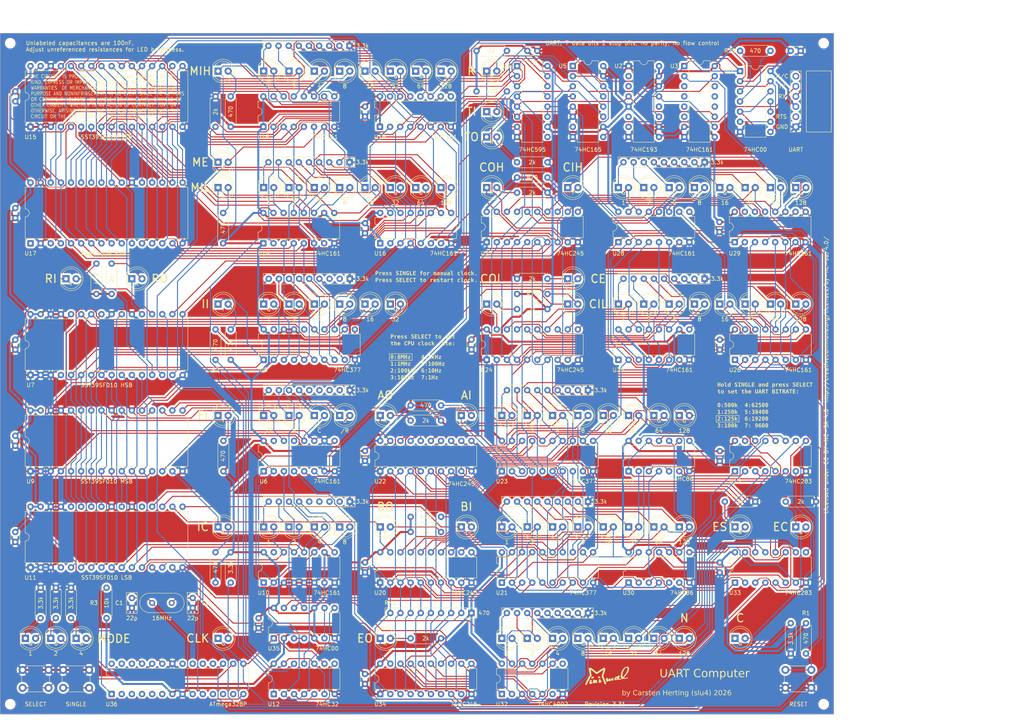
<source format=kicad_pcb>
(kicad_pcb (version 20241229) (generator "pcbnew") (generator_version "9.0")
  (layers (0 "F.Cu" signal) (2 "B.Cu" signal) (13 "F.Paste" user) (15 "B.Paste" user) (5 "F.SilkS" user "F.Silkscreen") (7 "B.SilkS" user "B.Silkscreen") (1 "F.Mask" user) (3 "B.Mask" user) (25 "Edge.Cuts" user))
  (net 0 "")
  (net 1 "+5V")
  (net 2 "GND")
  (net 3 "/Control Logic/CPU_OSC")
  (net 4 "/UART/RX")
  (net 5 "/UART/TX")
  (net 6 "/Control Logic/~{II}")
  (net 7 "/ALU/BUS7")
  (net 8 "/ALU/BUS6")
  (net 9 "/ALU/BUS5")
  (net 10 "/ALU/BUS4")
  (net 11 "/ALU/BUS3")
  (net 12 "/ALU/BUS2")
  (net 13 "/ALU/BUS1")
  (net 14 "/ALU/BUS0")
  (net 15 "/Control Logic/~{TI}")
  (net 16 "/Control Logic/~{AO}")
  (net 17 "CLK")
  (net 18 "Net-(R29-Pad1)")
  (net 19 "/Control Logic/~{RO}")
  (net 21 "/Control Logic/~{FI}")
  (net 22 "Net-(U8-CP)")
  (net 23 "/ALU/~{EO}")
  (net 24 "/ALU/ES")
  (net 25 "/Control Logic/~{RI}")
  (net 27 "/Control Logic/~{AI}")
  (net 28 "/Control Logic/~{BI}")
  (net 33 "Net-(U2-CPD)")
  (net 35 "/Memory/A3")
  (net 37 "/Control Logic/~{BO}")
  (net 38 "/Memory/A2")
  (net 39 "/Memory/A1")
  (net 40 "/Control Logic/CE")
  (net 42 "~{RESET}")
  (net 43 "/Memory/A0")
  (net 44 "/Memory/A15")
  (net 45 "/Control Logic/Flag2")
  (net 46 "/Control Logic/Flag1")
  (net 47 "/Control Logic/Flag0")
  (net 48 "/Control Logic/~{TO}")
  (net 49 "/Control Logic/Step0")
  (net 50 "/Control Logic/Inst4")
  (net 51 "/Control Logic/Step1")
  (net 52 "/Control Logic/Inst5")
  (net 53 "/Control Logic/Step2")
  (net 54 "/Control Logic/Step3")
  (net 55 "/Control Logic/Inst0")
  (net 56 "/Control Logic/Inst1")
  (net 57 "/Control Logic/Inst2")
  (net 58 "/Control Logic/Inst3")
  (net 59 "Net-(U3-TC)")
  (net 60 "/Control Logic/~{IC}")
  (net 64 "/Memory/A10")
  (net 66 "/Memory/A6")
  (net 67 "/Memory/A4")
  (net 68 "/Memory/A8")
  (net 70 "/Memory/A12")
  (net 71 "/Memory/A11")
  (net 72 "/Memory/A9")
  (net 74 "/Memory/A5")
  (net 75 "/Control Logic/~{TI_PLS}")
  (net 76 "/Memory/A7")
  (net 77 "/Memory/A14")
  (net 80 "Net-(U36-XTAL1{slash}PB6)")
  (net 85 "/Control Logic/~{R_FLAG}")
  (net 86 "Net-(U13-B4)")
  (net 87 "Net-(U13-B2)")
  (net 88 "Net-(U13-C0)")
  (net 89 "Net-(U13-B1)")
  (net 90 "/ALU/EC")
  (net 91 "Net-(U36-XTAL2{slash}PB7)")
  (net 92 "Net-(U13-B3)")
  (net 93 "Net-(U1-Pad6)")
  (net 94 "/Control Logic/Flag3")
  (net 95 "Net-(U14-TC)")
  (net 96 "/ALU/RB7")
  (net 97 "/ALU/RB6")
  (net 98 "/ALU/RB5")
  (net 99 "/ALU/RB4")
  (net 100 "/ALU/RB3")
  (net 101 "/ALU/RB2")
  (net 102 "Net-(U16-TC)")
  (net 103 "/ALU/RB1")
  (net 105 "/ALU/RB0")
  (net 106 "/ALU/RA7")
  (net 107 "/ALU/RA6")
  (net 108 "/ALU/RA5")
  (net 109 "/ALU/RA4")
  (net 110 "/Control Logic/~{CIH}")
  (net 111 "/ALU/RA3")
  (net 112 "/Control Logic/~{COH}")
  (net 113 "/ALU/RA2")
  (net 114 "/ALU/RA1")
  (net 115 "/ALU/RA0")
  (net 116 "Net-(U18-TC)")
  (net 118 "/Control Logic/~{CIL}")
  (net 119 "/Control Logic/~{COL}")
  (net 120 "/Control Logic/ME")
  (net 121 "/Control Logic/~{MIH}")
  (net 122 "/Control Logic/~{MIL}")
  (net 123 "Net-(U1-Pad10)")
  (net 124 "Net-(U25-TC)")
  (net 125 "Net-(U26-TC)")
  (net 128 "Net-(U28-TC)")
  (net 130 "Net-(U33-B2)")
  (net 131 "Net-(U33-B4)")
  (net 132 "Net-(U33-B1)")
  (net 133 "Net-(U33-B3)")
  (net 134 "Net-(D1-A)")
  (net 135 "/Memory/A13")
  (net 136 "~{PLS}")
  (net 137 "Net-(D2-A)")
  (net 138 "Net-(D2-K)")
  (net 139 "Net-(D1-K)")
  (net 140 "Net-(D3-A)")
  (net 141 "Net-(D3-K)")
  (net 142 "Net-(U36-~{RESET}{slash}PC6)")
  (net 143 "Net-(U36-PB0)")
  (net 144 "Net-(U36-PB2)")
  (net 145 "/Control Logic/~{TR_PLS}")
  (net 146 "UART_OSC")
  (net 147 "/Control Logic/~{TR}")
  (net 148 "/ALU/C_FLAG")
  (net 149 "Net-(U35-Pad3)")
  (net 150 "/Control Logic/~{RI_PLS}")
  (net 151 "/ALU/ZH_FLAG")
  (net 152 "/ALU/ZL_FLAG")
  (net 153 "Net-(U35-Pad6)")
  (net 169 "Net-(D4-K)")
  (net 170 "Net-(D5-K)")
  (net 171 "Net-(D6-K)")
  (net 172 "Net-(D7-K)")
  (net 173 "Net-(D8-K)")
  (net 174 "Net-(D9-K)")
  (net 175 "Net-(D10-K)")
  (net 176 "Net-(D11-K)")
  (net 177 "Net-(D12-K)")
  (net 178 "Net-(D13-K)")
  (net 179 "Net-(D14-K)")
  (net 180 "Net-(D15-K)")
  (net 181 "Net-(D16-K)")
  (net 182 "Net-(D17-K)")
  (net 183 "Net-(D18-K)")
  (net 184 "Net-(D19-K)")
  (net 185 "/Program Counter/PC0")
  (net 186 "Net-(D20-K)")
  (net 187 "/Program Counter/PC1")
  (net 188 "Net-(D21-K)")
  (net 189 "/Program Counter/PC2")
  (net 190 "Net-(D22-K)")
  (net 191 "Net-(D23-K)")
  (net 192 "/Program Counter/PC3")
  (net 193 "Net-(D24-K)")
  (net 194 "/Program Counter/PC4")
  (net 195 "/Program Counter/PC5")
  (net 196 "Net-(D25-K)")
  (net 197 "/Program Counter/PC6")
  (net 198 "Net-(D26-K)")
  (net 199 "Net-(D27-K)")
  (net 200 "/Program Counter/PC7")
  (net 201 "Net-(D28-K)")
  (net 202 "/Program Counter/PC8")
  (net 203 "/Program Counter/PC9")
  (net 204 "Net-(D29-K)")
  (net 205 "/Program Counter/PC10")
  (net 206 "Net-(D30-K)")
  (net 207 "/Program Counter/PC11")
  (net 208 "Net-(D31-K)")
  (net 209 "Net-(D32-K)")
  (net 210 "/Program Counter/PC12")
  (net 211 "/Program Counter/PC13")
  (net 212 "Net-(D33-K)")
  (net 213 "/Program Counter/PC14")
  (net 214 "Net-(D34-K)")
  (net 215 "/Program Counter/PC15")
  (net 216 "Net-(D35-K)")
  (net 217 "Net-(D36-K)")
  (net 218 "Net-(D37-K)")
  (net 219 "Net-(D38-K)")
  (net 220 "Net-(D39-K)")
  (net 221 "Net-(D40-K)")
  (net 222 "Net-(D41-K)")
  (net 223 "Net-(D42-K)")
  (net 224 "Net-(D43-K)")
  (net 225 "Net-(D44-K)")
  (net 226 "Net-(D45-K)")
  (net 227 "Net-(D46-K)")
  (net 228 "Net-(D47-K)")
  (net 229 "Net-(D48-K)")
  (net 230 "Net-(D49-K)")
  (net 231 "Net-(D50-K)")
  (net 232 "Net-(D51-K)")
  (net 233 "Net-(D52-K)")
  (net 234 "/ALU/S0")
  (net 235 "Net-(D53-K)")
  (net 236 "/ALU/S1")
  (net 237 "Net-(D54-K)")
  (net 238 "/ALU/S2")
  (net 239 "/ALU/S3")
  (net 240 "Net-(D55-K)")
  (net 241 "Net-(D56-K)")
  (net 242 "/ALU/S4")
  (net 243 "Net-(D57-K)")
  (net 244 "/ALU/S5")
  (net 245 "/ALU/S6")
  (net 246 "Net-(D58-K)")
  (net 247 "Net-(D59-K)")
  (net 248 "/ALU/N_FLAG")
  (net 249 "Net-(D60-K)")
  (net 250 "Net-(D61-K)")
  (net 251 "Net-(D62-K)")
  (net 252 "Net-(D63-K)")
  (net 253 "Net-(D64-K)")
  (net 254 "Net-(D67-K)")
  (net 255 "Net-(D68-K)")
  (net 256 "Net-(D69-K)")
  (net 257 "Net-(D70-K)")
  (net 258 "Net-(D71-K)")
  (net 259 "Net-(D72-K)")
  (net 260 "Net-(D73-K)")
  (net 261 "Net-(D74-K)")
  (net 262 "Net-(D75-K)")
  (net 273 "Net-(D65-A)")
  (net 274 "Net-(D66-A)")
  (net 275 "Net-(D76-A)")
  (net 276 "Net-(D77-A)")
  (net 277 "Net-(D78-A)")
  (net 278 "Net-(D79-A)")
  (net 279 "Net-(D80-A)")
  (net 280 "Net-(D81-A)")
  (net 281 "Net-(D82-A)")
  (net 282 "Net-(D83-A)")
  (net 283 "Net-(D84-A)")
  (net 284 "Net-(D85-A)")
  (net 285 "Net-(D86-A)")
  (net 286 "Net-(D87-A)")
  (net 287 "Net-(D88-K)")
  (net 288 "Net-(D89-A)")
  (net 289 "Net-(D90-A)")
  (net 290 "Net-(D91-A)")
  (net 291 "Net-(D92-K)")
  (net 292 "Net-(D93-K)")
  (net 293 "Net-(D94-K)")
  (net 294 "Net-(D95-K)")
  (net 295 "Net-(D100-A)")
  (net 296 "Net-(D97-A)")
  (net 297 "/Control Logic/~{Z_FLAG}")
  (net 298 "Net-(D99-A)")
  (net 299 "Net-(R29-Pad2)")
  (net 300 "Net-(U2-~{PL})")
  (footprint "Package_DIP:DIP-16_W7.62mm" (layer "F.Cu") (at 227.965 147.32 90)
    (property "Reference" "U26")
    (property "Value" "74HC161")
  )
  (footprint "Package_DIP:DIP-16_W7.62mm" (layer "F.Cu") (at 227.965 203.2 90)
    (property "Reference" "U33")
    (property "Value" "74HC283")
  )
  (footprint "Package_DIP:DIP-16_W7.62mm" (layer "F.Cu") (at 227.965 175.26 90)
    (property "Reference" "U13")
    (property "Value" "74HC283")
  )
  (footprint "Package_DIP:DIP-16_W7.62mm" (layer "F.Cu") (at 198.755 147.32 90)
    (property "Reference" "U25")
    (property "Value" "74HC161")
  )
  (footprint "Package_DIP:DIP-16_W7.62mm" (layer "F.Cu") (at 109.855 203.2 90)
    (property "Reference" "U10")
    (property "Value" "74HC161")
  )
  (footprint "Package_DIP:DIP-14_W7.62mm" (layer "F.Cu") (at 201.295 203.195 90)
    (property "Reference" "U30")
    (property "Value" "74HC86")
  )
  (footprint "Package_DIP:DIP-14_W7.62mm" (layer "F.Cu") (at 201.295 175.26 90)
    (property "Reference" "U31")
    (property "Value" "74HC86")
  )
  (footprint "Capacitor_THT:C_Disc_D3.0mm_W2.0mm_P2.50mm" (layer "F.Cu") (at 108.585 212.11 -90)
    (property "Reference" "C9" (hide yes))
    (property "Value" "100n" (hide yes))
  )
  (footprint "LED_THT:LED_D5.0mm" (layer "F.Cu") (at 217.805 104.14)
    (property "Reference" "D31" (hide yes))
    (property "Value" "LED_Small" (hide yes))
  )
  (footprint "LED_THT:LED_D5.0mm" (layer "F.Cu") (at 139.065 189.23)
    (property "Reference" "D77" (hide yes))
    (property "Value" "BO")
  )
  (footprint "Resistor_THT:R_Axial_DIN0207_L6.3mm_D2.5mm_P7.62mm_Horizontal" (layer "F.Cu") (at 180.975 101.6 180)
    (property "Reference" "R12" (hide yes))
    (property "Value" "470")
  )
  (footprint "Resistor_THT:R_Array_SIP9" (layer "F.Cu") (at 220.345 127 180)
    (property "Reference" "RN4" (hide yes))
    (property "Value" "3.3k")
  )
  (footprint "Button_Switch_THT:SW_PUSH_6mm" (layer "F.Cu") (at 59.615 225.08)
    (property "Reference" "SW2" (hide yes))
    (property "Value" "SINGLE")
  )
  (footprint "Package_DIP:DIP-32_W15.24mm" (layer "F.Cu") (at 51.435 88.905 90)
    (property "Reference" "U15")
    (property "Value" "SST39SF010 SSD")
  )
  (footprint "Package_DIP:DIP-32_W15.24mm" (layer "F.Cu") (at 51.435 118.115 90)
    (property "Reference" "U17")
    (property "Value" "AS6C1008 RAM")
  )
  (footprint "Resistor_THT:R_Axial_DIN0207_L6.3mm_D2.5mm_P7.62mm_Horizontal" (layer "F.Cu") (at 97.79 139.7 -90)
    (property "Reference" "R2")
    (property "Value" "470")
  )
  (footprint "Resistor_THT:R_Axial_DIN0207_L6.3mm_D2.5mm_P7.62mm_Horizontal" (layer "F.Cu") (at 180.975 130.81 180)
    (property "Reference" "R17" (hide yes))
    (property "Value" "470")
  )
  (footprint "LED_THT:LED_D5.0mm" (layer "F.Cu") (at 211.455 133.35)
    (property "Reference" "D22" (hide yes))
    (property "Value" "LED_Small" (hide yes))
  )
  (footprint "Resistor_THT:R_Axial_DIN0207_L6.3mm_D2.5mm_P7.62mm_Horizontal" (layer "F.Cu") (at 70.485 212.09 90)
    (property "Reference" "R3")
    (property "Value" "10k")
  )
  (footprint "LED_THT:LED_D5.0mm" (layer "F.Cu") (at 186.055 133.35)
    (property "Reference" "D84" (hide yes))
    (property "Value" "CIL")
  )
  (footprint "LED_THT:LED_D5.0mm" (layer "F.Cu") (at 139.065 161.29)
    (property "Reference" "D66" (hide yes))
    (property "Value" "AO")
  )
  (footprint "Capacitor_THT:C_Disc_D3.0mm_W2.0mm_P2.50mm" (layer "F.Cu") (at 224.155 142.28 -90)
    (property "Reference" "C11" (hide yes))
    (property "Value" "100n" (hide yes))
  )
  (footprint "Package_DIP:DIP-14_W7.62mm" (layer "F.Cu") (at 229.235 74.93)
    (property "Reference" "U1")
    (property "Value" "74HC00")
  )
  (footprint "LED_THT:LED_D5.0mm" (layer "F.Cu") (at 109.855 161.29)
    (property "Reference" "D71" (hide yes))
    (property "Value" "LED_Small" (hide yes))
  )
  (footprint "LED_THT:LED_D5.0mm" (layer "F.Cu") (at 243.205 104.14)
    (property "Reference" "D35" (hide yes))
    (property "Value" "LED_Small" (hide yes))
  )
  (footprint "Resistor_THT:R_Axial_DIN0207_L6.3mm_D2.5mm_P7.62mm_Horizontal" (layer "F.Cu") (at 97.79 88.9 90)
    (property "Reference" "R21" (hide yes))
    (property "Value" "2k")
  )
  (footprint "Capacitor_THT:C_Disc_D3.0mm_W2.0mm_P2.50mm" (layer "F.Cu") (at 47.625 80.01 -90)
    (property "Reference" "C6" (hide yes))
    (property "Value" "100n" (hide yes))
  )
  (footprint "LED_THT:LED_D5.0mm" (layer "F.Cu") (at 98.425 104.14)
    (property "Reference" "D85" (hide yes))
    (property "Value" "MIL")
  )
  (footprint "LED_THT:LED_D5.0mm" (layer "F.Cu") (at 122.555 161.29)
    (property "Reference" "D69" (hide yes))
    (property "Value" "LED_Small" (hide yes))
  )
  (footprint "Resistor_THT:R_Axial_DIN0207_L6.3mm_D2.5mm_P7.62mm_Horizontal" (layer "F.Cu") (at 57.785 212.09 90)
    (property "Reference" "R5" (hide yes))
    (property "Value" "3.3k")
  )
  (footprint "Resistor_THT:R_Axial_DIN0207_L6.3mm_D2.5mm_P7.62mm_Horizontal" (layer "F.Cu") (at 241.935 213.36 -90)
    (property "Reference" "R28" (hide yes))
    (property "Value" "3.3k")
  )
  (footprint "LED_THT:LED_D5.0mm" (layer "F.Cu") (at 76.835 127)
    (property "Reference" "D99" (hide yes))
    (property "Value" "RO")
  )
  (footprint "LED_THT:LED_D5.0mm" (layer "F.Cu") (at 116.205 161.29)
    (property "Reference" "D70" (hide yes))
    (property "Value" "LED_Small" (hide yes))
  )
  (footprint "LED_THT:LED_D5.0mm" (layer "F.Cu") (at 188.595 217.17)
    (property "Reference" "D55" (hide yes))
    (property "Value" "LED_Small" (hide yes))
  )
  (footprint "Package_DIP:DIP-14_W7.62mm" (layer "F.Cu") (at 169.545 231.135 90)
    (property "Reference" "U32")
    (property "Value" "74HC4002")
  )
  (footprint "Package_DIP:DIP-16_W7.62mm" (layer "F.Cu") (at 139.065 118.11 90)
    (property "Reference" "U16")
    (property "Value" "74HC161")
  )
  (footprint "LED_THT:LED_D5.0mm" (layer "F.Cu") (at 60.325 127)
    (property "Reference" "D82" (hide yes))
    (property "Value" "RI")
  )
  (footprint "LED_THT:LED_D5.0mm" (layer "F.Cu") (at 217.805 133.35)
    (property "Reference" "D23" (hide yes))
    (property "Value" "LED_Small" (hide yes))
  )
  (footprint "Resistor_THT:R_Axial_DIN0207_L6.3mm_D2.5mm_P7.62mm_Horizontal" (layer "F.Cu") (at 101.6 139.7 -90)
    (property "Reference" "R23" (hide yes))
    (property "Value" "470")
  )
  (footprint "LED_THT:LED_D5.0mm" (layer "F.Cu") (at 175.895 189.23)
    (property "Reference" "D45" (hide yes))
    (property "Value" "LED_Small" (hide yes))
  )
  (footprint "Package_DIP:DIP-16_W7.62mm" (layer "F.Cu") (at 198.755 117.825 90)
    (property "Reference" "U28")
    (property "Value" "74HC161")
  )
  (footprint "Package_DIP:DIP-16_W7.62mm" (layer "F.Cu") (at 187.33 73.66)
    (property "Reference" "U5")
    (property "Value" "74HC165")
  )
  (footprint "Package_DIP:DIP-20_W7.62mm" (layer "F.Cu") (at 139.065 175.26 90)
    (property "Reference" "U22")
    (property "Value" "74HC245")
  )
  (footprint "LED_THT:LED_D5.0mm" (layer "F.Cu") (at 98.425 97.79)
    (property "Reference" "D88" (hide yes))
    (property "Value" "ME")
  )
  (footprint "Capacitor_THT:C_Disc_D3.0mm_W2.0mm_P2.50mm" (layer "F.Cu") (at 135.255 113.07 -90)
    (property "Reference" "C17" (hide yes))
    (property "Value" "100n" (hide yes))
  )
  (footprint "LED_THT:LED_D5.0mm" (layer "F.Cu") (at 213.995 189.23)
    (property "Reference" "D51" (hide yes))
    (property "Value" "LED_Small" (hide yes))
  )
  (footprint "LED_THT:LED_D5.0mm" (layer "F.Cu") (at 236.855 133.35)
    (property "Reference" "D26" (hide yes))
    (property "Value" "LED_Small" (hide yes))
  )
  (footprint "LED_THT:LED_D5.0mm" (layer "F.Cu") (at 128.905 104.14)
    (property "Reference" "D4" (hide yes))
    (property "Value" "LED_Small" (hide yes))
  )
  (footprint "LED_THT:LED_D5.0mm" (layer "F.Cu") (at 98.425 161.29)
    (property "Reference" "D89" (hide yes))
    (property "Value" "FI")
  )
  (footprint "LED_THT:LED_D5.0mm" (layer "F.Cu") (at 139.065 217.17)
    (property "Reference" "D78" (hide yes))
    (property "Value" "EO")
  )
  (footprint "Resistor_THT:R_Array_SIP9" (layer "F.Cu") (at 191.135 154.94 180)
    (property "Reference" "RN6" (hide yes))
    (property "Value" "3.3k")
  )
  (footprint "Resistor_THT:R_Axial_DIN0207_L6.3mm_D2.5mm_P7.62mm_Horizontal" (layer "F.Cu") (at 101.6 81.28 -90)
    (property "Reference" "R19" (hide yes))
    (property "Value" "470")
  )
  (footprint "Resistor_THT:R_Axial_DIN0207_L6.3mm_D2.5mm_P7.62mm_Horizontal" (layer "F.Cu") (at 154.305 158.75 180)
    (property "Reference" "R7" (hide yes))
    (property "Value" "470")
  )
  (footprint "Package_DIP:DIP-20_W7.62mm" (layer "F.Cu") (at 139.065 231.14 90)
    (property "Reference" "U34")
    (property "Value" "74HC245")
  )
  (footprint "Resistor_THT:R_Axial_DIN0207_L6.3mm_D2.5mm_P7.62mm_Horizontal" (layer "F.Cu") (at 67.945 123.19 -90)
    (property "Reference" "R15" (hide yes))
    (property "Value" "470")
  )
  (footprint "Resistor_THT:R_Axial_DIN0207_L6.3mm_D2.5mm_P7.62mm_Horizontal" (layer "F.Cu") (at 101.6 203.2 90)
    (property "Reference" "R33" (hide yes))
    (property "Value" "3.3k")
  )
  (footprint "Resistor_THT:R_Axial_DIN0207_L6.3mm_D2.5mm_P7.62mm_Horizontal" (layer "F.Cu") (at 170.815 69.85 180)
    (property "Reference" "R30" (hide yes))
    (property "Value" "1k")
  )
  (footprint "Resistor_THT:R_Axial_DIN0207_L6.3mm_D2.5mm_P7.62mm_Horizontal" (layer "F.Cu") (at 173.355 134.62)
    (property "Reference" "R16" (hide yes))
    (property "Value" "2k")
  )
  (footprint "LED_THT:LED_D5.0mm" (layer "F.Cu") (at 175.895 161.29)
    (property "Reference" "D37" (hide yes))
    (property "Value" "LED_Small" (hide yes))
  )
  (footprint "Resistor_THT:R_Axial_DIN0207_L6.3mm_D2.5mm_P7.62mm_Horizontal" (layer "F.Cu") (at 240.665 182.88)
    (property "Reference" "R26" (hide yes))
    (property "Value" "2k")
  )
  (footprint "LED_THT:LED_D5.0mm" (layer "F.Cu") (at 128.905 133.35)
    (property "Reference" "D60" (hide yes))
    (property "Value" "LED_Small" (hide yes))
  )
  (footprint "LED_THT:LED_D5.0mm" (layer "F.Cu") (at 109.855 74.93)
    (property "Reference" "D12" (hide yes))
    (property "Value" "LED_Small" (hide yes))
  )
  (footprint "Package_DIP:DIP-32_W15.24mm" (layer "F.Cu") (at 51.435 175.26 90)
    (property "Reference" "U9")
    (property "Value" "SST39SF010 MSB")
  )
  (footprint "Capacitor_THT:C_Disc_D3.0mm_W2.0mm_P2.50mm" (layer "F.Cu") (at 47.625 190.5 -90)
    (property "Reference" "C14" (hide yes))
    (property "Value" "100n" (hide yes))
  )
  (footprint "MountingHole:MountingHole_2.2mm_M2" (layer "F.Cu") (at 46.355 67.945)
    (property "Reference" "H1" (hide yes))
    (property "Value" "M2" (hide yes))
  )
  (footprint "Resistor_THT:R_Array_SIP9" (layer "F.Cu") (at 131.37 68.585 180)
    (property "Reference" "RN3" (hide yes))
    (property "Value" "3.3k")
  )
  (footprint "LED_THT:LED_D5.0mm" (layer "F.Cu") (at 165.735 91.44)
    (property "Reference" "D80" (hide yes))
    (property "Value" "TO")
  )
  (footprint "MountingHole:MountingHole_2.2mm_M2" (layer "F.Cu") (at 250.19 233.68)
    (property "Reference" "H3" (hide yes))
    (property "Value" "M2" (hide yes))
  )
  (footprint "LED_THT:LED_D5.0mm" (layer "F.Cu") (at 194.945 217.17)
    (property "Reference" "D56" (hide yes))
    (property "Value" "LED_Small" (hide yes))
  )
  (footprint "Package_DIP:DIP-14_W7.62mm" (layer "F.Cu") (at 112.395 217.165 90)
    (property "Reference" "U35")
    (property "Value" "74HC00")
  )
  (footprint "LED_THT:LED_D5.0mm" (layer "F.Cu") (at 182.245 161.29)
    (property "Reference" "D38" (hide yes))
    (property "Value" "LED_Small" (hide yes))
  )
  (footprint "Capacitor_THT:C_Disc_D3.0mm_W2.0mm_P2.50mm" (layer "F.Cu") (at 241.935 69.85)
    (property "Reference" "C3" (hide yes))
    (property "Value" "100n" (hide yes))
  )
  (footprint "LED_THT:LED_D5.0mm" (layer "F.Cu") (at 230.505 133.35)
    (property "Reference" "D25" (hide yes))
    (property "Value" "LED_Small" (hide yes))
  )
  (footprint "LED_THT:LED_D5.0mm" (layer "F.Cu") (at 141.605 133.35)
    (property "Reference" "D67" (hide yes))
    (property "Value" "LED_Small" (hide yes))
  )
  (footprint "MountingHole:MountingHole_2.2mm_M2" (layer "F.Cu") (at 250.19 67.945)
    (property "Reference" "H2" (hide yes))
    (property "Value" "M2" (hide yes))
  )
  (footprint "Package_DIP:DIP-16_W7.62mm" (layer "F.Cu") (at 109.78 88.9 90)
    (property "Reference" "U18")
    (property "Value" "74HC161")
  )
  (footprint "LED_THT:LED_D5.0mm" (layer "F.Cu") (at 141.605 104.14)
    (property "Reference" "D10" (hide yes))
    (property "Value" "LED_Small" (hide yes))
  )
  (footprint "LED_THT:LED_D5.0mm" (layer "F.Cu") (at 159.385 161.29)
    (property "Reference" "D65" (hide yes))
    (property "Value" "AI")
  )
  (footprint "LED_THT:LED_D5.0mm" (layer "F.Cu") (at 135.255 74.93)
    (property "Reference" "D16" (hide yes))
    (property "Value" "LED_Small" (hide yes))
  )
  (footprint "LED_THT:LED_D5.0mm" (layer "F.Cu") (at 205.105 133.35)
    (property "Reference" "D21" (hide yes))
    (property "Value" "LED_Small" (hide yes))
  )
  (footprint "Resistor_THT:R_Axial_DIN0207_L6.3mm_D2.5mm_P7.62mm_Horizontal" (layer "F.Cu") (at 146.685 162.56)
    (property "Reference" "R8" (hide yes))
    (property "Value" "2k")
  )
  (footprint "Resistor_THT:R_Axial_DIN0207_L6.3mm_D2.5mm_P7.62mm_Horizontal" (layer "F.Cu") (at 229.235 69.85)
    (property "Reference" "R29")
    (property "Value" "470")
  )
  (footprint "Resistor_THT:R_Axial_DIN0207_L6.3mm_D2.5mm_P7.62mm_Horizontal" (layer "F.Cu") (at 99.695 110.49 -90)
    (property "Reference" "R18" (hide yes))
    (property "Value" "470")
  )
  (footprint "LED_THT:LED_D5.0mm" (layer "F.Cu") (at 201.295 217.17)
    (property "Reference" "D57" (hide yes))
    (property "Value" "LED_Small" (hide yes))
  )
  (footprint "LED_THT:LED_D5.0mm" (layer "F.Cu") (at 56.515 217.17)
    (property "Reference" "D2" (hide yes))
    (property "Value" "LED_small" (hide yes))
  )
  (footprint "LED_THT:LED_D5.0mm" (layer "F.Cu") (at 98.425 189.23)
    (property "Reference" "D91" (hide yes))
    (property "Value" "IC")
  )
  (footprint "Package_DIP:DIP-16_W7.62mm" (layer "F.Cu") (at 173.355 73.66)
    (property "Reference" "U4")
    (property "Value" "74HC595")
  )
  (footprint "Package_DIP:DIP-20_W7.62mm" (layer "F.Cu") (at 139.065 203.2 90)
    (property "Reference" "U20")
    (property "Value" "74HC245")
  )
  (footprint "Resistor_THT:R_Axial_DIN0207_L6.3mm_D2.5mm_P7.62mm_Horizontal" (layer "F.Cu") (at 97.79 195.58 -90)
    (property "Reference" "R24" (hide yes))
    (property "Value" "470")
  )
  (footprint "Resistor_THT:R_Axial_DIN0207_L6.3mm_D2.5mm_P7.62mm_Horizontal" (layer "F.Cu") (at 170.815 80.01 180)
    (property "Reference" "R20" (hide yes))
    (property "Value" "470")
  )
  (footprint "LED_THT:LED_D5.0mm" (layer "F.Cu") (at 165.735 133.35)
    (property "Reference" "D83" (hide yes))
    (property "Value" "COL")
  )
  (footprint "LED_THT:LED_D5.0mm" (layer "F.Cu") (at 122.555 189.23)
    (property "Reference" "D73" (hide yes))
    (property "Value" "LED_Small" (hide yes))
  )
  (footprint "LED_THT:LED_D5.0mm" (layer "F.Cu") (at 159.385 189.23)
    (property "Reference" "D76" (hide yes))
    (property "Value" "BI")
  )
  (footprint "Capacitor_THT:C_Disc_D3.0mm_W2.0mm_P2.50mm" (layer "F.Cu") (at 47.625 142.28 -90)
    (property "Reference" "C10" (hide yes))
    (property "Value" "100n" (hide yes))
  )
  (footprint "Resistor_THT:R_Axial_DIN0207_L6.3mm_D2.5mm_P7.62mm_Horizontal" (layer "F.Cu") (at 99.77 167.645 -90)
    (property "Reference" "R22" (hide yes))
    (property "Value" "470")
  )
  (footprint "Crystal:Crystal_HC18-U_Vertical" (layer "F.Cu") (at 81.915 208.28)
    (property "Reference" "Y1" (hide yes))
    (property "Value" "16MHz")
  )
  (footprint "LED_THT:LED_D5.0mm" (layer "F.Cu") (at 122.555 104.14)
    (property "Reference" "D5" (hide yes))
    (property "Value" "LED_Small" (hide yes))
  )
  (footprint "LED_THT:LED_D5.0mm" (layer "F.Cu") (at 213.995 217.17)
    (property "Reference" "D59" (hide yes))
    (property "Value" "N")
  )
  (footprint "LED_THT:LED_D5.0mm" (layer "F.Cu") (at 227.965 189.23)
    (property "Reference" "D94" (hide yes))
    (property "Value" "ES")
  )
  (footprint "Resistor_THT:R_Axial_DIN0207_L6.3mm_D2.5mm_P7.62mm_Horizontal" (layer "F.Cu") (at 180.975 127 180)
    (property "Reference" "R25" (hide yes))
    (property "Value" "2k")
  )
  (footprint "Capacitor_THT:C_Disc_D3.0mm_W2.0mm_P2.50mm" (layer "F.Cu") (at 47.625 166.37 -90)
    (property "Reference" "C15" (hide yes))
    (property "Value" "100n" (hide yes))
  )
  (footprint "LED_THT:LED_D5.0mm" (layer "F.Cu") (at 122.555 74.93)
    (property "Reference" "D14" (hide yes))
    (property "Value" "LED_Small" (hide yes))
  )
  (footprint "Resistor_THT:R_Array_SIP9" (layer "F.Cu") (at 131.445 127 180)
    (property "Reference" "RN9" (hide yes))
    (property "Value" "3.3k")
  )
  (footprint "Resistor_THT:R_Array_SIP9" (layer "F.Cu") (at 131.445 154.945 180)
    (property "Reference" "RN11" (hide yes))
    (property "Value" "3.3k")
  )
  (footprint "LED_THT:LED_D5.0mm" (layer "F.Cu") (at 213.995 161.29)
    (property "Reference" "D43" (hide yes))
    (property "Value" "LED_Small" (hide yes))
  )
  (footprint "LED_THT:LED_D5.0mm" (layer "F.Cu") (at 98.425 133.35)
    (property "Reference" "D90" (hide yes))
    (property "Value" "II")
  )
  (footprint "Package_DIP:DIP-16_W7.62mm" (layer "F.Cu") (at 227.89 117.82 90)
    (property "Reference" "U29")
    (property "Value" "74HC161")
  )
  (footprint "LED_THT:LED_D5.0mm" (layer "F.Cu") (at 128.905 74.93)
    (property "Reference" "D15" (hide yes))
    (property "Value" "LED_Small" (hide yes))
  )
  (footprint "LED_THT:LED_D5.0mm" (layer "F.Cu") (at 207.645 217.17)
    (property "Reference" "D58" (hide yes))
    (property "Value" "LED_Small" (hide yes))
  )
  (footprint "LED_THT:LED_D5.0mm" (layer "F.Cu") (at 98.425 74.93)
    (property "Reference" "D86" (hide yes))
    (property "Value" "MIH")
  )
  (footprint "Package_DIP:DIP-20_W7.62mm" (layer "F.Cu") (at 169.545 203.195 90)
    (property "Reference" "U21")
    (property "Value" "74HC377")
  )
  (footprint "LED_THT:LED_D5.0mm" (layer "F.Cu") (at 165.735 104.14)
    (property "Reference" "D81" (hide yes))
    (property "Value" "COH")
  )
  (footprint "LED_THT:LED_D5.0mm" (layer "F.Cu") (at 147.955 104.14)
    (property "Reference" "D9" (hide yes))
    (property "Value" "LED_Small" (hide yes))
  )
  (footprint "LED_THT:LED_D5.0mm" (layer "F.Cu") (at 224.155 104.14)
    (property "Reference" "D32" (hide yes))
    (property "Value" "LED_Small" (hide yes))
  )
  (footprint "LED_THT:LED_D5.0mm" (layer "F.Cu") (at 50.165 217.17)
    (property "Reference" "D3" (hide yes))
    (property "Value" "LED_small" (hide yes))
  )
  (footprint "Package_DIP:DIP-16_W7.62mm" (layer "F.Cu") (at 215.265 73.66)
    (property "Reference" "U3")
    (property "Value" "74HC161")
  )
  (footprint "LED_THT:LED_D5.0mm" (layer "F.Cu") (at 135.255 104.14)
    (property "Reference" "D11" (hide yes))
    (property "Value" "LED_Small" (hide yes))
  )
  (footprint "LED_THT:LED_D5.0mm" (layer "F.Cu") (at 198.755 104.14)
    (property "Reference" "D28" (hide yes))
    (property "Value" "LED_Small" (hide yes))
  )
  (footprint "LED_THT:LED_D5.0mm" (layer "F.Cu") (at 169.545 189.23)
    (property "Reference" "D44" (hide yes))
    (property "Value" "LED_Small" (hide yes))
  )
  (footprint "LED_THT:LED_D5.0mm" (layer "F.Cu") (at 236.855 104.14)
    (property "Reference" "D34" (hide yes))
    (property "Value" "LED_Small" (hide yes))
  )
  (footprint "LED_THT:LED_D5.0mm" (layer "F.Cu") (at 194.945 189.23)
    (property "Reference" "D48" (hide yes))
    (property "Value" "LED_Small" (hide yes))
  )
  (footprint "LED_THT:LED_D5.0mm" (layer "F.Cu") (at 109.855 189.23)
    (property "Reference" "D75" (hide yes))
    (property "Value" "LED_Small" (hide yes))
  )
  (footprint "Capacitor_THT:C_Disc_D3.0mm_W2.0mm_P2.50mm" (layer "F.Cu") (at 175.935 69.85)
    (property "Reference" "C7" (hide yes))
    (property "Value" "100n" (hide yes))
  )
  (footprint "LED_THT:LED_D5.0mm" (layer "F.Cu") (at 128.905 161.29)
    (property "Reference" "D68" (hide yes))
    (property "Value" "LED_Small" (hide yes))
  )
  (footprint "Resistor_THT:R_Axial_DIN0207_L6.3mm_D2.5mm_P7.62mm_Horizontal" (layer "F.Cu") (at 154.305 186.69 180)
    (property "Reference" "R9" (hide yes))
    (property "Value" "470")
  )
  (footprint "Package_DIP:DIP-14_W7.62mm" (layer "F.Cu") (at 112.395 231.14 90)
    (property "Reference" "U12")
    (property "Value" "74HC32")
  )
  (footprint "LED_THT:LED_D5.0mm" (layer "F.Cu") (at 109.855 133.35)
    (property "Reference" "D63" (hide yes))
    (property "Value" "LED_Small" (hide yes))
  )
  (footprint "Resistor_THT:R_Axial_DIN0207_L6.3mm_D2.5mm_P7.62mm_Horizontal" (layer "F.Cu") (at 61.595 212.09 90)
    (property "Reference" "R4" (hide yes))
    (property "Value" "3.3k")
  )
  (footprint "Capacitor_THT:C_Disc_D5.0mm_W2.5mm_P2.50mm" (layer "F.Cu") (at 92.075 209.55 90)
    (property "Reference" "C2")
    (property "Value" "22p")
  )
  (footprint "LED_THT:LED_D5.0mm" (layer "F.Cu") (at 147.955 74.93)
    (property "Reference" "D18" (hide yes))
    (property "Value" "LED_Small" (hide yes))
  )
  (footprint "LED_THT:LED_D5.0mm" (layer "F.Cu") (at 128.905 189.23)
    (property "Reference" "D72" (hide yes))
    (property "Value" "LED_Small" (hide yes))
  )
  (footprint "LED_THT:LED_D5.0mm" (layer "F.Cu") (at 175.895 217.17)
    (property "Reference" "D53" (hide yes))
    (property "Value" "LED_Small" (hide yes))
  )
  (footprint "Capacitor_THT:C_Disc_D3.0mm_W2.0mm_P2.50mm" (layer "F.Cu") (at 161.925 142.24 -90)
    (property "Reference" "C20" (hide yes))
    (property "Value" "100n" (hide yes))
  )
  (footprint "LED_THT:LED_D5.0mm" (layer "F.Cu") (at 116.205 133.35)
    (property "Reference" "D62" (hide yes))
    (property "Value" "LED_Small" (hide yes))
  )
  (footprint "logo:logo" (layer "F.Cu") (at 195.915 226.525)
    (property "Reference" "G***" (hide yes))
    (property "Value" "LOGO" (hide yes))
  )
  (footprint "Resistor_THT:R_Array_SIP9" (layer "F.Cu") (at 220.345 97.79 180)
    (property "Reference" "RN5" (hide yes))
    (property "Value" "3.3k")
  )
  (footprint "Package_DIP:DIP-16_W7.62mm" (layer "F.Cu") (at 109.78 118.11 90)
    (property "Reference" "U14")
    (property "Value" "74HC161")
  )
  (footprint "Resistor_THT:R_Axial_DIN0207_L6.3mm_D2.5mm_P7.62mm_Horizontal" (layer "F.Cu") (at 53.975 212.09 90)
    (property "Reference" "R6" (hide yes))
    (property "Value" "3.3k")
  )
  (footprint "LED_THT:LED_D5.0mm" (layer "F.Cu") (at 227.965 217.17)
    (property "Reference" "D95" (hide yes))
    (property "Value" "C")
  )
  (footprint "Resistor_THT:R_Array_SIP9" (layer "F.Cu") (at 131.445 182.88 180)
    (property "Reference" "RN10" (hide yes))
    (property "Value" "3.3k")
  )
  (footprint "Package_DIP:DIP-28_W7.62mm" (layer "F.Cu") (at 71.755 231.14 90)
    (property "Reference" "U36")
    (property "Value" "ATmega328P")
  )
  (footprint "LED_THT:LED_D5.0mm" (layer "F.Cu") (at 169.545 217.17)
    (property "Reference" "D52" (hide yes))
    (property "Value" "LED_Small" (hide yes))
  )
  (footprint "Resistor_THT:R_Array_SIP9" (layer "F.Cu") (at 131.37 97.795 180)
    (property "Reference" "RN2" (hide yes))
    (property "Value" "3.3k")
  )
  (footprint "LED_THT:LED_D5.0mm" (layer "F.Cu") (at 182.245 217.17)
    (property "Reference" "D54" (hide yes))
    (property "Value" "LED_Small" (hide yes))
  )
  (footprint "LED_THT:LED_D5.0mm" (layer "F.Cu") (at 243.205 133.35)
    (property "Reference" "D27" (hide yes))
    (property "Value" "LED_Small" (hide yes))
  )
  (footprint "Package_DIP:DIP-20_W7.62mm" (layer "F.Cu") (at 109.855 147.32 90)
    (property "Reference" "U8")
    (property "Value" "74HC377")
  )
  (footprint "LED_THT:LED_D5.0mm" (layer "F.Cu") (at 165.735 74.93)
    (property "Reference" "D97" (hide yes))
    (property "Value" "R")
  )
  (footprint "Package_DIP:DIP-20_W7.62mm" (layer "F.Cu") (at 165.735 117.825 90)
    (property "Reference" "U27")
    (property "Value" "74HC245")
  )
  (footprint "Resistor_THT:R_Axial_DIN0207_L6.3mm_D2.5mm_P7.62mm_Horizontal" (layer "F.Cu") (at 146.685 217.17)
    (property "Reference" "R11" (hide yes))
    (property "Value" "2k")
  )
  (footprint "Resistor_THT:R_Array_SIP9" (layer "F.Cu") (at 191.135 182.88 180)
    (property "Reference" "RN7" (hide yes))
    (property "Value" "3.3k")
  )
  (footprint "LED_THT:LED_D5.0mm" (layer "F.Cu") (at 135.255 133.35)
    (property "Reference" "D64" (hide yes))
    (property "Value" "LED_Small" (hide yes))
  )
  (footprint "LED_THT:LED_D5.0mm" (layer "F.Cu") (at 188.595 161.29)
    (property "Reference" "D39" (hide yes))
    (property "Value" "LED_Small" (hide yes))
  )
  (footprint "Package_DIP:DIP-16_W7.62mm" (layer "F.Cu") (at 201.295 73.66)
    (property "Reference" "U2")
    (property "Value" "74HC193")
  )
  (footprint "Resistor_THT:R_Axial_DIN0207_L6.3mm_D2.5mm_P7.62mm_Horizontal" (layer "F.Cu") (at 173.355 105.41)
    (property "Reference" "R14" (hide yes))
    (property "Value" "2k")
  )
  (footprint "LED_THT:LED_D5.0mm" (layer "F.Cu") (at 62.865 217.17)
    (property "Reference" "D1" (hide yes))
    (property "Value" "LED_small" (hide yes))
  )
  (footprint "LED_THT:LED_D5.0mm" (layer "F.Cu") (at 116.205 74.93)
    (property "Reference" "D13" (hide yes))
    (property "Value" "LED_Small" (hide yes))
  )
  (footprint "LED_THT:LED_D5.0mm" (layer "F.Cu") (at 230.505 104.14)
    (property "Reference" "D33" (hide yes))
    (property "Value" "LED_Small" (hide yes))
  )
  (footprint "Capacitor_THT:C_Disc_D3.0mm_W2.0mm_P2.50mm" (layer "F.Cu") (at 224.155 198.16 -90)
    (property "Reference" "C13" (hide yes))
    (property "Value" "100n" (hide yes))
  )
  (footprint "LED_THT:LED_D5.0mm" (layer "F.Cu") (at 186.055 127)
    (property "Reference" "D92" (hide yes))
    (property "Value" "CE")
  )
  (footprint "LED_THT:LED_D5.0mm" (layer "F.Cu") (at 154.305 74.93)
    (property "Reference" "D19" (hide yes))
    (property "Value" "LED_Small" (hide yes))
  )
  (footprint "Resistor_THT:R_Array_SIP9" (layer "F.Cu") (at 191.135 210.82 180)
    (property "Reference" "RN8" (hide yes))
    (property "Value" "3.3k")
  )
  (footprint "Connector_PinSocket_2.54mm:PinSocket_1x06_P2.54mm_Vertical" (layer "F.Cu") (at 243.205 88.9 180)
    (property "Reference" "J1" (hide yes))
    (property "Value" "UART")
  )
  (footprint "LED_THT:LED_D5.0mm" (layer "F.Cu") (at 194.945 161.29)
    (property "Reference" "D40" (hide yes))
    (property "Value" "LED_Small" (hide yes))
  )
  (footprint "Package_DIP:DIP-20_W7.62mm" (layer "F.Cu") (at 169.545 175.26 90)
    (property "Reference" "U23")
    (property "Value" "74HC377")
  )
  (footprint "LED_THT:LED_D5.0mm" (layer "F.Cu") (at 186.055 104.14)
    (property "Reference" "D79" (hide yes))
    (property "Value" "CIH")
  )
  (footprint "LED_THT:LED_D5.0mm" (layer "F.Cu") (at 224.155 133.35)
    (property "Reference" "D24" (hide yes))
    (property "Value" "LED_Small" (hide yes))
  )
  (footprint "Resistor_THT:R_Axial_DIN0207_L6.3mm_D2.5mm_P7.62mm_Horizontal" (layer "F.Cu") (at 245.745 213.36 -90)
    (property "Reference" "R1")
    (property "Value" "470")
  )
  (footprint "Capacitor_THT:C_Disc_D3.0mm_W2.0mm_P2.50mm" (layer "F.Cu") (at 135.255 83.82 -90)
    (property "Reference" "C16" (hide yes))
    (property "Value" "100n" (hide yes))
  )
  (footprint "Resistor_THT:R_Array_SIP9" (layer "F.Cu") (at 161.925 210.82 180)
    (property "Reference" "RN1")
    (property "Value" "470")
  )
  (footprint "Capacitor_THT:C_Disc_D5.0mm_W2.5mm_P2.50mm" (layer "F.Cu") (at 76.835 209.55 90)
    (property "Reference" "C1")
    (property "Value" "22p")
  )
  (footprint "LED_THT:LED_D5.0mm" (layer "F.Cu") (at 243.205 189.23)
    (property "Reference" "D93" (hide yes))
    (property "Value" "EC")
  )
  (footprint "LED_THT:LED_D5.0mm" (layer "F.Cu") (at 141.605 74.93)
    (property "Reference" "D17" (hide yes))
    (property "Value" "LED_Small" (hide yes))
  )
  (footprint "LED_THT:LED_D5.0mm" (layer "F.Cu") (at 182.245 189.23)
    (property "Reference" "D46" (hide yes))
    (property "Value" "LED_Small" (hide yes))
  )
  (footprint "Package_DIP:DIP-16_W7.62mm" (layer "F.Cu") (at 109.855 175.26 90)
    (property "Reference" "U6")
    (property "Value" "74HC161")
  )
  (footprint "LED_THT:LED_D5.0mm" (layer "F.Cu") (at 211.455 104.14)
    (property "Reference" "D30" (hide yes))
    (property "Value" "LED_Small" (hide yes))
  )
  (footprint "Resistor_THT:R_Axial_DIN0207_L6.3mm_D2.5mm_P7.62mm_Horizontal" (layer "F.Cu") (at 71.755 123.19 -90)
    (property "Reference" "R32" (hide yes))
    (property "Value" "2k")
  )
  (footprint "Capacitor_THT:C_Disc_D3.0mm_W2.0mm_P2.50mm" (layer "F.Cu") (at 135.255 170.18 -90)
    (property "Reference" "C18" (hide yes))
    (property "Value" "100n" (hide yes))
  )
  (footprint "LED_THT:LED_D5.0mm" (layer "F.Cu") (at 165.735 85.09)
    (property "Reference" "D87" (hide yes))
    (property "Value" "TI")
  )
  (footprint "LED_THT:LED_D5.0mm" (layer "F.Cu") (at 109.855 104.14)
    (property "Reference" "D7" (hide yes))
    (property "Value" "LED_Small" (hide yes))
  )
  (footprint "LED_THT:LED_D5.0mm" (layer "F.Cu") (at 122.555 133.35)
    (property "Reference" "D61" (hide yes))
    (property "Value" "LED_Small" (hide yes))
  )
  (footprint "LED_THT:LED_D5.0mm" (layer "F.Cu") (at 205.105 104.14)
    (property "Reference" "D29" (hide yes))
    (property "Value" "LED_Small" (hide yes))
  )
  (footprint "LED_THT:LED_D5.0mm" (layer "F.Cu") (at 188.595 189.23)
    (property "Reference" "D47" (hide yes))
    (property "Value" "LED_Small" (hide yes))
  )
  (footprint "LED_THT:LED_D5.0mm" (layer "F.Cu") (at 198.755 133.35)
    (property "Reference" "D20" (hide yes))
    (property "Value" "LED_Small" (hide yes))
  )
  (footprint "LED_THT:LED_D5.0mm" (layer "F.Cu") (at 201.295 161.29)
    (property "Reference" "D41" (hide yes))
    (property "Value" "LED_Small" (hide yes))
  )
  (footprint "Package_DIP:DIP-16_W7.62mm" (layer "F.Cu") (at 138.99 88.9 90)
    (property "Reference" "U19")
    (property "Value" "74HC161")
  )
  (footprint "Package_DIP:DIP-20_W7.62mm" (layer "F.Cu") (at 165.735 147.32 90)
    (property "Reference" "U24")
    (property "Value" "74HC245")
  )
  (footprint "Package_DIP:DIP-32_W15.24mm" (layer "F.Cu") (at 51.435 199.39 90)
    (property "Reference" "U11")
    (property "Value" "SST39SF010 LSB")
  )
  (footprint "LED_THT:LED_D5.0mm" (layer "F.Cu") (at 116.205 189.23)
    (property "Reference" "D74" (hide yes))
    (property "Value" "LED_Small" (hide yes))
  )
  (footprint "Button_Switch_THT:SW_PUSH_6mm" (layer "F.Cu") (at 240.59 225.08)
    (property "Reference" "SW1" (hide yes))
    (property "Value" "RESET")
  )
  (footprint "Package_DIP:DIP-32_W15.24mm" (layer "F.Cu") (at 51.435 151.13 90)
    (property "Reference" "U7")
    (property "Value" "SST39SF010 HSB")
  )
  (footprint "Capacitor_THT:C_Disc_D3.0mm_W2.0mm_P2.50mm" (layer "F.Cu") (at 135.255 198.12 -90)
    (property "Reference" "C19" (hide yes))
    (property "Value" "100n" (hide yes))
  )
  (footprint "LED_THT:LED_D5.0mm" (layer "F.Cu") (at 169.545 161.29)
    (property "Reference" "D36" (hide yes))
    (property "Value" "LED_Small" (hide yes))
  )
  (footprint "LED_THT:LED_D5.0mm" (layer "F.Cu") (at 116.205 104.14)
    (property "Reference" "D6" (hide yes))
    (property "Value" "LED_Small" (hide yes))
  )
  (footprint "Capacitor_THT:C_Disc_D3.0mm_W2.0mm_P2.50mm" (layer "F.Cu") (at 224.08 112.785 -90)
    (property "Reference" "C8" (hide yes))
    (property "Value" "100n")
  )
  (footprint "Resistor_THT:R_Axial_DIN0207_L6.3mm_D2.5mm_P7.62mm_Horizontal" (layer "F.Cu") (at 154.305 190.5 180)
    (property "Reference" "R10" (hide yes))
    (property "Value" "2k")
  )
  (footprint "Resistor_THT:R_Axial_DIN0207_L6.3mm_D2.5mm_P7.62mm_Horizontal" (layer "F.Cu") (at 173.355 97.79)
    (property "Reference" "R13" (hide yes))
    (property "Value" "2k")
  )
  (footprint "Button_Switch_THT:SW_PUSH_6mm" (layer "F.Cu") (at 49.455 225.08)
    (property "Reference" "SW3" (hide yes))
    (property "Value" "SELECT")
  )
  (footprint "MountingHole:MountingHole_2.2mm_M2" (layer "F.Cu") (at 46.355 233.68)
    (property "Reference" "H4")
    (property "Value" "M2")
  )
  (footprint "LED_THT:LED_D5.0mm" (layer "F.Cu") (at 207.645 161.29)
    (property "Reference" "D42" (hide yes))
    (property "Value" "LED_Small" (hide yes))
  )
  (footprint "LED_THT:LED_D5.0mm" (layer "F.Cu") (at 154.305 104.14)
    (property "Reference" "D8" (hide yes))
    (property "Value" "LED_Small" (hide yes))
  )
  (footprint "LED_THT:LED_D5.0mm" (layer "F.Cu") (at 207.645 189.23)
    (property "Reference" "D50" (hide yes))
    (property "Value" "LED_Small" (hide yes))
  )
  (footprint "LED_THT:LED_D5.0mm" (layer "F.Cu") (at 201.295 189.23)
    (property "Reference" "D49" (hide yes))
    (property "Value" "LED_Small" (hide yes))
  )
  (footprint "LED_THT:LED_D5.0mm" (layer "F.Cu") (at 98.425 217.17)
    (property "Reference" "D100" (hide yes))
    (property "Value" "CLK")
  )
  (footprint "Capacitor_THT:C_Disc_D3.0mm_W2.0mm_P2.50mm" (layer "F.Cu") (at 135.255 226.1 -90)
    (property "Reference" "C4" (hide yes))
    (property "Value" "100n" (hide yes))
  )
  (footprint "Resistor_THT:R_Axial_DIN0207_L6.3mm_D2.5mm_P7.62mm_Horizontal" (layer "F.Cu") (at 225.425 182.88)
    (property "Reference" "R27" (hide yes))
    (property "Value" "2k")
  )
  (footprint "Capacitor_THT:C_Disc_D3.0mm_W2.0mm_P2.50mm" (layer "F.Cu") (at 47.625 109.265 -90)
    (property "Reference" "C12" (hide yes))
    (property "Value" "100n")
  )
  (footprint "Capacitor_THT:C_Disc_D3.0mm_W2.0mm_P2.50mm" (layer "F.Cu") (at 224.155 170.22 -90)
    (property "Reference" "C5" (hide yes))
    (property "Value" "100n" (hide yes))
  )
  (gr_rect (start 245.8304 74.8873) (end 252.095 90.2127) (stroke (width 0.127)) (fill no) (layer "F.SilkS"))
  (gr_rect (start 141.351 145.796) (end 147.066 147.447) (stroke (width 0.12)) (fill no) (layer "F.SilkS"))
  (gr_rect (start 223.266 161.29) (end 228.981 162.941) (stroke (width 0.12)) (fill no) (layer "F.SilkS"))
  (gr_rect (start 43.815 65.405) (end 252.73 236.22) (stroke (width 0.05)) (fill no) (layer "Edge.Cuts"))
  (gr_text "16" (at 225.425 137.16 0) (layer "F.SilkS") (effects (font (size 1 1))))
  (gr_text "8" (at 130.175 78.74 0) (layer "F.SilkS") (effects (font (size 1 1))))
  (gr_text "1" (at 51.435 220.98 0) (layer "F.SilkS") (effects (font (size 1 1))))
  (gr_text "G" (at 170.815 190.5 0) (layer "F.SilkS") (effects (font (size 1 1))))
  (gr_text "2" (at 57.785 220.98 0) (layer "F.SilkS") (effects (font (size 1 1))))
  (gr_text "1" (at 170.815 193.04 0) (layer "F.SilkS") (effects (font (size 1 1))))
  (gr_text "4" (at 123.825 193.04 0) (layer "F.SilkS") (effects (font (size 1 1))))
  (gr_text "G" (at 155.575 76.2 0) (layer "F.SilkS") (effects (font (size 1 1))))
  (gr_text "G" (at 99.695 218.44 0) (layer "F.SilkS") (effects (font (size 1 1))))
  (gr_text "G" (at 130.175 105.41 0) (layer "F.SilkS") (effects (font (size 1 1))))
  (gr_text "8" (at 130.175 193.04 0) (layer "F.SilkS") (effects (font (size 1 1))))
  (gr_text "G" (at 177.165 162.56 0) (layer "F.SilkS") (effects (font (size 1 1))))
  (gr_text "16" (at 136.525 107.95 0) (layer "F.SilkS") (effects (font (size 1 1))))
  (gr_text "128" (at 155.575 107.95 0) (layer "F.SilkS") (effects (font (size 1 1))))
  (gr_text "G" (at 136.525 105.41 0) (layer "F.SilkS") (effects (font (size 1 1))))
  (gr_text "16" (at 136.525 78.74 0) (layer "F.SilkS") (effects (font (size 1 1))))
  (gr_text "N/C" (at 238.125 76.2 0) (layer "F.SilkS") (effects (font (size 1 1)) (justify left)))
  (gr_text "G" (at 183.515 218.44 0) (layer "F.SilkS") (effects (font (size 1 1))))
  (gr_text "W" (at 99.695 99.06 0) (layer "F.SilkS") (effects (font (size 1 1))))
  (gr_text "G" (at 142.875 105.41 0) (layer "F.SilkS") (effects (font (size 1 1))))
  (gr_text "Y" (at 99.695 105.41 0) (layer "F.SilkS") (effects (font (size 1 1))))
  (gr_text "R" (at 167.005 105.41 0) (layer "F.SilkS") (effects (font (size 1 1))))
  (gr_text "2" (at 177.165 165.1 0) (layer "F.SilkS") (effects (font (size 1 1))))
  (gr_text "32" (at 202.565 165.1 0) (layer "F.SilkS") (effects (font (size 1 1))))
  (gr_text "G" (at 149.225 105.41 0) (layer "F.SilkS") (effects (font (size 1 1))))
  (gr_text "G" (at 238.125 105.41 0) (layer "F.SilkS") (effects (font (size 1 1))))
  (gr_text "R" (at 167.005 134.62 0) (layer "F.SilkS") (effects (font (size 1 1))))
  (gr_text "Y" (at 187.325 134.62 0) (layer "F.SilkS") (effects (font (size 1 1))))
  (gr_text "64" (at 149.225 78.74 0) (layer "F.SilkS") (effects (font (size 1 1))))
  (gr_text "G" (at 111.125 105.41 0) (layer "F.SilkS") (effects (font (size 1 1))))
  (gr_text "G" (at 123.825 162.56 0) (layer "F.SilkS") (effects (font (size 1 1))))
  (gr_text "G" (at 244.475 105.41 0) (layer "F.SilkS") (effects (font (size 1 1))))
  (gr_text "64" (at 208.915 220.98 0) (layer "F.SilkS") (effects (font (size 1 1))))
  (gr_text "16" (at 196.215 220.98 0) (layer "F.SilkS") (effects (font (size 1 1))))
  (gr_text "G" (at 189.865 162.56 0) (layer "F.SilkS") (effects (font (size 1 1))))
  (gr_text "2" (at 177.165 220.98 0) (layer "F.SilkS") (effects (font (size 1 1))))
  (gr_text "Revision 3.31" (at 190.17 233.68 0) (layer "F.SilkS") (effects (font (size 1 1)) (justify left)))
  (gr_text "G" (at 219.075 134.62 0) (layer "F.SilkS") (effects (font (size 1 1))))
  (gr_text "G" (at 142.875 134.62 0) (layer "F.SilkS") (effects (font (size 1 1))))
  (gr_text "G" (at 208.915 162.56 0) (layer "F.SilkS") (effects (font (size 1 1))))
  (gr_text "G" (at 130.175 76.2 0) (layer "F.SilkS") (effects (font (size 1 1))))
  (gr_text "G" (at 206.375 134.62 0) (layer "F.SilkS") (effects (font (size 1 1))))
  (gr_text "128" (at 215.265 193.04 0) (layer "F.SilkS") (effects (font (size 1 1))))
  (gr_text "Press SELECT to set\nthe CPU clock rate:\n\n0:8MHz   4:1kHz\n1:1MHz   5:100Hz\n2:100kHz 6:10Hz\n3:10kHz  7:1Hz" (at 141.605 140.97 0) (layer "F.SilkS") (effects (font (size 1.016 1.016) (thickness 0.2032) (bold yes)) (justify left top)))
  (gr_text "G" (at 208.915 218.44 0) (layer "F.SilkS") (effects (font (size 1 1))))
  (gr_text "G" (at 229.235 218.44 0) (layer "F.SilkS") (effects (font (size 1 1))))
  (gr_text "W" (at 187.325 128.27 0) (layer "F.SilkS") (effects (font (size 1 1))))
  (gr_text "4" (at 183.515 165.1 0) (layer "F.SilkS") (effects (font (size 1 1))))
  (gr_text "8" (at 219.075 137.16 0) (layer "F.SilkS") (effects (font (size 1 1))))
  (gr_text "G" (at 51.435 218.44 0) (layer "F.SilkS") (effects (font (size 1 1))))
  (gr_text "1" (at 111.125 107.95 0) (layer "F.SilkS") (effects (font (size 1 1))))
  (gr_text "C" (at 123.825 165.1 0) (layer "F.SilkS") (effects (font (size 1 1))))
  (gr_text "G" (at 202.565 218.44 0) (layer "F.SilkS") (effects (font (size 1 1))))
  (gr_text "Press SINGLE for manual clock.\nPress SELECT to restart clock." (at 137.795 125.095 0) (layer "F.SilkS") (effects (font (size 1.016 1.016) (thickness 0.2032) (bold yes)) (justify left top)))
  (gr_text "4" (at 212.725 107.95 0) (layer "F.SilkS") (effects (font (size 1 1))))
  (gr_text "G" (at 170.815 162.56 0) (layer "F.SilkS") (effects (font (size 1 1))))
  (gr_text "Y" (at 167.005 86.36 0) (layer "F.SilkS") (effects (font (size 1 1))))
  (gr_text "4" (at 123.825 78.74 0) (layer "F.SilkS") (effects (font (size 1 1))))
  (gr_text "Y" (at 61.595 128.27 0) (layer "F.SilkS") (effects (font (size 1 1))))
  (gr_text "4" (at 123.825 107.95 0) (layer "F.SilkS") (effects (font (size 1 1))))
  (gr_text "64" (at 149.225 107.95 0) (layer "F.SilkS") (effects (font (size 1 1))))
  (gr_text "G" (at 136.525 134.62 0) (layer "F.SilkS") (effects (font (size 1 1))))
  (gr_text "32" (at 231.775 107.95 0) (layer "F.SilkS") (effects (font (size 1 1))))
  (gr_text "Y" (at 99.695 134.62 0) (layer "F.SilkS") (effects (font (size 1 1))))
  (gr_text "B" (at 167.005 76.2 0) (layer "F.SilkS") (effects (font (size 1 1))))
  (gr_text "8" (at 189.865 193.04 0) (layer "F.SilkS") (effects (font (size 1 1))))
  (gr_text "16" (at 196.215 193.04 0) (layer "F.SilkS") (effects (font (size 1 1))))
  (gr_text "G" (at 130.175 134.62 0) (layer "F.SilkS") (effects (font (size 1 1))))
  (gr_text "R" (at 140.335 162.56 0) (layer "F.SilkS") (effects (font (size 1 1))))
  (gr_text "THE CIRCUIT  IS PROVIDED {dblquote}AS IS{dblquote},  WITHOUT WARRANTY OF ANY\nKIND, EXPRESS OR IMPLIED, INCLUDING BUT NOT LIMITED TO THE\nWARRANTIES  OF MERCHANTABILITY,  FITNESS FOR  A PARTICULAR\nPURPOSE AND NONINFRINGEMENT. IN NO EVENT SHALL THE AUTHORS\nOR COPYRIGHT HOLDERS  BE LIABLE FOR ANY CLAIM,  DAMAGES OR\nOTHER LIABILITY, WHETHER IN AN ACTION OF CONTRACT, TORT OR\nOTHERWISE, ARISING FROM,  OUT OF OR IN CONNECTION WITH THE\nCIRCUIT OR THE USE OR OTHER DEALINGS IN THE CIRCUIT." (at 51.435 81.285 0) (layer "F.SilkS") (effects (font (size 0.889 0.7366) (thickness 0.1016)) (justify left)))
  (gr_text "G" (at 117.475 105.41 0) (layer "F.SilkS") (effects (font (size 1 1))))
  (gr_text "64" (at 238.125 137.16 0) (layer "F.SilkS") (effects (font (size 1 1))))
  (gr_text "G" (at 206.375 105.41 0) (layer "F.SilkS") (effects (font (size 1 1))))
  (gr_text "8" (at 189.865 165.1 0) (layer "F.SilkS") (effects (font (size 1 1))))
  (gr_text "MODE" (at 67.945 218.44 0) (layer "F.SilkS") (effects (font (size 2.032 2.032) (thickness 0.3048)) (justify left bottom)))
  (gr_text "128" (at 244.475 137.16 0) (layer "F.SilkS") (effects (font (size 1 1))))
  (gr_text "4" (at 123.825 137.16 0) (layer "F.SilkS") (effects (font (size 1 1))))
  (gr_text "G" (at 155.575 105.41 0) (layer "F.SilkS") (effects (font (size 1 1))))
  (gr_text "8" (at 219.075 107.95 0) (layer "F.SilkS") (effects (font (size 1 1))))
  (gr_text "Y" (at 99.695 190.5 0) (layer "F.SilkS") (effects (font (size 1 1))))
  (gr_text "G" (at 225.425 105.41 0) (layer "F.SilkS") (effects (font (size 1 1))))
  (gr_text "2" (at 177.165 193.04 0) (layer "F.SilkS") (effects (font (size 1 1))))
  (gr_text "G" (at 117.475 162.56 0) (layer "F.SilkS") (effects (font (size 1 1))))
  (gr_text "Y" (at 187.325 105.41 0) (layer "F.SilkS") (effects (font (size 1 1))))
  (gr_text "8" (at 130.175 107.95 0) (layer "F.SilkS") (effects (font (size 1 1))))
  (gr_text "1" (at 170.815 165.1 0) (layer "F.SilkS") (effects (font (size 1 1))))
  (gr_text "128" (at 155.575 78.74 0) (layer "F.SilkS") (effects (font (size 1 1))))
  (gr_text "G" (at 189.865 190.5 0) (layer "F.SilkS") (effects (font (size 1 1))))
  (gr_text "R" (at 140.335 190.5 0) (layer "F.SilkS") (effects (font (size 1 1))))
  (gr_text "G" (at 215.265 190.5 0) (layer "F.SilkS") (effects (font (size 1 1))))
  (gr_text "G" (at 202.565 190.5 0) (layer "F.SilkS") (effects (font (size 1 1))))
  (gr_text "Licensed under CC BY-NC-SA 4.0  http://creativecommons.org/licenses/by-nc-sa/4.0/" (at 250.825 151.13 90) (layer "F.SilkS") (effects (font (size 1 1))))
  (gr_text "G" (at 244.475 134.62 0) (layer "F.SilkS") (effects (font (size 1 1))))
  (gr_text "2" (at 117.475 107.95 0) (layer "F.SilkS") (effects (font (size 1 1))))
  (gr_text "G" (at 215.265 218.44 0) (layer "F.SilkS") (effects (font (size 1 1))))
  (gr_text "GND" (at 238.125 88.9 0) (layer "F.SilkS") (effects (font (size 1 1)) (justify left)))
  (gr_text "G" (at 111.125 162.56 0) (layer "F.SilkS") (effects (font (size 1 1))))
  (gr_text "G" (at 64.135 218.44 0) (layer "F.SilkS") (effects (font (size 1 1))))
  (gr_text "32" (at 142.875 107.95 0) (layer "F.SilkS") (effects (font (size 1 1))))
  (gr_text "G" (at 238.125 134.62 0) (layer "F.SilkS") (effects (font (size 1 1))))
  (gr_text "1" (at 200.025 137.16 0) (layer "F.SilkS") (effects (font (size 1 1))))
  (gr_text "32" (at 142.875 78.74 0) (layer "F.SilkS") (effects (font (size 1 1))))
  (gr_text "G" (at 219.075 105.41 0) (layer "F.SilkS") (effects (font (size 1 1))))
  (gr_text "G" (at 177.165 218.44 0) (layer "F.SilkS") (effects (font (size 1 1))))
  (gr_text "Y" (at 99.695 162.56 0) (layer "F.SilkS") (effects (font (size 1 1))))
  (gr_text "1" (at 200.025 107.95 0) (layer "F.SilkS") (effects (font (size 1 1))))
  (gr_text "W" (at 229.235 190.5 0) (layer "F.SilkS") (effects (font (size 1 1))))
  (gr_text "G" (at 170.815 218.44 0) (layer "F.SilkS") (effects (font (size 1 1))))
  (gr_text "G" (at 196.215 162.56 0) (layer "F.SilkS") (effects (font (size 1 1))))
  (gr_text "2" (at 117.475 193.04 0) (layer "F.SilkS") (effects (font (size 1 1))))
  (gr_text "2" (at 206.375 107.95 0) (layer "F.SilkS") (effects (font (size 1 1))))
  (gr_text "16" (at 196.215 165.1 0) (layer "F.SilkS") (effects (font (size 1 1))))
  (gr_text "/R" (at 130.175 165.1 0) (layer "F.SilkS") (effects (font (size 1 1))))
  (gr_text "G" (at 202.565 162.56 0) (layer "F.SilkS") (effects (font (size 1 1))))
  (gr_text "4" (at 183.515 193.04 0) (layer "F.SilkS") (effects (font (size 1 1))))
  (gr_text "G" (at 123.825 190.5 0) (layer "F.SilkS") (effects (font (size 1 1))))
  (gr_text "RTS" (at 238.125 86.36 0) (layer "F.SilkS") (effects (font (size 1 1)) (justify left)))
  (gr_text "G" (at 111.125 134.62 0) (layer "F.SilkS") (effects (font (size 1 1))))
  (gr_text "G" (at 123.825 105.41 0) (layer "F.SilkS") (effects (font (size 1 1))))
  (gr_text "G" (at 57.785 218.44 0) (layer "F.SilkS") (effects (font (size 1 1))))
  (gr_text "Unlabeled capacitances are 100nF.\nAdjust unreferenced resistances for LED brightness." (at 50.165 67.31 0) (layer "F.SilkS") (effects (font (size 1 1)) (justify left top)))
  (gr_text "1" (at 111.125 78.74 0) (layer "F.SilkS") (effects (font (size 1 1))))
  (gr_text "16" (at 225.425 107.95 0) (layer "F.SilkS") (effects (font (size 1 1))))
  (gr_text "G" (at 189.865 218.44 0) (layer "F.SilkS") (effects (font (size 1 1))))
  (gr_text "/Z" (at 111.125 165.1 0) (layer "F.SilkS") (effects (font (size 1 1))))
  (gr_text "G" (at 225.425 134.62 0) (layer "F.SilkS") (effects (font (size 1 1))))
  (gr_text "8" (at 189.865 220.98 0) (layer "F.SilkS") (effects (font (size 1 1))))
  (gr_text "4" (at 212.725 137.16 0) (layer "F.SilkS") (effects (font (size 1 1))))
  (gr_text "16" (at 136.525 137.16 0) (layer "F.SilkS") (effects (font (size 1 1))))
  (gr_text "R" (at 140.335 218.44 0) (layer "F.SilkS") (effects (font (size 1 1))))
  (gr_text "G" (at 117.475 76.2 0) (layer "F.SilkS") (effects (font (size 1 1))))
  (gr_text "RX" (at 238.7184 81.28 0) (layer "F.SilkS") (effects (font (size 1 1)) (justify left)))
  (gr_text "8" (at 130.175 137.16 0) (layer "F.SilkS") (effects (font (size 1 1))))
  (gr_text "G" (at 200.025 105.41 0) (layer "F.SilkS") (effects (font (size 1 1))))
  (gr_text "G" (at 212.725 134.62 0) (layer "F.SilkS") (effects (font (size 1 1))))
  (gr_text "G" (at 136.525 76.2 0) (layer "F.SilkS") (effects (font (size 1 1))))
  (gr_text "32" (at 202.565 193.04 0) (layer "F.SilkS") (effects (font (size 1 1))))
  (gr_text "Y" (at 99.695 76.2 0) (layer "F.SilkS") (effects (font (size 1 1))))
  (gr_text "G" (at 123.825 76.2 0) (layer "F.SilkS") (effects (font (size 1 1))))
  (gr_text "1" (at 111.125 193.04 0) (layer "F.SilkS") (effects (font (size 1 1))))
  (gr_text "G" (at 212.725 105.41 0) (layer "F.SilkS") (effects (font (size 1 1))))
  (gr_text "UART: 7 data bits 2 stop bits, no parity, no flow control\n " (at 180.34 67.31 0) (layer "F.SilkS") (effects (font (size 1 1)) (justify left top)))
  (gr_text "1" (at 170.815 220.98 0) (layer "F.SilkS") (effects (font (size 1 1))))
  (gr_text "G" (at 130.175 162.56 0) (layer "F.SilkS") (effects (font (size 1 1))))
  (gr_text "G" (at 177.165 190.5 0) (layer "F.SilkS") (effects (font (size 1 1))))
  (gr_text "G" (at 117.475 134.62 0) (layer "F.SilkS") (effects (font (size 1 1))))
  (gr_text "R" (at 78.105 128.27 0) (layer "F.SilkS") (effects (font (size 1 1))))
  (gr_text "Y" (at 160.655 162.56 0) (layer "F.SilkS") (effects (font (size 1 1))))
  (gr_text "Hold SINGLE and press SELECT\nto set the UART BITRATE:\n\n0:500k  4:62500\n1:250k  5:38400\n2:125k  6:19200\n3:100k  7: 9600" (at 223.52 153.035 0) (layer "F.SilkS") (effects (font (size 1.016 1.016) (thickness 0.2032) (bold yes)) (justify left top)))
  (gr_text "UART Computer" (at 220.345 226.06 0) (layer "F.SilkS") (effects (font (size 2.032 2.032) (thickness 0.35) (italic yes))))
  (gr_text "G" (at 117.475 190.5 0) (layer "F.SilkS") (effects (font (size 1 1))))
  (gr_text "R" (at 167.005 92.71 0) (layer "F.SilkS") (effects (font (size 1 1))))
  (gr_text "32" (at 142.875 137.16 0) (layer "F.SilkS") (effects (font (size 1 1))))
  (gr_text "G" (at 183.515 162.56 0) (layer "F.SilkS") (effects (font (size 1 1))))
  (gr_text "G" (at 231.775 134.62 0) (layer "F.SilkS") (effects (font (size 1 1))))
  (gr_text "128" (at 215.265 220.98 0) (layer "F.SilkS") (effects (font (size 1 1))))
  (gr_text "32" (at 202.565 220.98 0) (layer "F.SilkS") (effects (font (size 1 1))))
  (gr_text "N" (at 117.475 165.1 0) (layer "F.SilkS") (effects (font (size 1 1))))
  (gr_text "by Carsten Herting (slu4) 2026" (at 213.36 230.91 0) (layer "F.SilkS") (effects (font (size 1.27 1.27))))
  (gr_text "G" (at 196.215 190.5 0) (layer "F.SilkS") (effects (font (size 1 1))))
  (gr_text "W" (at 244.475 190.5 0) (layer "F.SilkS") (effects (font (size 1 1))))
  (gr_text "G" (at 208.915 190.5 0) (layer "F.SilkS") (effects (font (size 1 1))))
  (gr_text "64" (at 208.915 193.04 0) (layer "F.SilkS") (effects (font (size 1 1))))
  (gr_text "G" (at 142.875 76.2 0) (layer "F.SilkS") (effects (font (size 1 1))))
  (gr_text "G" (at 111.125 76.2 0) (layer "F.SilkS") (effects (font (size 1 1))))
  (gr_text "64" (at 208.915 165.1 0) (layer "F.SilkS") (effects (font (size 1 1))))
  (gr_text "G" (at 200.025 134.62 0) (layer "F.SilkS") (effects (font (size 1 1))))
  (gr_text "128" (at 215.265 165.1 0) (layer "F.SilkS") (effects (font (size 1 1))))
  (gr_text "TX" (at 238.8454 78.74 0) (layer "F.SilkS") (effects (font (size 1 1)) (justify left)))
  (gr_text "G" (at 149.225 76.2 0) (layer "F.SilkS") (effects (font (size 1 1))))
  (gr_text "32" (at 231.775 137.16 0) (layer "F.SilkS") (effects (font (size 1 1))))
  (gr_text "G" (at 215.265 162.56 0) (layer "F.SilkS") (effects (font (size 1 1))))
  (gr_text "Y" (at 160.655 190.5 0) (layer "F.SilkS") (effects (font (size 1 1))))
  (gr_text "2" (at 117.475 137.16 0) (layer "F.SilkS") (effects (font (size 1 1))))
  (gr_text "64" (at 238.125 107.95 0) (layer "F.SilkS") (effects (font (size 1 1))))
  (gr_text "G" (at 196.215 218.44 0) (layer "F.SilkS") (effects (font (size 1 1))))
  (gr_text "G" (at 130.175 190.5 0) (layer "F.SilkS") (effects (font (size 1 1))))
  (gr_text "4" (at 64.135 220.98 0) (layer "F.SilkS") (effects (font (size 1 1))))
  (gr_text "G" (at 123.825 134.62 0) (layer "F.SilkS") (effects (font (size 1 1))))
  (gr_text "G" (at 183.515 190.5 0) (layer "F.SilkS") (effects (font (size 1 1))))
  (gr_text "4" (at 183.515 220.98 0) (layer "F.SilkS") (effects (font (size 1 1))))
  (gr_text "G" (at 111.125 190.5 0) (layer "F.SilkS") (effects (font (size 1 1))))
  (gr_text "2" (at 206.375 137.16 0) (layer "F.SilkS") (effects (font (size 1 1))))
  (gr_text "2" (at 117.475 78.74 0) (layer "F.SilkS") (effects (font (size 1 1))))
  (gr_text "1" (at 111.125 137.16 0) (layer "F.SilkS") (effects (font (size 1 1))))
  (gr_text "G" (at 231.775 105.41 0) (layer "F.SilkS") (effects (font (size 1 1))))
  (gr_text "128" (at 244.475 107.95 0) (layer "F.SilkS") (effects (font (size 1 1))))
  (segment (start 99.695 118.11) (end 109.78 118.11) (width 0.5) (layer "F.Cu") (net 1))
  (segment (start 135.255 226.1) (end 136.485 226.1) (width 0.5) (layer "F.Cu") (net 1))
  (segment (start 123.83 218.44) (end 122.555 217.165) (width 0.5) (layer "F.Cu") (net 1))
  (segment (start 212.744 196.093182) (end 214.810818 198.16) (width 0.5) (layer "F.Cu") (net 1))
  (segment (start 112.395 209.545) (end 113.669 210.819) (width 0.5) (layer "F.Cu") (net 1))
  (segment (start 203.875 170.22) (end 224.155 170.22) (width 0.5) (layer "F.Cu") (net 1))
  (segment (start 167.0416 141.0066) (end 169.545 141.0066) (width 0.5) (layer "F.Cu") (net 1))
  (segment (start 112.395 170.18) (end 109.855 167.64) (width 0.5) (layer "F.Cu") (net 1))
  (segment (start 220.345 88.9) (end 215.265 88.9) (width 0.5) (layer "F.Cu") (net 1))
  (segment (start 179.745 73.66) (end 180.975 73.66) (width 0.5) (layer "F.Cu") (net 1))
  (segment (start 169.545 141.0066) (end 171.3065 142.7681) (width 0.5) (layer "F.Cu") (net 1))
  (segment (start 214.810818 198.16) (end 224.155 198.16) (width 0.5) (layer "F.Cu") (net 1))
  (segment (start 135.1516 83.9234) (end 135.255 83.82) (width 0.5) (layer "F.Cu") (net 1))
  (segment (start 175.935 69.85) (end 174.665 68.58) (width 0.5) (layer "F.Cu") (net 1))
  (segment (start 111.13 209.545) (end 112.395 209.545) (width 0.5) (layer "F.Cu") (net 1))
  (segment (start 47.625 80.01) (end 50.165 82.55) (width 0.5) (layer "F.Cu") (net 1))
  (segment (start 167.005 165.1) (end 169.545 167.64) (width 0.5) (layer "F.Cu") (net 1))
  (segment (start 135.255 170.18) (end 112.395 170.18) (width 0.5) (layer "F.Cu") (net 1))
  (segment (start 180.975 88.9) (end 182.245 90.17) (width 0.5) (layer "F.Cu") (net 1))
  (segment (start 225.305 112.785) (end 227.89 110.2) (width 0.5) (layer "F.Cu") (net 1))
  (segment (start 137.795 81.28) (end 135.255 83.82) (width 0.5) (layer "F.Cu") (net 1))
  (segment (start 173.99 136.525) (end 172.19 136.525) (width 0.5) (layer "F.Cu") (net 1))
  (segment (start 99.77 175.265) (end 107.395 167.64) (width 0.5) (layer "F.Cu") (net 1))
  (segment (start 125.095 195.58) (end 127.635 198.12) (width 0.5) (layer "F.Cu") (net 1))
  (segment (start 89.535 228.6) (end 107.315 228.6) (width 0.5) (layer "F.Cu") (net 1))
  (segment (start 121.281 210.819) (end 122.555 209.545) (width 0.5) (layer "F.Cu") (net 1))
  (segment (start 201.295 167.64) (end 203.875 170.22) (width 0.5) (layer "F.Cu") (net 1))
  (segment (start 222.885 91.44) (end 220.345 88.9) (width 0.5) (layer "F.Cu") (net 1))
  (segment (start 59.055 130.81) (end 67.945 130.81) (width 0.5) (layer "F.Cu") (net 1))
  (segment (start 154.305 162.56) (end 156.845 165.1) (width 0.5) (layer "F.Cu") (net 1))
  (segment (start 210.9269 142.7681) (end 213.995 139.7) (width 0.5) (layer "F.Cu") (net 1))
  (segment (start 175.935 69.85) (end 179.745 73.66) (width 0.5) (layer "F.Cu") (net 1))
  (segment (start 180.975 105.41) (end 177.165 101.6) (width 0.5) (layer "F.Cu") (net 1))
  (segment (start 169.545 139.17) (end 169.545 141.0066) (width 0.5) (layer "F.Cu") (net 1))
  (segment (start 138.99 81.28) (end 137.795 81.28) (width 0.5) (layer "F.Cu") (net 1))
  (segment (start 146.685 158.75) (end 146.685 157.48) (width 0.5) (layer "F.Cu") (net 1))
  (segment (start 107.395 167.64) (end 109.855 167.64) (width 0.5) (layer "F.Cu") (net 1))
  (segment (start 139.065 223.52) (end 142.24 220.345) (width 0.5) (layer "F.Cu") (net 1))
  (segment (start 224.155 142.28) (end 225.385 142.28) (width 0.5) (layer "F.Cu") (net 1))
  (segment (start 177.165 130.81) (end 173.355 130.81) (width 0.5) (layer "F.Cu") (net 1))
  (segment (start 112.4234 83.9234) (end 135.1516 83.9234) (width 0.5) (layer "F.Cu") (net 1))
  (segment (start 101.6 88.9) (end 109.78 88.9) (width 0.5) (layer "F.Cu") (net 1))
  (segment (start 221.5952 74.9498) (end 222.885 73.66) (width 0.5) (layer "F.Cu") (net 1))
  (segment (start 216.575 142.28) (end 213.995 139.7) (width 0.5) (layer "F.Cu") (net 1))
  (segment (start 225.385 142.28) (end 227.965 139.7) (width 0.5) (layer "F.Cu") (net 1))
  (segment (start 142.24 220.345) (end 151.13 220.345) (width 0.5) (layer "F.Cu") (net 1))
  (segment (start 108.585 212.09) (end 111.13 209.545) (width 0.5) (layer "F.Cu") (net 1))
  (segment (start 109.78 110.49) (end 111.0709 111.7809) (width 0.5) (layer "F.Cu") (net 1))
  (segment (start 71.755 130.81) (end 67.945 130.81) (width 0.5) (layer "F.Cu") (net 1))
  (segment (start 144.145 190.5) (end 139.065 195.58) (width 0.5) (layer "F.Cu") (net 1))
  (segment (start 108.585 212.11) (end 108.585 212.09) (width 0.5) (layer "F.Cu") (net 1))
  (segment (start 172.19 136.525) (end 169.545 139.17) (width 0.5) (layer "F.Cu") (net 1))
  (segment (start 113.669 210.819) (end 121.281 210.819) (width 0.5) (layer "F.Cu") (net 1))
  (segment (start 135.255 226.1) (end 127.595 218.44) (width 0.5) (layer "F.Cu") (net 1))
  (segment (start 95.25 82.55) (end 101.6 88.9) (width 0.5) (layer "F.Cu") (net 1))
  (segment (start 225.385 170.22) (end 227.965 167.64) (width 0.5) (layer "F.Cu") (net 1))
  (segment (start 180.975 134.62) (end 175.895 134.62) (width 0.5) (layer "F.Cu") (net 1))
  (segment (start 224.155 170.22) (end 225.385 170.22) (width 0.5) (layer "F.Cu") (net 1))
  (segment (start 137.795 195.58) (end 135.255 198.12) (width 0.5) (layer "F.Cu") (net 1))
  (segment (start 114.935 217.165) (end 116.1898 215.9102) (width 0.5) (layer "F.Cu") (net 1))
  (segment (start 174.665 68.58) (end 164.465 68.58) (width 0.5) (layer "F.Cu") (net 1))
  (segment (start 211.5228 193.7428) (end 212.744 194.964) (width 0.5) (layer "F.Cu") (net 1))
  (segment (start 50.165 82.55) (end 95.25 82.55) (width 0.5) (layer "F.Cu") (net 1))
  (segment (start 180.975 134.62) (end 177.165 130.81) (width 0.5) (layer "F.Cu") (net 1))
  (segment (start 53.975 135.89) (end 59.055 130.81) (width 0.5) (layer "F.Cu") (net 1))
  (segment (start 165.735 139.7) (end 167.0416 141.0066) (width 0.5) (layer "F.Cu") (net 1))
  (segment (start 203.1272 193.7428) (end 211.5228 193.7428) (width 0.5) (layer "F.Cu") (net 1))
  (segment (start 212.744 194.964) (end 212.744 196.093182) (width 0.5) (layer "F.Cu") (net 1))
  (segment (start 146.685 157.48) (end 161.925 142.24) (width 0.5) (layer "F.Cu") (net 1))
  (segment (start 201.295 195.575) (end 203.1272 193.7428) (width 0.5) (layer "F.Cu") (net 1))
  (segment (start 224.08 112.785) (end 225.305 112.785) (width 0.5) (layer "F.Cu") (net 1))
  (segment (start 182.245 90.17) (end 193.68 90.17) (width 0.5) (layer "F.Cu") (net 1))
  (segment (start 224.155 142.28) (end 216.575 142.28) (width 0.5) (layer "F.Cu") (net 1))
  (segment (start 139.065 195.58) (end 137.795 195.58) (width 0.5) (layer "F.Cu") (net 1))
  (segment (start 111.0709 111.7809) (end 123.7291 111.7809) (width 0.5) (layer "F.Cu") (net 1))
  (segment (start 121.3002 215.9102) (end 122.555 217.165) (width 0.5) (layer "F.Cu") (net 1))
  (segment (start 193.68 90.17) (end 194.95 88.9) (width 0.5) (layer "F.Cu") (net 1))
  (segment (start 177.165 101.6) (end 173.355 101.6) (width 0.5) (layer "F.Cu") (net 1))
  (segment (start 146.685 190.5) (end 144.145 190.5) (width 0.5) (layer "F.Cu") (net 1))
  (segment (start 116.1898 215.9102) (end 121.3002 215.9102) (width 0.5) (layer "F.Cu") (net 1))
  (segment (start 210.1652 74.9498) (end 221.5952 74.9498) (width 0.5) (layer "F.Cu") (net 1))
  (segment (start 164.465 139.7) (end 161.925 142.24) (width 0.5) (layer "F.Cu") (net 1))
  (segment (start 165.735 139.7) (end 164.465 139.7) (width 0.5) (layer "F.Cu") (net 1))
  (segment (start 171.3065 142.7681) (end 210.9269 142.7681) (width 0.5) (layer "F.Cu") (net 1))
  (segment (start 151.13 220.345) (end 154.305 217.17) (width 0.5) (layer "F.Cu") (net 1))
  (segment (start 109.855 195.58) (end 101.6 195.58) (width 0.5) (layer "F.Cu") (net 1))
  (segment (start 123.7291 111.7809) (end 125.02 110.49) (width 0.5) (layer "F.Cu") (net 1))
  (segment (start 86.995 231.14) (end 89.535 228.6) (width 0.5) (layer "F.Cu") (net 1))
  (segment (start 109.78 81.28) (end 112.4234 83.9234) (width 0.5) (layer "F.Cu") (net 1))
  (segment (start 127.595 218.44) (end 123.83 218.44) (width 0.5) (layer "F.Cu") (net 1))
  (segment (start 208.915 76.2) (end 210.1652 74.9498) (width 0.5) (layer "F.Cu") (net 1))
  (segment (start 127.635 198.12) (end 135.255 198.12) (width 0.5) (layer "F.Cu") (net 1))
  (segment (start 164.465 68.58) (end 163.195 69.85) (width 0.5) (layer "F.Cu") (net 1))
  (segment (start 136.485 226.1) (end 139.065 223.52) (width 0.5) (layer "F.Cu") (net 1))
  (segment (start 175.895 134.62) (end 173.99 136.525) (width 0.5) (layer "F.Cu") (net 1))
  (segment (start 156.845 165.1) (end 167.005 165.1) (width 0.5) (layer "F.Cu") (net 1))
  (segment (start 107.315 228.6) (end 112.395 223.52) (width 0.5) (layer "F.Cu") (net 1))
  (segment (start 51.435 162.56) (end 51.435 160.02) (width 0.5) (layer "B.Cu") (net 1))
  (segment (start 201.295 167.64) (end 199.8967 169.0383) (width 0.5) (layer "B.Cu") (net 1))
  (segment (start 97.79 199.39) (end 101.6 195.58) (width 0.5) (layer "B.Cu") (net 1))
  (segment (start 107.315 110.49) (end 99.695 118.11) (width 0.5) (layer "B.Cu") (net 1))
  (segment (start 113.665 199.39) (end 109.855 195.58) (width 0.5) (layer "B.Cu") (net 1))
  (segment (start 238.76 220.345) (end 227.965 220.345) (width 0.5) (layer "B.Cu") (net 1))
  (segment (start 51.435 138.47) (end 51.435 135.89) (width 0.5) (layer "B.Cu") (net 1))
  (segment (start 224.155 198.16) (end 226.735 195.58) (width 0.5) (layer "B.Cu") (net 1))
  (segment (start 51.435 160.02) (end 46.294 154.879) (width 0.5) (layer "B.Cu") (net 1))
  (segment (start 208.915 91.44) (end 201.295 83.82) (width 0.5) (layer "B.Cu") (net 1))
  (segment (start 113.665 208.275) (end 113.665 199.39) (width 0.5) (layer "B.Cu") (net 1))
  (segment (start 211.9703 148.59) (end 212.725 147.8353) (width 0.5) (layer "B.Cu") (net 1))
  (segment (start 180.975 73.66) (end 182.2648 74.9498) (width 0.5) (layer "B.Cu") (net 1))
  (segment (start 208.915 73.66) (end 208.915 76.2) (width 0.5) (layer "B.Cu") (net 1))
  (segment (start 161.925 215.895) (end 169.545 223.515) (width 0.5) (layer "B.Cu") (net 1))
  (segment (start 198.755 139.7) (end 205.105 146.05) (width 0.5) (layer "B.Cu") (net 1))
  (segment (start 51.435 135.89) (end 53.975 135.89) (width 0.5) (layer "B.Cu") (net 1))
  (segment (start 51.435 160.02) (end 53.975 160.02) (width 0.5) (layer "B.Cu") (net 1))
  (segment (start 122.555 209.545) (end 122.56 209.545) (width 0.5) (layer "B.Cu") (net 1))
  (segment (start 198.12 76.83) (end 198.12 80.645) (width 0.5) (layer "B.Cu") (net 1))
  (segment (start 102.3379 194.8421) (end 101.6 195.58) (width 0.5) (layer "B.Cu") (net 1))
  (segment (start 135.255 112.99) (end 137.76 110.485) (width 0.504) (layer "B.Cu") (net 1))
  (segment (start 205.105 159.385) (end 205.74 160.02) (width 0.5) (layer "B.Cu") (net 1))
  (segment (start 108.5048 109.2148) (end 109.78 110.49) (width 0.5) (layer "B.Cu") (net 1))
  (segment (start 169.545 195.575) (end 169.545 199.39) (width 0.5) (layer "B.Cu") (net 1))
  (segment (start 226.06 218.44) (end 226.06 200.065) (width 0.5) (layer "B.Cu") (net 1))
  (segment (start 46.3748 110.5152) (end 46.3748 130.8298) (width 0.5) (layer "B.Cu") (net 1))
  (segment (start 51.435 105.455) (end 47.625 109.265) (width 0.5) (layer "B.Cu") (net 1))
  (segment (start 99.77 175.265) (end 102.3379 177.8329) (width 0.5) (layer "B.Cu") (net 1))
  (segment (start 109.855 167.64) (end 106.808 164.593) (width 0.5) (layer "B.Cu") (net 1))
  (segment (start 208.915 76.2) (end 201.295 83.82) (width 0.5) (layer "B.Cu") (net 1))
  (segment (start 245.745 213.36) (end 238.76 220.345) (width 0.5) (layer "B.Cu") (net 1))
  (segment (start 213.0785 91.0865) (end 215.265 88.9) (width 0.5) (layer "B.Cu") (net 1))
  (segment (start 212.725 140.97) (end 213.995 139.7) (width 0.5) (layer "B.Cu") (net 1))
  (segment (start 205.74 163.195) (end 201.295 167.64) (width 0.5) (layer "B.Cu") (net 1))
  (segment (start 137.76 110.485) (end 138.99 110.485) (width 0.504) (layer "B.Cu") (net 1))
  (segment (start 46.3748 97.8148) (end 46.3748 81.2602) (width 0.5) (layer "B.Cu") (net 1))
  (segment (start 127.6 113.07) (end 135.255 113.07) (width 0.5) (layer "B.Cu") (net 1))
  (segment (start 52.7055 182.8805) (end 53.975 184.15) (width 0.5) (layer "B.Cu") (net 1))
  (segment (start 222.7882 111.4932) (end 224.08 112.785) (width 0.5) (layer "B.Cu") (net 1))
  (segment (start 86.995 231.14) (end 84.455 228.6) (width 0.5) (layer "B.Cu") (net 1))
  (segment (start 47.625 80.01) (end 51.435 76.2) (width 0.5) (layer "B.Cu") (net 1))
  (segment (start 109.78 88.9) (end 108.5048 90.1752) (width 0.5) (layer "B.Cu") (net 1))
  (segment (start 180.975 97.79) (end 182.2252 99.0402) (width 0.5) (layer "B.Cu") (net 1))
  (segment (start 122.56 209.545) (end 125.095 207.01) (width 0.5) (layer "B.Cu") (net 1))
  (segment (start 47.625 109.265) (end 46.3748 110.5152) (width 0.5) (layer "B.Cu") (net 1))
  (segment (start 222.885 73.66) (end 229.235 67.31) (width 0.5) (layer "B.Cu") (net 1))
  (segment (start 51.435 102.875) (end 51.435 105.455) (width 0.5) (layer "B.Cu") (net 1))
  (segment (start 199.8967 194.1767) (end 201.295 195.575) (width 0.5) (layer "B.Cu") (net 1))
  (segment (start 139.065 166.37) (end 146.685 158.75) (width 0.5) (layer "B.Cu") (net 1))
  (segment (start 138.99 88.9) (end 138.99 81.28) (width 0.5) (layer "B.Cu") (net 1))
  (segment (start 47.625 166.37) (end 51.435 162.56) (width 0.5) (layer "B.Cu") (net 1))
  (segment (start 182.2252 99.0402) (end 182.2252 104.1598) (width 0.5) (layer "B.Cu") (net 1))
  (segment (start 182.245 133.35) (end 182.245 106.68) (width 0.5) (layer "B.Cu") (net 1))
  (segment (start 109.78 110.49) (end 107.315 110.49) (width 0.5) (layer "B.Cu") (net 1))
  (segment (start 137.795 167.64) (end 135.255 170.18) (width 0.5) (layer "B.Cu") (net 1))
  (segment (start 236.855 74.93) (end 241.935 69.85) (width 0.5) (layer "B.Cu") (net 1))
  (segment (start 208.915 91.44) (end 209.2685 91.0865) (width 0.5) (layer "B.Cu") (net 1))
  (segment (start 51.435 76.2) (end 51.435 73.665) (width 0.5) (layer "B.Cu") (net 1))
  (segment (start 122.555 217.165) (end 122.555 209.545) (width 0.5) (layer "B.Cu") (net 1))
  (segment (start 182.245 106.68) (end 180.975 105.41) (width 0.5) (layer "B.Cu") (net 1))
  (segment (start 46.294 154.879) (end 46.294 143.611) (width 0.5) (layer "B.Cu") (net 1))
  (segment (start 139.065 116.88) (end 139.065 118.11) (width 0.5) (layer "B.Cu") (net 1))
  (segment (start 139.065 167.64) (end 139.065 166.37) (width 0.5) (layer "B.Cu") (net 1))
  (segment (start 112.395 209.545) (end 113.665 208.275) (width 0.5) (layer "B.Cu") (net 1))
  (segment (start 102.3379 177.8329) (end 102.3379 194.8421) (width 0.5) (layer "B.Cu") (net 1))
  (segment (start 125.095 195.58) (end 125.095 203.2) (width 0.5) (layer "B.Cu") (net 1))
  (segment (start 111.1448 148.1912) (end 111.1448 140.9898) (width 0.5) (layer "B.Cu") (net 1))
  (segment (start 135.255 113.07) (end 135.255 112.99) (width 0.504) (layer "B.Cu") (net 1))
  (segment (start 146.685 186.69) (end 146.685 190.5) (width 0.5) (layer "B.Cu") (net 1))
  (segment (start 205.105 146.05) (end 205.105 159.385) (width 0.5) (layer "B.Cu") (net 1))
  (segment (start 222.885 91.44) (end 222.7882 91.5368) (width 0.5) (layer "B.Cu") (net 1))
  (segment (start 135.255 113.07) (end 139.065 116.88) (width 0.5) (layer "B.Cu") (net 1))
  (segment (start 239.395 67.31) (end 241.935 69.85) (width 0.5) (layer "B.Cu") (net 1))
  (segment (start 205.74 160.02) (end 205.74 163.195) (width 0.5) (layer "B.Cu") (net 1))
  (segment (start 165.735 109.22) (end 173.355 101.6) (width 0.5) (layer "B.Cu") (net 1))
  (segment (start 74.6125 228.6) (end 70.485 224.4725) (width 0.5) (layer "B.Cu") (net 1))
  (segment (start 243.205 83.82) (end 241.3 81.915) (width 0.5) (layer "B.Cu") (net 1))
  (segment (start 182.2648 90.1898) (end 182.2648 96.5002) (width 0.5) (layer "B.Cu") (net 1))
  (segment (start 109.78 81.28) (end 109.78 88.9) (width 0.5) (layer "B.Cu") (net 1))
  (segment (start 229.235 67.31) (end 239.395 67.31) (width 0.5) (layer "B.Cu") (net 1))
  (segment (start 154.305 217.17) (end 155.575 217.17) (width 0.5) (layer "B.Cu") (net 1))
  (segment (start 180.975 134.62) (end 182.245 133.35) (width 0.5) (layer "B.Cu") (net 1))
  (segment (start 46.3748 81.2602) (end 47.625 80.01) (width 0.5) (layer "B.Cu") (net 1))
  (segment (start 47.625 142.28) (end 51.435 138.47) (width 0.5) (layer "B.Cu") (net 1))
  (segment (start 84.455 228.6) (end 74.6125 228.6) (width 0.5) (layer "B.Cu") (net 1))
  (segment (start 51.435 186.69) (end 51.435 184.15) (width 0.5) (layer "B.Cu") (net 1))
  (segment (start 209.2685 91.0865) (end 213.0785 91.0865) (width 0.5) (layer "B.Cu") (net 1))
  (segment (start 109.78 118.11) (end 108.4817 119.4083) (width 0.5) (layer "B.Cu") (net 1))
  (segment (start 226.06 200.065) (end 224.155 198.16) (width 0.5) (layer "B.Cu") (net 1))
  (segment (start 226.735 195.58) (end 227.965 195.58) (width 0.5) (layer "B.Cu") (net 1))
  (segment (start 194.95 73.66) (end 198.12 76.83) (width 0.5) (layer "B.Cu") (net 1))
  (segment (start 196.215 90.165) (end 196.215 107.665) (width 0.5) (layer "B.Cu") (net 1))
  (segment (start 161.925 210.82) (end 161.925 215.895) (width 0.5) (layer "B.Cu") (net 1))
  (segment (start 106.808 152.528) (end 111.1448 148.1912) (width 0.5) (layer "B.Cu") (net 1))
  (segment (start 146.685 158.75) (end 150.495 158.75) (width 0.5) (layer "B.Cu") (net 1))
  (segment (start 212.725 147.8353) (end 212.725 140.97) (width 0.5) (layer "B.Cu") (net 1))
  (segment (start 125.095 207.01) (end 125.095 203.2) (width 0.5) (layer "B.Cu") (net 1))
  (segment (start 46.3748 130.8298) (end 51.435 135.89) (width 0.5) (layer "B.Cu") (net 1))
  (segment (start 52.7055 171.4505) (end 52.7055 182.8805) (width 0.5) (layer "B.Cu") (net 1))
  (segment (start 111.1448 140.9898) (end 109.855 139.7) (width 0.5) (layer "B.Cu") (net 1))
  (segment (start 165.735 110.205) (end 165.735 109.22) (width 0.5) (layer "B.Cu") (net 1))
  (segment (start 161.925 207.01) (end 161.925 210.82) (width 0.5) (layer "B.Cu") (net 1))
  (segment (start 241.3 81.915) (end 241.3 79.375) (width 0.5) (layer "B.Cu") (net 1))
  (segment (start 196.215 107.665) (end 198.755 110.205) (width 0.5) (layer "B.Cu") (net 1))
  (segment (start 51.435 184.15) (end 53.975 184.15) (width 0.5) (layer "B.Cu") (net 1))
  (segment (start 182.2252 104.1598) (end 180.975 105.41) (width 0.5) (layer "B.Cu") (net 1))
  (segment (start 139.065 167.64) (end 137.795 167.64) (width 0.5) (layer "B.Cu") (net 1))
  (segment (start 51.435 102.875) (end 46.3748 97.8148) (width 0.5) (layer "B.Cu") (net 1))
  (segment (start 222.7882 91.5368) (end 222.7882 111.4932) (width 0.5) (layer "B.Cu") (net 1))
  (segment (start 182.2648 87.6102) (end 180.975 88.9) (width 0.5) (layer "B.Cu") (net 1))
  (segment (start 108.5048 90.1752) (end 108.5048 109.2148) (width 0.5) (layer "B.Cu") (net 1))
  (segment (start 180.975 88.9) (end 182.2648 90.1898) (width 0.5) (layer "B.Cu") (net 1))
  (segment (start 70.485 224.4725) (end 70.485 212.09) (width 0.5) (layer "B.Cu") (net 1))
  (segment (start 46.294 143.611) (end 47.625 142.28) (width 0.5) (layer "B.Cu") (net 1))
  (segment (start 155.575 217.17) (end 161.925 210.82) (width 0.5) (layer "B.Cu") (net 1))
  (segment (start 199.8967 169.0383) (end 199.8967 194.1767) (width 0.5) (layer "B.Cu") (net 1))
  (segment (start 182.2648 74.9498) (end 182.2648 87.6102) (width 0.5) (layer "B.Cu") (net 1))
  (segment (start 108.4817 138.3267) (end 109.855 139.7) (width 0.5) (layer "B.Cu") (net 1))
  (segment (start 114.935 220.98) (end 114.935 217.165) (width 0.5) (layer "B.Cu") (net 1))
  (segment (start 125.02 110.49) (end 127.6 113.07) (width 0.5) (layer "B.Cu") (net 1))
  (segment (start 106.808 152.528) (end 101.6 147.32) (width 0.5) (layer "B.Cu") (net 1))
  (segment (start 47.625 190.5) (end 51.435 186.69) (width 0.5) (layer "B.Cu") (net 1))
  (segment (start 169.545 199.39) (end 161.925 207.01) (width 0.5) (layer "B.Cu") (net 1))
  (segment (start 47.625 166.37) (end 52.7055 171.4505) (width 0.5) (layer "B.Cu") (net 1))
  (segment (start 196.215 88.9) (end 194.95 88.9) (width 0.5) (layer "B.Cu") (net 1))
  (segment (start 241.3 79.375) (end 236.855 74.93) (width 0.5) (layer "B.Cu") (net 1))
  (segment (start 150.495 158.75) (end 154.305 162.56) (width 0.5) (layer "B.Cu") (net 1))
  (segment (start 198.12 80.645) (end 201.295 83.82) (width 0.5) (layer "B.Cu") (net 1))
  (segment (start 227.965 220.345) (end 226.06 218.44) (width 0.5) (layer "B.Cu") (net 1))
  (segment (start 106.808 164.593) (end 106.808 152.528) (width 0.5) (layer "B.Cu") (net 1))
  (segment (start 182.2648 96.5002) (end 180.975 97.79) (width 0.5) (layer "B.Cu") (net 1))
  (segment (start 194.95 88.9) (end 196.215 90.165) (width 0.5) (layer "B.Cu") (net 1))
  (segment (start 97.79 203.2) (end 97.79 199.39) (width 0.5) (layer "B.Cu") (net 1))
  (segment (start 163.195 80.01) (end 163.195 69.85) (width 0.5) (layer "B.Cu") (net 1))
  (segment (start 108.4817 119.4083) (end 108.4817 138.3267) (width 0.5) (layer "B.Cu") (net 1))
  (segment (start 112.395 223.52) (end 114.935 220.98) (width 0.5) (layer "B.Cu") (net 1))
  (segment (start 205.105 148.59) (end 211.9703 148.59) (width 0.5) (layer "B.Cu") (net 1))
  (segment (start 201.295 83.82) (end 196.215 88.9) (width 0.5) (layer "B.Cu") (net 1))
  (segment (start 241.935 220.98) (end 238.76 224.155) (width 0.504) (layer "F.Cu") (net 2))
  (segment (start 133.8048 202.0702) (end 135.255 200.62) (width 0.504) (layer "F.Cu") (net 2))
  (segment (start 56.515 135.89) (end 59.055 135.89) (width 0.504) (layer "F.Cu") (net 2))
  (segment (start 133.985 138.8864) (end 133.5286 138.43) (width 0.504) (layer "F.Cu") (net 2))
  (segment (start 89.535 175.26) (end 84.455 180.34) (width 0.504) (layer "F.Cu") (net 2))
  (segment (start 194.95 76.2) (end 198.755 76.2) (width 0.504) (layer "F.Cu") (net 2))
  (segment (start 73.025 134.62) (end 75.565 134.62) (width 0.504) (layer "F.Cu") (net 2))
  (segment (start 59.055 135.89) (end 60.96 133.985) (width 0.504) (layer "F.Cu") (net 2))
  (segment (start 92.075 199.39) (end 89.535 199.39) (width 0.504) (layer "F.Cu") (net 2))
  (segment (start 126.29 119.38) (end 121.71355 119.38) (width 0.504) (layer "F.Cu") (net 2))
  (segment (start 156.77 88.9) (end 162.485 83.185) (width 0.504) (layer "F.Cu") (net 2))
  (segment (start 201.295 73.66) (end 206.375 78.74) (width 0.504) (layer "F.Cu") (net 2))
  (segment (start 245.67 117.82) (end 243.135 115.285) (width 0.504) (layer "F.Cu") (net 2))
  (segment (start 206.375 78.74) (end 208.915 78.74) (width 0.504) (layer "F.Cu") (net 2))
  (segment (start 172.085 86.995) (end 172.72 87.63) (width 0.504) (layer "F.Cu") (net 2))
  (segment (start 238.76 227.75) (end 240.59 229.58) (width 0.504) (layer "F.Cu") (net 2))
  (segment (start 201.295 91.44) (end 203.835 88.9) (width 0.504) (layer "F.Cu") (net 2))
  (segment (start 216.535 92.71) (end 226.695 92.71) (width 0.504) (layer "F.Cu") (net 2))
  (segment (start 76.835 209.55) (end 76.835 213.36) (width 0.504) (layer "F.Cu") (net 2))
  (segment (start 176.53 123.825) (end 182.595 123.825) (width 0.504) (layer "F.Cu") (net 2))
  (segment (start 53.975 88.905) (end 51.435 88.905) (width 0.504) (layer "F.Cu") (net 2))
  (segment (start 173.355 127) (end 176.53 123.825) (width 0.504) (layer "F.Cu") (net 2))
  (segment (start 60.325 182.88) (end 59.055 184.15) (width 0.504) (layer "F.Cu") (net 2))
  (segment (start 193.68 74.93) (end 194.95 76.2) (width 0.504) (layer "F.Cu") (net 2))
  (segment (start 174.15085 87.63) (end 174.625 88.10415) (width 0.504) (layer "F.Cu") (net 2))
  (segment (start 89.535 118.115) (end 89.535 115.57) (width 0.504) (layer "F.Cu") (net 2))
  (segment (start 162.485 83.185) (end 169.2317 83.185) (width 0.504) (layer "F.Cu") (net 2))
  (segment (start 76.835 213.36) (end 86.995 223.52) (width 0.504) (layer "F.Cu") (net 2))
  (segment (start 221.615 175.26) (end 216.535 175.26) (width 0.504) (layer "F.Cu") (net 2))
  (segment (start 85.09 155.575) (end 81.28 155.575) (width 0.504) (layer "F.Cu") (net 2))
  (segment (start 224.155 144.78) (end 243.205 144.78) (width 0.504) (layer "F.Cu") (net 2))
  (segment (start 174.5298 90.2652) (end 173.355 91.44) (width 0.504) (layer "F.Cu") (net 2))
  (segment (start 219.07 200.66) (end 216.535 203.195) (width 0.504) (layer "F.Cu") (net 2))
  (segment (start 208.915 88.9) (end 212.725 88.9) (width 0.504) (layer "F.Cu") (net 2))
  (segment (start 121.71355 119.38) (end 121.21 118.87645) (width 0.504) (layer "F.Cu") (net 2))
  (segment (start 117.475 203.2) (end 114.935 203.2) (width 0.504) (layer "F.Cu") (net 2))
  (segment (start 71.755 160.02) (end 70.485 158.75) (width 0.504) (layer "F.Cu") (net 2))
  (segment (start 81.28 155.575) (end 76.835 160.02) (width 0.504) (layer "F.Cu") (net 2))
  (segment (start 69.85 133.985) (end 71.755 135.89) (width 0.504) (layer "F.Cu") (net 2))
  (segment (start 71.755 184.15) (end 70.485 182.88) (width 0.504) (layer "F.Cu") (net 2))
  (segment (start 203.835 88.9) (end 208.915 88.9) (width 0.504) (layer "F.Cu") (net 2))
  (segment (start 66.115 225.08) (end 59.615 225.08) (width 0.504) (layer "F.Cu") (net 2))
  (segment (start 194.305 201.295) (end 214.635 201.295) (width 0.504) (layer "F.Cu") (net 2))
  (segment (start 114.935 203.2) (end 113.665 204.47) (width 0.504) (layer "F.Cu") (net 2))
  (segment (start 226.695 92.71) (end 229.235 90.17) (width 0.504) (layer "F.Cu") (net 2))
  (segment (start 120.015 142.24) (end 117.475 139.7) (width 0.504) (layer "F.Cu") (net 2))
  (segment (start 186.06 92.71) (end 174.625 92.71) (width 0.504) (layer "F.Cu") (net 2))
  (segment (start 125.095 175.26) (end 127.635 175.26) (width 0.504) (layer "F.Cu") (net 2))
  (segment (start 132.715 231.14) (end 135.255 228.6) (width 0.504) (layer "F.Cu") (net 2))
  (segment (start 212.725 88.9) (end 215.265 91.44) (width 0.504) (layer "F.Cu") (net 2))
  (segment (start 113.665 204.47) (end 97.155 204.47) (width 0.504) (layer "F.Cu") (net 2))
  (segment (start 92.075 218.44) (end 92.075 209.55) (width 0.504) (layer "F.Cu") (net 2))
  (segment (start 247.015 181.61) (end 234.315 181.61) (width 0.504) (layer "F.Cu") (net 2))
  (segment (start 80.645 180.34) (end 76.835 184.15) (width 0.504) (layer "F.Cu") (net 2))
  (segment (start 135.255 115.57) (end 132.715 118.11) (width 0.504) (layer "F.Cu") (net 2))
  (segment (start 53.975 175.26) (end 51.435 175.26) (width 0.504) (layer "F.Cu") (net 2))
  (segment (start 140.335 229.87) (end 139.065 231.14) (width 0.504) (layer "F.Cu") (net 2))
  (segment (start 56.515 88.905) (end 53.975 88.905) (width 0.504) (layer "F.Cu") (net 2))
  (segment (start 214.635 201.295) (end 216.535 203.195) (width 0.504) (layer "F.Cu") (net 2))
  (segment (start 86.995 223.52) (end 84.455 226.06) (width 0.504) (layer "F.Cu") (net 2))
  (segment (start 243.135 115.285) (end 224.08 115.285) (width 0.504) (layer "F.Cu") (net 2))
  (segment (start 127.635 217.165) (end 125.08 214.61) (width 0.504) (layer "F.Cu") (net 2))
  (segment (start 75.565 182.88) (end 76.835 184.15) (width 0.504) (layer "F.Cu") (net 2))
  (segment (start 126.365 201.93) (end 127.635 203.2) (width 0.504) (layer "F.Cu") (net 2))
  (segment (start 127.635 231.14) (end 132.715 231.14) (width 0.504) (layer "F.Cu") (net 2))
  (segment (start 219.075 144.78) (end 224.155 144.78) (width 0.504) (layer "F.Cu") (net 2))
  (segment (start 71.755 160.02) (end 73.025 158.75) (width 0.504) (layer "F.Cu") (net 2))
  (segment (start 75.565 134.62) (end 76.835 135.89) (width 0.504) (layer "F.Cu") (net 2))
  (segment (start 188.6 92.71) (end 187.33 91.44) (width 0.504) (layer "F.Cu") (net 2))
  (segment (start 84.455 226.06) (end 67.095 226.06) (width 0.504) (layer "F.Cu") (net 2))
  (segment (start 56.515 160.02) (end 59.055 160.02) (width 0.504) (layer "F.Cu") (net 2))
  (segment (start 101.6 85.09) (end 97.79 81.28) (width 0.504) (layer "F.Cu") (net 2))
  (segment (start 216.535 175.26) (end 214.63 173.355) (width 0.504) (layer "F.Cu") (net 2))
  (segment (start 180.441 69.85) (end 185.521 74.93) (width 0.504) (layer "F.Cu") (net 2))
  (segment (start 56.515 184.15) (end 59.055 184.15) (width 0.504) (layer "F.Cu") (net 2))
  (segment (start 174.625 90.17) (end 174.5298 90.2652) (width 0.504) (layer "F.Cu") (net 2))
  (segment (start 86.995 223.52) (end 92.075 218.44) (width 0.504) (layer "F.Cu") (net 2))
  (segment (start 137.835 203.2) (end 135.255 200.62) (width 0.504) (layer "F.Cu") (net 2))
  (segment (start 185.521 74.93) (end 193.68 74.93) (width 0.504) (layer "F.Cu") (net 2))
  (segment (start 122.555 203.2) (end 123.825 201.93) (width 0.504) (layer "F.Cu") (net 2))
  (segment (start 133.985 146.05) (end 133.985 138.8864) (width 0.504) (layer "F.Cu") (net 2))
  (segment (start 60.96 133.985) (end 69.85 133.985) (width 0.504) (layer "F.Cu") (net 2))
  (segment (start 139.065 203.2) (end 137.835 203.2) (width 0.504) (layer "F.Cu") (net 2))
  (segment (start 53.975 102.875) (end 55.875 104.775) (width 0.504) (layer "F.Cu") (net 2))
  (segment (start 224.155 172.72) (end 221.615 175.26) (width 0.504) (layer "F.Cu") (net 2))
  (segment (start 184.785 231.135) (end 182.24 233.68) (width 0.504) (layer "F.Cu") (net 2))
  (segment (start 178.435 69.85) (end 180.441 69.85) (width 0.504) (layer "F.Cu") (net 2))
  (segment (start 234.315 181.61) (end 233.045 182.88) (width 0.504) (layer "F.Cu") (net 2))
  (segment (start 164.505 147.32) (end 161.925 144.74) (width 0.504) (layer "F.Cu") (net 2))
  (segment (start 122.555 203.2) (end 120.015 203.2) (width 0.504) (layer "F.Cu") (net 2))
  (segment (start 60.325 158.75) (end 59.055 160.02) (width 0.504) (layer "F.Cu") (net 2))
  (segment (start 187.33 91.44) (end 186.06 92.71) (width 0.504) (layer "F.Cu") (net 2))
  (segment (start 182.24 233.68) (end 164.465 233.68) (width 0.504) (layer "F.Cu") (net 2))
  (segment (start 164.465 233.68) (end 161.925 231.14) (width 0.504) (layer "F.Cu") (net 2))
  (segment (start 70.485 182.88) (end 60.325 182.88) (width 0.504) (layer "F.Cu") (net 2))
  (segment (start 71.755 184.15) (end 73.025 182.88) (width 0.504) (layer "F.Cu") (net 2))
  (segment (start 240.59 229.58) (end 247.09 229.58) (width 0.504) (layer "F.Cu") (net 2))
  (segment (start 131.445 140.97) (end 130.175 142.24) (width 0.504) (layer "F.Cu") (net 2))
  (segment (start 90.81 116.84) (end 89.535 118.115) (width 0.504) (layer "F.Cu") (net 2))
  (segment (start 243.205 144.78) (end 245.745 147.32) (width 0.504) (layer "F.Cu") (net 2))
  (segment (start 192.405 203.195) (end 194.305 201.295) (width 0.504) (layer "F.Cu") (net 2))
  (segment (start 130.175 142.24) (end 120.015 142.24) (width 0.504) (layer "F.Cu") (net 2))
  (segment (start 172.72 87.63) (end 174.15085 87.63) (width 0.504) (layer "F.Cu") (net 2))
  (segment (start 121.21 117.24225) (end 120.80775 116.84) (width 0.504) (layer "F.Cu") (net 2))
  (segment (start 132.715 147.32) (end 133.985 146.05) (width 0.504) (layer "F.Cu") (net 2))
  (segment (start 73.025 182.88) (end 75.565 182.88) (width 0.504) (layer "F.Cu") (net 2))
  (segment (start 120.80775 116.84) (end 90.81 116.84) (width 0.504) (layer "F.Cu") (net 2))
  (segment (start 97.155 204.47) (end 92.075 199.39) (width 0.504) (layer "F.Cu") (net 2))
  (segment (start 165.735 147.32) (end 164.505 147.32) (width 0.504) (layer "F.Cu") (net 2))
  (segment (start 160.655 229.87) (end 140.335 229.87) (width 0.504) (layer "F.Cu") (net 2))
  (segment (start 55.955 225.08) (end 59.615 225.08) (width 0.504) (layer "F.Cu") (net 2))
  (segment (start 172.085 86.0383) (end 172.085 86.995) (width 0.504) (layer "F.Cu") (net 2))
  (segment (start 200.025 92.71) (end 188.6 92.71) (width 0.504) (layer "F.Cu") (net 2))
  (segment (start 76.84 102.875) (end 76.835 102.875) (width 0.504) (layer "F.Cu") (net 2))
  (segment (start 49.455 225.08) (end 55.955 225.08) (width 0.504) (layer "F.Cu") (net 2))
  (segment (start 157.05 117.825) (end 156.77 118.105) (width 0.504) (layer "F.Cu") (net 2))
  (segment (start 67.095 226.06) (end 66.115 225.08) (width 0.504) (layer "F.Cu") (net 2))
  (segment (start 89.535 151.13) (end 85.09 155.575) (width 0.504) (layer "F.Cu") (net 2))
  (segment (start 214.63 173.355) (end 194.31 173.355) (width 0.504) (layer "F.Cu") (net 2))
  (segment (start 174.625 88.10415) (end 174.625 90.17) (width 0.504) (layer "F.Cu") (net 2))
  (segment (start 139.065 231.14) (end 137.795 231.14) (width 0.504) (layer "F.Cu") (net 2))
  (segment (start 131.445 138.86535) (end 131.445 140.97) (width 0.504) (layer "F.Cu") (net 2))
  (segment (start 71.755 135.89) (end 73.025 134.62) (width 0.504) (layer "F.Cu") (net 2))
  (segment (start 89.535 115.57) (end 76.84 102.875) (width 0.504) (layer "F.Cu") (net 2))
  (segment (start 135.255 86.32) (end 134.025 85.09) (width 0.504) (layer "F.Cu") (net 2))
  (segment (start 165.735 117.825) (end 157.05 117.825) (width 0.504) (layer "F.Cu") (net 2))
  (segment (start 127.56 118.11) (end 126.29 119.38) (width 0.504) (layer "F.Cu") (net 2))
  (segment (start 73.025 158.75) (end 75.565 158.75) (width 0.504) (layer "F.Cu") (net 2))
  (segment (start 194.31 173.355) (end 192.405 175.26) (width 0.504) (layer "F.Cu") (net 2))
  (segment (start 134.025 85.09) (end 101.6 85.09) (width 0.504) (layer "F.Cu") (net 2))
  (segment (start 182.595 123.825) (end 188.595 117.825) (width 0.504) (layer "F.Cu") (net 2))
  (segment (start 114.935 139.7) (end 117.475 139.7) (width 0.504) (layer "F.Cu") (net 2))
  (segment (start 133.5286 138.43) (end 131.88035 138.43) (width 0.504) (layer "F.Cu") (net 2))
  (segment (start 123.825 201.93) (end 126.365 201.93) (width 0.504) (layer "F.Cu") (net 2))
  (segment (start 84.455 180.34) (end 80.645 180.34) (width 0.504) (layer "F.Cu") (net 2))
  (segment (start 201.295 91.44) (end 200.025 92.71) (width 0.504) (layer "F.Cu") (net 2))
  (segment (start 248.285 182.88) (end 247.015 181.61) (width 0.504) (layer "F.Cu") (net 2))
  (segment (start 215.265 91.44) (end 216.535 92.71) (width 0.504) (layer "F.Cu") (net 2))
  (segment (start 70.485 158.75) (end 60.325 158.75) (width 0.504) (layer "F.Cu") (net 2))
  (segment (start 55.875 104.775) (end 74.935 104.775) (width 0.504) (layer "F.Cu") (net 2))
  (segment (start 127.635 203.2) (end 128.7648 202.0702) (width 0.504) (layer "F.Cu") (net 2))
  (segment (start 128.7648 202.0702) (end 133.8048 202.0702) (width 0.504) (layer "F.Cu") (net 2))
  (segment (start 120.015 203.2) (end 117.475 203.2) (width 0.504) (layer "F.Cu") (net 2))
  (segment (start 137.795 231.14) (end 135.255 228.6) (width 0.504) (layer "F.Cu") (net 2))
  (segment (start 198.755 76.2) (end 201.295 73.66) (width 0.504) (layer "F.Cu") (net 2))
  (segment (start 169.2317 83.185) (end 172.085 86.0383) (width 0.504) (layer "F.Cu") (net 2))
  (segment (start 75.565 158.75) (end 76.835 160.02) (width 0.504) (layer "F.Cu") (net 2))
  (segment (start 174.625 92.71) (end 173.355 91.44) (width 0.504) (layer "F.Cu") (net 2))
  (segment (start 224.155 200.66) (end 219.07 200.66) (width 0.504) (layer "F.Cu") (net 2))
  (segment (start 238.76 224.155) (end 238.76 227.75) (width 0.504) (layer "F.Cu") (net 2))
  (segment (start 121.21 118.87645) (end 121.21 117.24225) (width 0.504) (layer "F.Cu") (net 2))
  (segment (start 131.88035 138.43) (end 131.445 138.86535) (width 0.504) (layer "F.Cu") (net 2))
  (segment (start 132.715 118.11) (end 127.56 118.11) (width 0.504) (layer "F.Cu") (net 2))
  (segment (start 125.08 214.61) (end 108.585 214.61) (width 0.504) (layer "F.Cu") (net 2))
  (segment (start 216.535 147.32) (end 219.075 144.78) (width 0.504) (layer "F.Cu") (net 2))
  (segment (start 74.935 104.775) (end 76.835 102.875) (width 0.504) (layer "F.Cu") (net 2))
  (segment (start 161.925 231.14) (end 160.655 229.87) (width 0.504) (layer "F.Cu") (net 2))
  (segment (start 240.665 91.44) (end 230.505 91.44) (width 0.504) (layer "B.Cu") (net 2))
  (segment (start 53.975 199.39) (end 51.435 199.39) (width 0.504) (layer "B.Cu") (net 2))
  (segment (start 220.345 127) (end 220.345 125.8749) (width 0.504) (layer "B.Cu") (net 2))
  (segment (start 243.205 88.9) (end 240.665 91.44) (width 0.504) (layer "B.Cu") (net 2))
  (segment (start 245.745 203.2) (end 247.015 204.47) (width 0.504) (layer "B.Cu") (net 2))
  (segment (start 131.445 179.07) (end 131.445 182.88) (width 0.504) (layer "B.Cu") (net 2))
  (segment (start 127.56 118.11) (end 127.56 121.9899) (width 0.504) (layer "B.Cu") (net 2))
  (segment (start 222.25 170.815) (end 222.25 146.685) (width 0.504) (layer "B.Cu") (net 2))
  (segment (start 48.26 210.185) (end 53.975 204.47) (width 0.504) (layer "B.Cu") (net 2))
  (segment (start 51.435 88.905) (end 51.435 86.32) (width 0.504) (layer "B.Cu") (net 2))
  (segment (start 133.985 185.42) (end 131.445 182.88) (width 0.504) (layer "B.Cu") (net 2))
  (segment (start 133.35 156.85) (end 133.35 161.925) (width 0.504) (layer "B.Cu") (net 2))
  (segment (start 133.35 84.415) (end 133.35 70.565) (width 0.504) (layer "B.Cu") (net 2))
  (segment (start 57.785 204.47) (end 56.515 203.2) (width 0.504) (layer "B.Cu") (net 2))
  (segment (start 127.56 121.9899) (end 131.445 125.8749) (width 0.504) (layer "B.Cu") (net 2))
  (segment (start 187.325 116.555) (end 188.595 117.825) (width 0.504) (layer "B.Cu") (net 2))
  (segment (start 214.63 106.045) (end 213.36 106.045) (width 0.504) (layer "B.Cu") (net 2))
  (segment (start 90.805 116.845) (end 89.535 118.115) (width 0.504) (layer "B.Cu") (net 2))
  (segment (start 216.535 122.0649) (end 220.345 125.8749) (width 0.504) (layer "B.Cu") (net 2))
  (segment (start 133.35 70.565) (end 131.37 68.585) (width 0.504) (layer "B.Cu") (net 2))
  (segment (start 47.625 193) (end 51.435 196.81) (width 0.504) (layer "B.Cu") (net 2))
  (segment (start 56.515 184.15) (end 56.515 175.26) (width 0.504) (layer "B.Cu") (net 2))
  (segment (start 131.37 97.795) (end 131.37 92.71) (width 0.504) (layer "B.Cu") (net 2))
  (segment (start 159.385 115.49) (end 156.77 118.105) (width 0.504) (layer "B.Cu") (net 2))
  (segment (start 48.26 223.885) (end 48.26 210.185) (width 0.504) (layer "B.Cu") (net 2))
  (segment (start 51.435 172.68) (end 51.435 175.26) (width 0.504) (layer "B.Cu") (net 2))
  (segment (start 86.995 223.52) (end 86.995 228.6) (width 0.504) (layer "B.Cu") (net 2))
  (segment (start 89.535 88.905) (end 89.535 87.63) (width 0.504) (layer "B.Cu") (net 2))
  (segment (start 56.515 203.2) (end 56.515 199.39) (width 0.504) (layer "B.Cu") (net 2))
  (segment (start 192.405 203.195) (end 192.405 209.55) (width 0.504) (layer "B.Cu") (net 2))
  (segment (start 127.635 203.2) (end 128.905 204.47) (width 0.504) (layer "B.Cu") (net 2))
  (segment (start 222.25 146.685) (end 224.155 144.78) (width 0.504) (layer "B.Cu") (net 2))
  (segment (start 139.065 175.26) (end 137.835 175.26) (width 0.504) (layer "B.Cu") (net 2))
  (segment (start 90.805 90.175) (end 90.805 116.845) (width 0.504) (layer "B.Cu") (net 2))
  (segment (start 215.9 102.235) (end 215.9 104.775) (width 0.504) (layer "B.Cu") (net 2))
  (segment (start 212.725 111.125) (end 211.28 112.57) (width 0.504) (layer "B.Cu") (net 2))
  (segment (start 135.255 86.32) (end 133.35 84.415) (width 0.504) (layer "B.Cu") (net 2))
  (segment (start 207.01 80.645) (end 207.01 86.995) (width 0.504) (layer "B.Cu") (net 2))
  (segment (start 133.35 161.925) (end 129.54 165.735) (width 0.504) (layer "B.Cu") (net 2))
  (segment (start 213.36 106.045) (end 210.185 109.22) (width 0.504) (layer "B.Cu") (net 2))
  (segment (start 231.485 229.58) (end 240.59 229.58) (width 0.504) (layer "B.Cu") (net 2))
  (segment (start 210.185 109.22) (end 210.185 111.475) (width 0.504) (layer "B.Cu") (net 2))
  (segment (start 131.445 154.945) (end 131.445 154.3824) (width 0.504) (layer "B.Cu") (net 2))
  (segment (start 49.455 225.08) (end 48.26 223.885) (width 0.504) (layer "B.Cu") (net 2))
  (segment (start 186.69 229.23) (end 184.785 231.135) (width 0.504) (layer "B.Cu") (net 2))
  (segment (start 186.69 215.265) (end 186.69 229.23) (width 0.504) (layer "B.Cu") (net 2))
  (segment (start 159.385 91.515) (end 159.385 115.49) (width 0.504) (layer "B.Cu") (net 2))
  (segment (start 211.28 112.57) (end 216.535 117.825) (width 0.504) (layer "B.Cu") (net 2))
  (segment (start 190.5 119.73) (end 188.595 117.825) (width 0.504) (layer "B.Cu") (net 2))
  (segment (start 224.155 144.78) (end 222.4876 143.1126) (width 0.504) (layer "B.Cu") (net 2))
  (segment (start 158.115 199.39) (end 158.115 194.31) (width 0.504) (layer "B.Cu") (net 2))
  (segment (start 248.285 182.88) (end 248.285 177.8) (width 0.504) (layer "B.Cu") (net 2))
  (segment (start 210.185 111.475) (end 211.28 112.57) (width 0.504) (layer "B.Cu") (net 2))
  (segment (start 128.905 229.87) (end 128.905 218.435) (width 0.504) (layer "B.Cu") (net 2))
  (segment (start 215.265 91.44) (end 220.345 96.52) (width 0.504) (layer "B.Cu") (net 2))
  (segment (start 247.65 173.355) (end 247.65 149.225) (width 0.504) (layer "B.Cu") (net 2))
  (segment (start 51.435 201.93) (end 53.975 204.47) (width 0.504) (layer "B.Cu") (net 2))
  (segment (start 56.515 135.89) (end 56.515 151.13) (width 0.504) (layer "B.Cu") (net 2))
  (segment (start 192.405 175.26) (end 192.405 181.61) (width 0.504) (layer "B.Cu") (net 2))
  (segment (start 135.255 200.62) (end 133.985 199.35) (width 0.504) (layer "B.Cu") (net 2))
  (segment (start 51.435 199.39) (end 51.435 201.93) (width 0.504) (layer "B.Cu") (net 2))
  (segment (start 230.505 91.44) (end 229.235 90.17) (width 0.504) (layer "B.Cu") (net 2))
  (segment (start 132.675 88.9) (end 135.255 86.32) (width 0.504) (layer "B.Cu") (net 2))
  (segment (start 161.925 203.2) (end 158.115 199.39) (width 0.504) (layer "B.Cu") (net 2))
  (segment (start 47.625 111.765) (end 53.975 118.115) (width 0.504) (layer "B.Cu") (net 2))
  (segment (start 127.635 175.26) (end 131.445 179.07) (width 0.504) (layer "B.Cu") (net 2))
  (segment (start 163.83 119.73) (end 165.735 117.825) (width 0.504) (layer "B.Cu") (net 2))
  (segment (start 128.905 204.47) (end 128.905 215.895) (width 0.504) (layer "B.Cu") (net 2))
  (segment (start 216.535 117.825) (end 216.535 122.0649) (width 0.504) (layer "B.Cu") (net 2))
  (segment (start 184.15 94.62) (end 184.15 106.045) (width 0.504) (layer "B.Cu") (net 2))
  (segment (start 56.515 151.13) (end 56.515 160.02) (width 0.504) (layer "B.Cu") (net 2))
  (segment (start 131.37 92.71) (end 127.56 88.9) (width 0.504) (layer "B.Cu") (net 2))
  (segment (start 222.4876 130.2677) (end 220.345 128.1251) (width 0.504) (layer "B.Cu") (net 2))
  (segment (start 127.56 88.9) (end 132.675 88.9) (width 0.504) (layer "B.Cu") (net 2))
  (segment (start 89.535 87.63) (end 95.885 81.28) (width 0.504) (layer "B.Cu") (net 2))
  (segment (start 245.745 71.16) (end 244.435 69.85) (width 0.504) (layer "B.Cu") (net 2))
  (segment (start 127.635 231.14) (end 128.905 229.87) (width 0.504) (layer "B.Cu") (net 2))
  (segment (start 190.5 145.415) (end 190.5 119.73) (width 0.504) (layer "B.Cu") (net 2))
  (segment (start 192.405 181.61) (end 191.135 182.88) (width 0.504) (layer "B.Cu") (net 2))
  (segment (start 51.435 148.59) (end 51.435 151.13) (width 0.504) (layer "B.Cu") (net 2))
  (segment (start 188.595 147.32) (end 190.5 145.415) (width 0.504) (layer "B.Cu") (net 2))
  (segment (start 140.335 173.99) (end 158.115 173.99) (width 0.504) (layer "B.Cu") (net 2))
  (segment (start 247.015 215.9) (end 241.935 220.98) (width 0.504) (layer "B.Cu") (net 2))
  (segment (start 89.535 199.39) (end 89.535 207.01) (width 0.504) (layer "B.Cu") (net 2))
  (segment (start 125.095 167.64) (end 125.095 175.26) (width 0.504) (layer "B.Cu") (net 2))
  (segment (start 56.47 73.665) (end 56.515 73.665) (width 0.504) (layer "B.Cu") (net 2))
  (segment (start 247.015 204.47) (end 247.015 215.9) (width 0.504) (layer "B.Cu") (net 2))
  (segment (start 192.405 209.55) (end 191.135 210.82) (width 0.504) (layer "B.Cu") (net 2))
  (segment (start 245.745 203.2) (end 248.285 200.66) (width 0.504) (layer "B.Cu") (net 2))
  (segment (start 51.435 86.32) (end 47.625 82.51) (width 0.504) (layer "B.Cu") (net 2))
  (segment (start 53.975 105.415) (end 53.975 102.875) (width 0.504) (layer "B.Cu") (net 2))
  (segment (start 128.905 215.895) (end 127.635 217.165) (width 0.504) (layer "B.Cu") (net 2))
  (segment (start 133.985 199.35) (end 133.985 185.42) (width 0.504) (layer "B.Cu") (net 2))
  (segment (start 188.595 147.32) (end 191.135 149.86) (width 0.504) (layer "B.Cu") (net 2))
  (segment (start 131.445 154.3824) (end 132.0076 154.3824) (width 0.504) (layer "B.Cu") (net 2))
  (segment (start 86.995 228.6) (end 89.535 231.14) (width 0.504) (layer "B.Cu") (net 2))
  (segment (start 158.115 179.07) (end 158.115 173.99) (width 0.504) (layer "B.Cu") (net 2))
  (segment (start 161.925 144.74) (end 163.83 142.835) (width 0.504) (layer "B.Cu") (net 2))
  (segment (start 213.36 108.585) (end 212.725 109.22) (width 0.504) (layer "B.Cu") (net 2))
  (segment (start 53.975 102.875) (end 53.975 88.905) (width 0.504) (layer "B.Cu") (net 2))
  (segment (start 47.625 82.51) (end 56.47 73.665) (width 0.504) (layer "B.Cu") (net 2))
  (segment (start 245.745 175.26) (end 247.65 173.355) (width 0.504) (layer "B.Cu") (net 2))
  (segment (start 132.0076 154.3824) (end 132.715 153.675) (width 0.504) (layer "B.Cu") (net 2))
  (segment (start 191.135 210.82) (end 186.69 215.265) (width 0.504) (layer "B.Cu") (net 2))
  (segment (start 157.48 193.675) (end 157.48 179.705) (width 0.504) (layer "B.Cu") (net 2))
  (segment (start 243.205 88.9) (end 245.745 86.36) (width 0.504) (layer "B.Cu") (net 2))
  (segment (start 131.445 154.945) (end 133.35 156.85) (width 0.504) (layer "B.Cu") (net 2))
  (segment (start 220.345 96.52) (end 220.345 97.79) (width 0.504) (layer "B.Cu") (net 2))
  (segment (start 217.38 108.585) (end 213.36 108.585) (width 0.504) (layer "B.Cu") (net 2))
  (segment (start 56.515 160.02) (end 56.515 175.26) (width 0.504) (layer "B.Cu") (net 2))
  (segment (start 224.155 222.25) (end 231.485 229.58) (width 0.504) (layer "B.Cu") (net 2))
  (segment (start 158.115 194.31) (end 157.48 193.675) (width 0.504) (layer "B.Cu") (net 2))
  (segment (start 56.515 199.39) (end 56.515 184.15) (width 0.504) (layer "B.Cu") (net 2))
  (segment (start 248.285 200.66) (end 248.285 182.88) (width 0.504) (layer "B.Cu") (net 2))
  (segment (start 131.445 126.4374) (end 131.445 127) (width 0.504) (layer "B.Cu") (net 2))
  (segment (start 137.835 175.26) (end 135.255 172.68) (width 0.504) (layer "B.Cu") (net 2))
  (segment (start 139.065 175.26) (end 140.335 173.99) (width 0.504) (layer "B.Cu") (net 2))
  (segment (start 47.625 168.87) (end 51.435 172.68) (width 0.504) (layer "B.Cu") (net 2))
  (segment (start 47.625 111.765) (end 53.975 105.415) (width 0.504) (layer "B.Cu") (net 2))
  (segment (start 89.535 88.905) (end 90.805 90.175) (width 0.504) (layer "B.Cu") (net 2))
  (segment (start 47.625 144.78) (end 51.435 148.59) (width 0.504) (layer "B.Cu") (net 2))
  (segment (start 220.345 127) (end 220.345 128.1251) (width 0.504) (layer "B.Cu") (net 2))
  (segment (start 222.4876 143.1126) (end 222.4876 130.2677) (width 0.504) (layer "B.Cu") (net 2))
  (segment (start 187.33 91.44) (end 184.15 94.62) (width 0.504) (layer "B.Cu") (net 2))
  (segment (start 56.515 151.13) (end 53.975 151.13) (width 0.504) (layer "B.Cu") (net 2))
  (segment (start 131.445 126.4374) (end 131.445 125.8749) (width 0.504) (layer "B.Cu") (net 2))
  (segment (start 56.515 175.26) (end 53.975 175.26) (width 0.504) (layer "B.Cu") (net 2))
  (segment (start 224.155 200.66) (end 224.155 222.25) (width 0.504) (layer "B.Cu") (net 2))
  (segment (start 245.745 203.2) (end 245.419 203.526) (width 0.25) (layer "B.Cu") (net 2))
  (segment (start 184.15 106.045) (end 187.325 109.22) (width 0.504) (layer "B.Cu") (net 2))
  (segment (start 53.975 118.115) (end 56.515 120.655) (width 0.504) (layer "B.Cu") (net 2))
  (segment (start 132.675 175.26) (end 135.255 172.68) (width 0.504) (layer "B.Cu") (net 2))
  (segment (start 248.285 177.8) (end 245.745 175.26) (width 0.504) (layer "B.Cu") (net 2))
  (segment (start 56.515 120.655) (end 56.515 135.89) (width 0.504) (layer "B.Cu") (net 2))
  (segment (start 95.885 81.28) (end 97.79 81.28) (width 0.504) (layer "B.Cu") (net 2))
  (segment (start 128.905 218.435) (end 127.635 217.165) (width 0.504) (layer "B.Cu") (net 2))
  (segment (start 89.535 207.01) (end 92.075 209.55) (width 0.504) (layer "B.Cu") (net 2))
  (segment (start 186.055 87.635) (end 186.055 90.165) (width 0.504) (layer "B.Cu") (net 2))
  (segment (start 215.9 104.775) (end 214.63 106.045) (width 0.504) (layer "B.Cu") (net 2))
  (segment (start 56.515 199.39) (end 53.975 199.39) (width 0.504) (layer "B.Cu") (net 2))
  (segment (start 186.055 90.165) (end 187.33 91.44) (width 0.504) (layer "B.Cu") (net 2))
  (segment (start 156.77 88.9) (end 159.385 91.515) (width 0.504) (layer "B.Cu") (net 2))
  (segment (start 61.595 204.47) (end 57.785 204.47) (width 0.504) (layer "B.Cu") (net 2))
  (segment (start 157.48 179.705) (end 158.115 179.07) (width 0.504) (layer "B.Cu") (net 2))
  (segment (start 132.715 153.675) (end 132.715 147.32) (width 0.504) (layer "B.Cu") (net 2))
  (segment (start 51.435 196.81) (end 51.435 199.39) (width 0.504) (layer "B.Cu") (net 2))
  (segment (start 53.975 151.13) (end 51.435 151.13) (width 0.504) (layer "B.Cu") (net 2))
  (segment (start 160.655 173.99) (end 161.925 175.26) (width 0.504) (layer "B.Cu") (net 2))
  (segment (start 187.33 86.36) (end 186.055 87.635) (width 0.504) (layer "B.Cu") (net 2))
  (segment (start 224.08 115.285) (end 217.38 108.585) (width 0.504) (layer "B.Cu") (net 2))
  (segment (start 158.115 173.99) (end 160.655 173.99) (width 0.504) (layer "B.Cu") (net 2))
  (segment (start 208.915 78.74) (end 207.01 80.645) (width 0.504) (layer "B.Cu") (net 2))
  (segment (start 212.725 109.22) (end 212.725 111.125) (width 0.504) (layer "B.Cu") (net 2))
  (segment (start 245.745 86.36) (end 245.745 71.16) (width 0.504) (layer "B.Cu") (net 2))
  (segment (start 163.83 142.835) (end 163.83 119.73) (width 0.504) (layer "B.Cu") (net 2))
  (segment (start 191.135 149.86) (end 191.135 154.94) (width 0.504) (layer "B.Cu") (net 2))
  (segment (start 187.325 109.22) (end 187.325 116.555) (width 0.504) (layer "B.Cu") (net 2))
  (segment (start 129.54 165.735) (end 127 165.735) (width 0.504) (layer "B.Cu") (net 2))
  (segment (start 127.635 175.26) (end 132.675 175.26) (width 0.504) (layer "B.Cu") (net 2))
  (segment (start 224.155 172.72) (end 222.25 170.815) (width 0.504) (layer "B.Cu") (net 2))
  (segment (start 127 165.735) (end 125.095 167.64) (width 0.504) (layer "B.Cu") (net 2))
  (segment (start 207.01 86.995) (end 208.915 88.9) (width 0.504) (layer "B.Cu") (net 2))
  (segment (start 220.345 97.79) (end 215.9 102.235) (width 0.504) (layer "B.Cu") (net 2))
  (segment (start 247.65 149.225) (end 245.745 147.32) (width 0.504) (layer "B.Cu") (net 2))
  (segment (start 104.775 223.52) (end 106.04 223.52) (width 0.25) (layer "F.Cu") (net 3))
  (segment (start 106.04 223.52) (end 112.395 217.165) (width 0.25) (layer "F.Cu") (net 3))
  (segment (start 102.42181 221.164) (end 103.956 222.69819) (width 0.25) (layer "B.Cu") (net 3))
  (segment (start 102.419 221.164) (end 102.42181 221.164) (width 0.25) (layer "B.Cu") (net 3))
  (segment (start 98.425 217.17) (end 102.419 221.164) (width 0.25) (layer "B.Cu") (net 3))
  (segment (start 109.855 233.045) (end 104.775 227.965) (width 0.25) (layer "B.Cu") (net 3))
  (segment (start 103.956 222.701) (end 104.775 223.52) (width 0.25) (layer "B.Cu") (net 3))
  (segment (start 103.956 222.69819) (end 103.956 222.701) (width 0.25) (layer "B.Cu") (net 3))
  (segment (start 120.65 233.045) (end 109.855 233.045) (width 0.25) (layer "B.Cu") (net 3))
  (segment (start 122.555 231.14) (end 120.65 233.045) (width 0.25) (layer "B.Cu") (net 3))
  (segment (start 104.775 227.965) (end 104.775 223.52) (width 0.25) (layer "B.Cu") (net 3))
  (segment (start 161.9861 73.7211) (end 161.9861 69.4035) (width 0.25) (layer "F.Cu") (net 4))
  (segment (start 174.625 71.755) (end 171.45 71.755) (width 0.25) (layer "F.Cu") (net 4))
  (segment (start 164.0796 67.31) (end 224.8162 67.31) (width 0.25) (layer "F.Cu") (net 4))
  (segment (start 232.48824 77.47) (end 229.235 77.47) (width 0.25) (layer "F.Cu") (net 4))
  (segment (start 224.8162 67.31) (end 230.505 72.9988) (width 0.25) (layer "F.Cu") (net 4))
  (segment (start 244.475 80.01) (end 244.475 75.565) (width 0.25) (layer "F.Cu") (net 4))
  (segment (start 180.975 78.105) (end 174.625 71.755) (width 0.25) (layer "F.Cu") (net 4))
  (segment (start 164.4604 76.1954) (end 161.9861 73.7211) (width 0.25) (layer "F.Cu") (net 4))
  (segment (start 180.975 78.74) (end 180.975 78.105) (width 0.25) (layer "F.Cu") (net 4))
  (segment (start 161.9861 69.4035) (end 164.0796 67.31) (width 0.25) (layer "F.Cu") (net 4))
  (segment (start 170.18 73.025) (end 170.18 74.7861) (width 0.25) (layer "F.Cu") (net 4))
  (segment (start 230.505 72.9988) (end 230.505 76.2) (width 0.25) (layer "F.Cu") (net 4))
  (segment (start 243.205 81.28) (end 244.475 80.01) (width 0.25) (layer "F.Cu") (net 4))
  (segment (start 170.18 74.7861) (end 168.7707 76.1954) (width 0.25) (layer "F.Cu") (net 4))
  (segment (start 171.45 71.755) (end 170.18 73.025) (width 0.25) (layer "F.Cu") (net 4))
  (segment (start 244.475 75.565) (end 242.57 73.66) (width 0.25) (layer "F.Cu") (net 4))
  (segment (start 230.505 76.2) (end 229.235 77.47) (width 0.25) (layer "F.Cu") (net 4))
  (segment (start 236.29824 73.66) (end 232.48824 77.47) (width 0.25) (layer "F.Cu") (net 4))
  (segment (start 242.57 73.66) (end 236.29824 73.66) (width 0.25) (layer "F.Cu") (net 4))
  (segment (start 168.7707 76.1954) (end 164.4604 76.1954) (width 0.25) (layer "F.Cu") (net 4))
  (segment (start 198.76 87.63) (end 194.95 91.44) (width 0.25) (layer "F.Cu") (net 5))
  (segment (start 223.8157 87.63) (end 198.76 87.63) (width 0.25) (layer "F.Cu") (net 5))
  (segment (start 243.205 78.74) (end 238.125 83.82) (width 0.25) (layer "F.Cu") (net 5))
  (segment (start 238.125 83.82) (end 227.6257 83.82) (width 0.25) (layer "F.Cu") (net 5))
  (segment (start 227.6257 83.82) (end 223.8157 87.63) (width 0.25) (layer "F.Cu") (net 5))
  (segment (start 107.95 149.225) (end 69.527595 149.225) (width 0.25) (layer "F.Cu") (net 6))
  (segment (start 109.855 147.32) (end 107.95 149.225) (width 0.25) (layer "F.Cu") (net 6))
  (segment (start 55.245 159.6859) (end 55.245 175.895) (width 0.25) (layer "F.Cu") (net 6))
  (segment (start 61.8959 153.035) (end 55.245 159.6859) (width 0.25) (layer "F.Cu") (net 6))
  (segment (start 66.362404 153.035) (end 61.8959 153.035) (width 0.25) (layer "F.Cu") (net 6))
  (segment (start 80.645 176.53) (end 81.915 175.26) (width 0.25) (layer "F.Cu") (net 6))
  (segment (start 55.245 175.895) (end 55.88 176.53) (width 0.25) (layer "F.Cu") (net 6))
  (segment (start 69.527595 149.225) (end 67.945 150.807595) (width 0.25) (layer "F.Cu") (net 6))
  (segment (start 67.945 151.452404) (end 66.362404 153.035) (width 0.25) (layer "F.Cu") (net 6))
  (segment (start 67.945 150.807595) (end 67.945 151.452404) (width 0.25) (layer "F.Cu") (net 6))
  (segment (start 55.88 176.53) (end 80.645 176.53) (width 0.25) (layer "F.Cu") (net 6))
  (segment (start 98.425 133.35) (end 99.695 132.08) (width 0.25) (layer "B.Cu") (net 6))
  (segment (start 105.7275 143.1925) (end 109.855 147.32) (width 0.25) (layer "B.Cu") (net 6))
  (segment (start 105.7275 135.5725) (end 105.7275 143.1925) (width 0.25) (layer "B.Cu") (net 6))
  (segment (start 99.695 132.08) (end 102.235 132.08) (width 0.25) (layer "B.Cu") (net 6))
  (segment (start 102.235 132.08) (end 105.7275 135.5725) (width 0.25) (layer "B.Cu") (net 6))
  (segment (start 186.055 117.825) (end 182.53 114.3) (width 0.25) (layer "F.Cu") (net 7))
  (segment (start 174.625 167.64) (end 172.085 170.18) (width 0.25) (layer "F.Cu") (net 7))
  (segment (start 161.925 200.66) (end 159.385 203.2) (width 0.25) (layer "F.Cu") (net 7))
  (segment (start 219.71 114.935) (end 188.945 114.935) (width 0.25) (layer "F.Cu") (net 7))
  (segment (start 155.5 88.5173) (end 155.5 89.2825) (width 0.25) (layer "F.Cu") (net 7))
  (segment (start 221.2179 116.4429) (end 219.71 114.935) (width 0.25) (layer "F.Cu") (net 7))
  (segment (start 173.2558 114.3) (end 169.5129 110.5571) (width 0.25) (layer "F.Cu") (net 7))
  (segment (start 163.195 170.18) (end 159.385 173.99) (width 0.25) (layer "F.Cu") (net 7))
  (segment (start 239.2129 116.4429) (end 221.2179 116.4429) (width 0.25) (layer "F.Cu") (net 7))
  (segment (start 167.049 95.206) (end 173.355 88.9) (width 0.25) (layer "F.Cu") (net 7))
  (segment (start 151.69 88.9) (end 152.8299 87.7601) (width 0.25) (layer "F.Cu") (net 7))
  (segment (start 154.7428 87.7601) (end 155.5 88.5173) (width 0.25) (layer "F.Cu") (net 7))
  (segment (start 169.54 200.66) (end 161.925 200.66) (width 0.25) (layer "F.Cu") (net 7))
  (segment (start 174.625 195.575) (end 169.54 200.66) (width 0.25) (layer "F.Cu") (net 7))
  (segment (start 164.465 83.82) (end 168.738826 83.82) (width 0.25) (layer "F.Cu") (net 7))
  (segment (start 167.049 104.914) (end 167.049 95.206) (width 0.25) (layer "F.Cu") (net 7))
  (segment (start 169.501 84.582174) (end 169.501 86.316) (width 0.25) (layer "F.Cu") (net 7))
  (segment (start 169.501 86.316) (end 172.085 88.9) (width 0.25) (layer "F.Cu") (net 7))
  (segment (start 240.59 117.82) (end 239.2129 116.4429) (width 0.25) (layer "F.Cu") (net 7))
  (segment (start 155.5 89.2825) (end 156.3875 90.17) (width 0.25) (layer "F.Cu") (net 7))
  (segment (start 158.115 90.17) (end 164.465 83.82) (width 0.25) (layer "F.Cu") (net 7))
  (segment (start 152.8299 87.7601) (end 154.7428 87.7601) (width 0.25) (layer "F.Cu") (net 7))
  (segment (start 188.945 114.935) (end 186.055 117.825) (width 0.25) (layer "F.Cu") (net 7))
  (segment (start 169.5129 107.3779) (end 167.049 104.914) (width 0.25) (layer "F.Cu") (net 7))
  (segment (start 159.385 173.99) (end 159.385 175.26) (width 0.25) (layer "F.Cu") (net 7))
  (segment (start 172.085 170.18) (end 163.195 170.18) (width 0.25) (layer "F.Cu") (net 7))
  (segment (start 156.3875 90.17) (end 158.115 90.17) (width 0.25) (layer "F.Cu") (net 7))
  (segment (start 172.085 88.9) (end 173.355 88.9) (width 0.25) (layer "F.Cu") (net 7))
  (segment (start 169.5129 110.5571) (end 169.5129 107.3779) (width 0.25) (layer "F.Cu") (net 7))
  (segment (start 168.738826 83.82) (end 169.501 84.582174) (width 0.25) (layer "F.Cu") (net 7))
  (segment (start 182.53 114.3) (end 173.2558 114.3) (width 0.25) (layer "F.Cu") (net 7))
  (segment (start 170.671 176.039) (end 170.815 175.895) (width 0.25) (layer "B.Cu") (net 7))
  (segment (start 159.385 175.26) (end 160.655 176.53) (width 0.25) (layer "B.Cu") (net 7))
  (segment (start 79.375 94.615) (end 79.375 102.875) (width 0.25) (layer "B.Cu") (net 7))
  (segment (start 78.105 93.345) (end 79.375 94.615) (width 0.25) (layer "B.Cu") (net 7))
  (segment (start 158.115 229.87) (end 159.385 231.14) (width 0.25) (layer "B.Cu") (net 7))
  (segment (start 86.365 66.675) (end 79.375 73.665) (width 0.25) (layer "B.Cu") (net 7))
  (segment (start 153.035 215.9) (end 153.035 217.805) (width 0.25) (layer "B.Cu") (net 7))
  (segment (start 170.815 175.895) (end 170.815 173.1258) (width 0.25) (layer "B.Cu") (net 7))
  (segment (start 240.59 117.82) (end 240.6421 117.8721) (width 0.25) (layer "B.Cu") (net 7))
  (segment (start 153.035 217.805) (end 158.115 222.885) (width 0.25) (layer "B.Cu") (net 7))
  (segment (start 239.395 146.05) (end 240.665 147.32) (width 0.25) (layer "B.Cu") (net 7))
  (segment (start 170.815 173.1258) (end 164.5099 166.8207) (width 0.25) (layer "B.Cu") (net 7))
  (segment (start 156.21 212.725) (end 153.035 215.9) (width 0.25) (layer "B.Cu") (net 7))
  (segment (start 160.655 176.53) (end 161.29 176.53) (width 0.25) (layer "B.Cu") (net 7))
  (segment (start 151.69 118.105) (end 158.115 111.68) (width 0.25) (layer "B.Cu") (net 7))
  (segment (start 151.69 88.9) (end 149.3264 86.5364) (width 0.25) (layer "B.Cu") (net 7))
  (segment (start 170.671 176.055514) (end 170.671 176.039) (width 0.25) (layer "B.Cu") (net 7))
  (segment (start 158.115 111.68) (end 158.115 95.325) (width 0.25) (layer "B.Cu") (net 7))
  (segment (start 174.625 189.865) (end 174.625 195.575) (width 0.25) (layer "B.Cu") (net 7))
  (segment (start 158.115 95.325) (end 151.69 88.9) (width 0.25) (layer "B.Cu") (net 7))
  (segment (start 136.4802 75.3938) (end 136.4802 70.9125) (width 0.25) (layer "B.Cu") (net 7))
  (segment (start 167.005 109.7485) (end 174.625 102.1285) (width 0.25) (layer "B.Cu") (net 7))
  (segment (start 170.324 176.386) (end 170.340514 176.386) (width 0.25) (layer "B.Cu") (net 7))
  (segment (start 142.8 82.04125) (end 142.8 80.9424) (width 0.25) (layer "B.Cu") (net 7))
  (segment (start 174.625 102.1285) (end 174.625 90.4206) (width 0.25) (layer "B.Cu") (net 7))
  (segment (start 79.375 73.665) (end 78.105 74.935) (width 0.25) (layer "B.Cu") (net 7))
  (segment (start 165.735 180.975) (end 170.324 176.386) (width 0.25) (layer "B.Cu") (net 7))
  (segment (start 149.3264 86.5364) (end 147.29515 86.5364) (width 0.25) (layer "B.Cu") (net 7))
  (segment (start 240.6421 117.8721) (end 240.6421 136.5479) (width 0.25) (layer "B.Cu") (net 7))
  (segment (start 173.355 89.1506) (end 173.355 88.9) (width 0.25) (layer "B.Cu") (net 7))
  (segment (start 136.4802 70.9125) (end 132.2427 66.675) (width 0.25) (layer "B.Cu") (net 7))
  (segment (start 165.735 180.975) (end 174.625 189.865) (width 0.25) (layer "B.Cu") (net 7))
  (segment (start 161.29 176.53) (end 165.735 180.975) (width 0.25) (layer "B.Cu") (net 7))
  (segment (start 164.5099 166.8207) (end 164.5099 121.8751) (width 0.25) (layer "B.Cu") (net 7))
  (segment (start 78.105 74.935) (end 78.105 93.345) (width 0.25) (layer "B.Cu") (net 7))
  (segment (start 164.5099 121.8751) (end 167.005 119.38) (width 0.25) (layer "B.Cu") (net 7))
  (segment (start 159.385 210.82) (end 157.48 212.725) (width 0.25) (layer "B.Cu") (net 7))
  (segment (start 167.005 119.38) (end 167.005 109.7485) (width 0.25) (layer "B.Cu") (net 7))
  (segment (start 240.6421 136.5479) (end 239.395 137.795) (width 0.25) (layer "B.Cu") (net 7))
  (segment (start 141.8086 79.951) (end 141.0374 79.951) (width 0.25) (layer "B.Cu") (net 7))
  (segment (start 157.48 212.725) (end 156.21 212.725) (width 0.25) (layer "B.Cu") (net 7))
  (segment (start 147.29515 86.5364) (end 142.8 82.04125) (width 0.25) (layer "B.Cu") (net 7))
  (segment (start 142.8 80.9424) (end 141.8086 79.951) (width 0.25) (layer "B.Cu") (net 7))
  (segment (start 186.055 147.32) (end 187.2802 146.0948) (width 0.25) (layer "B.Cu") (net 7))
  (segment (start 187.2802 119.0502) (end 186.055 117.825) (width 0.25) (layer "B.Cu") (net 7))
  (segment (start 132.2427 66.675) (end 86.365 66.675) (width 0.25) (layer "B.Cu") (net 7))
  (segment (start 170.340514 176.386) (end 170.671 176.055514) (width 0.25) (layer "B.Cu") (net 7))
  (segment (start 187.2802 146.0948) (end 187.2802 119.0502) (width 0.25) (layer "B.Cu") (net 7))
  (segment (start 239.395 137.795) (end 239.395 146.05) (width 0.25) (layer "B.Cu") (net 7))
  (segment (start 141.0374 79.951) (end 136.4802 75.3938) (width 0.25) (layer "B.Cu") (net 7))
  (segment (start 159.385 203.2) (end 159.385 210.82) (width 0.25) (layer "B.Cu") (net 7))
  (segment (start 174.625 90.4206) (end 173.355 89.1506) (width 0.25) (layer "B.Cu") (net 7))
  (segment (start 158.115 222.885) (end 158.115 229.87) (width 0.25) (layer "B.Cu") (net 7))
  (segment (start 187.96 151.765) (end 183.515 147.32) (width 0.25) (layer "F.Cu") (net 8))
  (segment (start 181.26 115.57) (end 151.685 115.57) (width 0.25) (layer "F.Cu") (net 8))
  (segment (start 177.165 168.91) (end 174.7648 171.3102) (width 0.25) (layer "F.Cu") (net 8))
  (segment (start 162.7619 204.47) (end 158.115 204.47) (width 0.25) (layer "F.Cu") (net 8))
  (segment (start 157.664 176.08181) (end 157.664 176.079) (width 0.25) (layer "F.Cu") (net 8))
  (segment (start 174.7648 171.3102) (end 167.7081 171.3102) (width 0.25) (layer "F.Cu") (net 8))
  (segment (start 165.9369 201.295) (end 162.7619 204.47) (width 0.25) (layer "F.Cu") (net 8))
  (segment (start 183.515 117.825) (end 181.26 115.57) (width 0.25) (layer "F.Cu") (net 8))
  (segment (start 158.56319 176.981) (end 157.664 176.08181) (width 0.25) (layer "F.Cu") (net 8))
  (segment (start 158.566 176.981) (end 158.56319 176.981) (width 0.25) (layer "F.Cu") (net 8))
  (segment (start 171.445 201.295) (end 165.9369 201.295) (width 0.25) (layer "F.Cu") (net 8))
  (segment (start 151.685 115.57) (end 149.15 118.105) (width 0.25) (layer "F.Cu") (net 8))
  (segment (start 158.115 204.47) (end 156.845 203.2) (width 0.25) (layer "F.Cu") (net 8))
  (segment (start 158.75 177.165) (end 158.566 176.981) (width 0.25) (layer "F.Cu") (net 8))
  (segment (start 217.805 234.315) (end 249.8613 202.2587) (width 0.25) (layer "F.Cu") (net 8))
  (segment (start 161.8533 177.165) (end 158.75 177.165) (width 0.25) (layer "F.Cu") (net 8))
  (segment (start 238.125 147.32) (end 233.68 151.765) (width 0.25) (layer "F.Cu") (net 8))
  (segment (start 156.845 231.14) (end 160.02 234.315) (width 0.25) (layer "F.Cu") (net 8))
  (segment (start 177.165 167.64) (end 177.165 168.91) (width 0.25) (layer "F.Cu") (net 8))
  (segment (start 249.8613 202.2587) (end 249.8613 159.0563) (width 0.25) (layer "F.Cu") (net 8))
  (segment (start 177.165 195.575) (end 171.445 201.295) (width 0.25) (layer "F.Cu") (net 8))
  (segment (start 157.664 176.079) (end 156.845 175.26) (width 0.25) (layer "F.Cu") (net 8))
  (segment (start 233.68 151.765) (end 187.96 151.765) (width 0.25) (layer "F.Cu") (net 8))
  (segment (start 167.7081 171.3102) (end 161.8533 177.165) (width 0.25) (layer "F.Cu") (net 8))
  (segment (start 160.02 234.315) (end 217.805 234.315) (width 0.25) (layer "F.Cu") (net 8))
  (segment (start 249.8613 159.0563) (end 238.125 147.32) (width 0.25) (layer "F.Cu") (net 8))
  (segment (start 132.2083 67.31) (end 88.27 67.31) (width 0.25) (layer "B.Cu") (net 8))
  (segment (start 150.4948 108.5852) (end 152.4 106.68) (width 0.25) (layer "B.Cu") (net 8))
  (segment (start 184.785 146.05) (end 183.515 147.32) (width 0.25) (layer "B.Cu") (net 8))
  (segment (start 179.7878 72.7746) (end 180.1724 72.39) (width 0.25) (layer "B.Cu") (net 8))
  (segment (start 133.985 75.9678) (end 133.985 69.0867) (width 0.25) (layer "B.Cu") (net 8))
  (segment (start 88.27 67.31) (end 81.915 73.665) (width 0.25) (layer "B.Cu") (net 8))
  (segment (start 152.4 92.15) (end 149.15 88.9) (width 0.25) (layer "B.Cu") (net 8))
  (segment (start 182.88 107.315) (end 184.785 109.22) (width 0.25) (layer "B.Cu") (net 8))
  (segment (start 182.88 73.9478) (end 182.88 78.0058) (width 0.25) (layer "B.Cu") (net 8))
  (segment (start 156.845 203.2) (end 156.845 210.82) (width 0.25) (layer "B.Cu") (net 8))
  (segment (start 138.0317 80.0145) (end 133.985 75.9678) (width 0.25) (layer "B.Cu") (net 8))
  (segment (start 238.0802 117.8502) (end 238.05 117.82) (width 0.25) (layer "B.Cu") (net 8))
  (segment (start 236.855 137.8002) (end 238.0802 136.575) (width 0.25) (layer "B.Cu") (net 8))
  (segment (start 155.575 176.53) (end 155.575 201.93) (width 0.25) (layer "B.Cu") (net 8))
  (segment (start 236.855 146.05) (end 236.855 137.8002) (width 0.25) (layer "B.Cu") (net 8))
  (segment (start 156.845 210.82) (end 152.4 215.265) (width 0.25) (layer "B.Cu") (net 8))
  (segment (start 133.985 69.0867) (end 132.2083 67.31) (width 0.25) (layer "B.Cu") (net 8))
  (segment (start 139.3272 80.0145) (end 138.0317 80.0145) (width 0.25) (layer "B.Cu") (net 8))
  (segment (start 146.0485 87.6285) (end 140.4048 81.9848) (width 0.25) (layer "B.Cu") (net 8))
  (segment (start 140.4048 81.9848) (end 140.4048 81.0921) (width 0.25) (layer "B.Cu") (net 8))
  (segment (start 182.88 78.0058) (end 184.8842 80.01) (width 0.25) (layer "B.Cu") (net 8))
  (segment (start 81.915 94.615) (end 80.645 93.345) (width 0.25) (layer "B.Cu") (net 8))
  (segment (start 180.975 76.2) (end 179.7878 75.0128) (width 0.25) (layer "B.Cu") (net 8))
  (segment (start 184.8842 80.01) (end 188.6 80.01) (width 0.25) (layer "B.Cu") (net 8))
  (segment (start 152.4 218.976056) (end 155.575 222.151056) (width 0.25) (layer "B.Cu") (net 8))
  (segment (start 152.4 215.265) (end 152.4 218.976056) (width 0.25) (layer "B.Cu") (net 8))
  (segment (start 184.785 111.143703) (end 183.515 112.413703) (width 0.25) (layer "B.Cu") (net 8))
  (segment (start 150.4948 116.7602) (end 150.4948 108.5852) (width 0.25) (layer "B.Cu") (net 8))
  (segment (start 180.1724 72.39) (end 181.3222 72.39) (width 0.25) (layer "B.Cu") (net 8))
  (segment (start 155.575 229.87) (end 156.845 231.14) (width 0.25) (layer "B.Cu") (net 8))
  (segment (start 188.6 80.01) (end 194.95 86.36) (width 0.25) (layer "B.Cu") (net 8))
  (segment (start 183.515 112.413703) (end 183.515 117.825) (width 0.25) (layer "B.Cu") (net 8))
  (segment (start 155.575 222.151056) (end 155.575 229.87) (width 0.25) (layer "B.Cu") (net 8))
  (segment (start 149.15 88.9) (end 147.8785 87.6285) (width 0.25) (layer "B.Cu") (net 8))
  (segment (start 238.125 147.32) (end 236.855 146.05) (width 0.25) (layer "B.Cu") (net 8))
  (segment (start 147.8785 87.6285) (end 146.0485 87.6285) (width 0.25) (layer "B.Cu") (net 8))
  (segment (start 183.515 117.825) (end 184.785 119.095) (width 0.25) (layer "B.Cu") (net 8))
  (segment (start 80.645 74.935) (end 81.915 73.665) (width 0.25) (layer "B.Cu") (net 8))
  (segment (start 181.3222 72.39) (end 182.88 73.9478) (width 0.25) (layer "B.Cu") (net 8))
  (segment (start 184.785 119.095) (end 184.785 146.05) (width 0.25) (layer "B.Cu") (net 8))
  (segment (start 179.7878 75.0128) (end 179.7878 72.7746) (width 0.25) (layer "B.Cu") (net 8))
  (segment (start 184.785 109.22) (end 184.785 111.143703) (width 0.25) (layer "B.Cu") (net 8))
  (segment (start 149.15 118.105) (end 150.4948 116.7602) (width 0.25) (layer "B.Cu") (net 8))
  (segment (start 155.575 201.93) (end 156.845 203.2) (width 0.25) (layer "B.Cu") (net 8))
  (segment (start 182.88 82.0142) (end 182.88 107.315) (width 0.25) (layer "B.Cu") (net 8))
  (segment (start 80.645 93.345) (end 80.645 74.935) (width 0.25) (layer "B.Cu") (net 8))
  (segment (start 81.915 102.875) (end 81.915 94.615) (width 0.25) (layer "B.Cu") (net 8))
  (segment (start 140.4048 81.0921) (end 139.3272 80.0145) (width 0.25) (layer "B.Cu") (net 8))
  (segment (start 152.4 106.68) (end 152.4 92.15) (width 0.25) (layer "B.Cu") (net 8))
  (segment (start 156.845 175.26) (end 155.575 176.53) (width 0.25) (layer "B.Cu") (net 8))
  (segment (start 184.8842 80.01) (end 182.88 82.0142) (width 0.25) (layer "B.Cu") (net 8))
  (segment (start 238.0802 136.575) (end 238.0802 117.8502) (width 0.25) (layer "B.Cu") (net 8))
  (segment (start 184.785 167.64) (end 180.6647 171.7603) (width 0.25) (layer "F.Cu") (net 9))
  (segment (start 142.0013 135.255) (end 129.54 135.255) (width 0.25) (layer "F.Cu") (net 9))
  (segment (start 171.7184 77.47) (end 173.7349 77.47) (width 0.25) (layer "F.Cu") (net 9))
  (segment (start 180.975 117.825) (end 178.785 120.015) (width 0.25) (layer "F.Cu") (net 9))
  (segment (start 146.61 88.9) (end 151.69 83.82) (width 0.25) (layer "F.Cu") (net 9))
  (segment (start 146.685 118.11) (end 142.9026 121.8924) (width 0.25) (layer "F.Cu") (net 9))
  (segment (start 174.625 76.5799) (end 174.625 74.93) (width 0.25) (layer "F.Cu") (net 9))
  (segment (start 142.9026 121.8924) (end 142.9026 134.3537) (width 0.25) (layer "F.Cu") (net 9))
  (segment (start 157.48 83.82) (end 160.02 81.28) (width 0.25) (layer "F.Cu") (net 9))
  (segment (start 180.6647 171.7603) (end 167.8946 171.7603) (width 0.25) (layer "F.Cu") (net 9))
  (segment (start 167.9084 81.28) (end 171.7184 77.47) (width 0.25) (layer "F.Cu") (net 9))
  (segment (start 122.873905 78.105) (end 88.895 78.105) (width 0.25) (layer "F.Cu") (net 9))
  (segment (start 88.895 78.105) (end 84.455 73.665) (width 0.25) (layer "F.Cu") (net 9))
  (segment (start 231.775 151.13) (end 235.585 147.32) (width 0.25) (layer "F.Cu") (net 9))
  (segment (start 178.785 120.015) (end 148.59 120.015) (width 0.25) (layer "F.Cu") (net 9))
  (segment (start 180.975 147.32) (end 182.1321 146.1629) (width 0.25) (layer "F.Cu") (net 9))
  (segment (start 182.1321 146.1629) (end 191.4527 146.1629) (width 0.25) (layer "F.Cu") (net 9))
  (segment (start 169.545 77.47) (end 123.508905 77.47) (width 0.25) (layer "F.Cu") (net 9))
  (segment (start 151.69 83.82) (end 157.48 83.82) (width 0.25) (layer "F.Cu") (net 9))
  (segment (start 129.54 135.255) (end 125.095 139.7) (width 0.25) (layer "F.Cu") (net 9))
  (segment (start 174.625 74.93) (end 173.355 73.66) (width 0.25) (layer "F.Cu") (net 9))
  (segment (start 191.4527 146.1629) (end 196.4198 151.13) (width 0.25) (layer "F.Cu") (net 9))
  (segment (start 196.4198 151.13) (end 231.775 151.13) (width 0.25) (layer "F.Cu") (net 9))
  (segment (start 173.355 73.66) (end 169.545 77.47) (width 0.25) (layer "F.Cu") (net 9))
  (segment (start 123.508905 77.47) (end 122.873905 78.105) (width 0.25) (layer "F.Cu") (net 9))
  (segment (start 161.8549 177.8) (end 156.845 177.8) (width 0.25) (layer "F.Cu") (net 9))
  (segment (start 142.9026 134.3537) (end 142.0013 135.255) (width 0.25) (layer "F.Cu") (net 9))
  (segment (start 148.59 120.015) (end 146.685 118.11) (width 0.25) (layer "F.Cu") (net 9))
  (segment (start 160.02 81.28) (end 167.9084 81.28) (width 0.25) (layer "F.Cu") (net 9))
  (segment (start 167.8946 171.7603) (end 161.8549 177.8) (width 0.25) (layer "F.Cu") (net 9))
  (segment (start 173.7349 77.47) (end 174.625 76.5799) (width 0.25) (layer "F.Cu") (net 9))
  (segment (start 156.845 177.8) (end 154.305 175.26) (width 0.25) (layer "F.Cu") (net 9))
  (segment (start 240.6229 116.205) (end 241.86 117.4421) (width 0.25) (layer "B.Cu") (net 9))
  (segment (start 153.035 176.53) (end 153.035 201.93) (width 0.25) (layer "B.Cu") (net 9))
  (segment (start 177.9768 148.4831) (end 177.165 147.6713) (width 0.25) (layer "B.Cu") (net 9))
  (segment (start 153.035 229.87) (end 154.305 231.14) (width 0.25) (layer "B.Cu") (net 9))
  (segment (start 84.455 94.615) (end 84.455 102.875) (width 0.25) (layer "B.Cu") (net 9))
  (segment (start 180.975 147.32) (end 179.8119 148.4831) (width 0.25) (layer "B.Cu") (net 9))
  (segment (start 236.855 148.59) (end 235.585 147.32) (width 0.25) (layer "B.Cu") (net 9))
  (segment (start 186.055 174.9294) (end 186.055 179.1913) (width 0.25) (layer "B.Cu") (net 9))
  (segment (start 182.7354 176.4472) (end 183.515 175.6676) (width 0.25) (layer "B.Cu") (net 9))
  (segment (start 235.51 117.82) (end 237.125 116.205) (width 0.25) (layer "B.Cu") (net 9))
  (segment (start 186.055 77.01795) (end 186.50705 77.47) (width 0.25) (layer "B.Cu") (net 9))
  (segment (start 241.9351 147.6427) (end 240.9878 148.59) (width 0.25) (layer "B.Cu") (net 9))
  (segment (start 145.415 90.095) (end 146.61 88.9) (width 0.25) (layer "B.Cu") (net 9))
  (segment (start 237.125 116.205) (end 240.6229 116.205) (width 0.25) (layer "B.Cu") (net 9))
  (segment (start 154.305 210.82) (end 151.765 213.36) (width 0.25) (layer "B.Cu") (net 9))
  (segment (start 184.785 186.87515) (end 186.055 188.14515) (width 0.25) (layer "B.Cu") (net 9))
  (segment (start 186.50705 77.47) (end 188.6 77.47) (width 0.25) (layer "B.Cu") (net 9))
  (segment (start 173.355 73.66) (end 175.26 71.755) (width 0.25) (layer "B.Cu") (net 9))
  (segment (start 151.765 213.36) (end 151.765 220.98) (width 0.25) (layer "B.Cu") (net 9))
  (segment (start 240.9878 148.59) (end 236.855 148.59) (width 0.25) (layer "B.Cu") (net 9))
  (segment (start 241.86 126.7498) (end 247.015 131.9048) (width 0.25) (layer "B.Cu") (net 9))
  (segment (start 147.955 116.76) (end 147.955 108.585) (width 0.25) (layer "B.Cu") (net 9))
  (segment (start 147.955 108.585) (end 145.415 106.045) (width 0.25) (layer "B.Cu") (net 9))
  (segment (start 179.8119 148.4831) (end 179.705 148.59) (width 0.25) (layer "B.Cu") (net 9))
  (segment (start 188.6 77.47) (end 194.95 83.82) (width 0.25) (layer "B.Cu") (net 9))
  (segment (start 247.015 133.9867) (end 241.9351 139.0666) (width 0.25) (layer "B.Cu") (net 9))
  (segment (start 179.8119 148.4831) (end 177.9768 148.4831) (width 0.25) (layer "B.Cu") (net 9))
  (segment (start 177.165 117.5034) (end 178.0333 116.6351) (width 0.25) (layer "B.Cu") (net 9))
  (segment (start 145.415 106.045) (end 145.415 90.095) (width 0.25) (layer "B.Cu") (net 9))
  (segment (start 183.515 175.6676) (end 183.515 174.9388) (width 0.25) (layer "B.Cu") (net 9))
  (segment (start 247.015 131.9048) (end 247.015 133.9867) (width 0.25) (layer "B.Cu") (net 9))
  (segment (start 184.785 167.64) (end 180.975 171.45) (width 0.25) (layer "B.Cu") (net 9))
  (segment (start 175.26 71.755) (end 181.80425 71.755) (width 0.25) (layer "B.Cu") (net 9))
  (segment (start 153.035 222.25) (end 153.035 229.87) (width 0.25) (layer "B.Cu") (net 9))
  (segment (start 178.0333 116.6351) (end 179.7851 116.6351) (width 0.25) (layer "B.Cu") (net 9))
  (segment (start 146.61 118.105) (end 147.955 116.76) (width 0.25) (layer "B.Cu") (net 9))
  (segment (start 177.165 147.6713) (end 177.165 117.5034) (width 0.25) (layer "B.Cu") (net 9))
  (segment (start 183.515 174.9388) (end 184.3374 174.1164) (width 0.25) (layer "B.Cu") (net 9))
  (segment (start 154.305 203.2) (end 154.305 210.82) (width 0.25) (layer "B.Cu") (net 9))
  (segment (start 186.055 76.00575) (end 186.055 77.01795) (width 0.25) (layer "B.Cu") (net 9))
  (segment (start 84.455 73.665) (end 83.185 74.935) (width 0.25) (layer "B.Cu") (net 9))
  (segment (start 180.975 175.6593) (end 181.7629 176.4472) (width 0.25) (layer "B.Cu") (net 9))
  (segment (start 186.055 179.1913) (end 184.785 180.4613) (width 0.25) (layer "B.Cu") (net 9))
  (segment (start 83.185 74.935) (end 83.185 93.345) (width 0.25) (layer "B.Cu") (net 9))
  (segment (start 180.975 171.45) (end 180.975 175.6593) (width 0.25) (layer "B.Cu") (net 9))
  (segment (start 241.86 117.4421) (end 241.86 126.7498) (width 0.25) (layer "B.Cu") (net 9))
  (segment (start 184.3374 174.1164) (end 185.242 174.1164) (width 0.25) (layer "B.Cu") (net 9))
  (segment (start 184.785 180.4613) (end 184.785 186.87515) (width 0.25) (layer "B.Cu") (net 9))
  (segment (start 181.80425 71.755) (end 186.055 76.00575) (width 0.25) (layer "B.Cu") (net 9))
  (segment (start 181.7629 176.4472) (end 182.7354 176.4472) (width 0.25) (layer "B.Cu") (net 9))
  (segment (start 179.705 148.59) (end 179.705 162.56) (width 0.25) (layer "B.Cu") (net 9))
  (segment (start 154.305 175.26) (end 153.035 176.53) (width 0.25) (layer "B.Cu") (net 9))
  (segment (start 184.785 191.77) (end 184.785 195.575) (width 0.25) (layer "B.Cu") (net 9))
  (segment (start 153.035 201.93) (end 154.305 203.2) (width 0.25) (layer "B.Cu") (net 9))
  (segment (start 186.055 190.5) (end 184.785 191.77) (width 0.25) (layer "B.Cu") (net 9))
  (segment (start 151.765 220.98) (end 153.035 222.25) (width 0.25) (layer "B.Cu") (net 9))
  (segment (start 185.242 174.1164) (end 186.055 174.9294) (width 0.25) (layer "B.Cu") (net 9))
  (segment (start 186.055 188.14515) (end 186.055 190.5) (width 0.25) (layer "B.Cu") (net 9))
  (segment (start 241.9351 139.0666) (end 241.9351 147.6427) (width 0.25) (layer "B.Cu") (net 9))
  (segment (start 179.7851 116.6351) (end 180.975 117.825) (width 0.25) (layer "B.Cu") (net 9))
  (segment (start 179.705 162.56) (end 184.785 167.64) (width 0.25) (layer "B.Cu") (net 9))
  (segment (start 83.185 93.345) (end 84.455 94.615) (width 0.25) (layer "B.Cu") (net 9))
  (segment (start 67.945 89.535) (end 67.945 88.265) (width 0.25) (layer "F.Cu") (net 10))
  (segment (start 192.1114 145.7128) (end 196.8936 150.495) (width 0.25) (layer "F.Cu") (net 10))
  (segment (start 148.7501 119.38) (end 176.88 119.38) (width 0.25) (layer "F.Cu") (net 10))
  (segment (start 75.157 91.6736) (end 70.0836 91.6736) (width 0.25) (layer "F.Cu") (net 10))
  (segment (start 161.29 78.74) (end 156.845 83.185) (width 0.25) (layer "F.Cu") (net 10))
  (segment (start 70.0836 91.6736) (end 67.945 89.535) (width 0.25) (layer "F.Cu") (net 10))
  (segment (start 178.435 147.32) (end 180.0422 145.7128) (width 0.25) (layer "F.Cu") (net 10))
  (segment (start 172.127 76.2) (end 169.587 78.74) (width 0.25) (layer "F.Cu") (net 10))
  (segment (start 168.3178 172.6605) (end 182.3045 172.6605) (width 0.25) (layer "F.Cu") (net 10))
  (segment (start 142.165 90.805) (end 144.07 88.9) (width 0.25) (layer "F.Cu") (net 10))
  (segment (start 196.8936 150.495) (end 229.87 150.495) (width 0.25) (layer "F.Cu") (net 10))
  (segment (start 86.995 102.875) (end 86.3584 102.875) (width 0.25) (layer "F.Cu") (net 10))
  (segment (start 115.3222 86.822) (end 127.8384 86.822) (width 0.25) (layer "F.Cu") (net 10))
  (segment (start 93.0025 85.725) (end 98.0825 90.805) (width 0.25) (layer "F.Cu") (net 10))
  (segment (start 147.88 117.25905) (end 147.88 118.5099) (width 0.25) (layer "F.Cu") (net 10))
  (segment (start 156.845 83.185) (end 149.785 83.185) (width 0.25) (layer "F.Cu") (net 10))
  (segment (start 229.87 150.495) (end 233.045 147.32) (width 0.25) (layer "F.Cu") (net 10))
  (segment (start 173.355 76.2) (end 172.127 76.2) (width 0.25) (layer "F.Cu") (net 10))
  (segment (start 147.88 118.5099) (end 148.7501 119.38) (width 0.25) (layer "F.Cu") (net 10))
  (segment (start 113.4452 89.4396) (end 113.4452 88.699) (width 0.25) (layer "F.Cu") (net 10))
  (segment (start 127.8384 86.822) (end 131.8214 90.805) (width 0.25) (layer "F.Cu") (net 10))
  (segment (start 182.3045 172.6605) (end 187.325 167.64) (width 0.25) (layer "F.Cu") (net 10))
  (segment (start 169.587 78.74) (end 161.29 78.74) (width 0.25) (layer "F.Cu") (net 10))
  (segment (start 131.8214 90.805) (end 142.165 90.805) (width 0.25) (layer "F.Cu") (net 10))
  (segment (start 113.4452 88.699) (end 115.3222 86.822) (width 0.25) (layer "F.Cu") (net 10))
  (segment (start 180.0422 145.7128) (end 192.1114 145.7128) (width 0.25) (layer "F.Cu") (net 10))
  (segment (start 149.785 83.185) (end 144.07 88.9) (width 0.25) (layer "F.Cu") (net 10))
  (segment (start 144.07 118.105) (end 145.1985 116.9765) (width 0.25) (layer "F.Cu") (net 10))
  (segment (start 151.765 175.26) (end 155.575 179.07) (width 0.25) (layer "F.Cu") (net 10))
  (segment (start 70.485 85.725) (end 93.0025 85.725) (width 0.25) (layer "F.Cu") (net 10))
  (segment (start 145.1985 116.9765) (end 147.59745 116.9765) (width 0.25) (layer "F.Cu") (net 10))
  (segment (start 147.59745 116.9765) (end 147.88 117.25905) (width 0.25) (layer "F.Cu") (net 10))
  (segment (start 112.0798 90.805) (end 113.4452 89.4396) (width 0.25) (layer "F.Cu") (net 10))
  (segment (start 161.9083 179.07) (end 168.3178 172.6605) (width 0.25) (layer "F.Cu") (net 10))
  (segment (start 155.575 179.07) (end 161.9083 179.07) (width 0.25) (layer "F.Cu") (net 10))
  (segment (start 86.3584 102.875) (end 75.157 91.6736) (width 0.25) (layer "F.Cu") (net 10))
  (segment (start 98.0825 90.805) (end 112.0798 90.805) (width 0.25) (layer "F.Cu") (net 10))
  (segment (start 176.88 119.38) (end 178.435 117.825) (width 0.25) (layer "F.Cu") (net 10))
  (segment (start 67.945 88.265) (end 70.485 85.725) (width 0.25) (layer "F.Cu") (net 10))
  (segment (start 151.765 210.82) (end 150.495 212.09) (width 0.25) (layer "B.Cu") (net 10))
  (segment (start 130.73 131.445) (end 145.415 116.76) (width 0.25) (layer "B.Cu") (net 10))
  (segment (start 85.725 74.935) (end 86.995 73.665) (width 0.25) (layer "B.Cu") (net 10))
  (segment (start 172.085 74.93) (end 172.085 72.9974) (width 0.25) (layer "B.Cu") (net 10))
  (segment (start 178.435 147.32) (end 179.6256 146.1294) (width 0.25) (layer "B.Cu") (net 10))
  (segment (start 233.045 147.32) (end 234.315 146.05) (width 0.25) (layer "B.Cu") (net 10))
  (segment (start 188.6816 75.0116) (end 194.95 81.28) (width 0.25) (layer "B.Cu") (net 10))
  (segment (start 173.9624 71.12) (end 182.3577 71.12) (width 0.25) (layer "B.Cu") (net 10))
  (segment (start 179.6256 146.1294) (end 181.4265 146.1294) (width 0.25) (layer "B.Cu") (net 10))
  (segment (start 145.415 108.546311) (end 142.9077 106.039011) (width 0.25) (layer "B.Cu") (net 10))
  (segment (start 188.595 177.6787) (end 188.595 173.99) (width 0.25) (layer "B.Cu") (net 10))
  (segment (start 150.495 201.93) (end 151.765 203.2) (width 0.25) (layer "B.Cu") (net 10))
  (segment (start 179.6256 146.1294) (end 179.705 146.05) (width 0.25) (layer "B.Cu") (net 10))
  (segment (start 151.765 203.2) (end 151.765 210.82) (width 0.25) (layer "B.Cu") (net 10))
  (segment (start 187.325 193.70743) (end 189.865 191.16743) (width 0.25) (layer "B.Cu") (net 10))
  (segment (start 142.9077 90.0623) (end 144.07 88.9) (width 0.25) (layer "B.Cu") (net 10))
  (segment (start 182.245 156.3541) (end 187.325 161.4341) (width 0.25) (layer "B.Cu") (net 10))
  (segment (start 234.315 146.05) (end 234.315 139.0667) (width 0.25) (layer "B.Cu") (net 10))
  (segment (start 145.415 116.76) (end 145.415 108.546311) (width 0.25) (layer "B.Cu") (net 10))
  (segment (start 186.2493 75.0116) (end 188.6816 75.0116) (width 0.25) (layer "B.Cu") (net 10))
  (segment (start 85.725 93.345) (end 85.725 74.935) (width 0.25) (layer "B.Cu") (net 10))
  (segment (start 187.325 161.4341) (end 187.325 167.64) (width 0.25) (layer "B.Cu") (net 10))
  (segment (start 188.595 173.99) (end 187.325 172.72) (width 0.25) (layer "B.Cu") (net 10))
  (segment (start 231.8077 136.5594) (end 231.8077 118.9823) (width 0.25) (layer "B.Cu") (net 10))
  (segment (start 173.355 76.2) (end 172.085 74.93) (width 0.25) (layer "B.Cu") (net 10))
  (segment (start 182.3577 71.12) (end 186.2493 75.0116) (width 0.25) (layer "B.Cu") (net 10))
  (segment (start 179.705 146.05) (end 179.705 119.095) (width 0.25) (layer "B.Cu") (net 10))
  (segment (start 86.995 94.615) (end 85.725 93.345) (width 0.25) (layer "B.Cu") (net 10))
  (segment (start 189.865 191.16743) (end 189.865 178.9487) (width 0.25) (layer "B.Cu") (net 10))
  (segment (start 142.9077 106.039011) (end 142.9077 90.0623) (width 0.25) (layer "B.Cu") (net 10))
  (segment (start 86.995 102.875) (end 86.995 94.615) (width 0.25) (layer "B.Cu") (net 10))
  (segment (start 128.5346 131.445) (end 130.73 131.445) (width 0.25) (layer "B.Cu") (net 10))
  (segment (start 150.495 229.87) (end 151.765 231.14) (width 0.25) (layer "B.Cu") (net 10))
  (segment (start 127.635 132.3446) (end 128.5346 131.445) (width 0.25) (layer "B.Cu") (net 10))
  (segment (start 189.865 178.9487) (end 188.595 177.6787) (width 0.25) (layer "B.Cu") (net 10))
  (segment (start 150.495 212.09) (end 150.495 229.87) (width 0.25) (layer "B.Cu") (net 10))
  (segment (start 150.495 176.53) (end 150.495 201.93) (width 0.25) (layer "B.Cu") (net 10))
  (segment (start 127.635 139.7) (end 127.635 132.3446) (width 0.25) (layer "B.Cu") (net 10))
  (segment (start 172.085 72.9974) (end 173.9624 71.12) (width 0.25) (layer "B.Cu") (net 10))
  (segment (start 187.325 172.72) (end 187.325 167.64) (width 0.25) (layer "B.Cu") (net 10))
  (segment (start 182.245 146.9479) (end 182.245 156.3541) (width 0.25) (layer "B.Cu") (net 10))
  (segment (start 151.765 175.26) (end 150.495 176.53) (width 0.25) (layer "B.Cu") (net 10))
  (segment (start 187.325 195.575) (end 187.325 193.70743) (width 0.25) (layer "B.Cu") (net 10))
  (segment (start 181.4265 146.1294) (end 182.245 146.9479) (width 0.25) (layer "B.Cu") (net 10))
  (segment (start 179.705 119.095) (end 178.435 117.825) (width 0.25) (layer "B.Cu") (net 10))
  (segment (start 231.8077 118.9823) (end 232.97 117.82) (width 0.25) (layer "B.Cu") (net 10))
  (segment (start 234.315 139.0667) (end 231.8077 136.5594) (width 0.25) (layer "B.Cu") (net 10))
  (segment (start 139.7 74.295) (end 137.795 72.39) (width 0.25) (layer "F.Cu") (net 11))
  (segment (start 156.94025 160.0649) (end 165.8156 160.0649) (width 0.25) (layer "F.Cu") (net 11))
  (segment (start 177.9524 145.2626) (end 193.2123 145.2626) (width 0.25) (layer "F.Cu") (net 11))
  (segment (start 117.475 68.1787) (end 117.475 71.2641) (width 0.25) (layer "F.Cu") (net 11))
  (segment (start 145.415 167.3167) (end 152.242 160.4897) (width 0.25) (layer "F.Cu") (net 11))
  (segment (start 122.48 118.11) (end 122.48 116.765) (width 0.25) (layer "F.Cu") (net 11))
  (segment (start 156.51545 160.4897) (end 156.94025 160.0649) (width 0.25) (layer "F.Cu") (net 11))
  (segment (start 172.6556 72.39) (end 171.45 73.5956) (width 0.25) (layer "F.Cu") (net 11))
  (segment (start 193.2123 145.2626) (end 197.8097 149.86) (width 0.25) (layer "F.Cu") (net 11))
  (segment (start 118.3437 67.31) (end 117.475 68.1787) (width 0.25) (layer "F.Cu") (net 11))
  (segment (start 149.225 203.2) (end 153.035 207.01) (width 0.25) (layer "F.Cu") (net 11))
  (segment (start 92.705 76.835) (end 89.535 73.665) (width 0.25) (layer "F.Cu") (net 11))
  (segment (start 139.7 75.565) (end 139.7 74.295) (width 0.25) (layer "F.Cu") (net 11))
  (segment (start 171.45 74.295) (end 168.91 76.835) (width 0.25) (layer "F.Cu") (net 11))
  (segment (start 99.69 113.03) (end 89.535 102.875) (width 0.25) (layer "F.Cu") (net 11))
  (segment (start 175.26 73.5926) (end 174.0574 72.39) (width 0.25) (layer "F.Cu") (net 11))
  (segment (start 118.745 113.03) (end 99.69 113.03) (width 0.25) (layer "F.Cu") (net 11))
  (segment (start 175.895 147.32) (end 177.9524 145.2626) (width 0.25) (layer "F.Cu") (net 11))
  (segment (start 125.8801 72.39) (end 122.4801 68.99) (width 0.25) (layer "F.Cu") (net 11))
  (segment (start 149.225 175.26) (end 145.415 171.45) (width 0.25) (layer "F.Cu") (net 11))
  (segment (start 145.415 171.45) (end 145.415 167.3167) (width 0.25) (layer "F.Cu") (net 11))
  (segment (start 172.085 151.13) (end 175.895 147.32) (width 0.25) (layer "F.Cu") (net 11))
  (segment (start 122.48 116.765) (end 118.745 113.03) (width 0.25) (layer "F.Cu") (net 11))
  (segment (start 172.6611 162.5151) (end 173.3271 161.8491) (width 0.25) (layer "F.Cu") (net 11))
  (segment (start 165.8156 160.0649) (end 168.2658 162.5151) (width 0.25) (layer "F.Cu") (net 11))
  (segment (start 120.015 73.8041) (end 120.015 75.499) (width 0.25) (layer "F.Cu") (net 11))
  (segment (start 118.679 76.835) (end 92.705 76.835) (width 0.25) (layer "F.Cu") (net 11))
  (segment (start 173.355 78.74) (end 175.26 76.835) (width 0.25) (layer "F.Cu") (net 11))
  (segment (start 121.5677 67.31) (end 118.3437 67.31) (width 0.25) (layer "F.Cu") (net 11))
  (segment (start 172.085 159.3019) (end 172.085 151.13) (width 0.25) (layer "F.Cu") (net 11))
  (segment (start 175.26 76.835) (end 175.26 73.5926) (width 0.25) (layer "F.Cu") (net 11))
  (segment (start 120.015 75.499) (end 118.679 76.835) (width 0.25) (layer "F.Cu") (net 11))
  (segment (start 183.51 207.01) (end 187.325 203.195) (width 0.25) (layer "F.Cu") (net 11))
  (segment (start 171.45 73.5956) (end 171.45 74.295) (width 0.25) (layer "F.Cu") (net 11))
  (segment (start 122.4801 68.99) (end 122.4801 68.2224) (width 0.25) (layer "F.Cu") (net 11))
  (segment (start 208.915 149.86) (end 211.455 147.32) (width 0.25) (layer "F.Cu") (net 11))
  (segment (start 117.475 71.2641) (end 120.015 73.8041) (width 0.25) (layer "F.Cu") (net 11))
  (segment (start 173.3271 160.544) (end 172.085 159.3019) (width 0.25) (layer "F.Cu") (net 11))
  (segment (start 153.035 207.01) (end 183.51 207.01) (width 0.25) (layer "F.Cu") (net 11))
  (segment (start 197.8097 149.86) (end 208.915 149.86) (width 0.25) (layer "F.Cu") (net 11))
  (segment (start 152.242 160.4897) (end 156.51545 160.4897) (width 0.25) (layer "F.Cu") (net 11))
  (segment (start 137.795 72.39) (end 125.8801 72.39) (width 0.25) (layer "F.Cu") (net 11))
  (segment (start 168.91 76.835) (end 140.97 76.835) (width 0.25) (layer "F.Cu") (net 11))
  (segment (start 173.3271 161.8491) (end 173.3271 160.544) (width 0.25) (layer "F.Cu") (net 11))
  (segment (start 168.2658 162.5151) (end 172.6611 162.5151) (width 0.25) (layer "F.Cu") (net 11))
  (segment (start 140.97 76.835) (end 139.7 75.565) (width 0.25) (layer "F.Cu") (net 11))
  (segment (start 174.0574 72.39) (end 172.6556 72.39) (width 0.25) (layer "F.Cu") (net 11))
  (segment (start 122.4801 68.2224) (end 121.5677 67.31) (width 0.25) (layer "F.Cu") (net 11))
  (segment (start 204.9904 111.3604) (end 198.286 111.3604) (width 0.25) (layer "B.Cu") (net 11))
  (segment (start 193.675 106.7494) (end 193.675 88.55) (width 0.25) (layer "B.Cu") (net 11))
  (segment (start 184.79 68.58) (end 175.56285 68.58) (width 0.25) (layer "B.Cu") (net 11))
  (segment (start 127.635 147.32) (end 126.365 146.05) (width 0.25) (layer "B.Cu") (net 11))
  (segment (start 186.055 191.77) (end 187.325 190.5) (width 0.25) (layer "B.Cu") (net 11))
  (segment (start 211.455 128.4141) (end 215.243 132.2021) (width 0.25) (layer "B.Cu") (net 11))
  (segment (start 175.56285 68.58) (end 171.45 72.69285) (width 0.25) (layer "B.Cu") (net 11))
  (segment (start 147.955 201.93) (end 147.955 176.53) (width 0.25) (layer "B.Cu") (net 11))
  (segment (start 194.95 78.74) (end 184.79 68.58) (width 0.25) (layer "B.Cu") (net 11))
  (segment (start 215.243 132.2021) (end 215.243 133.92335) (width 0.25) (layer "B.Cu") (net 11))
  (segment (start 149.225 203.2) (end 147.955 201.93) (width 0.25) (layer "B.Cu") (net 11))
  (segment (start 194.595 87.63) (end 195.44255 87.63) (width 0.25) (layer "B.Cu") (net 11))
  (segment (start 171.45 72.69285) (end 171.45 76.835) (width 0.25) (layer "B.Cu") (net 11))
  (segment (start 174.625 146.05) (end 175.895 147.32) (width 0.25) (layer "B.Cu") (net 11))
  (segment (start 174.625 119.095) (end 174.625 146.05) (width 0.25) (layer "B.Cu") (net 11))
  (segment (start 211.455 117.825) (end 211.455 128.4141) (width 0.25) (layer "B.Cu") (net 11))
  (segment (start 175.895 117.825) (end 174.625 119.095) (width 0.25) (layer "B.Cu") (net 11))
  (segment (start 147.955 229.87) (end 149.225 231.14) (width 0.25) (layer "B.Cu") (net 11))
  (segment (start 215.243 133.92335) (end 210.2644 138.90195) (width 0.25) (layer "B.Cu") (net 11))
  (segment (start 118.785 114.415) (end 118.785 108.545) (width 0.25) (layer "B.Cu") (net 11))
  (segment (start 126.365 131.2269) (end 122.48 127.3419) (width 0.25) (layer "B.Cu") (net 11))
  (segment (start 89.535 94.615) (end 89.535 102.875) (width 0.25) (layer "B.Cu") (net 11))
  (segment (start 211.455 117.825) (end 204.9904 111.3604) (width 0.25) (layer "B.Cu") (net 11))
  (segment (start 187.325 190.5) (end 187.325 175.26) (width 0.25) (layer "B.Cu") (net 11))
  (segment (start 88.265 74.935) (end 88.265 93.345) (width 0.25) (layer "B.Cu") (net 11))
  (segment (start 149.225 210.82) (end 147.955 212.09) (width 0.25) (layer "B.Cu") (net 11))
  (segment (start 210.2644 142.3194) (end 211.455 143.51) (width 0.25) (layer "B.Cu") (net 11))
  (segment (start 195.44255 87.63) (end 196.215 86.85755) (width 0.25) (layer "B.Cu") (net 11))
  (segment (start 149.225 203.2) (end 149.225 210.82) (width 0.25) (layer "B.Cu") (net 11))
  (segment (start 126.365 146.05) (end 126.365 131.2269) (width 0.25) (layer "B.Cu") (net 11))
  (segment (start 211.455 143.51) (end 211.455 147.32) (width 0.25) (layer "B.Cu") (net 11))
  (segment (start 118.785 108.545) (end 120.5352 106.7948) (width 0.25) (layer "B.Cu") (net 11))
  (segment (start 171.45 76.835) (end 173.355 78.74) (width 0.25) (layer "B.Cu") (net 11))
  (segment (start 196.215 86.85755) (end 196.215 80.005) (width 0.25) (layer "B.Cu") (net 11))
  (segment (start 89.535 73.665) (end 88.265 74.935) (width 0.25) (layer "B.Cu") (net 11))
  (segment (start 120.5352 102.393493) (end 122.48 100.448693) (width 0.25) (layer "B.Cu") (net 11))
  (segment (start 122.48 100.448693) (end 122.48 88.9) (width 0.25) (layer "B.Cu") (net 11))
  (segment (start 147.955 176.53) (end 149.225 175.26) (width 0.25) (layer "B.Cu") (net 11))
  (segment (start 198.286 111.3604) (end 193.675 106.7494) (width 0.25) (layer "B.Cu") (net 11))
  (segment (start 187.325 203.195) (end 186.055 201.925) (width 0.25) (layer "B.Cu") (net 11))
  (segment (start 147.955 212.09) (end 147.955 229.87) (width 0.25) (layer "B.Cu") (net 11))
  (segment (start 120.5352 106.7948) (end 120.5352 102.393493) (width 0.25) (layer "B.Cu") (net 11))
  (segment (start 122.48 118.11) (end 118.785 114.415) (width 0.25) (layer "B.Cu") (net 11))
  (segment (start 88.265 93.345) (end 89.535 94.615) (width 0.25) (layer "B.Cu") (net 11))
  (segment (start 196.215 80.005) (end 194.95 78.74) (width 0.25) (layer "B.Cu") (net 11))
  (segment (start 193.675 88.55) (end 194.595 87.63) (width 0.25) (layer "B.Cu") (net 11))
  (segment (start 210.2644 138.90195) (end 210.2644 142.3194) (width 0.25) (layer "B.Cu") (net 11))
  (segment (start 122.48 127.3419) (end 122.48 118.11) (width 0.25) (layer "B.Cu") (net 11))
  (segment (start 186.055 201.925) (end 186.055 191.77) (width 0.25) (layer "B.Cu") (net 11))
  (segment (start 173.355 147.32) (end 176.53 144.145) (width 0.25) (layer "F.Cu") (net 12))
  (segment (start 173.355 117.825) (end 174.975 116.205) (width 0.25) (layer "F.Cu") (net 12))
  (segment (start 182.245 117.443) (end 182.245 118.1733) (width 0.25) (layer "F.Cu") (net 12))
  (segment (start 91.435 93.345) (end 115.495 93.345) (width 0.25) (layer "F.Cu") (net 12))
  (segment (start 179.7683 120.65) (end 161.8104 120.65) (width 0.25) (layer "F.Cu") (net 12))
  (segment (start 173.355 81.28) (end 174.625 80.01) (width 0.25) (layer "F.Cu") (net 12))
  (segment (start 181.007 116.205) (end 182.245 117.443) (width 0.25) (layer "F.Cu") (net 12))
  (segment (start 146.685 175.26) (end 151.765 180.34) (width 0.25) (layer "F.Cu") (net 12))
  (segment (start 202.565 147.6763) (end 203.4787 148.59) (width 0.25) (layer "F.Cu") (net 12))
  (segment (start 161.8104 120.65) (end 133.8704 148.59) (width 0.25) (layer "F.Cu") (net 12))
  (segment (start 133.8704 148.59) (end 126.365 148.59) (width 0.25) (layer "F.Cu") (net 12))
  (segment (start 183.1982 173.6732) (end 184.785 175.26) (width 0.25) (layer "F.Cu") (net 12))
  (segment (start 199.7452 144.145) (end 202.565 146.9648) (width 0.25) (layer "F.Cu") (net 12))
  (segment (start 88.895 120.015) (end 118.035 120.015) (width 0.25) (layer "F.Cu") (net 12))
  (segment (start 86.995 118.115) (end 88.895 120.015) (width 0.25) (layer "F.Cu") (net 12))
  (segment (start 115.495 93.345) (end 119.94 88.9) (width 0.25) (layer "F.Cu") (net 12))
  (segment (start 176.53 144.145) (end 199.7452 144.145) (width 0.25) (layer "F.Cu") (net 12))
  (segment (start 203.4787 148.59) (end 207.645 148.59) (width 0.25) (layer "F.Cu") (net 12))
  (segment (start 186.06 80.01) (end 187.33 78.74) (width 0.25) (layer "F.Cu") (net 12))
  (segment (start 161.9114 180.34) (end 168.5782 173.6732) (width 0.25) (layer "F.Cu") (net 12))
  (segment (start 202.565 146.9648) (end 202.565 147.6763) (width 0.25) (layer "F.Cu") (net 12))
  (segment (start 118.035 120.015) (end 119.94 118.11) (width 0.25) (layer "F.Cu") (net 12))
  (segment (start 174.625 80.01) (end 186.06 80.01) (width 0.25) (layer "F.Cu") (net 12))
  (segment (start 207.645 148.59) (end 208.915 147.32) (width 0.25) (layer "F.Cu") (net 12))
  (segment (start 174.975 116.205) (end 181.007 116.205) (width 0.25) (layer "F.Cu") (net 12))
  (segment (start 86.995 88.905) (end 91.435 93.345) (width 0.25) (layer "F.Cu") (net 12))
  (segment (start 151.765 180.34) (end 161.9114 180.34) (width 0.25) (layer "F.Cu") (net 12))
  (segment (start 168.5782 173.6732) (end 183.1982 173.6732) (width 0.25) (layer "F.Cu") (net 12))
  (segment (start 182.245 118.1733) (end 179.7683 120.65) (width 0.25) (layer "F.Cu") (net 12))
  (segment (start 126.365 148.59) (end 125.095 147.32) (width 0.25) (layer "F.Cu") (net 12))
  (segment (start 179.705 111.475) (end 173.355 117.825) (width 0.25) (layer "B.Cu") (net 12))
  (segment (start 181.9013 204.47) (end 180.975 203.5437) (width 0.25) (layer "B.Cu") (net 12))
  (segment (start 178.435 173.99) (end 178.435 175.6382) (width 0.25) (layer "B.Cu") (net 12))
  (segment (start 173.355 147.32) (end 174.625 148.59) (width 0.25) (layer "B.Cu") (net 12))
  (segment (start 174.625 164.4079) (end 175.895 165.6779) (width 0.25) (layer "B.Cu") (net 12))
  (segment (start 208.915 147.32) (end 208.915 143.51) (width 0.25) (layer "B.Cu") (net 12))
  (segment (start 145.415 176.53) (end 145.415 201.93) (width 0.25) (layer "B.Cu") (net 12))
  (segment (start 207.645 142.24) (end 207.645 137.16) (width 0.25) (layer "B.Cu") (net 12))
  (segment (start 180.975 185.42) (end 182.245 184.15) (width 0.25) (layer "B.Cu") (net 12))
  (segment (start 172.085 119.095) (end 172.085 146.05) (width 0.25) (layer "B.Cu") (net 12))
  (segment (start 145.415 229.87) (end 146.685 231.14) (width 0.25) (layer "B.Cu") (net 12))
  (segment (start 86.995 93.345) (end 88.265 94.615) (width 0.25) (layer "B.Cu") (net 12))
  (segment (start 208.915 143.51) (end 207.645 142.24) (width 0.25) (layer "B.Cu") (net 12))
  (segment (start 88.265 116.845) (end 86.995 118.115) (width 0.25) (layer "B.Cu") (net 12))
  (segment (start 145.415 212.09) (end 145.415 229.87) (width 0.25) (layer "B.Cu") (net 12))
  (segment (start 174.625 148.59) (end 174.625 164.4079) (width 0.25) (layer "B.Cu") (net 12))
  (segment (start 146.685 210.82) (end 145.415 212.09) (width 0.25) (layer "B.Cu") (net 12))
  (segment (start 145.415 201.93) (end 146.685 203.2) (width 0.25) (layer "B.Cu") (net 12))
  (segment (start 88.265 94.615) (end 88.265 116.845) (width 0.25) (layer "B.Cu") (net 12))
  (segment (start 184.785 203.195) (end 183.51 204.47) (width 0.25) (layer "B.Cu") (net 12))
  (segment (start 123.8393 146.0643) (end 125.095 147.32) (width 0.25) (layer "B.Cu") (net 12))
  (segment (start 86.995 88.905) (end 86.995 93.345) (width 0.25) (layer "B.Cu") (net 12))
  (segment (start 179.705 87.63) (end 179.705 111.475) (width 0.25) (layer "B.Cu") (net 12))
  (segment (start 119.94 118.11) (end 119.94 127.7768) (width 0.25) (layer "B.Cu") (net 12))
  (segment (start 119.94 127.7768) (end 123.8393 131.6761) (width 0.25) (layer "B.Cu") (net 12))
  (segment (start 123.8393 131.6761) (end 123.8393 146.0643) (width 0.25) (layer "B.Cu") (net 12))
  (segment (start 182.88 177.165) (end 184.785 175.26) (width 0.25) (layer "B.Cu") (net 12))
  (segment (start 178.435 175.6382) (end 179.9618 177.165) (width 0.25) (layer "B.Cu") (net 12))
  (segment (start 184.785 179.07) (end 184.785 175.26) (width 0.25) (layer "B.Cu") (net 12))
  (segment (start 182.245 181.61) (end 184.785 179.07) (width 0.25) (layer "B.Cu") (net 12))
  (segment (start 175.895 171.45) (end 178.435 173.99) (width 0.25) (layer "B.Cu") (net 12))
  (segment (start 146.685 203.2) (end 146.685 210.82) (width 0.25) (layer "B.Cu") (net 12))
  (segment (start 175.895 165.6779) (end 175.895 171.45) (width 0.25) (layer "B.Cu") (net 12))
  (segment (start 173.355 81.28) (end 179.705 87.63) (width 0.25) (layer "B.Cu") (net 12))
  (segment (start 180.975 203.5437) (end 180.975 185.42) (width 0.25) (layer "B.Cu") (net 12))
  (segment (start 173.355 117.825) (end 172.085 119.095) (width 0.25) (layer "B.Cu") (net 12))
  (segment (start 172.085 146.05) (end 173.355 147.32) (width 0.25) (layer "B.Cu") (net 12))
  (segment (start 183.51 204.47) (end 181.9013 204.47) (width 0.25) (layer "B.Cu") (net 12))
  (segment (start 179.9618 177.165) (end 182.88 177.165) (width 0.25) (layer "B.Cu") (net 12))
  (segment (start 146.685 175.26) (end 145.415 176.53) (width 0.25) (layer "B.Cu") (net 12))
  (segment (start 207.645 137.16) (end 208.915 135.89) (width 0.25) (layer "B.Cu") (net 12))
  (segment (start 208.915 135.89) (end 208.915 117.825) (width 0.25) (layer "B.Cu") (net 12))
  (segment (start 182.245 184.15) (end 182.245 181.61) (width 0.25) (layer "B.Cu") (net 12))
  (segment (start 184.15 82.55) (end 174.625 82.55) (width 0.25) (layer "F.Cu") (net 13))
  (segment (start 116.13 119.38) (end 117.4 118.11) (width 0.25) (layer "F.Cu") (net 13))
  (segment (start 145.6875 91.44) (end 131.7104 91.44) (width 0.25) (layer "F.Cu") (net 13))
  (segment (start 187.33 81.28) (end 185.42 81.28) (width 0.25) (layer "F.Cu") (net 13))
  (segment (start 147.955 88.4369) (end 147.955 89.147405) (width 0.25) (layer "F.Cu") (net 13))
  (segment (start 151.9369 84.455) (end 147.955 88.4369) (width 0.25) (layer "F.Cu") (net 13))
  (segment (start 173.985 206.375) (end 153.3467 206.375) (width 0.25) (layer "F.Cu") (net 13))
  (segment (start 150.495 202.799) (end 149.626 201.93) (width 0.25) (layer "F.Cu") (net 13))
  (segment (start 88.265 117.7101) (end 88.265 118.4825) (width 0.25) (layer "F.Cu") (net 13))
  (segment (start 85.6327 116.9373) (end 87.4922 116.9373) (width 0.25) (layer "F.Cu") (net 13))
  (segment (start 150.495 203.5233) (end 150.495 202.799) (width 0.25) (layer "F.Cu") (net 13))
  (segment (start 173.355 83.82) (end 171.45 81.915) (width 0.25) (layer "F.Cu") (net 13))
  (segment (start 96.5457 92.075) (end 91.4657 86.995) (width 0.25) (layer "F.Cu") (net 13))
  (segment (start 202.565 143.51) (end 206.375 147.32) (width 0.25) (layer "F.Cu") (net 13))
  (segment (start 185.42 81.28) (end 184.15 82.55) (width 0.25) (layer "F.Cu") (net 13))
  (segment (start 147.955 89.147405) (end 147.7352 89.367205) (width 0.25) (layer "F.Cu") (net 13))
  (segment (start 170.815 147.32) (end 174.625 143.51) (width 0.25) (layer "F.Cu") (net 13))
  (segment (start 145.415 201.93) (end 144.145 203.2) (width 0.25) (layer "F.Cu") (net 13))
  (segment (start 149.626 201.93) (end 145.415 201.93) (width 0.25) (layer "F.Cu") (net 13))
  (segment (start 88.265 118.4825) (end 89.1625 119.38) (width 0.25) (layer "F.Cu") (net 13))
  (segment (start 119.0279 87.2721) (end 117.4 88.9) (width 0.25) (layer "F.Cu") (net 13))
  (segment (start 160.65781 81.915) (end 158.11781 84.455) (width 0.25) (layer "F.Cu") (net 13))
  (segment (start 174.625 143.51) (end 202.565 143.51) (width 0.25) (layer "F.Cu") (net 13))
  (segment (start 127.5425 87.2721) (end 119.0279 87.2721) (width 0.25) (layer "F.Cu") (net 13))
  (segment (start 114.225 92.075) (end 96.5457 92.075) (width 0.25) (layer "F.Cu") (net 13))
  (segment (start 174.625 82.55) (end 173.355 83.82) (width 0.25) (layer "F.Cu") (net 13))
  (segment (start 147.7352 89.367205) (end 147.7352 89.3923) (width 0.25) (layer "F.Cu") (net 13))
  (segment (start 171.45 81.915) (end 160.65781 81.915) (width 0.25) (layer "F.Cu") (net 13))
  (segment (start 87.4922 116.9373) (end 88.265 117.7101) (width 0.25) (layer "F.Cu") (net 13))
  (segment (start 147.7352 89.3923) (end 145.6875 91.44) (width 0.25) (layer "F.Cu") (net 13))
  (segment (start 91.4657 86.995) (end 86.365 86.995) (width 0.25) (layer "F.Cu") (net 13))
  (segment (start 177.165 203.195) (end 173.985 206.375) (width 0.25) (layer "F.Cu") (net 13))
  (segment (start 89.1625 119.38) (end 116.13 119.38) (width 0.25) (layer "F.Cu") (net 13))
  (segment (start 158.11781 84.455) (end 151.9369 84.455) (width 0.25) (layer "F.Cu") (net 13))
  (segment (start 153.3467 206.375) (end 150.495 203.5233) (width 0.25) (layer "F.Cu") (net 13))
  (segment (start 84.455 118.115) (end 85.6327 116.9373) (width 0.25) (layer "F.Cu") (net 13))
  (segment (start 117.4 88.9) (end 114.225 92.075) (width 0.25) (layer "F.Cu") (net 13))
  (segment (start 86.365 86.995) (end 84.455 88.905) (width 0.25) (layer "F.Cu") (net 13))
  (segment (start 131.7104 91.44) (end 127.5425 87.2721) (width 0.25) (layer "F.Cu") (net 13))
  (segment (start 142.875 229.87) (end 142.875 212.09) (width 0.25) (layer "B.Cu") (net 13))
  (segment (start 203.3593 133.0184) (end 201.4214 131.0805) (width 0.25) (layer "B.Cu") (net 13))
  (segment (start 175.895 201.925) (end 175.895 193.6777) (width 0.25) (layer "B.Cu") (net 13))
  (segment (start 177.165 111.475) (end 177.165 87.63) (width 0.25) (layer "B.Cu") (net 13))
  (segment (start 144.145 203.2) (end 144.145 210.82) (width 0.25) (layer "B.Cu") (net 13))
  (segment (start 173.355 159.1669) (end 173.355 171.45) (width 0.25) (layer "B.Cu") (net 13))
  (segment (start 118.745 136.0834) (end 118.745 146.05) (width 0.25) (layer "B.Cu") (net 13))
  (segment (start 169.545 146.05) (end 169.545 119.095) (width 0.25) (layer "B.Cu") (net 13))
  (segment (start 142.875 201.93) (end 144.145 203.2) (width 0.25) (layer "B.Cu") (net 13))
  (segment (start 118.745 146.05) (end 117.475 147.32) (width 0.25) (layer "B.Cu") (net 13))
  (segment (start 144.145 231.14) (end 142.875 229.87) (width 0.25) (layer "B.Cu") (net 13))
  (segment (start 201.4214 131.0805) (end 201.4214 122.7786) (width 0.25) (layer "B.Cu") (net 13))
  (segment (start 206.375 143.51) (end 205.105 142.24) (width 0.25) (layer "B.Cu") (net 13))
  (segment (start 117.4 118.11) (end 117.475 118.185) (width 0.25) (layer "B.Cu") (net 13))
  (segment (start 85.725 116.845) (end 84.455 118.115) (width 0.25) (layer "B.Cu") (net 13))
  (segment (start 144.145 175.26) (end 142.875 176.53) (width 0.25) (layer "B.Cu") (net 13))
  (segment (start 172.085 157.8969) (end 173.355 159.1669) (width 0.25) (layer "B.Cu") (net 13))
  (segment (start 84.455 93.345) (end 85.725 94.615) (width 0.25) (layer "B.Cu") (net 13))
  (segment (start 117.475 118.185) (end 117.475 134.8134) (width 0.25) (layer "B.Cu") (net 13))
  (segment (start 142.875 212.09) (end 144.145 210.82) (width 0.25) (layer "B.Cu") (net 13))
  (segment (start 205.105 139.065) (end 203.3593 137.3193) (width 0.25) (layer "B.Cu") (net 13))
  (segment (start 177.165 87.63) (end 173.355 83.82) (width 0.25) (layer "B.Cu") (net 13))
  (segment (start 205.105 142.24) (end 205.105 139.065) (width 0.25) (layer "B.Cu") (net 13))
  (segment (start 201.4214 122.7786) (end 206.375 117.825) (width 0.25) (layer "B.Cu") (net 13))
  (segment (start 142.875 176.53) (end 142.875 201.93) (width 0.25) (layer "B.Cu") (net 13))
  (segment (start 117.475 134.8134) (end 118.745 136.0834) (width 0.25) (layer "B.Cu") (net 13))
  (segment (start 170.815 147.32) (end 169.545 146.05) (width 0.25) (layer "B.Cu") (net 13))
  (segment (start 173.355 171.45) (end 177.165 175.26) (width 0.25) (layer "B.Cu") (net 13))
  (segment (start 170.815 117.825) (end 177.165 111.475) (width 0.25) (layer "B.Cu") (net 13))
  (segment (start 169.545 119.095) (end 170.815 117.825) (width 0.25) (layer "B.Cu") (net 13))
  (segment (start 206.375 147.32) (end 206.375 143.51) (width 0.25) (layer "B.Cu") (net 13))
  (segment (start 177.165 203.195) (end 175.895 201.925) (width 0.25) (layer "B.Cu") (net 13))
  (segment (start 85.725 94.615) (end 85.725 116.845) (width 0.25) (layer "B.Cu") (net 13))
  (segment (start 203.3593 137.3193) (end 203.3593 133.0184) (width 0.25) (layer "B.Cu") (net 13))
  (segment (start 175.895 193.6777) (end 177.165 192.4077) (width 0.25) (layer "B.Cu") (net 13))
  (segment (start 170.815 147.32) (end 172.085 148.59) (width 0.25) (layer "B.Cu") (net 13))
  (segment (start 84.455 88.905) (end 84.455 93.345) (width 0.25) (layer "B.Cu") (net 13))
  (segment (start 177.165 192.4077) (end 177.165 175.26) (width 0.25) (layer "B.Cu") (net 13))
  (segment (start 172.085 148.59) (end 172.085 157.8969) (width 0.25) (layer "B.Cu") (net 13))
  (segment (start 90.0776 87.63) (end 95.1576 92.71) (width 0.25) (layer "F.Cu") (net 14))
  (segment (start 187.33 83.82) (end 186.06 85.09) (width 0.25) (layer "F.Cu") (net 14))
  (segment (start 81.915 88.905) (end 83.18 90.17) (width 0.25) (layer "F.Cu") (net 14))
  (segment (start 84.8092 90.17) (end 85.725 89.2542) (width 0.25) (layer "F.Cu") (net 14))
  (segment (start 119.4338 87.7231) (end 125.4801 87.7231) (width 0.25) (layer "F.Cu") (net 14))
  (segment (start 172.08 205.74) (end 155.2056 205.74) (width 0.25) (layer "F.Cu") (net 14))
  (segment (start 85.725 89.2542) (end 85.725 88.5157) (width 0.25) (layer "F.Cu") (net 14))
  (segment (start 129.0933 92.075) (end 147.6013 92.075) (width 0.25) (layer "F.Cu") (net 14))
  (segment (start 114.86 88.9) (end 112.32 91.44) (width 0.25) (layer "F.Cu") (net 14))
  (segment (start 96.7722 91.44) (end 91.6922 86.36) (width 0.25) (layer "F.Cu") (net 14))
  (segment (start 161.9131 180.975) (end 168.7542 174.1339) (width 0.25) (layer "F.Cu") (net 14))
  (segment (start 126.29 89.2717) (end 129.0933 92.075) (width 0.25) (layer "F.Cu") (net 14))
  (segment (start 186.06 85.09) (end 174.625 85.09) (width 0.25) (layer "F.Cu") (net 14))
  (segment (start 125.4801 87.7231) (end 126.29 88.533) (width 0.25) (layer "F.Cu") (net 14))
  (segment (start 153.035 202.8134) (end 151.5166 201.295) (width 0.25) (layer "F.Cu") (net 14))
  (segment (start 83.18 90.17) (end 84.8092 90.17) (width 0.25) (layer "F.Cu") (net 14))
  (segment (start 150.42 88.5486) (end 153.8786 85.09) (width 0.25) (layer "F.Cu") (net 14))
  (segment (start 168.7542 174.1339) (end 173.4989 174.1339) (width 0.25) (layer "F.Cu") (net 14))
  (segment (start 153.035 203.5694) (end 153.035 202.8134) (width 0.25) (layer "F.Cu") (net 14))
  (segment (start 118.67 88.4869) (end 119.4338 87.7231) (width 0.25) (layer "F.Cu") (net 14))
  (segment (start 86.6107 87.63) (end 90.0776 87.63) (width 0.25) (layer "F.Cu") (net 14))
  (segment (start 147.6013 92.075) (end 150.42 89.2563) (width 0.25) (layer "F.Cu") (net 14))
  (segment (start 161.29 82.55) (end 169.545 82.55) (width 0.25) (layer "F.Cu") (net 14))
  (segment (start 169.545 82.55) (end 173.355 86.36) (width 0.25) (layer "F.Cu") (net 14))
  (segment (start 115.2649 92.71) (end 118.67 89.3049) (width 0.25) (layer "F.Cu") (net 14))
  (segment (start 85.725 88.5157) (end 86.6107 87.63) (width 0.25) (layer "F.Cu") (net 14))
  (segment (start 173.4989 174.1339) (end 174.625 175.26) (width 0.25) (layer "F.Cu") (net 14))
  (segment (start 174.625 85.09) (end 173.355 86.36) (width 0.25) (layer "F.Cu") (net 14))
  (segment (start 126.29 88.533) (end 126.29 89.2717) (width 0.25) (layer "F.Cu") (net 14))
  (segment (start 112.32 91.44) (end 96.7722 91.44) (width 0.25) (layer "F.Cu") (net 14))
  (segment (start 143.51 201.295) (end 141.605 203.2) (width 0.25) (layer "F.Cu") (net 14))
  (segment (start 118.67 89.3049) (end 118.67 88.4869) (width 0.25) (layer "F.Cu") (net 14))
  (segment (start 147.32 180.975) (end 161.9131 180.975) (width 0.25) (layer "F.Cu") (net 14))
  (segment (start 155.2056 205.74) (end 153.035 203.5694) (width 0.25) (layer "F.Cu") (net 14))
  (segment (start 91.6922 86.36) (end 84.46 86.36) (width 0.25) (layer "F.Cu") (net 14))
  (segment (start 141.605 175.26) (end 147.32 180.975) (width 0.25) (layer "F.Cu") (net 14))
  (segment (start 150.42 89.2563) (end 150.42 88.5486) (width 0.25) (layer "F.Cu") (net 14))
  (segment (start 95.1576 92.71) (end 115.2649 92.71) (width 0.25) (layer "F.Cu") (net 14))
  (segment (start 153.8786 85.09) (end 158.75 85.09) (width 0.25) (layer "F.Cu") (net 14))
  (segment (start 174.625 203.195) (end 172.08 205.74) (width 0.25) (layer "F.Cu") (net 14))
  (segment (start 151.5166 201.295) (end 143.51 201.295) (width 0.25) (layer "F.Cu") (net 14))
  (segment (start 84.46 86.36) (end 81.915 88.905) (width 0.25) (layer "F.Cu") (net 14))
  (segment (start 158.75 85.09) (end 161.29 82.55) (width 0.25) (layer "F.Cu") (net 14))
  (segment (start 168.275 117.825) (end 174.625 111.475) (width 0.25) (layer "B.Cu") (net 14))
  (segment (start 137.795 227.33) (end 137.795 214.63) (width 0.25) (layer "B.Cu") (net 14))
  (segment (start 187.33 83.82) (end 189.8202 86.3102) (width 0.25) (layer "B.Cu") (net 14))
  (segment (start 137.16 198.755) (end 137.16 179.705) (width 0.25) (layer "B.Cu") (net 14))
  (segment (start 115.0825 117.8875) (end 114.935 118.035) (width 0.25) (layer "B.Cu") (net 14))
  (segment (start 141.605 203.2) (end 141.605 210.82) (width 0.25) (layer "B.Cu") (net 14))
  (segment (start 114.935 136.4679) (end 116.205 137.7379) (width 0.25) (layer "B.Cu") (net 14))
  (segment (start 114.86 118.11) (end 115.0825 117.8875) (width 0.25) (layer "B.Cu") (net 14))
  (segment (start 168.275 119.38) (end 168.275 117.825) (width 0.25) (layer "B.Cu") (net 14))
  (segment (start 197.4835 124.1765) (end 203.835 117.825) (width 0.25) (layer "B.Cu") (net 14))
  (segment (start 117.4302 107.365) (end 117.4302 91.4702) (width 0.25) (layer "B.Cu") (net 14))
  (segment (start 115.0825 117.8875) (end 116.205 116.765) (width 0.25) (layer "B.Cu") (net 14))
  (segment (start 167.005 146.05) (end 167.005 120.65) (width 0.25) (layer "B.Cu") (net 14))
  (segment (start 83.185 116.845) (end 83.185 94.615) (width 0.25) (layer "B.Cu") (net 14))
  (segment (start 141.605 231.14) (end 137.795 227.33) (width 0.25) (layer "B.Cu") (net 14))
  (segment (start 81.915 93.345) (end 81.915 88.905) (width 0.25) (layer "B.Cu") (net 14))
  (segment (start 168.275 168.91) (end 174.625 175.26) (width 0.25) (layer "B.Cu") (net 14))
  (segment (start 174.625 109.22) (end 175.26 108.585) (width 0.25) (layer "B.Cu") (net 14))
  (segment (start 203.835 147.32) (end 197.4835 140.9685) (width 0.25) (layer "B.Cu") (net 14))
  (segment (start 197.4835 140.9685) (end 197.4835 124.1765) (width 0.25) (layer "B.Cu") (net 14))
  (segment (start 175.26 88.265) (end 173.355 86.36) (width 0.25) (layer "B.Cu") (net 14))
  (segment (start 116.205 116.765) (end 116.205 108.5902) (width 0.25) (layer "B.Cu") (net 14))
  (segment (start 81.915 118.115) (end 83.185 116.845) (width 0.25) (layer "B.Cu") (net 14))
  (segment (start 168.275 147.32) (end 167.005 146.05) (width 0.25) (layer "B.Cu") (net 14))
  (segment (start 83.185 94.615) (end 81.915 93.345) (width 0.25) (layer "B.Cu") (net 14))
  (segment (start 117.4302 91.4702) (end 114.86 88.9) (width 0.25) (layer "B.Cu") (net 14))
  (segment (start 168.275 147.32) (end 168.275 168.91) (width 0.25) (layer "B.Cu") (net 14))
  (segment (start 189.8202 103.8102) (end 203.835 117.825) (width 0.25) (layer "B.Cu") (net 14))
  (segment (start 116.205 146.05) (end 114.935 147.32) (width 0.25) (layer "B.Cu") (net 14))
  (segment (start 189.8202 86.3102) (end 189.8202 103.8102) (width 0.25) (layer "B.Cu") (net 14))
  (segment (start 167.005 120.65) (end 168.275 119.38) (width 0.25) (layer "B.Cu") (net 14))
  (segment (start 116.205 108.5902) (end 117.4302 107.365) (width 0.25) (layer "B.Cu") (net 14))
  (segment (start 116.205 137.7379) (end 116.205 146.05) (width 0.25) (layer "B.Cu") (net 14))
  (segment (start 137.795 214.63) (end 141.605 210.82) (width 0.25) (layer "B.Cu") (net 14))
  (segment (start 141.605 203.2) (end 137.16 198.755) (width 0.25) (layer "B.Cu") (net 14))
  (segment (start 175.26 108.585) (end 175.26 88.265) (width 0.25) (layer "B.Cu") (net 14))
  (segment (start 114.935 118.035) (end 114.935 136.4679) (width 0.25) (layer "B.Cu") (net 14))
  (segment (start 174.625 111.475) (end 174.625 109.22) (width 0.25) (layer "B.Cu") (net 14))
  (segment (start 137.16 179.705) (end 141.605 175.26) (width 0.25) (layer "B.Cu") (net 14))
  (segment (start 102.235 123.19) (end 131.8931 123.19) (width 0.25) (layer "F.Cu") (net 15))
  (segment (start 131.8931 123.19) (end 140.1481 114.935) (width 0.25) (layer "F.Cu") (net 15))
  (segment (start 163.83 95.885) (end 167.005 92.71) (width 0.25) (layer "F.Cu") (net 15))
  (segment (start 163.83 108.1021) (end 163.83 95.885) (width 0.25) (layer "F.Cu") (net 15))
  (segment (start 167.005 92.71) (end 167.005 86.36) (width 0.25) (layer "F.Cu") (net 15))
  (segment (start 89.535 135.89) (end 102.235 123.19) (width 0.25) (layer "F.Cu") (net 15))
  (segment (start 156.9971 114.935) (end 163.83 108.1021) (width 0.25) (layer "F.Cu") (net 15))
  (segment (start 140.1481 114.935) (end 156.9971 114.935) (width 0.25) (layer "F.Cu") (net 15))
  (segment (start 167.005 86.36) (end 165.735 85.09) (width 0.25) (layer "F.Cu") (net 15))
  (segment (start 89.535 135.89) (end 89.535 143.51) (width 0.25) (layer "B.Cu") (net 15))
  (segment (start 104.775 158.75) (end 104.775 219.075) (width 0.25) (layer "B.Cu") (net 15))
  (segment (start 89.535 143.51) (end 104.775 158.75) (width 0.25) (layer "B.Cu") (net 15))
  (segment (start 111.125 225.425) (end 115.57 225.425) (width 0.25) (layer "B.Cu") (net 15))
  (segment (start 115.57 225.425) (end 117.475 223.52) (width 0.25) (layer "B.Cu") (net 15))
  (segment (start 104.775 219.075) (end 111.125 225.425) (width 0.25) (layer "B.Cu") (net 15))
  (segment (start 110.49 171.45) (end 101.5098 180.4302) (width 0.25) (layer "F.Cu") (net 16))
  (segment (start 101.5098 180.4302) (end 85.6348 180.4302) (width 0.25) (layer "F.Cu") (net 16))
  (segment (start 137.795 171.45) (end 110.49 171.45) (width 0.25) (layer "F.Cu") (net 16))
  (segment (start 141.605 167.64) (end 137.795 171.45) (width 0.25) (layer "F.Cu") (net 16))
  (segment (start 85.6348 180.4302) (end 81.915 184.15) (width 0.25) (layer "F.Cu") (net 16))
  (segment (start 139.065 161.29) (end 139.065 165.1) (width 0.25) (layer "F.Cu") (net 16))
  (segment (start 139.065 165.1) (end 141.605 167.64) (width 0.25) (layer "F.Cu") (net 16))
  (segment (start 228.87 119.38) (end 230.43 117.82) (width 0.25) (layer "F.Cu") (net 17))
  (segment (start 212.725 146.9989) (end 211.8577 146.1316) (width 0.25) (layer "F.Cu") (net 17))
  (segment (start 211.8577 146.1316) (end 210.977 146.1316) (width 0.25) (layer "F.Cu") (net 17))
  (segment (start 155.575 202.8079) (end 152.2315 199.4644) (width 0.25) (layer "F.Cu") (net 17))
  (segment (start 116.1306 199.4644) (end 112.395 203.2) (width 0.25) (layer "F.Cu") (net 17))
  (segment (start 203.2 149.225) (end 201.295 147.32) (width 0.25) (layer "F.Cu") (net 17))
  (segment (start 230.505 147.32) (end 228.6 149.225) (width 0.25) (layer "F.Cu") (net 17))
  (segment (start 167.9642 201.93) (end 164.7892 205.105) (width 0.25) (layer "F.Cu") (net 17))
  (segment (start 212.725 147.6605) (end 212.725 146.9989) (width 0.25) (layer "F.Cu") (net 17))
  (segment (start 177.3241 198.12) (end 173.5141 201.93) (width 0.25) (layer "F.Cu") (net 17))
  (segment (start 157.1391 205.105) (end 155.575 203.5409) (width 0.25) (layer "F.Cu") (net 17))
  (segment (start 210.185 146.9236) (end 210.185 147.7249) (width 0.25) (layer "F.Cu") (net 17))
  (segment (start 214.2895 149.225) (end 212.725 147.6605) (width 0.25) (layer "F.Cu") (net 17))
  (segment (start 228.6 149.225) (end 214.2895 149.225) (width 0.25) (layer "F.Cu") (net 17))
  (segment (start 210.977 146.1316) (end 210.185 146.9236) (width 0.25) (layer "F.Cu") (net 17))
  (segment (start 210.185 147.7249) (end 208.6849 149.225) (width 0.25) (layer "F.Cu") (net 17))
  (segment (start 221.8257 119.38) (end 228.87 119.38) (width 0.25) (layer "F.Cu") (net 17))
  (segment (start 173.5141 201.93) (end 167.9642 201.93) (width 0.25) (layer "F.Cu") (net 17))
  (segment (start 201.295 117.825) (end 202.915 116.205) (width 0.25) (layer "F.Cu") (net 17))
  (segment (start 218.6507 116.205) (end 221.8257 119.38) (width 0.25) (layer "F.Cu") (net 17))
  (segment (start 152.2315 199.4644) (end 116.1306 199.4644) (width 0.25) (layer "F.Cu") (net 17))
  (segment (start 208.6849 149.225) (end 203.2 149.225) (width 0.25) (layer "F.Cu") (net 17))
  (segment (start 164.7892 205.105) (end 157.1391 205.105) (width 0.25) (layer "F.Cu") (net 17))
  (segment (start 192.405 195.575) (end 189.86 198.12) (width 0.25) (layer "F.Cu") (net 17))
  (segment (start 155.575 203.5409) (end 155.575 202.8079) (width 0.25) (layer "F.Cu") (net 17))
  (segment (start 202.915 116.205) (end 218.6507 116.205) (width 0.25) (layer "F.Cu") (net 17))
  (segment (start 189.86 198.12) (end 177.3241 198.12) (width 0.25) (layer "F.Cu") (net 17))
  (segment (start 121.285 222.885) (end 121.285 229.87) (width 0.25) (layer "B.Cu") (net 17))
  (segment (start 106.045 168.91) (end 112.395 175.26) (width 0.25) (layer "B.Cu") (net 17))
  (segment (start 192.405 195.575) (end 193.5302 194.4498) (width 0.25) (layer "B.Cu") (net 17))
  (segment (start 106.045 155.575) (end 106.045 168.91) (width 0.25) (layer "B.Cu") (net 17))
  (segment (start 116.205 232.41) (end 114.935 231.14) (width 0.25) (layer "B.Cu") (net 17))
  (segment (start 97.79 147.32) (end 106.045 155.575) (width 0.25) (layer "B.Cu") (net 17))
  (segment (start 108.5919 199.3969) (end 108.5919 179.0631) (width 0.25) (layer "B.Cu") (net 17))
  (segment (start 201.295 147.32) (end 196.85 142.875) (width 0.25) (layer "B.Cu") (net 17))
  (segment (start 111.125 204.47) (end 111.125 210.82) (width 0.25) (layer "B.Cu") (net 17))
  (segment (start 120.015 231.14) (end 118.745 232.41) (width 0.25) (layer "B.Cu") (net 17))
  (segment (start 112.395 203.2) (end 108.5919 199.3969) (width 0.25) (layer "B.Cu") (net 17))
  (segment (start 193.5302 194.4498) (end 193.5302 168.2678) (width 0.25) (layer "B.Cu") (net 17))
  (segment (start 199.39 161.1524) (end 199.39 149.225) (width 0.25) (layer "B.Cu") (net 17))
  (segment (start 196.85 122.27) (end 201.295 117.825) (width 0.25) (layer "B.Cu") (net 17))
  (segment (start 192.405 167.64) (end 192.9024 167.64) (width 0.25) (layer "B.Cu") (net 17))
  (segment (start 196.85 142.875) (end 196.85 122.27) (width 0.25) (layer "B.Cu") (net 17))
  (segment (start 127.635 209.545) (end 126.365 210.815) (width 0.25) (layer "B.Cu") (net 17))
  (segment (start 111.125 210.82) (end 113.665 213.36) (width 0.25) (layer "B.Cu") (net 17))
  (segment (start 126.365 217.805) (end 121.285 222.885) (width 0.25) (layer "B.Cu") (net 17))
  (segment (start 116.205 213.36) (end 118.745 215.9) (width 0.25) (layer "B.Cu") (net 17))
  (segment (start 192.9024 167.64) (end 199.39 161.1524) (width 0.25) (layer "B.Cu") (net 17))
  (segment (start 112.395 203.2) (end 111.125 204.47) (width 0.25) (layer "B.Cu") (net 17))
  (segment (start 118.745 227.33) (end 114.935 231.14) (width 0.25) (layer "B.Cu") (net 17))
  (segment (start 118.745 232.41) (end 116.205 232.41) (width 0.25) (layer "B.Cu") (net 17))
  (segment (start 193.5302 168.2678) (end 192.9024 167.64) (width 0.25) (layer "B.Cu") (net 17))
  (segment (start 118.745 215.9) (end 118.745 227.33) (width 0.25) (layer "B.Cu") (net 17))
  (segment (start 126.365 210.815) (end 126.365 217.805) (width 0.25) (layer "B.Cu") (net 17))
  (segment (start 121.285 229.87) (end 120.015 231.14) (width 0.25) (layer "B.Cu") (net 17))
  (segment (start 108.5919 179.0631) (end 112.395 175.26) (width 0.25) (layer "B.Cu") (net 17))
  (segment (start 199.39 149.225) (end 201.295 147.32) (width 0.25) (layer "B.Cu") (net 17))
  (segment (start 113.665 213.36) (end 116.205 213.36) (width 0.25) (layer "B.Cu") (net 17))
  (segment (start 229.235 69.85) (end 231.775 72.39) (width 0.25) (layer "B.Cu") (net 18))
  (segment (start 231.775 77.47) (end 229.235 80.01) (width 0.25) (layer "B.Cu") (net 18))
  (segment (start 231.775 72.39) (end 231.775 77.47) (width 0.25) (layer "B.Cu") (net 18))
  (segment (start 76.835 127) (end 75.565 125.73) (width 0.25) (layer "B.Cu") (net 19))
  (segment (start 75.565 125.73) (end 75.565 106.685) (width 0.25) (layer "B.Cu") (net 19))
  (segment (start 75.565 106.685) (end 71.755 102.875) (width 0.25) (layer "B.Cu") (net 19))
  (segment (start 76.835 133.35) (end 76.835 127) (width 0.25) (layer "B.Cu") (net 19))
  (segment (start 71.755 97.155) (end 75.565 93.345) (width 0.25) (layer "B.Cu") (net 19))
  (segment (start 79.375 135.89) (end 76.835 133.35) (width 0.25) (layer "B.Cu") (net 19))
  (segment (start 71.755 102.875) (end 71.755 97.155) (width 0.25) (layer "B.Cu") (net 19))
  (segment (start 75.565 77.475) (end 71.755 73.665) (width 0.25) (layer "B.Cu") (net 19))
  (segment (start 75.565 93.345) (end 75.565 77.475) (width 0.25) (layer "B.Cu") (net 19))
  (segment (start 118.745 168.0175) (end 119.6375 168.91) (width 0.25) (layer "F.Cu") (net 21))
  (segment (start 118.745 167.3165) (end 118.745 168.0175) (width 0.25) (layer "F.Cu") (net 21))
  (segment (start 93.345 166.37) (end 117.7985 166.37) (width 0.25) (layer "F.Cu") (net 21))
  (segment (start 84.455 175.26) (end 93.345 166.37) (width 0.25) (layer "F.Cu") (net 21))
  (segment (start 117.7985 166.37) (end 118.745 167.3165) (width 0.25) (layer "F.Cu") (net 21))
  (segment (start 119.6375 168.91) (end 126.365 168.91) (width 0.25) (layer "F.Cu") (net 21))
  (segment (start 126.365 168.91) (end 127.635 167.64) (width 0.25) (layer "F.Cu") (net 21))
  (segment (start 84.455 175.26) (end 98.425 161.29) (width 0.25) (layer "B.Cu") (net 21))
  (segment (start 132.715 141.605) (end 132.715 139.7) (width 0.25) (layer "F.Cu") (net 22))
  (segment (start 100.965 142.875) (end 131.445 142.875) (width 0.25) (layer "F.Cu") (net 22))
  (segment (start 131.445 142.875) (end 132.715 141.605) (width 0.25) (layer "F.Cu") (net 22))
  (segment (start 97.79 139.7) (end 100.965 142.875) (width 0.25) (layer "F.Cu") (net 22))
  (segment (start 102.235352 213.36) (end 90.170352 201.295) (width 0.25) (layer "F.Cu") (net 23))
  (segment (start 83.82 201.295) (end 81.915 199.39) (width 0.25) (layer "F.Cu") (net 23))
  (segment (start 135.255 213.36) (end 102.235352 213.36) (width 0.25) (layer "F.Cu") (net 23))
  (segment (start 139.065 217.17) (end 135.255 213.36) (width 0.25) (layer "F.Cu") (net 23))
  (segment (start 90.170352 201.295) (end 83.82 201.295) (width 0.25) (layer "F.Cu") (net 23))
  (segment (start 139.065 217.17) (end 139.065 220.98) (width 0.25) (layer "B.Cu") (net 23))
  (segment (start 139.065 220.98) (end 141.605 223.52) (width 0.25) (layer "B.Cu") (net 23))
  (segment (start 91.44 200.66) (end 88.265 200.66) (width 0.25) (layer "F.Cu") (net 24))
  (segment (start 207.64 204.47) (end 202.57 204.47) (width 0.25) (layer "F.Cu") (net 24))
  (segment (start 212.725 168.91) (end 213.995 167.64) (width 0.25) (layer "F.Cu") (net 24))
  (segment (start 201.295 203.195) (end 196.845 207.645) (width 0.25) (layer "F.Cu") (net 24))
  (segment (start 230.505 189.23) (end 227.33 192.405) (width 0.25) (layer "F.Cu") (net 24))
  (segment (start 217.165 192.405) (end 213.995 195.575) (width 0.25) (layer "F.Cu") (net 24))
  (segment (start 207.645 168.91) (end 212.725 168.91) (width 0.25) (layer "F.Cu") (net 24))
  (segment (start 196.845 207.645) (end 135.256405 207.645) (width 0.25) (layer "F.Cu") (net 24))
  (segment (start 202.565 176.53) (end 201.295 175.26) (width 0.25) (layer "F.Cu") (net 24))
  (segment (start 97.79 207.01) (end 91.44 200.66) (width 0.25) (layer "F.Cu") (net 24))
  (segment (start 135.256405 207.645) (end 134.621405 207.01) (width 0.25) (layer "F.Cu") (net 24))
  (segment (start 206.375 167.64) (end 207.645 168.91) (width 0.25) (layer "F.Cu") (net 24))
  (segment (start 134.621405 207.01) (end 97.79 207.01) (width 0.25) (layer "F.Cu") (net 24))
  (segment (start 227.33 192.405) (end 217.165 192.405) (width 0.25) (layer "F.Cu") (net 24))
  (segment (start 208.915 175.26) (end 207.645 176.53) (width 0.25) (layer "F.Cu") (net 24))
  (segment (start 202.57 204.47) (end 201.295 203.195) (width 0.25) (layer "F.Cu") (net 24))
  (segment (start 88.265 200.66) (end 86.995 199.39) (width 0.25) (layer "F.Cu") (net 24))
  (segment (start 207.645 176.53) (end 202.565 176.53) (width 0.25) (layer "F.Cu") (net 24))
  (segment (start 208.915 203.195) (end 207.64 204.47) (width 0.25) (layer "F.Cu") (net 24))
  (segment (start 207.64 194.31) (end 206.375 195.575) (width 0.25) (layer "B.Cu") (net 24))
  (segment (start 201.295 172.72) (end 201.295 175.26) (width 0.25) (layer "B.Cu") (net 24))
  (segment (start 206.375 177.8) (end 206.375 195.575) (width 0.25) (layer "B.Cu") (net 24))
  (segment (start 206.375 200.655) (end 206.375 195.575) (width 0.25) (layer "B.Cu") (net 24))
  (segment (start 213.995 195.575) (end 212.73 194.31) (width 0.25) (layer "B.Cu") (net 24))
  (segment (start 208.915 175.26) (end 206.375 177.8) (width 0.25) (layer "B.Cu") (net 24))
  (segment (start 208.915 203.195) (end 206.375 200.655) (width 0.25) (layer "B.Cu") (net 24))
  (segment (start 212.73 194.31) (end 207.64 194.31) (width 0.25) (layer "B.Cu") (net 24))
  (segment (start 206.375 167.64) (end 201.295 172.72) (width 0.25) (layer "B.Cu") (net 24))
  (segment (start 75.565 129.54) (end 81.915 135.89) (width 0.25) (layer "F.Cu") (net 25))
  (segment (start 102.87 215.9) (end 100.781 213.811) (width 0.25) (layer "F.Cu") (net 25))
  (segment (start 62.865 198.12) (end 50.2498 185.5048) (width 0.25) (layer "F.Cu") (net 25))
  (segment (start 58.6733 127) (end 60.325 127) (width 0.25) (layer "F.Cu") (net 25))
  (segment (start 64.77 201.93) (end 62.865 200.025) (width 0.25) (layer "F.Cu") (net 25))
  (segment (start 113.665 217.757037) (end 113.665 216.513486) (width 0.25) (layer "F.Cu") (net 25))
  (segment (start 125.095 223.52) (end 121.92 220.345) (width 0.25) (layer "F.Cu") (net 25))
  (segment (start 100.781 213.811) (end 100.778893 213.811) (width 0.25) (layer "F.Cu") (net 25))
  (segment (start 62.865 129.54) (end 75.565 129.54) (width 0.25) (layer "F.Cu") (net 25))
  (segment (start 62.865 200.025) (end 62.865 198.12) (width 0.25) (layer "F.Cu") (net 25))
  (segment (start 121.92 220.345) (end 116.252963 220.345) (width 0.25) (layer "F.Cu") (net 25))
  (segment (start 100.778893 213.811) (end 88.897893 201.93) (width 0.25) (layer "F.Cu") (net 25))
  (segment (start 113.051514 215.9) (end 102.87 215.9) (width 0.25) (layer "F.Cu") (net 25))
  (segment (start 50.2498 185.5048) (end 50.2498 135.4235) (width 0.25) (layer "F.Cu") (net 25))
  (segment (start 60.325 127) (end 62.865 129.54) (width 0.25) (layer "F.Cu") (net 25))
  (segment (start 88.897893 201.93) (end 64.77 201.93) (width 0.25) (layer "F.Cu") (net 25))
  (segment (start 113.665 216.513486) (end 113.051514 215.9) (width 0.25) (layer "F.Cu") (net 25))
  (segment (start 50.2498 135.4235) (end 58.6733 127) (width 0.25) (layer "F.Cu") (net 25))
  (segment (start 116.252963 220.345) (end 113.665 217.757037) (width 0.25) (layer "F.Cu") (net 25))
  (segment (start 169.545 175.26) (end 163.235 181.57) (width 0.25) (layer "F.Cu") (net 27))
  (segment (start 163.235 181.57) (end 87.035 181.57) (width 0.25) (layer "F.Cu") (net 27))
  (segment (start 87.035 181.57) (end 84.455 184.15) (width 0.25) (layer "F.Cu") (net 27))
  (segment (start 169.545 175.26) (end 169.545 173.355) (width 0.25) (layer "B.Cu") (net 27))
  (segment (start 159.385 163.195) (end 159.385 161.29) (width 0.25) (layer "B.Cu") (net 27))
  (segment (start 169.545 173.355) (end 159.385 163.195) (width 0.25) (layer "B.Cu") (net 27))
  (segment (start 154.305 189.23) (end 149.225 184.15) (width 0.25) (layer "F.Cu") (net 28))
  (segment (start 149.225 184.15) (end 89.535 184.15) (width 0.25) (layer "F.Cu") (net 28))
  (segment (start 159.385 189.23) (end 154.305 189.23) (width 0.25) (layer "F.Cu") (net 28))
  (segment (start 170.815 201.925) (end 170.815 195.1962) (width 0.25) (layer "B.Cu") (net 28))
  (segment (start 169.545 203.195) (end 170.815 201.925) (width 0.25) (layer "B.Cu") (net 28))
  (segment (start 169.9288 194.31) (end 164.465 194.31) (width 0.25) (layer "B.Cu") (net 28))
  (segment (start 164.465 194.31) (end 159.385 189.23) (width 0.25) (layer "B.Cu") (net 28))
  (segment (start 170.815 195.1962) (end 169.9288 194.31) (width 0.25) (layer "B.Cu") (net 28))
  (segment (start 185.42 82.55) (end 200.025 82.55) (width 0.25) (layer "F.Cu") (net 33))
  (segment (start 205.105 85.09) (end 221.615 85.09) (width 0.25) (layer "F.Cu") (net 33))
  (segment (start 221.615 85.09) (end 222.885 86.36) (width 0.25) (layer "F.Cu") (net 33))
  (segment (start 200.025 82.55) (end 201.295 81.28) (width 0.25) (layer "F.Cu") (net 33))
  (segment (start 180.975 83.82) (end 184.15 83.82) (width 0.25) (layer "F.Cu") (net 33))
  (segment (start 184.15 83.82) (end 185.42 82.55) (width 0.25) (layer "F.Cu") (net 33))
  (segment (start 201.295 81.28) (end 205.105 85.09) (width 0.25) (layer "F.Cu") (net 33))
  (segment (start 180.975 83.82) (end 180.975 86.36) (width 0.25) (layer "B.Cu") (net 33))
  (segment (start 92.075 100.33) (end 86.6667 100.33) (width 0.25) (layer "F.Cu") (net 35))
  (segment (start 75.565 88.5291) (end 74.6659 87.63) (width 0.25) (layer "F.Cu") (net 35))
  (segment (start 73.03 87.63) (end 71.755 88.905) (width 0.25) (layer "F.Cu") (net 35))
  (segment (start 75.565 89.2283) (end 75.565 88.5291) (width 0.25) (layer "F.Cu") (net 35))
  (segment (start 74.6659 87.63) (end 73.03 87.63) (width 0.25) (layer "F.Cu") (net 35))
  (segment (start 98.3776 106.6326) (end 92.075 100.33) (width 0.25) (layer "F.Cu") (net 35))
  (segment (start 86.6667 100.33) (end 75.565 89.2283) (width 0.25) (layer "F.Cu") (net 35))
  (segment (start 118.6226 106.6326) (end 98.3776 106.6326) (width 0.25) (layer "F.Cu") (net 35))
  (segment (start 122.48 110.49) (end 118.6226 106.6326) (width 0.25) (layer "F.Cu") (net 35))
  (segment (start 67.945 114.305) (end 67.945 97.155) (width 0.25) (layer "B.Cu") (net 35))
  (segment (start 71.755 93.345) (end 71.755 88.905) (width 0.25) (layer "B.Cu") (net 35))
  (segment (start 124.4891 108.4809) (end 122.48 110.49) (width 0.25) (layer "B.Cu") (net 35))
  (segment (start 127.1041 108.4809) (end 124.4891 108.4809) (width 0.25) (layer "B.Cu") (net 35))
  (segment (start 71.755 118.115) (end 67.945 114.305) (width 0.25) (layer "B.Cu") (net 35))
  (segment (start 67.945 97.155) (end 71.755 93.345) (width 0.25) (layer "B.Cu") (net 35))
  (segment (start 131.445 104.14) (end 127.1041 108.4809) (width 0.25) (layer "B.Cu") (net 35))
  (segment (start 139.065 189.23) (end 137.795 187.96) (width 0.25) (layer "F.Cu") (net 37))
  (segment (start 137.795 187.96) (end 90.805 187.96) (width 0.25) (layer "F.Cu") (net 37))
  (segment (start 90.805 187.96) (end 86.995 184.15) (width 0.25) (layer "F.Cu") (net 37))
  (segment (start 141.605 195.58) (end 139.065 193.04) (width 0.25) (layer "B.Cu") (net 37))
  (segment (start 139.065 193.04) (end 139.065 189.23) (width 0.25) (layer "B.Cu") (net 37))
  (segment (start 86.3724 100.9824) (end 74.295 88.905) (width 0.25) (layer "F.Cu") (net 38))
  (segment (start 117.0316 107.5816) (end 98.0566 107.5816) (width 0.25) (layer "F.Cu") (net 38))
  (segment (start 98.0566 107.5816) (end 91.4574 100.9824) (width 0.25) (layer "F.Cu") (net 38))
  (segment (start 119.94 110.49) (end 117.0316 107.5816) (width 0.25) (layer "F.Cu") (net 38))
  (segment (start 91.4574 100.9824) (end 86.3724 100.9824) (width 0.25) (layer "F.Cu") (net 38))
  (segment (start 74.295 93.345) (end 70.485 97.155) (width 0.25) (layer "B.Cu") (net 38))
  (segment (start 70.485 114.305) (end 74.295 118.115) (width 0.25) (layer "B.Cu") (net 38))
  (segment (start 70.485 97.155) (end 70.485 114.305) (width 0.25) (layer "B.Cu") (net 38))
  (segment (start 74.295 88.905) (end 74.295 93.345) (width 0.25) (layer "B.Cu") (net 38))
  (segment (start 119.94 110.49) (end 119.94 109.295) (width 0.25) (layer "B.Cu") (net 38))
  (segment (start 119.94 109.295) (end 125.095 104.14) (width 0.25) (layer "B.Cu") (net 38))
  (segment (start 87.625 99.695) (end 114.3 99.695) (width 0.25) (layer "F.Cu") (net 39))
  (segment (start 76.835 88.905) (end 87.625 99.695) (width 0.25) (layer "F.Cu") (net 39))
  (segment (start 114.3 99.695) (end 118.745 104.14) (width 0.25) (layer "F.Cu") (net 39))
  (segment (start 76.835 93.345) (end 76.835 88.905) (width 0.25) (layer "B.Cu") (net 39))
  (segment (start 118.745 107.315) (end 117.4 108.66) (width 0.25) (layer "B.Cu") (net 39))
  (segment (start 75.565 94.615) (end 76.835 93.345) (width 0.25) (layer "B.Cu") (net 39))
  (segment (start 118.745 104.14) (end 118.745 107.315) (width 0.25) (layer "B.Cu") (net 39))
  (segment (start 76.835 118.115) (end 76.835 105.44625) (width 0.25) (layer "B.Cu") (net 39))
  (segment (start 75.565 104.17625) (end 75.565 94.615) (width 0.25) (layer "B.Cu") (net 39))
  (segment (start 76.835 105.44625) (end 75.565 104.17625) (width 0.25) (layer "B.Cu") (net 39))
  (segment (start 117.4 108.66) (end 117.4 110.49) (width 0.25) (layer "B.Cu") (net 39))
  (segment (start 85.6692 157.48) (end 89.4792 153.67) (width 0.25) (layer "F.Cu") (net 40))
  (segment (start 156.5283 128.27) (end 187.325 128.27) (width 0.25) (layer "F.Cu") (net 40))
  (segment (start 216.185 120.015) (end 240.935 120.015) (width 0.25) (layer "F.Cu") (net 40))
  (segment (start 241.935 146.05) (end 225.424 146.05) (width 0.25) (layer "F.Cu") (net 40))
  (segment (start 212.44 119.38) (end 213.995 117.825) (width 0.25) (layer "F.Cu") (net 40))
  (segment (start 222.884 148.59) (end 215.265 148.59) (width 0.25) (layer "F.Cu") (net 40))
  (segment (start 196.215 119.38) (end 212.44 119.38) (width 0.25) (layer "F.Cu") (net 40))
  (segment (start 225.424 146.05) (end 222.884 148.59) (width 0.25) (layer "F.Cu") (net 40))
  (segment (start 81.915 157.48) (end 85.6692 157.48) (width 0.25) (layer "F.Cu") (net 40))
  (segment (start 89.4792 153.67) (end 131.1283 153.67) (width 0.25) (layer "F.Cu") (net 40))
  (segment (start 213.995 117.825) (end 216.185 120.015) (width 0.25) (layer "F.Cu") (net 40))
  (segment (start 79.375 160.02) (end 81.915 157.48) (width 0.25) (layer "F.Cu") (net 40))
  (segment (start 240.935 120.015) (end 243.13 117.82) (width 0.25) (layer "F.Cu") (net 40))
  (segment (start 215.265 148.59) (end 213.995 147.32) (width 0.25) (layer "F.Cu") (net 40))
  (segment (start 243.205 147.32) (end 241.935 146.05) (width 0.25) (layer "F.Cu") (net 40))
  (segment (start 188.595 127) (end 196.215 119.38) (width 0.25) (layer "F.Cu") (net 40))
  (segment (start 187.325 128.27) (end 188.595 127) (width 0.25) (layer "F.Cu") (net 40))
  (segment (start 131.1283 153.67) (end 156.5283 128.27) (width 0.25) (layer "F.Cu") (net 40))
  (segment (start 247.65 122.34) (end 247.65 142.875) (width 0.25) (layer "B.Cu") (net 40))
  (segment (start 243.13 117.82) (end 247.65 122.34) (width 0.25) (layer "B.Cu") (net 40))
  (segment (start 247.65 142.875) (end 243.205 147.32) (width 0.25) (layer "B.Cu") (net 40))
  (segment (start 174.7698 146.7804) (end 174.7698 147.5515) (width 0.25) (layer "F.Cu") (net 42))
  (segment (start 162.5583 148.59) (end 151.5598 159.5885) (width 0.25) (layer "F.Cu") (net 42))
  (segment (start 143.348797 166.37) (end 142.875 166.843797) (width 0.25) (layer "F.Cu") (net 42))
  (segment (start 198.755 147.32) (end 196.2174 144.7824) (width 0.25) (layer "F.Cu") (net 42))
  (segment (start 151.5598 159.5885) (end 151.55869 159.5885) (width 0.25) (layer "F.Cu") (net 42))
  (segment (start 196.2174 144.7824) (end 176.7678 144.7824) (width 0.25) (layer "F.Cu") (net 42))
  (segment (start 174.7698 147.5515) (end 173.7313 148.59) (width 0.25) (layer "F.Cu") (net 42))
  (segment (start 201.01 115.57) (end 198.755 117.825) (width 0.25) (layer "F.Cu") (net 42))
  (segment (start 176.7678 144.7824) (end 174.7698 146.7804) (width 0.25) (layer "F.Cu") (net 42))
  (segment (start 227.89 117.82) (end 221.325 117.82) (width 0.25) (layer "F.Cu") (net 42))
  (segment (start 219.075 115.57) (end 201.01 115.57) (width 0.25) (layer "F.Cu") (net 42))
  (segment (start 137.160001 173.99) (end 111.125 173.99) (width 0.25) (layer "F.Cu") (net 42))
  (segment (start 151.55869 159.5885) (end 144.77719 166.37) (width 0.25) (layer "F.Cu") (net 42))
  (segment (start 221.325 117.82) (end 219.075 115.57) (width 0.25) (layer "F.Cu") (net 42))
  (segment (start 142.875 168.275001) (end 137.160001 173.99) (width 0.25) (layer "F.Cu") (net 42))
  (segment (start 142.875 166.843797) (end 142.875 168.275001) (width 0.25) (layer "F.Cu") (net 42))
  (segment (start 111.125 173.99) (end 109.855 175.26) (width 0.25) (layer "F.Cu") (net 42))
  (segment (start 173.7313 148.59) (end 162.5583 148.59) (width 0.25) (layer "F.Cu") (net 42))
  (segment (start 144.77719 166.37) (end 143.348797 166.37) (width 0.25) (layer "F.Cu") (net 42))
  (segment (start 107.95 177.165) (end 109.855 175.26) (width 0.25) (layer "B.Cu") (net 42))
  (segment (start 246.2493 146.18) (end 249.555 149.4857) (width 0.25) (layer "B.Cu") (net 42))
  (segment (start 230.14 115.57) (end 242.5279 115.57) (width 0.25) (layer "B.Cu") (net 42))
  (segment (start 196.215 144.78) (end 198.755 147.32) (width 0.25) (layer "B.Cu") (net 42))
  (segment (start 245.745 220.98) (end 247.09 222.325) (width 0.25) (layer "B.Cu") (net 42))
  (segment (start 248.285 144.1443) (end 246.2493 146.18) (width 0.25) (layer "B.Cu") (net 42))
  (segment (start 249.555 149.4857) (end 249.555 217.17) (width 0.25) (layer "B.Cu") (net 42))
  (segment (start 244.4 117.4421) (end 244.4 118.4533) (width 0.25) (layer "B.Cu") (net 42))
  (segment (start 198.755 117.825) (end 196.215 120.365) (width 0.25) (layer "B.Cu") (net 42))
  (segment (start 242.9301 149.225) (end 244.475 147.6801) (width 0.25) (layer "B.Cu") (net 42))
  (segment (start 247.09 222.325) (end 247.09 225.08) (width 0.25) (layer "B.Cu") (net 42))
  (segment (start 227.89 117.82) (end 230.14 115.57) (width 0.25) (layer "B.Cu") (net 42))
  (segment (start 196.215 120.365) (end 196.215 144.78) (width 0.25) (layer "B.Cu") (net 42))
  (segment (start 249.555 217.17) (end 245.745 220.98) (width 0.25) (layer "B.Cu") (net 42))
  (segment (start 229.87 149.225) (end 242.9301 149.225) (width 0.25) (layer "B.Cu") (net 42))
  (segment (start 227.965 147.32) (end 229.87 149.225) (width 0.25) (layer "B.Cu") (net 42))
  (segment (start 107.95 201.295) (end 107.95 177.165) (width 0.25) (layer "B.Cu") (net 42))
  (segment (start 244.475 147.6801) (end 244.475 146.9151) (width 0.25) (layer "B.Cu") (net 42))
  (segment (start 244.475 146.9151) (end 245.2101 146.18) (width 0.25) (layer "B.Cu") (net 42))
  (segment (start 248.285 122.3383) (end 248.285 144.1443) (width 0.25) (layer "B.Cu") (net 42))
  (segment (start 240.59 225.08) (end 247.09 225.08) (width 0.25) (layer "B.Cu") (net 42))
  (segment (start 244.4 118.4533) (end 248.285 122.3383) (width 0.25) (layer "B.Cu") (net 42))
  (segment (start 242.5279 115.57) (end 244.4 117.4421) (width 0.25) (layer "B.Cu") (net 42))
  (segment (start 109.855 203.2) (end 107.95 201.295) (width 0.25) (layer "B.Cu") (net 42))
  (segment (start 245.2101 146.18) (end 246.2493 146.18) (width 0.25) (layer "B.Cu") (net 42))
  (segment (start 72.0717 86.995) (end 70.485 88.5817) (width 0.25) (layer "F.Cu") (net 43))
  (segment (start 79.375 88.905) (end 77.465 86.995) (width 0.25) (layer "F.Cu") (net 43))
  (segment (start 70.485 88.5817) (end 70.485 89.306) (width 0.25) (layer "F.Cu") (net 43))
  (segment (start 71.349 90.17) (end 74.6082 90.17) (width 0.25) (layer "F.Cu") (net 43))
  (segment (start 74.6082 90.17) (end 86.0382 101.6) (width 0.25) (layer "F.Cu") (net 43))
  (segment (start 77.465 86.995) (end 72.0717 86.995) (width 0.25) (layer "F.Cu") (net 43))
  (segment (start 97.69995 108.539) (end 112.909 108.539) (width 0.25) (layer "F.Cu") (net 43))
  (segment (start 90.76095 101.6) (end 97.69995 108.539) (width 0.25) (layer "F.Cu") (net 43))
  (segment (start 86.0382 101.6) (end 90.76095 101.6) (width 0.25) (layer "F.Cu") (net 43))
  (segment (start 112.909 108.539) (end 114.86 110.49) (width 0.25) (layer "F.Cu") (net 43))
  (segment (start 70.485 89.306) (end 71.349 90.17) (width 0.25) (layer "F.Cu") (net 43))
  (segment (start 112.395 108.025) (end 114.86 110.49) (width 0.25) (layer "B.Cu") (net 43))
  (segment (start 79.375 118.115) (end 80.645 116.845) (width 0.25) (layer "B.Cu") (net 43))
  (segment (start 80.645 94.615) (end 79.375 93.345) (width 0.25) (layer "B.Cu") (net 43))
  (segment (start 79.375 93.345) (end 79.375 88.905) (width 0.25) (layer "B.Cu") (net 43))
  (segment (start 80.645 116.845) (end 80.645 94.615) (width 0.25) (layer "B.Cu") (net 43))
  (segment (start 112.395 104.14) (end 112.395 108.025) (width 0.25) (layer "B.Cu") (net 43))
  (segment (start 123.7501 80.9377) (end 123.7501 81.655) (width 0.25) (layer "F.Cu") (net 44))
  (segment (start 133.2168 78.74) (end 149.15 78.74) (width 0.25) (layer "F.Cu") (net 44))
  (segment (start 121.5524 78.74) (end 123.7501 80.9377) (width 0.25) (layer "F.Cu") (net 44))
  (segment (start 81.91 78.74) (end 121.5524 78.74) (width 0.25) (layer "F.Cu") (net 44))
  (segment (start 123.7501 81.655) (end 124.5221 82.427) (width 0.25) (layer "F.Cu") (net 44))
  (segment (start 76.835 73.665) (end 81.91 78.74) (width 0.25) (layer "F.Cu") (net 44))
  (segment (start 124.5221 82.427) (end 129.5298 82.427) (width 0.25) (layer "F.Cu") (net 44))
  (segment (start 149.15 78.74) (end 151.69 81.28) (width 0.25) (layer "F.Cu") (net 44))
  (segment (start 129.5298 82.427) (end 133.2168 78.74) (width 0.25) (layer "F.Cu") (net 44))
  (segment (start 60.325 73.2727) (end 61.2077 72.39) (width 0.25) (layer "B.Cu") (net 44))
  (segment (start 56.515 97.155) (end 57.785 95.885) (width 0.25) (layer "B.Cu") (net 44))
  (segment (start 61.2077 72.39) (end 75.56 72.39) (width 0.25) (layer "B.Cu") (net 44))
  (segment (start 156.845 76.125) (end 151.69 81.28) (width 0.25) (layer "B.Cu") (net 44))
  (segment (start 56.515 102.875) (end 56.515 97.155) (width 0.25) (layer "B.Cu") (net 44))
  (segment (start 75.56 72.39) (end 76.835 73.665) (width 0.25) (layer "B.Cu") (net 44))
  (segment (start 57.785 86.303) (end 60.325 83.763) (width 0.25) (layer "B.Cu") (net 44))
  (segment (start 60.325 83.763) (end 60.325 73.2727) (width 0.25) (layer "B.Cu") (net 44))
  (segment (start 57.785 95.885) (end 57.785 86.303) (width 0.25) (layer "B.Cu") (net 44))
  (segment (start 156.845 74.93) (end 156.845 76.125) (width 0.25) (layer "B.Cu") (net 44))
  (segment (start 68.58 165.735) (end 118.11 165.735) (width 0.25) (layer "F.Cu") (net 45))
  (segment (start 118.11 165.735) (end 120.015 167.64) (width 0.25) (layer "F.Cu") (net 45))
  (segment (start 59.055 175.26) (end 68.58 165.735) (width 0.25) (layer "F.Cu") (net 45))
  (segment (start 59.055 199.39) (end 57.785 198.12) (width 0.25) (layer "B.Cu") (net 45))
  (segment (start 57.8644 152.3206) (end 57.8644 174.0694) (width 0.25) (layer "B.Cu") (net 45))
  (segment (start 57.785 198.12) (end 57.785 176.53) (width 0.25) (layer "B.Cu") (net 45))
  (segment (start 125.095 161.29) (end 120.015 166.37) (width 0.25) (layer "B.Cu") (net 45))
  (segment (start 120.015 166.37) (end 120.015 167.64) (width 0.25) (layer "B.Cu") (net 45))
  (segment (start 57.785 176.53) (end 59.055 175.26) (width 0.25) (layer "B.Cu") (net 45))
  (segment (start 59.055 151.13) (end 57.8644 152.3206) (width 0.25) (layer "B.Cu") (net 45))
  (segment (start 57.8644 174.0694) (end 59.055 175.26) (width 0.25) (layer "B.Cu") (net 45))
  (segment (start 117.5073 162.5277) (end 118.745 161.29) (width 0.25) (layer "F.Cu") (net 46))
  (segment (start 69.215 160.02) (end 71.7227 162.5277) (width 0.25) (layer "F.Cu") (net 46))
  (segment (start 71.7227 162.5277) (end 117.5073 162.5277) (width 0.25) (layer "F.Cu") (net 46))
  (segment (start 69.215 135.89) (end 67.945 137.16) (width 0.25) (layer "B.Cu") (net 46))
  (segment (start 67.945 173.355) (end 69.215 172.085) (width 0.25) (layer "B.Cu") (net 46))
  (segment (start 69.215 184.15) (end 69.215 182.88) (width 0.25) (layer "B.Cu") (net 46))
  (segment (start 69.215 182.88) (end 67.945 181.61) (width 0.25) (layer "B.Cu") (net 46))
  (segment (start 67.945 181.61) (end 67.945 173.355) (width 0.25) (layer "B.Cu") (net 46))
  (segment (start 67.945 157.48) (end 69.215 158.75) (width 0.25) (layer "B.Cu") (net 46))
  (segment (start 118.745 161.29) (end 118.745 166.37) (width 0.25) (layer "B.Cu") (net 46))
  (segment (start 69.215 172.085) (end 69.215 160.02) (width 0.25) (layer "B.Cu") (net 46))
  (segment (start 118.745 166.37) (end 117.475 167.64) (width 0.25) (layer "B.Cu") (net 46))
  (segment (start 69.215 158.75) (end 69.215 160.02) (width 0.25) (layer "B.Cu") (net 46))
  (segment (start 67.945 137.16) (end 67.945 157.48) (width 0.25) (layer "B.Cu") (net 46))
  (segment (start 93.5334 160.0648) (end 111.1698 160.0648) (width 0.25) (layer "F.Cu") (net 47))
  (segment (start 74.295 160.02) (end 76.2 161.925) (width 0.25) (layer "F.Cu") (net 47))
  (segment (start 111.1698 160.0648) (end 112.395 161.29) (width 0.25) (layer "F.Cu") (net 47))
  (segment (start 91.6732 161.925) (end 93.5334 160.0648) (width 0.25) (layer "F.Cu") (net 47))
  (segment (start 76.2 161.925) (end 91.6732 161.925) (width 0.25) (layer "F.Cu") (net 47))
  (segment (start 74.295 161.29) (end 74.295 160.02) (width 0.25) (layer "B.Cu") (net 47))
  (segment (start 73.025 137.16) (end 73.025 157.48) (width 0.25) (layer "B.Cu") (net 47))
  (segment (start 74.295 158.75) (end 74.295 160.02) (width 0.25) (layer "B.Cu") (net 47))
  (segment (start 73.025 157.48) (end 74.295 158.75) (width 0.25) (layer "B.Cu") (net 47))
  (segment (start 73.025 162.56) (end 74.295 161.29) (width 0.25) (layer "B.Cu") (net 47))
  (segment (start 73.025 176.53) (end 73.025 162.56) (width 0.25) (layer "B.Cu") (net 47))
  (segment (start 114.935 167.64) (end 112.395 165.1) (width 0.25) (layer "B.Cu") (net 47))
  (segment (start 112.395 165.1) (end 112.395 161.29) (width 0.25) (layer "B.Cu") (net 47))
  (segment (start 74.295 135.89) (end 73.025 137.16) (width 0.25) (layer "B.Cu") (net 47))
  (segment (start 74.295 177.8) (end 73.025 176.53) (width 0.25) (layer "B.Cu") (net 47))
  (segment (start 74.295 184.15) (end 74.295 177.8) (width 0.25) (layer "B.Cu") (net 47))
  (segment (start 140.1465 114.3) (end 131.8915 122.555) (width 0.25) (layer "F.Cu") (net 48))
  (segment (start 100.33 122.555) (end 86.995 135.89) (width 0.25) (layer "F.Cu") (net 48))
  (segment (start 165.735 91.44) (end 158.75 98.425) (width 0.25) (layer "F.Cu") (net 48))
  (segment (start 158.75 111.125) (end 155.575 114.3) (width 0.25) (layer "F.Cu") (net 48))
  (segment (start 158.75 98.425) (end 158.75 111.125) (width 0.25) (layer "F.Cu") (net 48))
  (segment (start 131.8915 122.555) (end 100.33 122.555) (width 0.25) (layer "F.Cu") (net 48))
  (segment (start 155.575 114.3) (end 140.1465 114.3) (width 0.25) (layer "F.Cu") (net 48))
  (segment (start 170.815 86.36) (end 165.735 91.44) (width 0.25) (layer "B.Cu") (net 48))
  (segment (start 170.815 82.2019) (end 170.815 86.36) (width 0.25) (layer "B.Cu") (net 48))
  (segment (start 180.975 81.28) (end 179.7932 80.0982) (width 0.25) (layer "B.Cu") (net 48))
  (segment (start 172.9187 80.0982) (end 170.815 82.2019) (width 0.25) (layer "B.Cu") (net 48))
  (segment (start 179.7932 80.0982) (end 172.9187 80.0982) (width 0.25) (layer "B.Cu") (net 48))
  (segment (start 81.2943 197.4707) (end 79.375 199.39) (width 0.25) (layer "F.Cu") (net 49))
  (segment (start 113.0444 197.4706) (end 81.2943 197.4706) (width 0.25) (layer "F.Cu") (net 49))
  (segment (start 81.2943 197.4706) (end 81.2943 197.4707) (width 0.25) (layer "F.Cu") (net 49))
  (segment (start 114.935 195.58) (end 113.0444 197.4706) (width 0.25) (layer "F.Cu") (net 49))
  (segment (start 80.645 158.75) (end 80.645 173.99) (width 0.25) (layer "B.Cu") (net 49))
  (segment (start 114.935 195.58) (end 112.395 193.04) (width 0.25) (layer "B.Cu") (net 49))
  (segment (start 79.375 199.39) (end 80.645 198.12) (width 0.25) (layer "B.Cu") (net 49))
  (segment (start 80.645 198.12) (end 80.645 176.53) (width 0.25) (layer "B.Cu") (net 49))
  (segment (start 79.375 151.13) (end 79.375 157.48) (width 0.25) (layer "B.Cu") (net 49))
  (segment (start 80.645 173.99) (end 79.375 175.26) (width 0.25) (layer "B.Cu") (net 49))
  (segment (start 80.645 176.53) (end 79.375 175.26) (width 0.25) (layer "B.Cu") (net 49))
  (segment (start 79.375 157.48) (end 80.645 158.75) (width 0.25) (layer "B.Cu") (net 49))
  (segment (start 112.395 193.04) (end 112.395 189.23) (width 0.25) (layer "B.Cu") (net 49))
  (segment (start 118.745 139.3787) (end 118.745 140.0947) (width 0.25) (layer "F.Cu") (net 50))
  (segment (start 117.7963 138.43) (end 118.745 139.3787) (width 0.25) (layer "F.Cu") (net 50))
  (segment (start 66.675 138.43) (end 117.7963 138.43) (width 0.25) (layer "F.Cu") (net 50))
  (segment (start 128.27 141.605) (end 130.175 139.7) (width 0.25) (layer "F.Cu") (net 50))
  (segment (start 64.135 135.89) (end 66.675 138.43) (width 0.25) (layer "F.Cu") (net 50))
  (segment (start 118.745 140.0947) (end 120.2553 141.605) (width 0.25) (layer "F.Cu") (net 50))
  (segment (start 120.2553 141.605) (end 128.27 141.605) (width 0.25) (layer "F.Cu") (net 50))
  (segment (start 64.135 182.88) (end 62.865 181.61) (width 0.25) (layer "B.Cu") (net 50))
  (segment (start 64.135 172.085) (end 64.135 160.02) (width 0.25) (layer "B.Cu") (net 50))
  (segment (start 64.135 135.89) (end 62.865 137.16) (width 0.25) (layer "B.Cu") (net 50))
  (segment (start 62.865 157.48) (end 64.135 158.75) (width 0.25) (layer "B.Cu") (net 50))
  (segment (start 62.865 173.355) (end 64.135 172.085) (width 0.25) (layer "B.Cu") (net 50))
  (segment (start 132.2819 137.5931) (end 130.175 139.7) (width 0.25) (layer "B.Cu") (net 50))
  (segment (start 133.5519 137.5931) (end 132.2819 137.5931) (width 0.25) (layer "B.Cu") (net 50))
  (segment (start 62.865 137.16) (end 62.865 157.48) (width 0.25) (layer "B.Cu") (net 50))
  (segment (start 137.795 133.35) (end 133.5519 137.5931) (width 0.25) (layer "B.Cu") (net 50))
  (segment (start 64.135 158.75) (end 64.135 160.02) (width 0.25) (layer "B.Cu") (net 50))
  (segment (start 64.135 184.15) (end 64.135 182.88) (width 0.25) (layer "B.Cu") (net 50))
  (segment (start 62.865 181.61) (end 62.865 173.355) (width 0.25) (layer "B.Cu") (net 50))
  (segment (start 76.835 199.39) (end 81.915 194.31) (width 0.25) (layer "F.Cu") (net 51))
  (segment (start 81.915 194.31) (end 116.205 194.31) (width 0.25) (layer "F.Cu") (net 51))
  (segment (start 116.205 194.31) (end 117.475 195.58) (width 0.25) (layer "F.Cu") (net 51))
  (segment (start 78.105 176.53) (end 76.835 175.26) (width 0.25) (layer "B.Cu") (net 51))
  (segment (start 76.835 199.39) (end 78.105 198.12) (width 0.25) (layer "B.Cu") (net 51))
  (segment (start 76.835 175.26) (end 78.105 173.99) (width 0.25) (layer "B.Cu") (net 51))
  (segment (start 118.745 189.23) (end 118.745 194.31) (width 0.25) (layer "B.Cu") (net 51))
  (segment (start 78.105 152.4) (end 76.835 151.13) (width 0.25) (layer "B.Cu") (net 51))
  (segment (start 118.745 194.31) (end 117.475 195.58) (width 0.25) (layer "B.Cu") (net 51))
  (segment (start 78.105 173.99) (end 78.105 152.4) (width 0.25) (layer "B.Cu") (net 51))
  (segment (start 78.105 198.12) (end 78.105 176.53) (width 0.25) (layer "B.Cu") (net 51))
  (segment (start 120.65 137.795) (end 122.555 139.7) (width 0.25) (layer "F.Cu") (net 52))
  (segment (start 68.58 137.795) (end 120.65 137.795) (width 0.25) (layer "F.Cu") (net 52))
  (segment (start 144.145 134.62) (end 142.3044 136.4606) (width 0.25) (layer "F.Cu") (net 52))
  (segment (start 126.365 140.0756) (end 125.4706 140.97) (width 0.25) (layer "F.Cu") (net 52))
  (segment (start 129.2232 136.4606) (end 126.365 139.3188) (width 0.25) (layer "F.Cu") (net 52))
  (segment (start 66.675 135.89) (end 68.58 137.795) (width 0.25) (layer "F.Cu") (net 52))
  (segment (start 125.4706 140.97) (end 123.825 140.97) (width 0.25) (layer "F.Cu") (net 52))
  (segment (start 142.3044 136.4606) (end 129.2232 136.4606) (width 0.25) (layer "F.Cu") (net 52))
  (segment (start 144.145 133.35) (end 144.145 134.62) (width 0.25) (layer "F.Cu") (net 52))
  (segment (start 126.365 139.3188) (end 126.365 140.0756) (width 0.25) (layer "F.Cu") (net 52))
  (segment (start 123.825 140.97) (end 122.555 139.7) (width 0.25) (layer "F.Cu") (net 52))
  (segment (start 66.675 184.15) (end 66.675 182.88) (width 0.25) (layer "B.Cu") (net 52))
  (segment (start 65.405 157.48) (end 66.675 158.75) (width 0.25) (layer "B.Cu") (net 52))
  (segment (start 66.675 135.89) (end 65.405 137.16) (width 0.25) (layer "B.Cu") (net 52))
  (segment (start 65.405 137.16) (end 65.405 157.48) (width 0.25) (layer "B.Cu") (net 52))
  (segment (start 65.405 173.355) (end 66.675 172.085) (width 0.25) (layer "B.Cu") (net 52))
  (segment (start 66.675 172.085) (end 66.675 160.02) (width 0.25) (layer "B.Cu") (net 52))
  (segment (start 66.675 158.75) (end 66.675 160.02) (width 0.25) (layer "B.Cu") (net 52))
  (segment (start 65.405 181.61) (end 65.405 173.355) (width 0.25) (layer "B.Cu") (net 52))
  (segment (start 66.675 182.88) (end 65.405 181.61) (width 0.25) (layer "B.Cu") (net 52))
  (segment (start 74.295 199.39) (end 80.01 193.675) (width 0.25) (layer "F.Cu") (net 53))
  (segment (start 118.11 193.675) (end 120.015 195.58) (width 0.25) (layer "F.Cu") (net 53))
  (segment (start 80.01 193.675) (end 118.11 193.675) (width 0.25) (layer "F.Cu") (net 53))
  (segment (start 74.295 175.26) (end 75.565 176.53) (width 0.25) (layer "B.Cu") (net 53))
  (segment (start 74.295 151.13) (end 75.565 152.4) (width 0.25) (layer "B.Cu") (net 53))
  (segment (start 75.565 198.12) (end 74.295 199.39) (width 0.25) (layer "B.Cu") (net 53))
  (segment (start 120.015 195.58) (end 120.015 194.31) (width 0.25) (layer "B.Cu") (net 53))
  (segment (start 75.565 176.53) (end 75.565 198.12) (width 0.25) (layer "B.Cu") (net 53))
  (segment (start 75.565 173.99) (end 74.295 175.26) (width 0.25) (layer "B.Cu") (net 53))
  (segment (start 120.015 194.31) (end 125.095 189.23) (width 0.25) (layer "B.Cu") (net 53))
  (segment (start 75.565 152.4) (end 75.565 173.99) (width 0.25) (layer "B.Cu") (net 53))
  (segment (start 120.015 198.12) (end 81.5917 198.12) (width 0.25) (layer "F.Cu") (net 54))
  (segment (start 79.7759 200.66) (end 73.025 200.66) (width 0.25) (layer "F.Cu") (net 54))
  (segment (start 80.645 199.0667) (end 80.645 199.7909) (width 0.25) (layer "F.Cu") (net 54))
  (segment (start 81.5917 198.12) (end 80.645 199.0667) (width 0.25) (layer "F.Cu") (net 54))
  (segment (start 80.645 199.7909) (end 79.7759 200.66) (width 0.25) (layer "F.Cu") (net 54))
  (segment (start 122.555 195.58) (end 120.015 198.12) (width 0.25) (layer "F.Cu") (net 54))
  (segment (start 73.025 200.66) (end 71.755 199.39) (width 0.25) (layer "F.Cu") (net 54))
  (segment (start 127 193.675) (end 124.46 193.675) (width 0.25) (layer "B.Cu") (net 54))
  (segment (start 71.755 176.53075) (end 73.025 177.80075) (width 0.25) (layer "B.Cu") (net 54))
  (segment (start 131.445 189.23) (end 127 193.675) (width 0.25) (layer "B.Cu") (net 54))
  (segment (start 73.025 161.29) (end 71.755 162.56) (width 0.25) (layer "B.Cu") (net 54))
  (segment (start 71.755 151.13) (end 71.755 157.48) (width 0.25) (layer "B.Cu") (net 54))
  (segment (start 124.46 193.675) (end 122.555 195.58) (width 0.25) (layer "B.Cu") (net 54))
  (segment (start 73.025 198.12) (end 71.755 199.39) (width 0.25) (layer "B.Cu") (net 54))
  (segment (start 71.755 157.48) (end 73.025 158.75) (width 0.25) (layer "B.Cu") (net 54))
  (segment (start 73.025 177.80075) (end 73.025 198.12) (width 0.25) (layer "B.Cu") (net 54))
  (segment (start 73.025 158.75) (end 73.025 161.29) (width 0.25) (layer "B.Cu") (net 54))
  (segment (start 71.755 175.26) (end 71.755 176.53075) (width 0.25) (layer "B.Cu") (net 54))
  (segment (start 71.755 162.56) (end 71.755 175.26) (width 0.25) (layer "B.Cu") (net 54))
  (segment (start 109.855 149.86) (end 112.395 147.32) (width 0.25) (layer "F.Cu") (net 55))
  (segment (start 69.215 151.13) (end 70.485 149.86) (width 0.25) (layer "F.Cu") (net 55))
  (segment (start 70.485 149.86) (end 109.855 149.86) (width 0.25) (layer "F.Cu") (net 55))
  (segment (start 69.215 151.13) (end 70.485 152.4) (width 0.25) (layer "B.Cu") (net 55))
  (segment (start 112.395 147.32) (end 113.665 146.05) (width 0.25) (layer "B.Cu") (net 55))
  (segment (start 113.665 134.62) (end 112.395 133.35) (width 0.25) (layer "B.Cu") (net 55))
  (segment (start 69.215 175.26) (end 69.215 176.53) (width 0.25) (layer "B.Cu") (net 55))
  (segment (start 70.485 177.8) (end 70.485 198.12) (width 0.25) (layer "B.Cu") (net 55))
  (segment (start 70.485 173.99) (end 69.215 175.26) (width 0.25) (layer "B.Cu") (net 55))
  (segment (start 70.485 152.4) (end 70.485 173.99) (width 0.25) (layer "B.Cu") (net 55))
  (segment (start 69.215 176.53) (end 70.485 177.8) (width 0.25) (layer "B.Cu") (net 55))
  (segment (start 70.485 198.12) (end 69.215 199.39) (width 0.25) (layer "B.Cu") (net 55))
  (segment (start 113.665 146.05) (end 113.665 134.62) (width 0.25) (layer "B.Cu") (net 55))
  (segment (start 120.015 147.32) (end 118.745 146.05) (width 0.25) (layer "F.Cu") (net 56))
  (segment (start 71.755 146.05) (end 66.675 151.13) (width 0.25) (layer "F.Cu") (net 56))
  (segment (start 118.745 146.05) (end 71.755 146.05) (width 0.25) (layer "F.Cu") (net 56))
  (segment (start 66.675 181.61) (end 66.675 175.26) (width 0.25) (layer "B.Cu") (net 56))
  (segment (start 67.945 172.085) (end 66.675 173.355) (width 0.25) (layer "B.Cu") (net 56))
  (segment (start 67.945 198.12) (end 67.945 182.88) (width 0.25) (layer "B.Cu") (net 56))
  (segment (start 120.015 147.32) (end 121.285 146.05) (width 0.25) (layer "B.Cu") (net 56))
  (segment (start 67.945 182.88) (end 66.675 181.61) (width 0.25) (layer "B.Cu") (net 56))
  (segment (start 66.675 151.13) (end 66.675 157.48) (width 0.25) (layer "B.Cu") (net 56))
  (segment (start 121.285 135.89) (end 118.745 133.35) (width 0.25) (layer "B.Cu") (net 56))
  (segment (start 66.675 199.39) (end 67.945 198.12) (width 0.25) (layer "B.Cu") (net 56))
  (segment (start 66.675 173.355) (end 66.675 175.26) (width 0.25) (layer "B.Cu") (net 56))
  (segment (start 67.945 158.75) (end 67.945 172.085) (width 0.25) (layer "B.Cu") (net 56))
  (segment (start 121.285 146.05) (end 121.285 135.89) (width 0.25) (layer "B.Cu") (net 56))
  (segment (start 66.675 157.48) (end 67.945 158.75) (width 0.25) (layer "B.Cu") (net 56))
  (segment (start 64.135 151.13) (end 62.9677 152.2973) (width 0.25) (layer "F.Cu") (net 57))
  (segment (start 62.8651 138.2286) (end 62.8651 135.5022) (width 0.25) (layer "F.Cu") (net 57))
  (segment (start 120.65 145.415) (end 69.85 145.415) (width 0.25) (layer "F.Cu") (net 57))
  (segment (start 67.022 134.62) (end 67.945 135.543) (width 0.25) (layer "F.Cu") (net 57))
  (segment (start 121.285 137.16) (end 125.095 133.35) (width 0.25) (layer "F.Cu") (net 57))
  (segment (start 67.945 135.543) (end 67.945 136.2782) (width 0.25) (layer "F.Cu") (net 57))
  (segment (start 62.9677 152.2973) (end 60.8573 152.2973) (width 0.25) (layer "F.Cu") (net 57))
  (segment (start 67.945 136.2782) (end 68.8268 137.16) (width 0.25) (layer "F.Cu") (net 57))
  (segment (start 68.8268 137.16) (end 121.285 137.16) (width 0.25) (layer "F.Cu") (net 57))
  (segment (start 60.4255 151.8655) (end 60.4255 140.6682) (width 0.25) (layer "F.Cu") (net 57))
  (segment (start 60.8573 152.2973) (end 60.4255 151.8655) (width 0.25) (layer "F.Cu") (net 57))
  (segment (start 63.7473 134.62) (end 67.022 134.62) (width 0.25) (layer "F.Cu") (net 57))
  (segment (start 60.4255 140.6682) (end 62.8651 138.2286) (width 0.25) (layer "F.Cu") (net 57))
  (segment (start 69.85 145.415) (end 64.135 151.13) (width 0.25) (layer "F.Cu") (net 57))
  (segment (start 122.555 147.32) (end 120.65 145.415) (width 0.25) (layer "F.Cu") (net 57))
  (segment (start 62.8651 135.5022) (end 63.7473 134.62) (width 0.25) (layer "F.Cu") (net 57))
  (segment (start 64.135 151.13) (end 64.135 157.48) (width 0.25) (layer "B.Cu") (net 57))
  (segment (start 65.405 158.75) (end 65.405 172.085) (width 0.25) (layer "B.Cu") (net 57))
  (segment (start 64.135 173.355) (end 64.135 175.26) (width 0.25) (layer "B.Cu") (net 57))
  (segment (start 64.135 157.48) (end 65.405 158.75) (width 0.25) (layer "B.Cu") (net 57))
  (segment (start 64.135 181.61) (end 64.135 175.26) (width 0.25) (layer "B.Cu") (net 57))
  (segment (start 65.405 172.085) (end 64.135 173.355) (width 0.25) (layer "B.Cu") (net 57))
  (segment (start 64.135 199.39) (end 65.405 198.12) (width 0.25) (layer "B.Cu") (net 57))
  (segment (start 65.405 182.88) (end 64.135 181.61) (width 0.25) (layer "B.Cu") (net 57))
  (segment (start 65.405 198.12) (end 65.405 182.88) (width 0.25) (layer "B.Cu") (net 57))
  (segment (start 130.175 147.32) (end 127.627 144.772) (width 0.25) (layer "F.Cu") (net 58))
  (segment (start 67.953 144.772) (end 61.595 151.13) (width 0.25) (layer "F.Cu") (net 58))
  (segment (start 127.627 144.772) (end 67.953 144.772) (width 0.25) (layer "F.Cu") (net 58))
  (segment (start 130.175 147.32) (end 128.905 146.05) (width 0.25) (layer "B.Cu") (net 58))
  (segment (start 62.880002 172.069998) (end 61.595 173.355) (width 0.25) (layer "B.Cu") (net 58))
  (segment (start 61.595 181.61) (end 61.595 175.26) (width 0.25) (layer "B.Cu") (net 58))
  (segment (start 62.865 198.12) (end 62.865 182.88) (width 0.25) (layer "B.Cu") (net 58))
  (segment (start 61.595 157.48) (end 62.880002 158.765002) (width 0.25) (layer "B.Cu") (net 58))
  (segment (start 61.595 173.355) (end 61.595 175.26) (width 0.25) (layer "B.Cu") (net 58))
  (segment (start 128.905 135.89) (end 131.445 133.35) (width 0.25) (layer "B.Cu") (net 58))
  (segment (start 128.905 146.05) (end 128.905 135.89) (width 0.25) (layer "B.Cu") (net 58))
  (segment (start 62.865 182.88) (end 61.595 181.61) (width 0.25) (layer "B.Cu") (net 58))
  (segment (start 62.880002 158.765002) (end 62.880002 172.069998) (width 0.25) (layer "B.Cu") (net 58))
  (segment (start 61.595 151.13) (end 61.595 157.48) (width 0.25) (layer "B.Cu") (net 58))
  (segment (start 61.595 199.39) (end 62.865 198.12) (width 0.25) (layer "B.Cu") (net 58))
  (segment (start 219.075 80.01) (end 205.74 80.01) (width 0.25) (layer "F.Cu") (net 59))
  (segment (start 222.885 76.2) (end 219.075 80.01) (width 0.25) (layer "F.Cu") (net 59))
  (segment (start 193.005 76.2) (end 187.33 76.2) (width 0.25) (layer "F.Cu") (net 59))
  (segment (start 203.2 77.47) (end 194.275 77.47) (width 0.25) (layer "F.Cu") (net 59))
  (segment (start 194.275 77.47) (end 193.005 76.2) (width 0.25) (layer "F.Cu") (net 59))
  (segment (start 205.74 80.01) (end 203.2 77.47) (width 0.25) (layer "F.Cu") (net 59))
  (segment (start 122.5101 190.4551) (end 99.6501 190.4551) (width 0.25) (layer "F.Cu") (net 60))
  (segment (start 127.635 195.58) (end 122.5101 190.4551) (width 0.25) (layer "F.Cu") (net 60))
  (segment (start 99.6501 190.4551) (end 98.425 189.23) (width 0.25) (layer "F.Cu") (net 60))
  (segment (start 86.995 175.26) (end 98.425 186.69) (width 0.25) (layer "B.Cu") (net 60))
  (segment (start 98.425 186.69) (end 98.425 189.23) (width 0.25) (layer "B.Cu") (net 60))
  (segment (start 59.4287 90.17) (end 60.325 89.2737) (width 0.25) (layer "F.Cu") (net 64))
  (segment (start 62.8293 91.4093) (end 74.295 102.875) (width 0.25) (layer "F.Cu") (net 64))
  (segment (start 67.945 74.0456) (end 67.1727 74.8179) (width 0.25) (layer "F.Cu") (net 64))
  (segment (start 122.555 77.47) (end 89.1124 77.47) (width 0.25) (layer "F.Cu") (net 64))
  (segment (start 61.1292 87.7796) (end 62.0854 87.7796) (width 0.25) (layer "F.Cu") (net 64))
  (segment (start 85.725 74.0826) (end 85.725 73.2654) (width 0.25) (layer "F.Cu") (net 64))
  (segment (start 50.165 90.17) (end 59.4287 90.17) (width 0.25) (layer "F.Cu") (net 64))
  (segment (start 62.0372 72.5098) (end 61.1347 72.5098) (width 0.25) (layer "F.Cu") (net 64))
  (segment (start 46.4759 86.4809) (end 50.165 90.17) (width 0.25) (layer "F.Cu") (net 64))
  (segment (start 46.4759 79.5142) (end 46.4759 86.4809) (width 0.25) (layer "F.Cu") (net 64))
  (segment (start 73.02 72.39) (end 68.8402 72.39) (width 0.25) (layer "F.Cu") (net 64))
  (segment (start 89.1124 77.47) (end 85.725 74.0826) (width 0.25) (layer "F.Cu") (net 64))
  (segment (start 85.725 73.2654) (end 84.8496 72.39) (width 0.25) (layer "F.Cu") (net 64))
  (segment (start 68.8402 72.39) (end 67.945 73.2852) (width 0.25) (layer "F.Cu") (net 64))
  (segment (start 62.8293 88.5235) (end 62.8293 91.4093) (width 0.25) (layer "F.Cu") (net 64))
  (segment (start 63.6248 74.8179) (end 62.865 74.0581) (width 0.25) (layer "F.Cu") (net 64))
  (segment (start 67.945 73.2852) (end 67.945 74.0456) (width 0.25) (layer "F.Cu") (net 64))
  (segment (start 125.095 74.93) (end 122.555 77.47) (width 0.25) (layer "F.Cu") (net 64))
  (segment (start 49.1551 76.835) (end 46.4759 79.5142) (width 0.25) (layer "F.Cu") (net 64))
  (segment (start 61.1347 72.5098) (end 60.325 73.3195) (width 0.25) (layer "F.Cu") (net 64))
  (segment (start 60.325 73.9924) (end 57.4824 76.835) (width 0.25) (layer "F.Cu") (net 64))
  (segment (start 74.295 73.665) (end 73.02 72.39) (width 0.25) (layer "F.Cu") (net 64))
  (segment (start 62.0854 87.7796) (end 62.8293 88.5235) (width 0.25) (layer "F.Cu") (net 64))
  (segment (start 60.325 89.2737) (end 60.325 88.5838) (width 0.25) (layer "F.Cu") (net 64))
  (segment (start 60.325 73.3195) (end 60.325 73.9924) (width 0.25) (layer "F.Cu") (net 64))
  (segment (start 60.325 88.5838) (end 61.1292 87.7796) (width 0.25) (layer "F.Cu") (net 64))
  (segment (start 62.865 74.0581) (end 62.865 73.3376) (width 0.25) (layer "F.Cu") (net 64))
  (segment (start 75.57 72.39) (end 74.295 73.665) (width 0.25) (layer "F.Cu") (net 64))
  (segment (start 84.8496 72.39) (end 75.57 72.39) (width 0.25) (layer "F.Cu") (net 64))
  (segment (start 57.4824 76.835) (end 49.1551 76.835) (width 0.25) (layer "F.Cu") (net 64))
  (segment (start 62.865 73.3376) (end 62.0372 72.5098) (width 0.25) (layer "F.Cu") (net 64))
  (segment (start 67.1727 74.8179) (end 63.6248 74.8179) (width 0.25) (layer "F.Cu") (net 64))
  (segment (start 125.095 74.93) (end 119.94 80.085) (width 0.25) (layer "B.Cu") (net 64))
  (segment (start 119.94 80.085) (end 119.94 81.28) (width 0.25) (layer "B.Cu") (net 64))
  (segment (start 149.15 110.485) (end 146.605 113.03) (width 0.25) (layer "F.Cu") (net 66))
  (segment (start 67.305 121.285) (end 64.135 118.115) (width 0.25) (layer "F.Cu") (net 66))
  (segment (start 140.1433 113.03) (end 131.8883 121.285) (width 0.25) (layer "F.Cu") (net 66))
  (segment (start 146.605 113.03) (end 140.1433 113.03) (width 0.25) (layer "F.Cu") (net 66))
  (segment (start 131.8883 121.285) (end 67.305 121.285) (width 0.25) (layer "F.Cu") (net 66))
  (segment (start 150.495 107.315) (end 150.495 104.14) (width 0.25) (layer "B.Cu") (net 66))
  (segment (start 64.135 93.345) (end 64.135 88.905) (width 0.25) (layer "B.Cu") (net 66))
  (segment (start 60.325 97.155) (end 64.135 93.345) (width 0.25) (layer "B.Cu") (net 66))
  (segment (start 64.135 118.115) (end 60.325 114.305) (width 0.25) (layer "B.Cu") (net 66))
  (segment (start 149.15 108.66) (end 150.495 107.315) (width 0.25) (layer "B.Cu") (net 66))
  (segment (start 60.325 114.305) (end 60.325 97.155) (width 0.25) (layer "B.Cu") (net 66))
  (segment (start 149.15 110.485) (end 149.15 108.66) (width 0.25) (layer "B.Cu") (net 66))
  (segment (start 90.418 99.06) (end 116.205 99.06) (width 0.25) (layer "F.Cu") (net 67))
  (segment (start 120.65 103.505) (end 120.65 104.5815) (width 0.25) (layer "F.Cu") (net 67))
  (segment (start 78.4716 86.36) (end 80.645 88.5334) (width 0.25) (layer "F.Cu") (net 67))
  (segment (start 71.76 86.36) (end 78.4716 86.36) (width 0.25) (layer "F.Cu") (net 67))
  (segment (start 80.645 88.5334) (end 80.645 89.287) (width 0.25) (layer "F.Cu") (net 67))
  (segment (start 116.205 99.06) (end 120.65 103.505) (width 0.25) (layer "F.Cu") (net 67))
  (segment (start 136.5699 105.3651) (end 137.795 104.14) (width 0.25) (layer "F.Cu") (net 67))
  (segment (start 121.4336 105.3651) (end 136.5699 105.3651) (width 0.25) (layer "F.Cu") (net 67))
  (segment (start 69.215 88.905) (end 71.76 86.36) (width 0.25) (layer "F.Cu") (net 67))
  (segment (start 120.65 104.5815) (end 121.4336 105.3651) (width 0.25) (layer "F.Cu") (net 67))
  (segment (start 80.645 89.287) (end 90.418 99.06) (width 0.25) (layer "F.Cu") (net 67))
  (segment (start 65.405 97.155) (end 69.215 93.345) (width 0.25) (layer "B.Cu") (net 67))
  (segment (start 69.215 93.345) (end 69.215 88.905) (width 0.25) (layer "B.Cu") (net 67))
  (segment (start 69.215 118.115) (end 65.405 114.305) (width 0.25) (layer "B.Cu") (net 67))
  (segment (start 65.405 114.305) (end 65.405 97.155) (width 0.25) (layer "B.Cu") (net 67))
  (segment (start 137.795 104.14) (end 144.07 110.415) (width 0.25) (layer "B.Cu") (net 67))
  (segment (start 144.07 110.415) (end 144.07 110.485) (width 0.25) (layer "B.Cu") (net 67))
  (segment (start 108.585 71.12) (end 66.68 71.12) (width 0.25) (layer "F.Cu") (net 68))
  (segment (start 66.68 71.12) (end 64.135 73.665) (width 0.25) (layer "F.Cu") (net 68))
  (segment (start 112.395 74.93) (end 108.585 71.12) (width 0.25) (layer "F.Cu") (net 68))
  (segment (start 112.395 78.815) (end 114.86 81.28) (width 0.25) (layer "B.Cu") (net 68))
  (segment (start 67.945 93.345) (end 64.135 97.155) (width 0.25) (layer "B.Cu") (net 68))
  (segment (start 64.135 73.665) (end 67.945 77.475) (width 0.25) (layer "B.Cu") (net 68))
  (segment (start 67.945 77.475) (end 67.945 93.345) (width 0.25) (layer "B.Cu") (net 68))
  (segment (start 64.135 97.155) (end 64.135 102.875) (width 0.25) (layer "B.Cu") (net 68))
  (segment (start 112.395 74.93) (end 112.395 78.815) (width 0.25) (layer "B.Cu") (net 68))
  (segment (start 144.07 81.28) (end 137.9048 87.4452) (width 0.25) (layer "F.Cu") (net 70))
  (segment (start 110.431 90.17) (end 100.6526 90.17) (width 0.25) (layer "F.Cu") (net 70))
  (segment (start 100.6526 90.17) (end 95.5726 85.09) (width 0.25) (layer "F.Cu") (net 70))
  (segment (start 111.1317 88.4531) (end 111.1317 89.4693) (width 0.25) (layer "F.Cu") (net 70))
  (segment (start 95.5726 85.09) (end 62.87 85.09) (width 0.25) (layer "F.Cu") (net 70))
  (segment (start 113.8598 85.725) (end 111.1317 88.4531) (width 0.25) (layer "F.Cu") (net 70))
  (segment (start 111.1317 89.4693) (end 110.431 90.17) (width 0.25) (layer "F.Cu") (net 70))
  (segment (start 62.87 85.09) (end 59.055 88.905) (width 0.25) (layer "F.Cu") (net 70))
  (segment (start 129.9212 87.4452) (end 128.201 85.725) (width 0.25) (layer "F.Cu") (net 70))
  (segment (start 137.9048 87.4452) (end 129.9212 87.4452) (width 0.25) (layer "F.Cu") (net 70))
  (segment (start 128.201 85.725) (end 113.8598 85.725) (width 0.25) (layer "F.Cu") (net 70))
  (segment (start 59.055 118.115) (end 57.785 116.845) (width 0.25) (layer "B.Cu") (net 70))
  (segment (start 59.055 95.885) (end 59.055 88.905) (width 0.25) (layer "B.Cu") (net 70))
  (segment (start 144.07 81.205) (end 144.07 81.28) (width 0.25) (layer "B.Cu") (net 70))
  (segment (start 57.785 97.155) (end 59.055 95.885) (width 0.25) (layer "B.Cu") (net 70))
  (segment (start 137.795 74.93) (end 144.07 81.205) (width 0.25) (layer "B.Cu") (net 70))
  (segment (start 57.785 116.845) (end 57.785 97.155) (width 0.25) (layer "B.Cu") (net 70))
  (segment (start 120.575 79.375) (end 122.48 81.28) (width 0.25) (layer "F.Cu") (net 71))
  (segment (start 69.215 73.665) (end 74.925 79.375) (width 0.25) (layer "F.Cu") (net 71))
  (segment (start 74.925 79.375) (end 120.575 79.375) (width 0.25) (layer "F.Cu") (net 71))
  (segment (start 73.025 77.475) (end 73.025 93.345) (width 0.25) (layer "B.Cu") (net 71))
  (segment (start 69.215 97.155) (end 69.215 102.875) (width 0.25) (layer "B.Cu") (net 71))
  (segment (start 69.215 73.665) (end 73.025 77.475) (width 0.25) (layer "B.Cu") (net 71))
  (segment (start 129.54 76.835) (end 131.445 74.93) (width 0.25) (layer "B.Cu") (net 71))
  (segment (start 122.48 81.28) (end 126.925 76.835) (width 0.25) (layer "B.Cu") (net 71))
  (segment (start 73.025 93.345) (end 69.215 97.155) (width 0.25) (layer "B.Cu") (net 71))
  (segment (start 126.925 76.835) (end 129.54 76.835) (width 0.25) (layer "B.Cu") (net 71))
  (segment (start 68.585 71.755) (end 66.675 73.665) (width 0.25) (layer "F.Cu") (net 72))
  (segment (start 117.5199 76.1551) (end 107.0803 76.1551) (width 0.25) (layer "F.Cu") (net 72))
  (segment (start 118.745 74.93) (end 117.5199 76.1551) (width 0.25) (layer "F.Cu") (net 72))
  (segment (start 102.6802 71.755) (end 68.585 71.755) (width 0.25) (layer "F.Cu") (net 72))
  (segment (start 107.0803 76.1551) (end 102.6802 71.755) (width 0.25) (layer "F.Cu") (net 72))
  (segment (start 66.675 73.665) (end 70.485 77.475) (width 0.25) (layer "B.Cu") (net 72))
  (segment (start 70.485 77.475) (end 70.485 93.345) (width 0.25) (layer "B.Cu") (net 72))
  (segment (start 118.745 74.93) (end 118.745 79.935) (width 0.25) (layer "B.Cu") (net 72))
  (segment (start 118.745 79.935) (end 117.4 81.28) (width 0.25) (layer "B.Cu") (net 72))
  (segment (start 66.675 97.155) (end 66.675 102.875) (width 0.25) (layer "B.Cu") (net 72))
  (segment (start 70.485 93.345) (end 66.675 97.155) (width 0.25) (layer "B.Cu") (net 72))
  (segment (start 146.61 110.485) (end 146.61 110.565) (width 0.25) (layer "F.Cu") (net 74))
  (segment (start 69.21 120.65) (end 66.675 118.115) (width 0.25) (layer "F.Cu") (net 74))
  (segment (start 131.8866 120.65) (end 69.21 120.65) (width 0.25) (layer "F.Cu") (net 74))
  (segment (start 144.78 112.395) (end 140.1416 112.395) (width 0.25) (layer "F.Cu") (net 74))
  (segment (start 146.61 110.565) (end 144.78 112.395) (width 0.25) (layer "F.Cu") (net 74))
  (segment (start 140.1416 112.395) (end 131.8866 120.65) (width 0.25) (layer "F.Cu") (net 74))
  (segment (start 62.865 114.305) (end 62.865 97.155) (width 0.25) (layer "B.Cu") (net 74))
  (segment (start 144.145 106.045) (end 144.145 104.14) (width 0.25) (layer "B.Cu") (net 74))
  (segment (start 62.865 97.155) (end 66.675 93.345) (width 0.25) (layer "B.Cu") (net 74))
  (segment (start 146.61 108.51) (end 144.145 106.045) (width 0.25) (layer "B.Cu") (net 74))
  (segment (start 146.61 110.485) (end 146.61 108.51) (width 0.25) (layer "B.Cu") (net 74))
  (segment (start 66.675 118.115) (end 62.865 114.305) (width 0.25) (layer "B.Cu") (net 74))
  (segment (start 66.675 93.345) (end 66.675 88.905) (width 0.25) (layer "B.Cu") (net 74))
  (segment (start 187.33 73.66) (end 189.235 71.755) (width 0.25) (layer "F.Cu") (net 75))
  (segment (start 226.06 71.755) (end 229.235 74.93) (width 0.25) (layer "F.Cu") (net 75))
  (segment (start 189.235 71.755) (end 226.06 71.755) (width 0.25) (layer "F.Cu") (net 75))
  (segment (start 120.015 220.98) (end 120.015 223.52) (width 0.25) (layer "B.Cu") (net 75))
  (segment (start 126.365 189.8081) (end 121.285 194.8881) (width 0.25) (layer "B.Cu") (net 75))
  (segment (start 116.205 165.6779) (end 116.205 179.1912) (width 0.25) (layer "B.Cu") (net 75))
  (segment (start 117.475 164.4079) (end 116.205 165.6779) (width 0.25) (layer "B.Cu") (net 75))
  (segment (start 133.2587 145.1789) (end 131.445 146.9926) (width 0.25) (layer "B.Cu") (net 75))
  (segment (start 120.9489 186.69) (end 124.46 186.69) (width 0.25) (layer "B.Cu") (net 75))
  (segment (start 116.205 179.1912) (end 117.475 180.4612) (width 0.25) (layer "B.Cu") (net 75))
  (segment (start 212.725 67.945) (end 163.4987 67.945) (width 0.25) (layer "B.Cu") (net 75))
  (segment (start 131.445 147.7136) (end 126.634 152.5246) (width 0.25) (layer "B.Cu") (net 75))
  (segment (start 114.935 155.7814) (end 117.475 158.3214) (width 0.25) (layer "B.Cu") (net 75))
  (segment (start 117.475 183.2161) (end 120.9489 186.69) (width 0.25) (layer "B.Cu") (net 75))
  (segment (start 121.285 194.8881) (end 121.285 219.71) (width 0.25) (layer "B.Cu") (net 75))
  (segment (start 121.285 219.71) (end 120.015 220.98) (width 0.25) (layer "B.Cu") (net 75))
  (segment (start 160.02 71.4237) (end 160.02 119.2077) (width 0.25) (layer "B.Cu") (net 75))
  (segment (start 124.46 186.69) (end 126.365 188.595) (width 0.25) (layer "B.Cu") (net 75))
  (segment (start 131.445 146.9926) (end 131.445 147.7136) (width 0.25) (layer "B.Cu") (net 75))
  (segment (start 163.4987 67.945) (end 160.02 71.4237) (width 0.25) (layer "B.Cu") (net 75))
  (segment (start 117.475 180.4612) (end 117.475 183.2161) (width 0.25) (layer "B.Cu") (net 75))
  (segment (start 229.235 74.93) (end 219.71 74.93) (width 0.25) (layer "B.Cu") (net 75))
  (segment (start 116.9603 152.5246) (end 114.935 154.5499) (width 0.25) (layer "B.Cu") (net 75))
  (segment (start 160.02 119.2077) (end 134.0488 145.1789) (width 0.25) (layer "B.Cu") (net 75))
  (segment (start 126.365 188.595) (end 126.365 189.8081) (width 0.25) (layer "B.Cu") (net 75))
  (segment (start 126.634 152.5246) (end 116.9603 152.5246) (width 0.25) (layer "B.Cu") (net 75))
  (segment (start 134.0488 145.1789) (end 133.2587 145.1789) (width 0.25) (layer "B.Cu") (net 75))
  (segment (start 117.475 158.3214) (end 117.475 164.4079) (width 0.25) (layer "B.Cu") (net 75))
  (segment (start 219.71 74.93) (end 212.725 67.945) (width 0.25) (layer "B.Cu") (net 75))
  (segment (start 114.935 154.5499) (end 114.935 155.7814) (width 0.25) (layer "B.Cu") (net 75))
  (segment (start 52.8472 109.3672) (end 52.8472 102.3821) (width 0.25) (layer "F.Cu") (net 76))
  (segment (start 140.1449 113.665) (end 131.8899 121.92) (width 0.25) (layer "F.Cu") (net 76))
  (segment (start 52.8472 102.3821) (end 53.5382 101.6911) (width 0.25) (layer "F.Cu") (net 76))
  (segment (start 54.4276 101.6911) (end 55.245 102.5085) (width 0.25) (layer "F.Cu") (net 76))
  (segment (start 55.245 102.5085) (end 55.245 103.2717) (width 0.25) (layer "F.Cu") (net 76))
  (segment (start 148.51 113.665) (end 140.1449 113.665) (width 0.25) (layer "F.Cu") (net 76))
  (segment (start 55.245 103.2717) (end 56.0018 104.0285) (width 0.25) (layer "F.Cu") (net 76))
  (segment (start 65.4 121.92) (end 61.595 118.115) (width 0.25) (layer "F.Cu") (net 76))
  (segment (start 61.595 118.115) (end 52.8472 109.3672) (width 0.25) (layer "F.Cu") (net 76))
  (segment (start 56.0018 104.0285) (end 59.5203 104.0285) (width 0.25) (layer "F.Cu") (net 76))
  (segment (start 53.5382 101.6911) (end 54.4276 101.6911) (width 0.25) (layer "F.Cu") (net 76))
  (segment (start 60.325 103.2238) (end 60.325 90.175) (width 0.25) (layer "F.Cu") (net 76))
  (segment (start 131.8899 121.92) (end 65.4 121.92) (width 0.25) (layer "F.Cu") (net 76))
  (segment (start 151.69 110.485) (end 148.51 113.665) (width 0.25) (layer "F.Cu") (net 76))
  (segment (start 60.325 90.175) (end 61.595 88.905) (width 0.25) (layer "F.Cu") (net 76))
  (segment (start 59.5203 104.0285) (end 60.325 103.2238) (width 0.25) (layer "F.Cu") (net 76))
  (segment (start 156.845 104.14) (end 156.845 105.33) (width 0.25) (layer "B.Cu") (net 76))
  (segment (start 156.845 105.33) (end 151.69 110.485) (width 0.25) (layer "B.Cu") (net 76))
  (segment (start 150.495 74.93) (end 146.05 70.485) (width 0.25) (layer "F.Cu") (net 77))
  (segment (start 129.0775 70.485) (end 127.56 68.9675) (width 0.25) (layer "F.Cu") (net 77))
  (segment (start 127.56 68.2136) (end 126.0214 66.675) (width 0.25) (layer "F.Cu") (net 77))
  (segment (start 127.56 68.9675) (end 127.56 68.2136) (width 0.25) (layer "F.Cu") (net 77))
  (segment (start 126.0214 66.675) (end 66.045 66.675) (width 0.25) (layer "F.Cu") (net 77))
  (segment (start 66.045 66.675) (end 59.055 73.665) (width 0.25) (layer "F.Cu") (net 77))
  (segment (start 146.05 70.485) (end 129.0775 70.485) (width 0.25) (layer "F.Cu") (net 77))
  (segment (start 150.495 74.93) (end 150.495 79.935) (width 0.25) (layer "B.Cu") (net 77))
  (segment (start 55.245 116.845) (end 55.245 77.475) (width 0.25) (layer "B.Cu") (net 77))
  (segment (start 55.245 77.475) (end 59.055 73.665) (width 0.25) (layer "B.Cu") (net 77))
  (segment (start 150.495 79.935) (end 149.15 81.28) (width 0.25) (layer "B.Cu") (net 77))
  (segment (start 56.515 118.115) (end 55.245 116.845) (width 0.25) (layer "B.Cu") (net 77))
  (segment (start 80.645 207.01) (end 76.875 207.01) (width 0.25) (layer "F.Cu") (net 80))
  (segment (start 76.875 207.01) (end 76.835 207.05) (width 0.25) (layer "F.Cu") (net 80))
  (segment (start 81.915 208.28) (end 80.645 207.01) (width 0.25) (layer "F.Cu") (net 80))
  (segment (start 92.075 231.14) (end 90.805 229.87) (width 0.25) (layer "B.Cu") (net 80))
  (segment (start 90.805 229.87) (end 90.805 217.17) (width 0.25) (layer "B.Cu") (net 80))
  (segment (start 90.805 217.17) (end 81.915 208.28) (width 0.25) (layer "B.Cu") (net 80))
  (segment (start 175.26 71.12) (end 169.545 71.12) (width 0.25) (layer "F.Cu") (net 85))
  (segment (start 184.785 77.47) (end 182.245 74.93) (width 0.25) (layer "F.Cu") (net 85))
  (segment (start 204.47 81.28) (end 203.2 80.01) (width 0.25) (layer "F.Cu") (net 85))
  (segment (start 182.245 74.93) (end 179.07 74.93) (width 0.25) (layer "F.Cu") (net 85))
  (segment (start 169.545 71.12) (end 165.735 74.93) (width 0.25) (layer "F.Cu") (net 85))
  (segment (start 203.2 80.01) (end 191.14 80.01) (width 0.25) (layer "F.Cu") (net 85))
  (segment (start 208.915 81.28) (end 204.47 81.28) (width 0.25) (layer "F.Cu") (net 85))
  (segment (start 179.07 74.93) (end 175.26 71.12) (width 0.25) (layer "F.Cu") (net 85))
  (segment (start 191.14 80.01) (end 188.6 77.47) (width 0.25) (layer "F.Cu") (net 85))
  (segment (start 188.6 77.47) (end 184.785 77.47) (width 0.25) (layer "F.Cu") (net 85))
  (segment (start 165.735 81.579119) (end 160.655 86.659119) (width 0.25) (layer "B.Cu") (net 85))
  (segment (start 126.365 175.5816) (end 125.5439 176.4027) (width 0.25) (layer "B.Cu") (net 85))
  (segment (start 165.735 74.93) (end 165.735 81.579119) (width 0.25) (layer "B.Cu") (net 85))
  (segment (start 216.535 82.55) (end 222.885 88.9) (width 0.25) (layer "B.Cu") (net 85))
  (segment (start 125.5439 176.4027) (end 123.6977 176.4027) (width 0.25) (layer "B.Cu") (net 85))
  (segment (start 160.655 136.9822) (end 126.365 171.2722) (width 0.25) (layer "B.Cu") (net 85))
  (segment (start 123.6977 176.4027) (end 122.555 175.26) (width 0.25) (layer "B.Cu") (net 85))
  (segment (start 126.365 171.2722) (end 126.365 175.5816) (width 0.25) (layer "B.Cu") (net 85))
  (segment (start 160.655 86.659119) (end 160.655 136.9822) (width 0.25) (layer "B.Cu") (net 85))
  (segment (start 210.185 82.55) (end 216.535 82.55) (width 0.25) (layer "B.Cu") (net 85))
  (segment (start 208.915 81.28) (end 210.185 82.55) (width 0.25) (layer "B.Cu") (net 85))
  (segment (start 216.535 167.64) (end 222.885 173.99) (width 0.25) (layer "B.Cu") (net 86))
  (segment (start 222.885 173.99) (end 228.2883 173.99) (width 0.25) (layer "B.Cu") (net 86))
  (segment (start 239.395 166.37) (end 240.665 167.64) (width 0.25) (layer "B.Cu") (net 86))
  (segment (start 228.2883 173.99) (end 234.315 167.9633) (width 0.25) (layer "B.Cu") (net 86))
  (segment (start 235.2557 166.37) (end 239.395 166.37) (width 0.25) (layer "B.Cu") (net 86))
  (segment (start 234.315 167.9633) (end 234.315 167.3107) (width 0.25) (layer "B.Cu") (net 86))
  (segment (start 234.315 167.3107) (end 235.2557 166.37) (width 0.25) (layer "B.Cu") (net 86))
  (segment (start 214.541 174.1311) (end 215.265 174.8551) (width 0.25) (layer "F.Cu") (net 87))
  (segment (start 229.3417 176.4233) (end 230.505 175.26) (width 0.25) (layer "F.Cu") (net 87))
  (segment (start 206.375 175.26) (end 207.5039 174.1311) (width 0.25) (layer "F.Cu") (net 87))
  (segment (start 207.5039 174.1311) (end 214.541 174.1311) (width 0.25) (layer "F.Cu") (net 87))
  (segment (start 216.1073 176.4233) (end 229.3417 176.4233) (width 0.25) (layer "F.Cu") (net 87))
  (segment (start 215.265 175.581) (end 216.1073 176.4233) (width 0.25) (layer "F.Cu") (net 87))
  (segment (start 215.265 174.8551) (end 215.265 175.581) (width 0.25) (layer "F.Cu") (net 87))
  (segment (start 243.205 175.26) (end 243.205 184.1023) (width 0.25) (layer "B.Cu") (net 88))
  (segment (start 247.006 187.9033) (end 247.006 194.319) (width 0.25) (layer "B.Cu") (net 88))
  (segment (start 247.006 194.319) (end 245.745 195.58) (width 0.25) (layer "B.Cu") (net 88))
  (segment (start 243.205 184.1023) (end 247.006 187.9033) (width 0.25) (layer "B.Cu") (net 88))
  (segment (start 238.76 177.165) (end 240.665 175.26) (width 0.25) (layer "F.Cu") (net 89))
  (segment (start 213.995 175.26) (end 215.9 177.165) (width 0.25) (layer "F.Cu") (net 89))
  (segment (start 215.9 177.165) (end 238.76 177.165) (width 0.25) (layer "F.Cu") (net 89))
  (segment (start 103.505 234.315) (end 203.835 234.315) (width 0.25) (layer "B.Cu") (net 90))
  (segment (start 203.835 234.315) (end 222.25 215.9) (width 0.25) (layer "B.Cu") (net 90))
  (segment (start 99.511 221.431) (end 100.965 222.885) (width 0.25) (layer "B.Cu") (net 90))
  (segment (start 222.25 215.9) (end 222.25 197.977505) (width 0.25) (layer "B.Cu") (net 90))
  (segment (start 244.475 190.5) (end 245.745 189.23) (width 0.25) (layer "B.Cu") (net 90))
  (segment (start 84.455 199.39) (end 85.725 198.12) (width 0.25) (layer "B.Cu") (net 90))
  (segment (start 94.164 216.084) (end 94.164 216.08681) (width 0.25) (layer "B.Cu") (net 90))
  (segment (start 94.164 216.08681) (end 99.50819 221.431) (width 0.25) (layer "B.Cu") (net 90))
  (segment (start 244.475 201.93) (end 244.475 190.5) (width 0.25) (layer "B.Cu") (net 90))
  (segment (start 231.775 198.755) (end 238.76 198.755) (width 0.25) (layer "B.Cu") (net 90))
  (segment (start 100.965 231.775) (end 103.505 234.315) (width 0.25) (layer "B.Cu") (net 90))
  (segment (start 85.725 198.12) (end 89.8925 198.12) (width 0.25) (layer "B.Cu") (net 90))
  (segment (start 225.917505 194.31) (end 228.3306 194.31) (width 0.25) (layer "B.Cu") (net 90))
  (segment (start 228.3306 194.31) (end 229.235 195.2144) (width 0.25) (layer "B.Cu") (net 90))
  (segment (start 229.235 195.2144) (end 229.235 196.215) (width 0.25) (layer "B.Cu") (net 90))
  (segment (start 243.205 203.2) (end 244.475 201.93) (width 0.25) (layer "B.Cu") (net 90))
  (segment (start 100.965 222.885) (end 100.965 231.775) (width 0.25) (layer "B.Cu") (net 90))
  (segment (start 93.98 215.9) (end 94.164 216.084) (width 0.25) (layer "B.Cu") (net 90))
  (segment (start 222.25 197.977505) (end 225.917505 194.31) (width 0.25) (layer "B.Cu") (net 90))
  (segment (start 99.50819 221.431) (end 99.511 221.431) (width 0.25) (layer "B.Cu") (net 90))
  (segment (start 238.76 198.755) (end 243.205 203.2) (width 0.25) (layer "B.Cu") (net 90))
  (segment (start 229.235 196.215) (end 231.775 198.755) (width 0.25) (layer "B.Cu") (net 90))
  (segment (start 93.98 202.2075) (end 93.98 215.9) (width 0.25) (layer "B.Cu") (net 90))
  (segment (start 89.8925 198.12) (end 93.98 202.2075) (width 0.25) (layer "B.Cu") (net 90))
  (segment (start 92.075 207.05) (end 88.045 207.05) (width 0.25) (layer "F.Cu") (net 91))
  (segment (start 88.045 207.05) (end 86.815 208.28) (width 0.25) (layer "F.Cu") (net 91))
  (segment (start 93.345 229.87) (end 93.345 208.32) (width 0.25) (layer "B.Cu") (net 91))
  (segment (start 93.345 208.32) (end 92.075 207.05) (width 0.25) (layer "B.Cu") (net 91))
  (segment (start 94.615 231.14) (end 93.345 229.87) (width 0.25) (layer "B.Cu") (net 91))
  (segment (start 229.3441 166.4791) (end 210.0759 166.4791) (width 0.25) (layer "F.Cu") (net 92))
  (segment (start 230.505 167.64) (end 229.3441 166.4791) (width 0.25) (layer "F.Cu") (net 92))
  (segment (start 210.0759 166.4791) (end 208.915 167.64) (width 0.25) (layer "F.Cu") (net 92))
  (segment (start 236.855 87.63) (end 229.235 87.63) (width 0.25) (layer "B.Cu") (net 93))
  (segment (start 125.095 165.1) (end 122.555 167.64) (width 0.25) (layer "F.Cu") (net 94))
  (segment (start 66.675 165.1) (end 61.595 160.02) (width 0.25) (layer "F.Cu") (net 94))
  (segment (start 127.635 165.1) (end 125.095 165.1) (width 0.25) (layer "F.Cu") (net 94))
  (segment (start 120.015 165.1) (end 66.675 165.1) (width 0.25) (layer "F.Cu") (net 94))
  (segment (start 131.445 161.29) (end 127.635 165.1) (width 0.25) (layer "F.Cu") (net 94))
  (segment (start 122.555 167.64) (end 120.015 165.1) (width 0.25) (layer "F.Cu") (net 94))
  (segment (start 60.325 161.29) (end 61.595 160.02) (width 0.25) (layer "B.Cu") (net 94))
  (segment (start 60.325 137.16) (end 60.325 158.75) (width 0.25) (layer "B.Cu") (net 94))
  (segment (start 61.595 135.89) (end 60.325 137.16) (width 0.25) (layer "B.Cu") (net 94))
  (segment (start 60.325 181.61) (end 60.325 161.29) (width 0.25) (layer "B.Cu") (net 94))
  (segment (start 60.325 158.75) (end 61.595 160.02) (width 0.25) (layer "B.Cu") (net 94))
  (segment (start 61.595 184.15) (end 61.595 182.88) (width 0.25) (layer "B.Cu") (net 94))
  (segment (start 61.595 182.88) (end 60.325 181.61) (width 0.25) (layer "B.Cu") (net 94))
  (segment (start 136.675 109.22) (end 152.965 109.22) (width 0.25) (layer "F.Cu") (net 95))
  (segment (start 109.9945 112.395) (end 133.5 112.395) (width 0.25) (layer "F.Cu") (net 95))
  (segment (start 111.05 109.22) (end 109.22 109.22) (width 0.25) (layer "F.Cu") (net 95))
  (segment (start 133.5 112.395) (end 136.675 109.22) (width 0.25) (layer "F.Cu") (net 95))
  (segment (start 112.32 110.49) (end 111.05 109.22) (width 0.25) (layer "F.Cu") (net 95))
  (segment (start 109.22 109.22) (end 108.585 109.855) (width 0.25) (layer "F.Cu") (net 95))
  (segment (start 152.965 109.22) (end 154.23 110.485) (width 0.25) (layer "F.Cu") (net 95))
  (segment (start 108.585 110.9855) (end 109.9945 112.395) (width 0.25) (layer "F.Cu") (net 95))
  (segment (start 108.585 109.855) (end 108.585 110.9855) (width 0.25) (layer "F.Cu") (net 95))
  (segment (start 188.595 195.2123) (end 188.595 196.40315) (width 0.25) (layer "F.Cu") (net 96))
  (segment (start 173.35 194.31) (end 172.085 195.575) (width 0.25) (layer "F.Cu") (net 96))
  (segment (start 163.0726 196.7276) (end 161.925 195.58) (width 0.25) (layer "F.Cu") (net 96))
  (segment (start 170.9324 196.7276) (end 163.0726 196.7276) (width 0.25) (layer "F.Cu") (net 96))
  (segment (start 216.535 189.23) (end 212.725 193.04) (width 0.25) (layer "F.Cu") (net 96))
  (segment (start 180.0074 197.485) (end 178.435 195.9126) (width 0.25) (layer "F.Cu") (net 96))
  (segment (start 188.595 196.40315) (end 187.51315 197.485) (width 0.25) (layer "F.Cu") (net 96))
  (segment (start 212.725 193.04) (end 190.7673 193.04) (width 0.25) (layer "F.Cu") (net 96))
  (segment (start 178.435 195.9126) (end 178.435 195.1706) (width 0.25) (layer "F.Cu") (net 96))
  (segment (start 187.51315 197.485) (end 180.0074 197.485) (width 0.25) (layer "F.Cu") (net 96))
  (segment (start 172.085 195.575) (end 170.9324 196.7276) (width 0.25) (layer "F.Cu") (net 96))
  (segment (start 177.5744 194.31) (end 173.35 194.31) (width 0.25) (layer "F.Cu") (net 96))
  (segment (start 178.435 195.1706) (end 177.5744 194.31) (width 0.25) (layer "F.Cu") (net 96))
  (segment (start 190.7673 193.04) (end 188.595 195.2123) (width 0.25) (layer "F.Cu") (net 96))
  (segment (start 216.535 189.23) (end 212.725 185.42) (width 0.25) (layer "B.Cu") (net 96))
  (segment (start 212.725 185.42) (end 212.725 168.91) (width 0.25) (layer "B.Cu") (net 96))
  (segment (start 212.725 168.91) (end 211.455 167.64) (width 0.25) (layer "B.Cu") (net 96))
  (segment (start 177.805 193.675) (end 179.705 195.575) (width 0.25) (layer "F.Cu") (net 97))
  (segment (start 207.01 192.405) (end 210.185 189.23) (width 0.25) (layer "F.Cu") (net 97))
  (segment (start 183.515 195.198) (end 186.308 192.405) (width 0.25) (layer "F.Cu") (net 97))
  (segment (start 186.308 192.405) (end 207.01 192.405) (width 0.25) (layer "F.Cu") (net 97))
  (segment (start 161.29 193.675) (end 177.805 193.675) (width 0.25) (layer "F.Cu") (net 97))
  (segment (start 179.705 195.575) (end 180.98 196.85) (width 0.25) (layer "F.Cu") (net 97))
  (segment (start 159.385 195.58) (end 161.29 193.675) (width 0.25) (layer "F.Cu") (net 97))
  (segment (start 180.98 196.85) (end 182.6318 196.85) (width 0.25) (layer "F.Cu") (net 97))
  (segment (start 182.6318 196.85) (end 183.515 195.9668) (width 0.25) (layer "F.Cu") (net 97))
  (segment (start 183.515 195.9668) (end 183.515 195.198) (width 0.25) (layer "F.Cu") (net 97))
  (segment (start 214.50875 166.37) (end 205.105 166.37) (width 0.25) (layer "B.Cu") (net 97))
  (segment (start 215.265 167.12625) (end 214.50875 166.37) (width 0.25) (layer "B.Cu") (net 97))
  (segment (start 210.185 189.23) (end 211.4757 190.5207) (width 0.25) (layer "B.Cu") (net 97))
  (segment (start 216.9808 190.5207) (end 217.763 189.7385) (width 0.25) (layer "B.Cu") (net 97))
  (segment (start 217.763 172.3622) (end 215.265 169.8642) (width 0.25) (layer "B.Cu") (net 97))
  (segment (start 205.105 166.37) (end 203.835 167.64) (width 0.25) (layer "B.Cu") (net 97))
  (segment (start 215.265 169.8642) (end 215.265 167.12625) (width 0.25) (layer "B.Cu") (net 97))
  (segment (start 211.4757 190.5207) (end 216.9808 190.5207) (width 0.25) (layer "B.Cu") (net 97))
  (segment (start 217.763 189.7385) (end 217.763 172.3622) (width 0.25) (layer "B.Cu") (net 97))
  (segment (start 179.71 193.04) (end 182.245 195.575) (width 0.25) (layer "F.Cu") (net 98))
  (segment (start 186.05 191.77) (end 182.245 195.575) (width 0.25) (layer "F.Cu") (net 98))
  (segment (start 156.845 195.58) (end 159.385 193.04) (width 0.25) (layer "F.Cu") (net 98))
  (segment (start 201.295 191.77) (end 186.05 191.77) (width 0.25) (layer "F.Cu") (net 98))
  (segment (start 159.385 193.04) (end 179.71 193.04) (width 0.25) (layer "F.Cu") (net 98))
  (segment (start 203.835 189.23) (end 201.295 191.77) (width 0.25) (layer "F.Cu") (net 98))
  (segment (start 203.835 189.23) (end 203.835 175.26) (width 0.25) (layer "B.Cu") (net 98))
  (segment (start 185.4133 191.135) (end 184.1433 192.405) (width 0.25) (layer "F.Cu") (net 99))
  (segment (start 184.1433 192.405) (end 157.48 192.405) (width 0.25) (layer "F.Cu") (net 99))
  (segment (start 197.485 189.23) (end 195.58 191.135) (width 0.25) (layer "F.Cu") (net 99))
  (segment (start 157.48 192.405) (end 154.305 195.58) (width 0.25) (layer "F.Cu") (net 99))
  (segment (start 195.58 191.135) (end 185.4133 191.135) (width 0.25) (layer "F.Cu") (net 99))
  (segment (start 205.74 173.99) (end 210.185 173.99) (width 0.25) (layer "B.Cu") (net 99))
  (segment (start 202.565 195.9333) (end 202.565 194.0266) (width 0.25) (layer "B.Cu") (net 99))
  (segment (start 191.0155 196.7255) (end 197.485 196.7255) (width 0.25) (layer "B.Cu") (net 99))
  (segment (start 197.485 196.7255) (end 197.485 189.23) (width 0.25) (layer "B.Cu") (net 99))
  (segment (start 202.565 194.0266) (end 205.1049 191.4867) (width 0.25) (layer "B.Cu") (net 99))
  (segment (start 189.865 195.575) (end 191.0155 196.7255) (width 0.25) (layer "B.Cu") (net 99))
  (segment (start 210.185 173.99) (end 211.455 175.26) (width 0.25) (layer "B.Cu") (net 99))
  (segment (start 197.485 196.7255) (end 201.7728 196.7255) (width 0.25) (layer "B.Cu") (net 99))
  (segment (start 205.1049 191.4867) (end 205.1049 174.6251) (width 0.25) (layer "B.Cu") (net 99))
  (segment (start 205.1049 174.6251) (end 205.74 173.99) (width 0.25) (layer "B.Cu") (net 99))
  (segment (start 201.7728 196.7255) (end 202.565 195.9333) (width 0.25) (layer "B.Cu") (net 99))
  (segment (start 156.66943 191.954) (end 155.64443 192.979) (width 0.25) (layer "F.Cu") (net 100))
  (segment (start 191.135 189.23) (end 189.865 190.5) (width 0.25) (layer "F.Cu") (net 100))
  (segment (start 189.865 203.195) (end 193.67 199.39) (width 0.25) (layer "F.Cu") (net 100))
  (segment (start 208.424998 194.3188) (end 210.1988 194.3188) (width 0.25) (layer "F.Cu") (net 100))
  (segment (start 154.366 192.979) (end 151.765 195.58) (width 0.25) (layer "F.Cu") (net 100))
  (segment (start 193.67 199.39) (end 205.105 199.39) (width 0.25) (layer "F.Cu") (net 100))
  (segment (start 183.331425 191.954) (end 156.66943 191.954) (width 0.25) (layer "F.Cu") (net 100))
  (segment (start 155.64443 192.979) (end 154.366 192.979) (width 0.25) (layer "F.Cu") (net 100))
  (segment (start 189.865 190.5) (end 184.785425 190.5) (width 0.25) (layer "F.Cu") (net 100))
  (segment (start 210.1988 194.3188) (end 211.455 195.575) (width 0.25) (layer "F.Cu") (net 100))
  (segment (start 207.645 195.098798) (end 208.424998 194.3188) (width 0.25) (layer "F.Cu") (net 100))
  (segment (start 207.645 196.85) (end 207.645 195.098798) (width 0.25) (layer "F.Cu") (net 100))
  (segment (start 184.785425 190.5) (end 183.331425 191.954) (width 0.25) (layer "F.Cu") (net 100))
  (segment (start 205.105 199.39) (end 207.645 196.85) (width 0.25) (layer "F.Cu") (net 100))
  (segment (start 191.135 191.135) (end 191.135 189.23) (width 0.25) (layer "B.Cu") (net 100))
  (segment (start 188.595 193.675) (end 191.135 191.135) (width 0.25) (layer "B.Cu") (net 100))
  (segment (start 189.865 203.195) (end 188.595 201.925) (width 0.25) (layer "B.Cu") (net 100))
  (segment (start 188.595 201.925) (end 188.595 193.675) (width 0.25) (layer "B.Cu") (net 100))
  (segment (start 200.655 198.755) (end 203.835 195.575) (width 0.25) (layer "F.Cu") (net 101))
  (segment (start 155.45762 192.528) (end 152.277 192.528) (width 0.25) (layer "F.Cu") (net 101))
  (segment (start 156.58362 191.402) (end 155.45762 192.528) (width 0.25) (layer "F.Cu") (net 101))
  (segment (start 186.685 198.755) (end 200.655 198.755) (width 0.25) (layer "F.Cu") (net 101))
  (segment (start 182.613 191.402) (end 156.58362 191.402) (width 0.25) (layer "F.Cu") (net 101))
  (segment (start 152.277 192.528) (end 149.225 195.58) (width 0.25) (layer "F.Cu") (net 101))
  (segment (start 182.88 191.135) (end 182.613 191.402) (width 0.25) (layer "F.Cu") (net 101))
  (segment (start 184.785 189.23) (end 182.88 191.135) (width 0.25) (layer "F.Cu") (net 101))
  (segment (start 182.245 203.195) (end 186.685 198.755) (width 0.25) (layer "F.Cu") (net 101))
  (segment (start 182.245 203.195) (end 183.515 201.925) (width 0.25) (layer "B.Cu") (net 101))
  (segment (start 183.515 190.5) (end 184.785 189.23) (width 0.25) (layer "B.Cu") (net 101))
  (segment (start 183.515 201.925) (end 183.515 190.5) (width 0.25) (layer "B.Cu") (net 101))
  (segment (start 136.65005 108.585) (end 139.7 108.585) (width 0.25) (layer "B.Cu") (net 102))
  (segment (start 139.7 108.585) (end 141.605 110.49) (width 0.25) (layer "B.Cu") (net 102))
  (segment (start 130.175 99.44955) (end 133.35 102.62455) (width 0.25) (layer "B.Cu") (net 102))
  (segment (start 125.02 81.28) (end 126.29 82.55) (width 0.25) (layer "B.Cu") (net 102))
  (segment (start 133.35 102.62455) (end 133.35 105.28495) (width 0.25) (layer "B.Cu") (net 102))
  (segment (start 126.29 82.55) (end 126.29 91.3191) (width 0.25) (layer "B.Cu") (net 102))
  (segment (start 133.35 105.28495) (end 136.65005 108.585) (width 0.25) (layer "B.Cu") (net 102))
  (segment (start 126.29 91.3191) (end 130.175 95.2041) (width 0.25) (layer "B.Cu") (net 102))
  (segment (start 130.175 95.2041) (end 130.175 99.44955) (width 0.25) (layer "B.Cu") (net 102))
  (segment (start 200.0794 201.873) (end 202.513 201.873) (width 0.25) (layer "F.Cu") (net 103))
  (segment (start 197.485 204.47) (end 200.0794 201.8756) (width 0.25) (layer "F.Cu") (net 103))
  (segment (start 150.188 192.077) (end 146.685 195.58) (width 0.25) (layer "F.Cu") (net 103))
  (segment (start 179.705 203.195) (end 180.98 204.47) (width 0.25) (layer "F.Cu") (net 103))
  (segment (start 156.39681 190.951) (end 155.27081 192.077) (width 0.25) (layer "F.Cu") (net 103))
  (segment (start 183.515 202.8064) (end 184.3914 201.93) (width 0.25) (layer "F.Cu") (net 103))
  (segment (start 176.714 190.951) (end 156.39681 190.951) (width 0.25) (layer "F.Cu") (net 103))
  (segment (start 178.435 189.23) (end 176.714 190.951) (width 0.25) (layer "F.Cu") (net 103))
  (segment (start 184.3914 201.93) (end 187.7167 201.93) (width 0.25) (layer "F.Cu") (net 103))
  (segment (start 188.595 202.8083) (end 188.595 203.5324) (width 0.25) (layer "F.Cu") (net 103))
  (segment (start 202.513 201.873) (end 203.835 203.195) (width 0.25) (layer "F.Cu") (net 103))
  (segment (start 182.5856 204.47) (end 183.515 203.5406) (width 0.25) (layer "F.Cu") (net 103))
  (segment (start 189.5326 204.47) (end 197.485 204.47) (width 0.25) (layer "F.Cu") (net 103))
  (segment (start 155.27081 192.077) (end 150.188 192.077) (width 0.25) (layer "F.Cu") (net 103))
  (segment (start 200.0794 201.8756) (end 200.0794 201.873) (width 0.25) (layer "F.Cu") (net 103))
  (segment (start 188.595 203.5324) (end 189.5326 204.47) (width 0.25) (layer "F.Cu") (net 103))
  (segment (start 180.98 204.47) (end 182.5856 204.47) (width 0.25) (layer "F.Cu") (net 103))
  (segment (start 183.515 203.5406) (end 183.515 202.8064) (width 0.25) (layer "F.Cu") (net 103))
  (segment (start 187.7167 201.93) (end 188.595 202.8083) (width 0.25) (layer "F.Cu") (net 103))
  (segment (start 178.435 201.925) (end 178.435 189.23) (width 0.25) (layer "B.Cu") (net 103))
  (segment (start 179.705 203.195) (end 178.435 201.925) (width 0.25) (layer "B.Cu") (net 103))
  (segment (start 156.21 190.5) (end 155.084 191.626) (width 0.25) (layer "F.Cu") (net 105))
  (segment (start 172.085 189.23) (end 170.815 190.5) (width 0.25) (layer "F.Cu") (net 105))
  (segment (start 155.084 191.626) (end 148.099 191.626) (width 0.25) (layer "F.Cu") (net 105))
  (segment (start 170.815 190.5) (end 156.21 190.5) (width 0.25) (layer "F.Cu") (net 105))
  (segment (start 148.099 191.626) (end 144.145 195.58) (width 0.25) (layer "F.Cu") (net 105))
  (segment (start 172.085 203.195) (end 173.995 205.105) (width 0.25) (layer "B.Cu") (net 105))
  (segment (start 173.355 201.925) (end 172.085 203.195) (width 0.25) (layer "B.Cu") (net 105))
  (segment (start 189.6186 205.105) (end 191.135 203.5886) (width 0.25) (layer "B.Cu") (net 105))
  (segment (start 196.3895 204.3627) (end 210.2873 204.3627) (width 0.25) (layer "B.Cu") (net 105))
  (segment (start 173.355 190.5) (end 173.355 201.925) (width 0.25) (layer "B.Cu") (net 105))
  (segment (start 191.9422 202.0624) (end 194.0892 202.0624) (width 0.25) (layer "B.Cu") (net 105))
  (segment (start 191.135 203.5886) (end 191.135 202.8696) (width 0.25) (layer "B.Cu") (net 105))
  (segment (start 191.135 202.8696) (end 191.9422 202.0624) (width 0.25) (layer "B.Cu") (net 105))
  (segment (start 172.085 189.23) (end 173.355 190.5) (width 0.25) (layer "B.Cu") (net 105))
  (segment (start 194.0892 202.0624) (end 196.3895 204.3627) (width 0.25) (layer "B.Cu") (net 105))
  (segment (start 210.2873 204.3627) (end 211.455 203.195) (width 0.25) (layer "B.Cu") (net 105))
  (segment (start 173.995 205.105) (end 189.6186 205.105) (width 0.25) (layer "B.Cu") (net 105))
  (segment (start 163.5249 169.2399) (end 161.925 167.64) (width 0.25) (layer "F.Cu") (net 106))
  (segment (start 208.915 153.67) (end 216.535 161.29) (width 0.25) (layer "F.Cu") (net 106))
  (segment (start 196.215 160.2487) (end 194.7163 158.75) (width 0.25) (layer "F.Cu") (net 106))
  (segment (start 172.085 167.64) (end 170.4851 169.2399) (width 0.25) (layer "F.Cu") (net 106))
  (segment (start 193.3849 165.125) (end 196.215 162.2949) (width 0.25) (layer "F.Cu") (net 106))
  (segment (start 231.775 161.29) (end 238.125 167.64) (width 0.25) (layer "F.Cu") (net 106))
  (segment (start 216.535 161.29) (end 231.775 161.29) (width 0.25) (layer "F.Cu") (net 106))
  (segment (start 172.085 167.64) (end 172.085 166.37) (width 0.25) (layer "F.Cu") (net 106))
  (segment (start 170.4851 169.2399) (end 163.5249 169.2399) (width 0.25) (layer "F.Cu") (net 106))
  (segment (start 183.114 153.67) (end 208.915 153.67) (width 0.25) (layer "F.Cu") (net 106))
  (segment (start 185.7317 158.75) (end 182.3355 155.3538) (width 0.25) (layer "F.Cu") (net 106))
  (segment (start 172.085 166.37) (end 173.33 165.125) (width 0.25) (layer "F.Cu") (net 106))
  (segment (start 194.7163 158.75) (end 185.7317 158.75) (width 0.25) (layer "F.Cu") (net 106))
  (segment (start 182.3355 154.4485) (end 183.114 153.67) (width 0.25) (layer "F.Cu") (net 106))
  (segment (start 196.215 162.2949) (end 196.215 160.2487) (width 0.25) (layer "F.Cu") (net 106))
  (segment (start 173.33 165.125) (end 193.3849 165.125) (width 0.25) (layer "F.Cu") (net 106))
  (segment (start 182.3355 155.3538) (end 182.3355 154.4485) (width 0.25) (layer "F.Cu") (net 106))
  (segment (start 161.4359 169.6909) (end 159.385 167.64) (width 0.25) (layer "F.Cu") (net 107))
  (segment (start 173.355 168.27219) (end 171.93629 169.6909) (width 0.25) (layer "F.Cu") (net 107))
  (segment (start 205.1497 160.0647) (end 205.74 160.655) (width 0.25) (layer "F.Cu") (net 107))
  (segment (start 173.99 165.735) (end 173.355 166.37) (width 0.25) (layer "F.Cu") (net 107))
  (segment (start 205.74 160.655) (end 205.74 161.925) (width 0.25) (layer "F.Cu") (net 107))
  (segment (start 208.9598 162.5152) (end 210.185 161.29) (width 0.25) (layer "F.Cu") (net 107))
  (segment (start 202.565 160.8172) (end 203.3175 160.0647) (width 0.25) (layer "F.Cu") (net 107))
  (segment (start 179.705 167.64) (end 177.8 165.735) (width 0.25) (layer "F.Cu") (net 107))
  (segment (start 181.7699 165.5751) (end 199.5499 165.5751) (width 0.25) (layer "F.Cu") (net 107))
  (segment (start 171.93629 169.6909) (end 161.4359 169.6909) (width 0.25) (layer "F.Cu") (net 107))
  (segment (start 179.705 167.64) (end 181.7699 165.5751) (width 0.25) (layer "F.Cu") (net 107))
  (segment (start 206.3302 162.5152) (end 208.9598 162.5152) (width 0.25) (layer "F.Cu") (net 107))
  (segment (start 227.9203 162.5153) (end 211.4103 162.5153) (width 0.25) (layer "F.Cu") (net 107))
  (segment (start 202.565 162.56) (end 202.565 160.8172) (width 0.25) (layer "F.Cu") (net 107))
  (segment (start 211.4103 162.5153) (end 210.185 161.29) (width 0.25) (layer "F.Cu") (net 107))
  (segment (start 205.74 161.925) (end 206.3302 162.5152) (width 0.25) (layer "F.Cu") (net 107))
  (segment (start 199.5499 165.5751) (end 202.565 162.56) (width 0.25) (layer "F.Cu") (net 107))
  (segment (start 173.355 166.37) (end 173.355 168.27219) (width 0.25) (layer "F.Cu") (net 107))
  (segment (start 233.045 167.64) (end 227.9203 162.5153) (width 0.25) (layer "F.Cu") (net 107))
  (segment (start 177.8 165.735) (end 173.99 165.735) (width 0.25) (layer "F.Cu") (net 107))
  (segment (start 203.3175 160.0647) (end 205.1497 160.0647) (width 0.25) (layer "F.Cu") (net 107))
  (segment (start 233.045 175.26) (end 234.2082 176.4232) (width 0.25) (layer "F.Cu") (net 108))
  (segment (start 178.87665 168.91) (end 178.435 168.46835) (width 0.25) (layer "F.Cu") (net 108))
  (segment (start 178.435 167.2887) (end 177.6258 166.4795) (width 0.25) (layer "F.Cu") (net 108))
  (segment (start 234.2082 176.4232) (end 238.5645 176.4232) (width 0.25) (layer "F.Cu") (net 108))
  (segment (start 203.835 161.29) (end 203.835 162.56) (width 0.25) (layer "F.Cu") (net 108))
  (segment (start 239.395 173.99) (end 236.0763 170.6713) (width 0.25) (layer "F.Cu") (net 108))
  (segment (start 203.835 162.56) (end 200.3698 166.0252) (width 0.25) (layer "F.Cu") (net 108))
  (segment (start 178.435 168.46835) (end 178.435 167.2887) (width 0.25) (layer "F.Cu") (net 108))
  (segment (start 231.775 167.251) (end 230.259 165.735) (width 0.25) (layer "F.Cu") (net 108))
  (segment (start 236.0763 170.6713) (end 234.4624 170.6713) (width 0.25) (layer "F.Cu") (net 108))
  (segment (start 239.395 175.5927) (end 239.395 173.99) (width 0.25) (layer "F.Cu") (net 108))
  (segment (start 163.83 170.815) (end 160.655 173.99) (width 0.25) (layer "F.Cu") (net 108))
  (segment (start 177.6258 166.4795) (end 176.4205 166.4795) (width 0.25) (layer "F.Cu") (net 108))
  (segment (start 158.75 176.53) (end 158.115 175.895) (width 0.25) (layer "F.Cu") (net 108))
  (segment (start 160.02 176.53) (end 158.75 176.53) (width 0.25) (layer "F.Cu") (net 108))
  (segment (start 230.259 165.735) (end 208.28 165.735) (width 0.25) (layer "F.Cu") (net 108))
  (segment (start 158.115 175.895) (end 158.115 168.91) (width 0.25) (layer "F.Cu") (net 108))
  (segment (start 231.775 167.9839) (end 231.775 167.251) (width 0.25) (layer "F.Cu") (net 108))
  (segment (start 175.895 167.005) (end 175.895 168.91) (width 0.25) (layer "F.Cu") (net 108))
  (segment (start 160.655 173.99) (end 160.655 175.895) (width 0.25) (layer "F.Cu") (net 108))
  (segment (start 180.975 168.91) (end 178.87665 168.91) (width 0.25) (layer "F.Cu") (net 108))
  (segment (start 175.895 168.91) (end 173.99 170.815) (width 0.25) (layer "F.Cu") (net 108))
  (segment (start 158.115 168.91) (end 156.845 167.64) (width 0.25) (layer "F.Cu") (net 108))
  (segment (start 173.99 170.815) (end 163.83 170.815) (width 0.25) (layer "F.Cu") (net 108))
  (segment (start 200.3698 166.0252) (end 183.8598 166.0252) (width 0.25) (layer "F.Cu") (net 108))
  (segment (start 182.245 167.64) (end 180.975 168.91) (width 0.25) (layer "F.Cu") (net 108))
  (segment (start 208.28 165.735) (end 203.835 161.29) (width 0.25) (layer "F.Cu") (net 108))
  (segment (start 160.655 175.895) (end 160.02 176.53) (width 0.25) (layer "F.Cu") (net 108))
  (segment (start 238.5645 176.4232) (end 239.395 175.5927) (width 0.25) (layer "F.Cu") (net 108))
  (segment (start 176.4205 166.4795) (end 175.895 167.005) (width 0.25) (layer "F.Cu") (net 108))
  (segment (start 183.8598 166.0252) (end 182.245 167.64) (width 0.25) (layer "F.Cu") (net 108))
  (segment (start 234.4624 170.6713) (end 231.775 167.9839) (width 0.25) (layer "F.Cu") (net 108))
  (segment (start 155.8051 178.435) (end 153.035 175.6649) (width 0.25) (layer "F.Cu") (net 109))
  (segment (start 234.315 171.45) (end 193.675 171.45) (width 0.25) (layer "F.Cu") (net 109))
  (segment (start 186.055 167.2641) (end 186.055 168.021) (width 0.25) (layer "F.Cu") (net 109))
  (segment (start 193.675 171.45) (end 189.865 167.64) (width 0.25) (layer "F.Cu") (net 109))
  (segment (start 238.125 175.26) (end 234.315 171.45) (width 0.25) (layer "F.Cu") (net 109))
  (segment (start 181.8656 172.2104) (end 168.0987 172.2104) (width 0.25) (layer "F.Cu") (net 109))
  (segment (start 153.035 168.91) (end 154.305 167.64) (width 0.25) (layer "F.Cu") (net 109))
  (segment (start 153.035 175.6649) (end 153.035 168.91) (width 0.25) (layer "F.Cu") (net 109))
  (segment (start 161.8741 178.435) (end 155.8051 178.435) (width 0.25) (layer "F.Cu") (net 109))
  (segment (start 168.0987 172.2104) (end 161.8741 178.435) (width 0.25) (layer "F.Cu") (net 109))
  (segment (start 186.8058 166.5133) (end 186.055 167.2641) (width 0.25) (layer "F.Cu") (net 109))
  (segment (start 189.865 167.64) (end 188.7383 166.5133) (width 0.25) (layer "F.Cu") (net 109))
  (segment (start 186.055 168.021) (end 181.8656 172.2104) (width 0.25) (layer "F.Cu") (net 109))
  (segment (start 188.7383 166.5133) (end 186.8058 166.5133) (width 0.25) (layer "F.Cu") (net 109))
  (segment (start 195.4505 163.3245) (end 197.485 161.29) (width 0.25) (layer "B.Cu") (net 109))
  (segment (start 189.865 167.64) (end 194.1805 163.3245) (width 0.25) (layer "B.Cu") (net 109))
  (segment (start 194.1805 163.3245) (end 195.4505 163.3245) (width 0.25) (layer "B.Cu") (net 109))
  (segment (start 241.9082 113.9618) (end 245.67 110.2) (width 0.25) (layer "F.Cu") (net 110))
  (segment (start 88.9 158.115) (end 86.995 160.02) (width 0.25) (layer "F.Cu") (net 110))
  (segment (start 245.67 110.2) (end 246.8373 111.3673) (width 0.25) (layer "F.Cu") (net 110))
  (segment (start 160.8568 128.905) (end 131.6468 158.115) (width 0.25) (layer "F.Cu") (net 110))
  (segment (start 244.475 102.87) (end 244.475 109.005) (width 0.25) (layer "F.Cu") (net 110))
  (segment (start 193.675 96.52) (end 238.125 96.52) (width 0.25) (layer "F.Cu") (net 110))
  (segment (start 186.055 104.14) (end 193.675 96.52) (width 0.25) (layer "F.Cu") (net 110))
  (segment (start 246.8373 111.3673) (end 246.8373 118.3029) (width 0.25) (layer "F.Cu") (net 110))
  (segment (start 220.2918 113.9618) (end 241.9082 113.9618) (width 0.25) (layer "F.Cu") (net 110))
  (segment (start 193.0165 125.1185) (end 189.23 128.905) (width 0.25) (layer "F.Cu") (net 110))
  (segment (start 238.125 96.52) (end 244.475 102.87) (width 0.25) (layer "F.Cu") (net 110))
  (segment (start 246.8373 118.3029) (end 240.0217 125.1185) (width 0.25) (layer "F.Cu") (net 110))
  (segment (start 216.535 110.205) (end 220.2918 113.9618) (width 0.25) (layer "F.Cu") (net 110))
  (segment (start 244.475 109.005) (end 245.67 110.2) (width 0.25) (layer "F.Cu") (net 110))
  (segment (start 189.23 128.905) (end 160.8568 128.905) (width 0.25) (layer "F.Cu") (net 110))
  (segment (start 240.0217 125.1185) (end 193.0165 125.1185) (width 0.25) (layer "F.Cu") (net 110))
  (segment (start 131.6468 158.115) (end 88.9 158.115) (width 0.25) (layer "F.Cu") (net 110))
  (segment (start 172.72 164.465) (end 170.815 166.37) (width 0.25) (layer "F.Cu") (net 111))
  (segment (start 193.04 178.435) (end 189.865 175.26) (width 0.25) (layer "F.Cu") (net 111))
  (segment (start 238.125 195.58) (end 238.125 189.865) (width 0.25) (layer "F.Cu") (net 111))
  (segment (start 226.695 178.435) (end 193.04 178.435) (width 0.25) (layer "F.Cu") (net 111))
  (segment (start 238.125 189.865) (end 226.695 178.435) (width 0.25) (layer "F.Cu") (net 111))
  (segment (start 191.135 161.29) (end 187.96 164.465) (width 0.25) (layer "F.Cu") (net 111))
  (segment (start 170.815 166.37) (end 170.815 167.9635) (width 0.25) (layer "F.Cu") (net 111))
  (segment (start 166.5985 168.7897) (end 164.1788 166.37) (width 0.25) (layer "F.Cu") (net 111))
  (segment (start 153.035 166.37) (end 151.765 167.64) (width 0.25) (layer "F.Cu") (net 111))
  (segment (start 170.815 167.9635) (end 169.9888 168.7897) (width 0.25) (layer "F.Cu") (net 111))
  (segment (start 169.9888 168.7897) (end 166.5985 168.7897) (width 0.25) (layer "F.Cu") (net 111))
  (segment (start 187.96 164.465) (end 172.72 164.465) (width 0.25) (layer "F.Cu") (net 111))
  (segment (start 164.1788 166.37) (end 153.035 166.37) (width 0.25) (layer "F.Cu") (net 111))
  (segment (start 189.865 173.99) (end 188.595 172.72) (width 0.25) (layer "B.Cu") (net 111))
  (segment (start 189.865 175.26) (end 189.865 173.99) (width 0.25) (layer "B.Cu") (net 111))
  (segment (start 188.595 172.72) (end 188.595 163.83) (width 0.25) (layer "B.Cu") (net 111))
  (segment (start 188.595 163.83) (end 191.135 161.29) (width 0.25) (layer "B.Cu") (net 111))
  (segment (start 168.275 110.205) (end 165.735 107.665) (width 0.25) (layer "F.Cu") (net 112))
  (segment (start 85.09 156.845) (end 88.9699 152.9651) (width 0.25) (layer "F.Cu") (net 112))
  (segment (start 78.105 160.3911) (end 78.105 159.6907) (width 0.25) (layer "F.Cu") (net 112))
  (segment (start 80.591577 161.343423) (end 79.057323 161.343423) (width 0.25) (layer "F.Cu") (net 112))
  (segment (start 162.4487 121.285) (end 181.6624 121.285) (width 0.25) (layer "F.Cu") (net 112))
  (segment (start 181.6624 121.285) (end 184.6938 118.2536) (width 0.25) (layer "F.Cu") (net 112))
  (segment (start 79.057323 161.343423) (end 78.105 160.3911) (width 0.25) (layer "F.Cu") (net 112))
  (segment (start 184.6938 118.2536) (end 184.6938 117.3764) (width 0.25) (layer "F.Cu") (net 112))
  (segment (start 80.9507 156.845) (end 85.09 156.845) (width 0.25) (layer "F.Cu") (net 112))
  (segment (start 182.2524 114.935) (end 173.005 114.935) (width 0.25) (layer "F.Cu") (net 112))
  (segment (start 184.6938 117.3764) (end 182.2524 114.935) (width 0.25) (layer "F.Cu") (net 112))
  (segment (start 130.7686 152.9651) (end 162.4487 121.285) (width 0.25) (layer "F.Cu") (net 112))
  (segment (start 173.005 114.935) (end 168.275 110.205) (width 0.25) (layer "F.Cu") (net 112))
  (segment (start 165.735 107.665) (end 165.735 104.14) (width 0.25) (layer "F.Cu") (net 112))
  (segment (start 78.105 159.6907) (end 80.9507 156.845) (width 0.25) (layer "F.Cu") (net 112))
  (segment (start 88.9699 152.9651) (end 130.7686 152.9651) (width 0.25) (layer "F.Cu") (net 112))
  (segment (start 81.915 160.02) (end 80.591577 161.343423) (width 0.25) (layer "F.Cu") (net 112))
  (segment (start 153.560905 161.4005) (end 149.225 165.736405) (width 0.25) (layer "F.Cu") (net 113))
  (segment (start 184.785 161.29) (end 182.245 163.83) (width 0.25) (layer "F.Cu") (net 113))
  (segment (start 149.225 165.736405) (end 149.225 167.64) (width 0.25) (layer "F.Cu") (net 113))
  (segment (start 157.48 163.83) (end 155.0505 161.4005) (width 0.25) (layer "F.Cu") (net 113))
  (segment (start 155.0505 161.4005) (end 153.560905 161.4005) (width 0.25) (layer "F.Cu") (net 113))
  (segment (start 233.045 195.58) (end 233.045 187.325) (width 0.25) (layer "F.Cu") (net 113))
  (segment (start 186.69 179.705) (end 182.245 175.26) (width 0.25) (layer "F.Cu") (net 113))
  (segment (start 182.245 163.83) (end 157.48 163.83) (width 0.25) (layer "F.Cu") (net 113))
  (segment (start 225.425 179.705) (end 186.69 179.705) (width 0.25) (layer "F.Cu") (net 113))
  (segment (start 233.045 187.325) (end 225.425 179.705) (width 0.25) (layer "F.Cu") (net 113))
  (segment (start 186.055 171.45) (end 186.055 162.56) (width 0.25) (layer "B.Cu") (net 113))
  (segment (start 182.245 175.26) (end 186.055 171.45) (width 0.25) (layer "B.Cu") (net 113))
  (segment (start 186.055 162.56) (end 184.785 161.29) (width 0.25) (layer "B.Cu") (net 113))
  (segment (start 249.4102 201.4398) (end 249.4102 169.6945) (width 0.25) (layer "F.Cu") (net 114))
  (segment (start 232.7507 153.035) (end 176.1158 153.035) (width 0.25) (layer "F.Cu") (net 114))
  (segment (start 238.4254 205.105) (end 245.745 205.105) (width 0.25) (layer "F.Cu") (net 114))
  (segment (start 176.1158 153.035) (end 174.625 154.5258) (width 0.25) (layer "F.Cu") (net 114))
  (segment (start 233.045 203.2) (end 234.2035 202.0415) (width 0.25) (layer "F.Cu") (net 114))
  (segment (start 146.685 167.64) (end 153.3755 160.9495) (width 0.25) (layer "F.Cu") (net 114))
  (segment (start 155.8695 160.9495) (end 158.115 163.195) (width 0.25) (layer "F.Cu") (net 114))
  (segment (start 176.53 163.195) (end 178.435 161.29) (width 0.25) (layer "F.Cu") (net 114))
  (segment (start 174.625 154.5258) (end 174.625 157.48) (width 0.25) (layer "F.Cu") (net 114))
  (segment (start 236.0432 202.0415) (end 236.855 202.8533) (width 0.25) (layer "F.Cu") (net 114))
  (segment (start 249.4102 169.6945) (end 232.7507 153.035) (width 0.25) (layer "F.Cu") (net 114))
  (segment (start 236.855 203.5346) (end 238.4254 205.105) (width 0.25) (layer "F.Cu") (net 114))
  (segment (start 245.745 205.105) (end 249.4102 201.4398) (width 0.25) (layer "F.Cu") (net 114))
  (segment (start 158.115 163.195) (end 176.53 163.195) (width 0.25) (layer "F.Cu") (net 114))
  (segment (start 174.625 157.48) (end 178.435 161.29) (width 0.25) (layer "F.Cu") (net 114))
  (segment (start 153.3755 160.9495) (end 155.8695 160.9495) (width 0.25) (layer "F.Cu") (net 114))
  (segment (start 234.2035 202.0415) (end 236.0432 202.0415) (width 0.25) (layer "F.Cu") (net 114))
  (segment (start 236.855 202.8533) (end 236.855 203.5346) (width 0.25) (layer "F.Cu") (net 114))
  (segment (start 179.705 173.99) (end 178.435 172.72) (width 0.25) (layer "B.Cu") (net 114))
  (segment (start 178.435 172.72) (end 178.435 161.29) (width 0.25) (layer "B.Cu") (net 114))
  (segment (start 179.705 175.26) (end 179.705 173.99) (width 0.25) (layer "B.Cu") (net 114))
  (segment (start 239.395 204.47) (end 238.125 203.2) (width 0.25) (layer "F.Cu") (net 115))
  (segment (start 237.49 196.85) (end 238.75719 196.85) (width 0.25) (layer "F.Cu") (net 115))
  (segment (start 187.002595 179.07) (end 226.05719 179.07) (width 0.25) (layer "F.Cu") (net 115))
  (segment (start 240.03 194.31) (end 241.461203 194.31) (width 0.25) (layer "F.Cu") (net 115))
  (segment (start 170.18 159.385) (end 156.4397 159.385) (width 0.25) (layer "F.Cu") (net 115))
  (segment (start 172.085 161.29) (end 170.18 159.385) (width 0.25) (layer "F.Cu") (net 115))
  (segment (start 239.395 194.945) (end 240.03 194.31) (width 0.25) (layer "F.Cu") (net 115))
  (segment (start 241.461203 194.31) (end 241.935 194.783797) (width 0.25) (layer "F.Cu") (net 115))
  (segment (start 182.701605 174.1242) (end 183.515 174.937595) (width 0.25) (layer "F.Cu") (net 115))
  (segment (start 176.53 174.1242) (end 182.701605 174.1242) (width 0.25) (layer "F.Cu") (net 115))
  (segment (start 155.7852 160.0395) (end 151.7455 160.0395) (width 0.25) (layer "F.Cu") (net 115))
  (segment (start 175.895 174.7592) (end 176.53 174.1242) (width 0.25) (layer "F.Cu") (net 115))
  (segment (start 239.395 196.21219) (end 239.395 194.945) (width 0.25) (layer "F.Cu") (net 115))
  (segment (start 151.7455 160.0395) (end 144.145 167.64) (width 0.25) (layer "F.Cu") (net 115))
  (segment (start 156.4397 159.385) (end 155.7852 160.0395) (width 0.25) (layer "F.Cu") (net 115))
  (segment (start 175.26 176.53) (end 175.895 175.895) (width 0.25) (layer "F.Cu") (net 115))
  (segment (start 241.935 203.7164) (end 241.1814 204.47) (width 0.25) (layer "F.Cu") (net 115))
  (segment (start 172.085 175.26) (end 173.355 176.53) (width 0.25) (layer "F.Cu") (net 115))
  (segment (start 173.355 176.53) (end 175.26 176.53) (width 0.25) (layer "F.Cu") (net 115))
  (segment (start 183.515 174.937595) (end 183.515 175.582405) (width 0.25) (layer "F.Cu") (net 115))
  (segment (start 226.05719 179.07) (end 236.855 189.86781) (width 0.25) (layer "F.Cu") (net 115))
  (segment (start 241.935 194.783797) (end 241.935 203.7164) (width 0.25) (layer "F.Cu") (net 115))
  (segment (start 236.855 196.215) (end 237.49 196.85) (width 0.25) (layer "F.Cu") (net 115))
  (segment (start 175.895 175.895) (end 175.895 174.7592) (width 0.25) (layer "F.Cu") (net 115))
  (segment (start 238.75719 196.85) (end 239.395 196.21219) (width 0.25) (layer "F.Cu") (net 115))
  (segment (start 183.515 175.582405) (end 187.002595 179.07) (width 0.25) (layer "F.Cu") (net 115))
  (segment (start 236.855 189.86781) (end 236.855 196.215) (width 0.25) (layer "F.Cu") (net 115))
  (segment (start 241.1814 204.47) (end 239.395 204.47) (width 0.25) (layer "F.Cu") (net 115))
  (segment (start 170.815 169.6124) (end 170.815 162.56) (width 0.25) (layer "B.Cu") (net 115))
  (segment (start 175.26 176.53) (end 175.895 175.895) (width 0.25) (layer "B.Cu") (net 115))
  (segment (start 173.355 176.53) (end 175.26 176.53) (width 0.25) (layer "B.Cu") (net 115))
  (segment (start 175.895 175.895) (end 175.895 174.6924) (width 0.25) (layer "B.Cu") (net 115))
  (segment (start 170.815 162.56) (end 172.085 161.29) (width 0.25) (layer "B.Cu") (net 115))
  (segment (start 175.895 174.6924) (end 170.815 169.6124) (width 0.25) (layer "B.Cu") (net 115))
  (segment (start 172.085 175.26) (end 173.355 176.53) (width 0.25) (layer "B.Cu") (net 115))
  (segment (start 133.7917 80.01) (end 144.4019 80.01) (width 0.25) (layer "F.Cu") (net 116))
  (segment (start 130.4745 83.3272) (end 133.7917 80.01) (width 0.25) (layer "F.Cu") (net 116))
  (segment (start 145.34 80.9481) (end 145.34 81.6074) (width 0.25) (layer "F.Cu") (net 116))
  (segment (start 114.3672 83.3272) (end 130.4745 83.3272) (width 0.25) (layer "F.Cu") (net 116))
  (segment (start 146.2826 82.55) (end 152.96 82.55) (width 0.25) (layer "F.Cu") (net 116))
  (segment (start 152.96 82.55) (end 154.23 81.28) (width 0.25) (layer "F.Cu") (net 116))
  (segment (start 144.4019 80.01) (end 145.34 80.9481) (width 0.25) (layer "F.Cu") (net 116))
  (segment (start 112.32 81.28) (end 114.3672 83.3272) (width 0.25) (layer "F.Cu") (net 116))
  (segment (start 145.34 81.6074) (end 146.2826 82.55) (width 0.25) (layer "F.Cu") (net 116))
  (segment (start 181.8831 133.35) (end 179.8278 131.2947) (width 0.25) (layer "F.Cu") (net 118))
  (segment (start 217.805 138.43) (end 228.319 138.43) (width 0.25) (layer "F.Cu") (net 118))
  (segment (start 165.6587 129.6484) (end 136.5571 158.75) (width 0.25) (layer "F.Cu") (net 118))
  (segment (start 229.235 139.346) (end 229.235 140.0856) (width 0.25) (layer "F.Cu") (net 118))
  (segment (start 229.235 140.0856) (end 231.3894 142.24) (width 0.25) (layer "F.Cu") (net 118))
  (segment (start 228.319 138.43) (end 229.235 139.346) (width 0.25) (layer "F.Cu") (net 118))
  (segment (start 228.4408 134.02405) (end 229.67175 135.255) (width 0.25) (layer "F.Cu") (net 118))
  (segment (start 179.8278 131.2947) (end 179.8278 130.3258) (width 0.25) (layer "F.Cu") (net 118))
  (segment (start 229.67175 135.255) (end 241.3 135.255) (width 0.25) (layer "F.Cu") (net 118))
  (segment (start 211.455 127.3947) (end 214.2353 130.175) (width 0.25) (layer "F.Cu") (net 118))
  (segment (start 179.8278 130.3258) (end 180.589 129.5646) (width 0.25) (layer "F.Cu") (net 118))
  (segment (start 190.20675 129.5646) (end 194.04135 125.73) (width 0.25) (layer "F.Cu") (net 118))
  (segment (start 179.1504 129.6484) (end 165.6587 129.6484) (width 0.25) (layer "F.Cu") (net 118))
  (segment (start 211.455 126.6787) (end 211.455 127.3947) (width 0.25) (layer "F.Cu") (net 118))
  (segment (start 226.06 130.175) (end 228.4408 132.5558) (width 0.25) (layer "F.Cu") (net 118))
  (segment (start 179.8278 130.3258) (end 179.1504 129.6484) (width 0.25) (layer "F.Cu") (net 118))
  (segment (start 216.535 139.7) (end 217.805 138.43) (width 0.25) (layer "F.Cu") (net 118))
  (segment (start 136.5571 158.75) (end 90.805 158.75) (width 0.25) (layer "F.Cu") (net 118))
  (segment (start 186.055 133.35) (end 181.8831 133.35) (width 0.25) (layer "F.Cu") (net 118))
  (segment (start 228.4408 132.5558) (end 228.4408 134.02405) (width 0.25) (layer "F.Cu") (net 118))
  (segment (start 241.3 135.255) (end 245.745 139.7) (width 0.25) (layer "F.Cu") (net 118))
  (segment (start 180.589 129.5646) (end 190.20675 129.5646) (width 0.25) (layer "F.Cu") (net 118))
  (segment (start 231.3894 142.24) (end 243.205 142.24) (width 0.25) (layer "F.Cu") (net 118))
  (segment (start 210.5063 125.73) (end 211.455 126.6787) (width 0.25) (layer "F.Cu") (net 118))
  (segment (start 243.205 142.24) (end 245.745 139.7) (width 0.25) (layer "F.Cu") (net 118))
  (segment (start 194.04135 125.73) (end 210.5063 125.73) (width 0.25) (layer "F.Cu") (net 118))
  (segment (start 90.805 158.75) (end 89.535 160.02) (width 0.25) (layer "F.Cu") (net 118))
  (segment (start 214.2353 130.175) (end 226.06 130.175) (width 0.25) (layer "F.Cu") (net 118))
  (segment (start 90.033946 161.321054) (end 85.756054 161.321054) (width 0.25) (layer "F.Cu") (net 119))
  (segment (start 139.7 159.385) (end 91.97 159.385) (width 0.25) (layer "F.Cu") (net 119))
  (segment (start 85.756054 161.321054) (end 84.455 160.02) (width 0.25) (layer "F.Cu") (net 119))
  (segment (start 168.275 139.7) (end 168.275 135.89) (width 0.25) (layer "F.Cu") (net 119))
  (segment (start 91.97 159.385) (end 90.033946 161.321054) (width 0.25) (layer "F.Cu") (net 119))
  (segment (start 165.735 133.35) (end 139.7 159.385) (width 0.25) (layer "F.Cu") (net 119))
  (segment (start 168.275 135.89) (end 165.735 133.35) (width 0.25) (layer "F.Cu") (net 119))
  (segment (start 104.775 93.98) (end 119.94 93.98) (width 0.25) (layer "F.Cu") (net 120))
  (segment (start 150.42 92.71) (end 154.23 88.9) (width 0.25) (layer "F.Cu") (net 120))
  (segment (start 100.965 97.79) (end 104.775 93.98) (width 0.25) (layer "F.Cu") (net 120))
  (segment (start 125.02 88.9) (end 128.83 92.71) (width 0.25) (layer "F.Cu") (net 120))
  (segment (start 128.83 92.71) (end 150.42 92.71) (width 0.25) (layer "F.Cu") (net 120))
  (segment (start 119.94 93.98) (end 125.02 88.9) (width 0.25) (layer "F.Cu") (net 120))
  (segment (start 81.915 148.59) (end 81.915 151.13) (width 0.25) (layer "B.Cu") (net 120))
  (segment (start 125.02 88.9) (end 125.02 100.5411) (width 0.25) (layer "B.Cu") (net 120))
  (segment (start 126.3338 101.8549) (end 126.3338 104.8062) (width 0.25) (layer "B.Cu") (net 120))
  (segment (start 100.965 97.79) (end 93.1934 105.5616) (width 0.25) (layer "B.Cu") (net 120))
  (segment (start 154.23 88.9) (end 158.75 93.42) (width 0.25) (layer "B.Cu") (net 120))
  (segment (start 126.3338 104.8062) (end 121.3185 109.8215) (width 0.25) (layer "B.Cu") (net 120))
  (segment (start 158.75 113.585) (end 154.23 118.105) (width 0.25) (layer "B.Cu") (net 120))
  (segment (start 125.02 100.5411) (end 126.3338 101.8549) (width 0.25) (layer "B.Cu") (net 120))
  (segment (start 158.75 93.42) (end 158.75 113.585) (width 0.25) (layer "B.Cu") (net 120))
  (segment (start 121.3185 109.8215) (end 121.3185 114.4085) (width 0.25) (layer "B.Cu") (net 120))
  (segment (start 93.1934 117.3209) (end 80.645 129.8693) (width 0.25) (layer "B.Cu") (net 120))
  (segment (start 121.3185 114.4085) (end 125.02 118.11) (width 0.25) (layer "B.Cu") (net 120))
  (segment (start 80.645 147.32) (end 81.915 148.59) (width 0.25) (layer "B.Cu") (net 120))
  (segment (start 93.1934 105.5616) (end 93.1934 117.3209) (width 0.25) (layer "B.Cu") (net 120))
  (segment (start 80.645 129.8693) (end 80.645 147.32) (width 0.25) (layer "B.Cu") (net 120))
  (segment (start 156.77 81.28) (end 153.595 78.105) (width 0.25) (layer "F.Cu") (net 121))
  (segment (start 130.735 78.105) (end 127.56 81.28) (width 0.25) (layer "F.Cu") (net 121))
  (segment (start 153.595 78.105) (end 130.735 78.105) (width 0.25) (layer "F.Cu") (net 121))
  (segment (start 124.6269 80.01) (end 126.29 80.01) (width 0.25) (layer "B.Cu") (net 121))
  (segment (start 99.695 76.2) (end 99.695 91.44) (width 0.25) (layer "B.Cu") (net 121))
  (segment (start 88.265 149.86) (end 86.995 151.13) (width 0.25) (layer "B.Cu") (net 121))
  (segment (start 123.75 82.1162) (end 123.75 80.8869) (width 0.25) (layer "B.Cu") (net 121))
  (segment (start 111.125 81.915) (end 111.783812 82.573812) (width 0.25) (layer "B.Cu") (net 121))
  (segment (start 105.41 73.66) (end 111.125 79.375) (width 0.25) (layer "B.Cu") (net 121))
  (segment (start 102.87 94.615) (end 102.87 113.03) (width 0.25) (layer "B.Cu") (net 121))
  (segment (start 126.29 80.01) (end 127.56 81.28) (width 0.25) (layer "B.Cu") (net 121))
  (segment (start 111.125 79.375) (end 111.125 81.915) (width 0.25) (layer "B.Cu") (net 121))
  (segment (start 102.87 113.03) (end 88.265 127.635) (width 0.25) (layer "B.Cu") (net 121))
  (segment (start 111.783812 82.573812) (end 123.292388 82.573812) (width 0.25) (layer "B.Cu") (net 121))
  (segment (start 123.292388 82.573812) (end 123.75 82.1162) (width 0.25) (layer "B.Cu") (net 121))
  (segment (start 99.695 73.66) (end 105.41 73.66) (width 0.25) (layer "B.Cu") (net 121))
  (segment (start 123.75 80.8869) (end 124.6269 80.01) (width 0.25) (layer "B.Cu") (net 121))
  (segment (start 88.265 127.635) (end 88.265 149.86) (width 0.25) (layer "B.Cu") (net 121))
  (segment (start 99.695 91.44) (end 102.87 94.615) (width 0.25) (layer "B.Cu") (net 121))
  (segment (start 98.425 74.93) (end 99.695 76.2) (width 0.25) (layer "B.Cu") (net 121))
  (segment (start 98.425 74.93) (end 99.695 73.66) (width 0.25) (layer "B.Cu") (net 121))
  (segment (start 155.575 109.29) (end 155.575 103.0987) (width 0.25) (layer "F.Cu") (net 122))
  (segment (start 122.555 98.2658) (end 124.6192 100.33) (width 0.25) (layer "F.Cu") (net 122))
  (segment (start 124.6192 100.33) (end 135.7273 100.33) (width 0.25) (layer "F.Cu") (net 122))
  (segment (start 148.3613 95.885) (end 124.0215 95.885) (width 0.25) (layer "F.Cu") (net 122))
  (segment (start 124.0215 95.885) (end 122.555 97.3515) (width 0.25) (layer "F.Cu") (net 122))
  (segment (start 155.575 103.0987) (end 148.3613 95.885) (width 0.25) (layer "F.Cu") (net 122))
  (segment (start 133.927233 110.49) (end 127.56 110.49) (width 0.25) (layer "F.Cu") (net 122))
  (segment (start 100.33 106.045) (end 122.555 106.045) (width 0.25) (layer "F.Cu") (net 122))
  (segment (start 139.065 105.352233) (end 133.927233 110.49) (width 0.25) (layer "F.Cu") (net 122))
  (segment (start 122.555 106.045) (end 123.115 106.045) (width 0.25) (layer "F.Cu") (net 122))
  (segment (start 122.555 97.3515) (end 122.555 98.2658) (width 0.25) (layer "F.Cu") (net 122))
  (segment (start 98.425 104.14) (end 100.33 106.045) (width 0.25) (layer "F.Cu") (net 122))
  (segment (start 123.115 106.045) (end 127.56 110.49) (width 0.25) (layer "F.Cu") (net 122))
  (segment (start 139.065 103.6677) (end 139.065 105.352233) (width 0.25) (layer "F.Cu") (net 122))
  (segment (start 156.77 110.485) (end 155.575 109.29) (width 0.25) (layer "F.Cu") (net 122))
  (segment (start 135.7273 100.33) (end 139.065 103.6677) (width 0.25) (layer "F.Cu") (net 122))
  (segment (start 83.185 131.3125) (end 83.185 149.86) (width 0.25) (layer "B.Cu") (net 122))
  (segment (start 98.425 104.14) (end 98.425 116.0725) (width 0.25) (layer "B.Cu") (net 122))
  (segment (start 98.425 116.0725) (end 83.185 131.3125) (width 0.25) (layer "B.Cu") (net 122))
  (segment (start 83.185 149.86) (end 84.455 151.13) (width 0.25) (layer "B.Cu") (net 122))
  (segment (start 236.855 82.55) (end 236.855 85.09) (width 0.25) (layer "B.Cu") (net 123))
  (segment (start 231.775 140.0831) (end 233.2969 141.605) (width 0.25) (layer "F.Cu") (net 124))
  (segment (start 230.2291 137.795) (end 231.775 139.3409) (width 0.25) (layer "F.Cu") (net 124))
  (segment (start 201.295 139.7) (end 203.2 137.795) (width 0.25) (layer "F.Cu") (net 124))
  (segment (start 241.3 141.605) (end 243.205 139.7) (width 0.25) (layer "F.Cu") (net 124))
  (segment (start 233.2969 141.605) (end 241.3 141.605) (width 0.25) (layer "F.Cu") (net 124))
  (segment (start 231.775 139.3409) (end 231.775 140.0831) (width 0.25) (layer "F.Cu") (net 124))
  (segment (start 203.2 137.795) (end 230.2291 137.795) (width 0.25) (layer "F.Cu") (net 124))
  (segment (start 225.3802 121.5902) (end 225.3802 134.5752) (width 0.25) (layer "B.Cu") (net 125))
  (segment (start 213.995 110.205) (end 225.3802 121.5902) (width 0.25) (layer "B.Cu") (net 125))
  (segment (start 225.3802 134.5752) (end 230.505 139.7) (width 0.25) (layer "B.Cu") (net 125))
  (segment (start 240.935 112.395) (end 243.13 110.2) (width 0.25) (layer "F.Cu") (net 128))
  (segment (start 201.295 110.205) (end 202.8771 108.6229) (width 0.25) (layer "F.Cu") (net 128))
  (segment (start 227.9499 108.6229) (end 229.16 109.833) (width 0.25) (layer "F.Cu") (net 128))
  (segment (start 229.16 110.5792) (end 230.9758 112.395) (width 0.25) (layer "F.Cu") (net 128))
  (segment (start 229.16 109.833) (end 229.16 110.5792) (width 0.25) (layer "F.Cu") (net 128))
  (segment (start 230.9758 112.395) (end 240.935 112.395) (width 0.25) (layer "F.Cu") (net 128))
  (segment (start 202.8771 108.6229) (end 227.9499 108.6229) (width 0.25) (layer "F.Cu") (net 128))
  (segment (start 209.2622 201.93) (end 210.185 202.8528) (width 0.25) (layer "F.Cu") (net 130))
  (segment (start 207.64 201.93) (end 209.2622 201.93) (width 0.25) (layer "F.Cu") (net 130))
  (segment (start 223.7338 205.105) (end 226.9088 201.93) (width 0.25) (layer "F.Cu") (net 130))
  (segment (start 206.375 203.195) (end 207.64 201.93) (width 0.25) (layer "F.Cu") (net 130))
  (segment (start 229.235 201.93) (end 230.505 203.2) (width 0.25) (layer "F.Cu") (net 130))
  (segment (start 226.9088 201.93) (end 229.235 201.93) (width 0.25) (layer "F.Cu") (net 130))
  (segment (start 211.7676 205.105) (end 223.7338 205.105) (width 0.25) (layer "F.Cu") (net 130))
  (segment (start 210.185 203.5224) (end 211.7676 205.105) (width 0.25) (layer "F.Cu") (net 130))
  (segment (start 210.185 202.8528) (end 210.185 203.5224) (width 0.25) (layer "F.Cu") (net 130))
  (segment (start 231.775 194.783797) (end 231.775 196.215) (width 0.25) (layer "F.Cu") (net 131))
  (segment (start 225.425 195.58) (end 226.695 194.31) (width 0.25) (layer "F.Cu") (net 131))
  (segment (start 226.695 194.31) (end 231.301203 194.31) (width 0.25) (layer "F.Cu") (net 131))
  (segment (start 231.301203 194.31) (end 231.775 194.783797) (width 0.25) (layer "F.Cu") (net 131))
  (segment (start 231.775 196.215) (end 233.045 197.485) (width 0.25) (layer "F.Cu") (net 131))
  (segment (start 238.76 197.485) (end 240.665 195.58) (width 0.25) (layer "F.Cu") (net 131))
  (segment (start 233.045 197.485) (end 238.76 197.485) (width 0.25) (layer "F.Cu") (net 131))
  (segment (start 216.535 195.575) (end 225.42 195.575) (width 0.25) (layer "F.Cu") (net 131))
  (segment (start 225.42 195.575) (end 225.425 195.58) (width 0.25) (layer "F.Cu") (net 131))
  (segment (start 215.27 204.47) (end 213.995 203.195) (width 0.25) (layer "F.Cu") (net 132))
  (segment (start 226.695 201.295) (end 223.52 204.47) (width 0.25) (layer "F.Cu") (net 132))
  (segment (start 238.76 201.295) (end 226.695 201.295) (width 0.25) (layer "F.Cu") (net 132))
  (segment (start 240.665 203.2) (end 238.76 201.295) (width 0.25) (layer "F.Cu") (net 132))
  (segment (start 223.52 204.47) (end 215.27 204.47) (width 0.25) (layer "F.Cu") (net 132))
  (segment (start 212.626 199.286) (end 226.799 199.286) (width 0.25) (layer "F.Cu") (net 133))
  (segment (start 208.915 195.575) (end 212.626 199.286) (width 0.25) (layer "F.Cu") (net 133))
  (segment (start 226.799 199.286) (end 230.505 195.58) (width 0.25) (layer "F.Cu") (net 133))
  (segment (start 73.025 217.17) (end 79.375 223.52) (width 0.25) (layer "F.Cu") (net 134))
  (segment (start 65.405 217.17) (end 73.025 217.17) (width 0.25) (layer "F.Cu") (net 134))
  (segment (start 115.57 80.01) (end 116.205 80.645) (width 0.25) (layer "F.Cu") (net 135))
  (segment (start 67.94 80.01) (end 115.57 80.01) (width 0.25) (layer "F.Cu") (net 135))
  (segment (start 117.2391 82.8771) (end 129.9415 82.8771) (width 0.25) (layer "F.Cu") (net 135))
  (segment (start 61.595 73.665) (end 67.94 80.01) (width 0.25) (layer "F.Cu") (net 135))
  (segment (start 116.205 80.645) (end 116.205 81.843) (width 0.25) (layer "F.Cu") (net 135))
  (segment (start 144.705 79.375) (end 146.61 81.28) (width 0.25) (layer "F.Cu") (net 135))
  (segment (start 129.9415 82.8771) (end 133.4436 79.375) (width 0.25) (layer "F.Cu") (net 135))
  (segment (start 116.205 81.843) (end 117.2391 82.8771) (width 0.25) (layer "F.Cu") (net 135))
  (segment (start 133.4436 79.375) (end 144.705 79.375) (width 0.25) (layer "F.Cu") (net 135))
  (segment (start 65.405 77.475) (end 65.405 93.345) (width 0.25) (layer "B.Cu") (net 135))
  (segment (start 65.405 93.345) (end 61.595 97.155) (width 0.25) (layer "B.Cu") (net 135))
  (segment (start 144.145 78.815) (end 146.61 81.28) (width 0.25) (layer "B.Cu") (net 135))
  (segment (start 144.145 74.93) (end 144.145 78.815) (width 0.25) (layer "B.Cu") (net 135))
  (segment (start 61.595 73.665) (end 65.405 77.475) (width 0.25) (layer "B.Cu") (net 135))
  (segment (start 61.595 97.155) (end 61.595 102.875) (width 0.25) (layer "B.Cu") (net 135))
  (segment (start 141.53 88.9) (end 140.26 90.17) (width 0.25) (layer "F.Cu") (net 136))
  (segment (start 128.2113 86.3719) (end 114.8481 86.3719) (width 0.25) (layer "F.Cu") (net 136))
  (segment (start 116.205 222.25) (end 121.285 222.25) (width 0.25) (layer "F.Cu") (net 136))
  (segment (start 114.8481 86.3719) (end 112.32 88.9) (width 0.25) (layer "F.Cu") (net 136))
  (segment (start 140.26 90.17) (end 132.0094 90.17) (width 0.25) (layer "F.Cu") (net 136))
  (segment (start 121.285 222.25) (end 122.555 223.52) (width 0.25) (layer "F.Cu") (net 136))
  (segment (start 132.0094 90.17) (end 128.2113 86.3719) (width 0.25) (layer "F.Cu") (net 136))
  (segment (start 114.935 223.52) (end 116.205 222.25) (width 0.25) (layer "F.Cu") (net 136))
  (segment (start 111.76 224.79) (end 105.41 218.44) (width 0.25) (layer "B.Cu") (net 136))
  (segment (start 141.53 88.9) (end 136.551 93.879) (width 0.25) (layer "B.Cu") (net 136))
  (segment (start 114.935 223.52) (end 113.665 224.79) (width 0.25) (layer "B.Cu") (net 136))
  (segment (start 111.1353 101.5897) (end 112.32 100.405) (width 0.25) (layer "B.Cu") (net 136))
  (segment (start 113.665 224.79) (end 111.76 224.79) (width 0.25) (layer "B.Cu") (net 136))
  (segment (start 111.1353 116.9253) (end 111.1353 101.5897) (width 0.25) (layer "B.Cu") (net 136))
  (segment (start 96.52 147.85) (end 96.52 128.905) (width 0.25) (layer "B.Cu") (net 136))
  (segment (start 105.41 218.44) (end 105.41 156.74) (width 0.25) (layer "B.Cu") (net 136))
  (segment (start 122.555 223.52) (end 125.095 226.06) (width 0.25) (layer "B.Cu") (net 136))
  (segment (start 142.731 110.023595) (end 142.731 110.0285) (width 0.25) (layer "B.Cu") (net 136))
  (segment (start 142.875 116.76) (end 141.53 118.105) (width 0.25) (layer "B.Cu") (net 136))
  (segment (start 125.095 226.06) (end 125.095 231.14) (width 0.25) (layer "B.Cu") (net 136))
  (segment (start 138.7475 106.045) (end 142.0665 109.364) (width 0.25) (layer "B.Cu") (net 136))
  (segment (start 142.731 110.0285) (end 142.875 110.1725) (width 0.25) (layer "B.Cu") (net 136))
  (segment (start 108.4997 116.9253) (end 111.1353 116.9253) (width 0.25) (layer "B.Cu") (net 136))
  (segment (start 112.32 100.405) (end 112.32 88.9) (width 0.25) (layer "B.Cu") (net 136))
  (segment (start 136.551 104.7159) (end 137.8801 106.045) (width 0.25) (layer "B.Cu") (net 136))
  (segment (start 137.8801 106.045) (end 138.7475 106.045) (width 0.25) (layer "B.Cu") (net 136))
  (segment (start 96.52 128.905) (end 108.4997 116.9253) (width 0.25) (layer "B.Cu") (net 136))
  (segment (start 142.875 110.1725) (end 142.875 116.76) (width 0.25) (layer "B.Cu") (net 136))
  (segment (start 112.32 118.11) (end 111.1353 116.9253) (width 0.25) (layer "B.Cu") (net 136))
  (segment (start 136.551 93.879) (end 136.551 104.7159) (width 0.25) (layer "B.Cu") (net 136))
  (segment (start 142.071405 109.364) (end 142.731 110.023595) (width 0.25) (layer "B.Cu") (net 136))
  (segment (start 105.41 156.74) (end 96.52 147.85) (width 0.25) (layer "B.Cu") (net 136))
  (segment (start 142.0665 109.364) (end 142.071405 109.364) (width 0.25) (layer "B.Cu") (net 136))
  (segment (start 80.645 224.79) (end 81.915 223.52) (width 0.25) (layer "F.Cu") (net 137))
  (segment (start 64.77 219.075) (end 70.485 224.79) (width 0.25) (layer "F.Cu") (net 137))
  (segment (start 59.055 217.17) (end 60.96 219.075) (width 0.25) (layer "F.Cu") (net 137))
  (segment (start 70.485 224.79) (end 80.645 224.79) (width 0.25) (layer "F.Cu") (net 137))
  (segment (start 60.96 219.075) (end 64.77 219.075) (width 0.25) (layer "F.Cu") (net 137))
  (segment (start 56.515 213.36) (end 57.785 212.09) (width 0.25) (layer "B.Cu") (net 138))
  (segment (start 56.515 217.17) (end 56.515 213.36) (width 0.25) (layer "B.Cu") (net 138))
  (segment (start 62.865 217.17) (end 62.865 213.36) (width 0.25) (layer "B.Cu") (net 139))
  (segment (start 62.865 213.36) (end 61.595 212.09) (width 0.25) (layer "B.Cu") (net 139))
  (segment (start 54.61 215.265) (end 52.705 217.17) (width 0.25) (layer "F.Cu") (net 140))
  (segment (start 84.455 223.52) (end 76.2 215.265) (width 0.25) (layer "F.Cu") (net 140))
  (segment (start 76.2 215.265) (end 54.61 215.265) (width 0.25) (layer "F.Cu") (net 140))
  (segment (start 50.165 215.9) (end 53.975 212.09) (width 0.25) (layer "B.Cu") (net 141))
  (segment (start 50.165 217.17) (end 50.165 215.9) (width 0.25) (layer "B.Cu") (net 141))
  (segment (start 69.215 228.6) (end 69.215 205.74) (width 0.25) (layer "B.Cu") (net 142))
  (segment (start 69.215 205.74) (end 70.485 204.47) (width 0.25) (layer "B.Cu") (net 142))
  (segment (start 71.755 231.14) (end 69.215 228.6) (width 0.25) (layer "B.Cu") (net 142))
  (segment (start 104.775 231.14) (end 103.505 232.41) (width 0.25) (layer "F.Cu") (net 143))
  (segment (start 66.115 229.58) (end 59.615 229.58) (width 0.25) (layer "F.Cu") (net 143))
  (segment (start 68.945 232.41) (end 66.115 229.58) (width 0.25) (layer "F.Cu") (net 143))
  (segment (start 103.505 232.41) (end 68.945 232.41) (width 0.25) (layer "F.Cu") (net 143))
  (segment (start 55.955 229.58) (end 49.455 229.58) (width 0.25) (layer "F.Cu") (net 144))
  (segment (start 98.425 227.33) (end 58.205 227.33) (width 0.25) (layer "F.Cu") (net 144))
  (segment (start 102.235 223.52) (end 98.425 227.33) (width 0.25) (layer "F.Cu") (net 144))
  (segment (start 58.205 227.33) (end 55.955 229.58) (width 0.25) (layer "F.Cu") (net 144))
  (segment (start 159.199595 234.766) (end 218.624 234.766) (width 0.25) (layer "F.Cu") (net 145))
  (segment (start 250.3114 203.0786) (end 250.3114 202.44641) (width 0.25) (layer "F.Cu") (net 145))
  (segment (start 117.475 231.14) (end 118.745 232.41) (width 0.25) (layer "F.Cu") (net 145))
  (segment (start 118.745 232.41) (end 156.843595 232.41) (width 0.25) (layer "F.Cu") (net 145))
  (segment (start 250.3123 158.86949) (end 250.3114 158.86859) (width 0.25) (layer "F.Cu") (net 145))
  (segment (start 250.3123 202.44551) (end 250.3123 158.86949) (width 0.25) (layer "F.Cu") (net 145))
  (segment (start 218.624 234.766) (end 250.3114 203.0786) (width 0.25) (layer "F.Cu") (net 145))
  (segment (start 250.3114 202.44641) (end 250.3123 202.44551) (width 0.25) (layer "F.Cu") (net 145))
  (segment (start 250.3114 158.86859) (end 250.3114 106.1664) (width 0.25) (layer "F.Cu") (net 145))
  (segment (start 156.843595 232.41) (end 159.199595 234.766) (width 0.25) (layer "F.Cu") (net 145))
  (segment (start 250.3114 106.1664) (end 229.235 85.09) (width 0.25) (layer "F.Cu") (net 145))
  (segment (start 236.855 80.01) (end 231.775 85.09) (width 0.25) (layer "B.Cu") (net 145))
  (segment (start 231.775 85.09) (end 229.235 85.09) (width 0.25) (layer "B.Cu") (net 145))
  (segment (start 98.425 224.79) (end 98.425 232.0925) (width 0.25) (layer "B.Cu") (net 146))
  (segment (start 239.395 234.95) (end 250.19 224.155) (width 0.25) (layer "B.Cu") (net 146))
  (segment (start 225.425 89.535) (end 225.425 79.375) (width 0.25) (layer "B.Cu") (net 146))
  (segment (start 240.665 114.935) (end 236.855 111.125) (width 0.25) (layer "B.Cu") (net 146))
  (segment (start 225.425 79.375) (end 223.52 77.47) (width 0.25) (layer "B.Cu") (net 146))
  (segment (start 101.2825 234.95) (end 239.395 234.95) (width 0.25) (layer "B.Cu") (net 146))
  (segment (start 238.0802 107.3012) (end 238.0802 102.1902) (width 0.25) (layer "B.Cu") (net 146))
  (segment (start 223.52 77.47) (end 216.535 77.47) (width 0.25) (layer "B.Cu") (net 146))
  (segment (start 98.425 232.0925) (end 101.2825 234.95) (width 0.25) (layer "B.Cu") (net 146))
  (segment (start 236.855 111.125) (end 236.855 108.5264) (width 0.25) (layer "B.Cu") (net 146))
  (segment (start 216.535 77.47) (end 215.265 76.2) (width 0.25) (layer "B.Cu") (net 146))
  (segment (start 250.19 120.7047) (end 244.4203 114.935) (width 0.25) (layer "B.Cu") (net 146))
  (segment (start 250.19 224.155) (end 250.19 120.7047) (width 0.25) (layer "B.Cu") (net 146))
  (segment (start 238.0802 102.1902) (end 225.425 89.535) (width 0.25) (layer "B.Cu") (net 146))
  (segment (start 99.695 223.52) (end 98.425 224.79) (width 0.25) (layer "B.Cu") (net 146))
  (segment (start 244.4203 114.935) (end 240.665 114.935) (width 0.25) (layer "B.Cu") (net 146))
  (segment (start 236.855 108.5264) (end 238.0802 107.3012) (width 0.25) (layer "B.Cu") (net 146))
  (segment (start 88.892175 154.8693) (end 96.69765 154.8693) (width 0.25) (layer "B.Cu") (net 147))
  (segment (start 96.69765 154.8693) (end 103.505 161.67665) (width 0.25) (layer "B.Cu") (net 147))
  (segment (start 84.455 135.89) (end 85.725 137.16) (width 0.25) (layer "B.Cu") (net 147))
  (segment (start 85.725 151.702125) (end 88.892175 154.8693) (width 0.25) (layer "B.Cu") (net 147))
  (segment (start 112.395 227.965) (end 112.395 231.14) (width 0.25) (layer "B.Cu") (net 147))
  (segment (start 103.505 219.075) (end 112.395 227.965) (width 0.25) (layer "B.Cu") (net 147))
  (segment (start 103.505 161.67665) (end 103.505 219.075) (width 0.25) (layer "B.Cu") (net 147))
  (segment (start 85.725 137.16) (end 85.725 151.702125) (width 0.25) (layer "B.Cu") (net 147))
  (segment (start 189.4415 173.223) (end 191.135 174.9165) (width 0.25) (layer "F.Cu") (net 148))
  (segment (start 191.135 175.6624) (end 193.2726 177.8) (width 0.25) (layer "F.Cu") (net 148))
  (segment (start 121.31929 176.56429) (end 135.85571 176.56429) (width 0.25) (layer "F.Cu") (net 148))
  (segment (start 168.3919 173.223) (end 189.4415 173.223) (width 0.25) (layer "F.Cu") (net 148))
  (segment (start 152.0082 179.705) (end 161.9099 179.705) (width 0.25) (layer "F.Cu") (net 148))
  (segment (start 239.7728 177.8) (end 241.935 175.6378) (width 0.25) (layer "F.Cu") (net 148))
  (segment (start 241.935 175.6378) (end 241.935 171.45) (width 0.25) (layer "F.Cu") (net 148))
  (segment (start 147.955 175.6518) (end 152.0082 179.705) (width 0.25) (layer "F.Cu") (net 148))
  (segment (start 191.135 174.9165) (end 191.135 175.6624) (width 0.25) (layer "F.Cu") (net 148))
  (segment (start 138.269486 174.134) (end 138.286 174.134) (width 0.25) (layer "F.Cu") (net 148))
  (segment (start 138.286 174.134) (end 138.43 173.99) (width 0.25) (layer "F.Cu") (net 148))
  (segment (start 193.2726 177.8) (end 239.7728 177.8) (width 0.25) (layer "F.Cu") (net 148))
  (segment (start 135.89 176.513486) (end 138.269486 174.134) (width 0.25) (layer "F.Cu") (net 148))
  (segment (start 138.43 173.99) (end 147.0178 173.99) (width 0.25) (layer "F.Cu") (net 148))
  (segment (start 147.955 174.9272) (end 147.955 175.6518) (width 0.25) (layer "F.Cu") (net 148))
  (segment (start 120.015 175.26) (end 121.31929 176.56429) (width 0.25) (layer "F.Cu") (net 148))
  (segment (start 135.89 176.53) (end 135.89 176.513486) (width 0.25) (layer "F.Cu") (net 148))
  (segment (start 147.0178 173.99) (end 147.955 174.9272) (width 0.25) (layer "F.Cu") (net 148))
  (segment (start 135.85571 176.56429) (end 135.89 176.53) (width 0.25) (layer "F.Cu") (net 148))
  (segment (start 241.935 171.45) (end 245.745 167.64) (width 0.25) (layer "F.Cu") (net 148))
  (segment (start 161.9099 179.705) (end 168.3919 173.223) (width 0.25) (layer "F.Cu") (net 148))
  (segment (start 247.65 186.977) (end 247.65 199.495) (width 0.25) (layer "B.Cu") (net 148))
  (segment (start 245.745 167.64) (end 244.475 168.91) (width 0.25) (layer "B.Cu") (net 148))
  (segment (start 244.475 204.47) (end 231.775 217.17) (width 0.25) (layer "B.Cu") (net 148))
  (segment (start 231.775 217.17) (end 230.505 217.17) (width 0.25) (layer "B.Cu") (net 148))
  (segment (start 247.65 199.495) (end 244.475 202.67) (width 0.25) (layer "B.Cu") (net 148))
  (segment (start 244.475 183.802) (end 247.65 186.977) (width 0.25) (layer "B.Cu") (net 148))
  (segment (start 244.475 202.67) (end 244.475 204.47) (width 0.25) (layer "B.Cu") (net 148))
  (segment (start 244.475 168.91) (end 244.475 183.802) (width 0.25) (layer "B.Cu") (net 148))
  (segment (start 120.015 217.165) (end 117.475 217.165) (width 0.25) (layer "F.Cu") (net 149))
  (segment (start 45.72 79.375) (end 45.72 89.54) (width 0.25) (layer "F.Cu") (net 150))
  (segment (start 45.72 89.54) (end 59.055 102.875) (width 0.25) (layer "F.Cu") (net 150))
  (segment (start 52.075 75.565) (end 49.53 75.565) (width 0.25) (layer "F.Cu") (net 150))
  (segment (start 49.53 75.565) (end 45.72 79.375) (width 0.25) (layer "F.Cu") (net 150))
  (segment (start 53.975 73.665) (end 52.075 75.565) (width 0.25) (layer "F.Cu") (net 150))
  (segment (start 105.41 233.68) (end 124.46 233.68) (width 0.25) (layer "B.Cu") (net 150))
  (segment (start 126.365 224.79) (end 127.635 223.52) (width 0.25) (layer "B.Cu") (net 150))
  (segment (start 126.365 231.775) (end 126.365 224.79) (width 0.25) (layer "B.Cu") (net 150))
  (segment (start 80.645 156.21) (end 83.185 158.75) (width 0.25) (layer "B.Cu") (net 150))
  (segment (start 101.219 222.25) (end 102.616 222.25) (width 0.25) (layer "B.Cu") (net 150))
  (segment (start 124.46 233.68) (end 126.365 231.775) (width 0.25) (layer "B.Cu") (net 150))
  (segment (start 94.615 215.646) (end 101.219 222.25) (width 0.25) (layer "B.Cu") (net 150))
  (segment (start 59.055 102.875) (end 59.055 115.62455) (width 0.25) (layer "B.Cu") (net 150))
  (segment (start 102.616 222.25) (end 103.505 223.139) (width 0.25) (layer "B.Cu") (net 150))
  (segment (start 80.645 148.59) (end 80.645 156.21) (width 0.25) (layer "B.Cu") (net 150))
  (segment (start 75.565 143.51) (end 80.645 148.59) (width 0.25) (layer "B.Cu") (net 150))
  (segment (start 70.485 129.54) (end 72.39 129.54) (width 0.25) (layer "B.Cu") (net 150))
  (segment (start 72.39 129.54) (end 75.565 132.715) (width 0.25) (layer "B.Cu") (net 150))
  (segment (start 103.505 223.139) (end 103.505 231.775) (width 0.25) (layer "B.Cu") (net 150))
  (segment (start 75.565 132.715) (end 75.565 143.51) (width 0.25) (layer "B.Cu") (net 150))
  (segment (start 59.055 115.62455) (end 60.325 116.89455) (width 0.25) (layer "B.Cu") (net 150))
  (segment (start 60.325 116.89455) (end 60.325 119.38) (width 0.25) (layer "B.Cu") (net 150))
  (segment (start 83.185 190.5) (end 94.615 201.93) (width 0.25) (layer "B.Cu") (net 150))
  (segment (start 60.325 119.38) (end 70.485 129.54) (width 0.25) (layer "B.Cu") (net 150))
  (segment (start 83.185 158.75) (end 83.185 190.5) (width 0.25) (layer "B.Cu") (net 150))
  (segment (start 94.615 201.93) (end 94.615 215.646) (width 0.25) (layer "B.Cu") (net 150))
  (segment (start 103.505 231.775) (end 105.41 233.68) (width 0.25) (layer "B.Cu") (net 150))
  (segment (start 114.935 209.545) (end 116.835 207.645) (width 0.25) (layer "F.Cu") (net 151))
  (segment (start 133.985 207.645) (end 139.065 212.725) (width 0.25) (layer "F.Cu") (net 151))
  (segment (start 116.835 207.645) (end 133.985 207.645) (width 0.25) (layer "F.Cu") (net 151))
  (segment (start 139.065 212.725) (end 161.295 212.725) (width 0.25) (layer "F.Cu") (net 151))
  (segment (start 161.295 212.725) (end 172.085 223.515) (width 0.25) (layer "F.Cu") (net 151))
  (segment (start 145.415 223.8495) (end 150.1655 228.6) (width 0.25) (layer "F.Cu") (net 152))
  (segment (start 139.5913 215.2224) (end 154.1285 215.2224) (width 0.25) (layer "F.Cu") (net 152))
  (segment (start 154.1285 215.2224) (end 155.575 216.6689) (width 0.25) (layer "F.Cu") (net 152))
  (segment (start 155.575 216.6689) (end 155.575 217.805) (width 0.25) (layer "F.Cu") (net 152))
  (segment (start 150.1655 228.6) (end 167.01 228.6) (width 0.25) (layer "F.Cu") (net 152))
  (segment (start 145.415 223.01735) (end 145.415 223.8495) (width 0.25) (layer "F.Cu") (net 152))
  (segment (start 155.575 217.805) (end 151.765 221.615) (width 0.25) (layer "F.Cu") (net 152))
  (segment (start 151.765 221.615) (end 146.81735 221.615) (width 0.25) (layer "F.Cu") (net 152))
  (segment (start 167.01 228.6) (end 169.545 231.135) (width 0.25) (layer "F.Cu") (net 152))
  (segment (start 117.475 209.545) (end 118.74 208.28) (width 0.25) (layer "F.Cu") (net 152))
  (segment (start 146.81735 221.615) (end 145.415 223.01735) (width 0.25) (layer "F.Cu") (net 152))
  (segment (start 132.6489 208.28) (end 139.5913 215.2224) (width 0.25) (layer "F.Cu") (net 152))
  (segment (start 118.74 208.28) (end 132.6489 208.28) (width 0.25) (layer "F.Cu") (net 152))
  (segment (start 125.095 209.545) (end 125.095 217.165) (width 0.25) (layer "B.Cu") (net 153))
  (segment (start 122.475 101.6) (end 118.67 97.795) (width 0.25) (layer "F.Cu") (net 169))
  (segment (start 126.365 101.6) (end 122.475 101.6) (width 0.25) (layer "F.Cu") (net 169))
  (segment (start 128.905 104.14) (end 126.365 101.6) (width 0.25) (layer "F.Cu") (net 169))
  (segment (start 116.13 97.795) (end 122.475 104.14) (width 0.25) (layer "F.Cu") (net 170))
  (segment (start 122.475 104.14) (end 122.555 104.14) (width 0.25) (layer "F.Cu") (net 170))
  (segment (start 113.59 101.525) (end 116.205 104.14) (width 0.25) (layer "B.Cu") (net 171))
  (segment (start 113.59 97.795) (end 113.59 101.525) (width 0.25) (layer "B.Cu") (net 171))
  (segment (start 111.05 97.795) (end 109.855 98.99) (width 0.25) (layer "B.Cu") (net 172))
  (segment (start 109.855 98.99) (end 109.855 104.14) (width 0.25) (layer "B.Cu") (net 172))
  (segment (start 146.685 96.52) (end 154.305 104.14) (width 0.25) (layer "F.Cu") (net 173))
  (segment (start 128.83 97.795) (end 130.105 96.52) (width 0.25) (layer "F.Cu") (net 173))
  (segment (start 130.105 96.52) (end 146.685 96.52) (width 0.25) (layer "F.Cu") (net 173))
  (segment (start 142.875 99.06) (end 147.955 104.14) (width 0.25) (layer "F.Cu") (net 174))
  (segment (start 127.555 99.06) (end 142.875 99.06) (width 0.25) (layer "F.Cu") (net 174))
  (segment (start 126.29 97.795) (end 127.555 99.06) (width 0.25) (layer "F.Cu") (net 174))
  (segment (start 125.65 99.695) (end 137.16 99.695) (width 0.25) (layer "F.Cu") (net 175))
  (segment (start 123.75 97.795) (end 125.65 99.695) (width 0.25) (layer "F.Cu") (net 175))
  (segment (start 137.16 99.695) (end 141.605 104.14) (width 0.25) (layer "F.Cu") (net 175))
  (segment (start 124.38 100.965) (end 132.08 100.965) (width 0.25) (layer "F.Cu") (net 176))
  (segment (start 121.21 97.795) (end 124.38 100.965) (width 0.25) (layer "F.Cu") (net 176))
  (segment (start 132.08 100.965) (end 135.255 104.14) (width 0.25) (layer "F.Cu") (net 176))
  (segment (start 109.855 69.78) (end 109.855 74.93) (width 0.25) (layer "B.Cu") (net 177))
  (segment (start 111.05 68.585) (end 109.855 69.78) (width 0.25) (layer "B.Cu") (net 177))
  (segment (start 113.59 68.585) (end 113.59 72.315) (width 0.25) (layer "B.Cu") (net 178))
  (segment (start 113.59 72.315) (end 116.205 74.93) (width 0.25) (layer "B.Cu") (net 178))
  (segment (start 122.475 74.93) (end 122.555 74.93) (width 0.25) (layer "B.Cu") (net 179))
  (segment (start 116.13 68.585) (end 122.475 74.93) (width 0.25) (layer "B.Cu") (net 179))
  (segment (start 128.905 74.93) (end 127.635 73.66) (width 0.25) (layer "F.Cu") (net 180))
  (segment (start 123.745 73.66) (end 118.67 68.585) (width 0.25) (layer "F.Cu") (net 180))
  (segment (start 127.635 73.66) (end 123.745 73.66) (width 0.25) (layer "F.Cu") (net 180))
  (segment (start 121.21 68.585) (end 125.65 73.025) (width 0.25) (layer "F.Cu") (net 181))
  (segment (start 133.35 73.025) (end 135.255 74.93) (width 0.25) (layer "F.Cu") (net 181))
  (segment (start 125.65 73.025) (end 133.35 73.025) (width 0.25) (layer "F.Cu") (net 181))
  (segment (start 123.75 68.585) (end 126.92 71.755) (width 0.25) (layer "F.Cu") (net 182))
  (segment (start 126.92 71.755) (end 138.43 71.755) (width 0.25) (layer "F.Cu") (net 182))
  (segment (start 138.43 71.755) (end 141.605 74.93) (width 0.25) (layer "F.Cu") (net 182))
  (segment (start 126.29 68.585) (end 128.825 71.12) (width 0.25) (layer "F.Cu") (net 183))
  (segment (start 144.145 71.12) (end 147.955 74.93) (width 0.25) (layer "F.Cu") (net 183))
  (segment (start 128.825 71.12) (end 144.145 71.12) (width 0.25) (layer "F.Cu") (net 183))
  (segment (start 128.83 68.585) (end 130.095 69.85) (width 0.25) (layer "F.Cu") (net 184))
  (segment (start 130.095 69.85) (end 149.225 69.85) (width 0.25) (layer "F.Cu") (net 184))
  (segment (start 149.225 69.85) (end 154.305 74.93) (width 0.25) (layer "F.Cu") (net 184))
  (segment (start 183.7213 134.62) (end 180.5463 137.795) (width 0.25) (layer "F.Cu") (net 185))
  (segment (start 200.025 134.62) (end 183.7213 134.62) (width 0.25) (layer "F.Cu") (net 185))
  (segment (start 172.72 137.795) (end 170.815 139.7) (width 0.25) (layer "F.Cu") (net 185))
  (segment (start 201.295 133.35) (end 200.025 134.62) (width 0.25) (layer "F.Cu") (net 185))
  (segment (start 180.5463 137.795) (end 172.72 137.795) (width 0.25) (layer "F.Cu") (net 185))
  (segment (start 201.295 133.35) (end 201.295 137.16) (width 0.25) (layer "B.Cu") (net 185))
  (segment (start 201.295 137.16) (end 203.835 139.7) (width 0.25) (layer "B.Cu") (net 185))
  (segment (start 200.025 127) (end 198.755 128.27) (width 0.25) (layer "B.Cu") (net 186))
  (segment (start 198.755 128.27) (end 198.755 133.35) (width 0.25) (layer "B.Cu") (net 186))
  (segment (start 174.9071 138.43) (end 178.7626 138.43) (width 0.25) (layer "F.Cu") (net 187))
  (segment (start 204.7822 141.2928) (end 206.375 139.7) (width 0.25) (layer "F.Cu") (net 187))
  (segment (start 180.9057 141.2928) (end 204.7822 141.2928) (width 0.25) (layer "F.Cu") (net 187))
  (segment (start 179.705 139.3724) (end 179.705 140.0921) (width 0.25) (layer "F.Cu") (net 187))
  (segment (start 178.7626 138.43) (end 179.705 139.3724) (width 0.25) (layer "F.Cu") (net 187))
  (segment (start 173.6371 139.7) (end 174.9071 138.43) (width 0.25) (layer "F.Cu") (net 187))
  (segment (start 179.705 140.0921) (end 180.9057 141.2928) (width 0.25) (layer "F.Cu") (net 187))
  (segment (start 173.355 139.7) (end 173.6371 139.7) (width 0.25) (layer "F.Cu") (net 187))
  (segment (start 206.375 134.62) (end 207.645 133.35) (width 0.25) (layer "B.Cu") (net 187))
  (segment (start 206.375 139.7) (end 206.375 134.62) (width 0.25) (layer "B.Cu") (net 187))
  (segment (start 205.105 133.35) (end 205.105 132.1249) (width 0.25) (layer "B.Cu") (net 188))
  (segment (start 202.565 129.5849) (end 205.105 132.1249) (width 0.25) (layer "B.Cu") (net 188))
  (segment (start 202.565 127) (end 202.565 129.5849) (width 0.25) (layer "B.Cu") (net 188))
  (segment (start 175.895 139.7) (end 178.388 142.193) (width 0.25) (layer "F.Cu") (net 189))
  (segment (start 178.388 142.193) (end 206.422 142.193) (width 0.25) (layer "F.Cu") (net 189))
  (segment (start 206.422 142.193) (end 208.915 139.7) (width 0.25) (layer "F.Cu") (net 189))
  (segment (start 208.915 138.43) (end 213.995 133.35) (width 0.25) (layer "B.Cu") (net 189))
  (segment (start 208.915 139.7) (end 208.915 138.43) (width 0.25) (layer "B.Cu") (net 189))
  (segment (start 205.105 127) (end 211.455 133.35) (width 0.25) (layer "F.Cu") (net 190))
  (segment (start 207.645 127) (end 212.09 131.445) (width 0.25) (layer "F.Cu") (net 191))
  (segment (start 215.9 131.445) (end 217.805 133.35) (width 0.25) (layer "F.Cu") (net 191))
  (segment (start 212.09 131.445) (end 215.9 131.445) (width 0.25) (layer "F.Cu") (net 191))
  (segment (start 210.3218 138.5668) (end 211.455 139.7) (width 0.25) (layer "F.Cu") (net 192))
  (segment (start 207.645 139.3664) (end 208.4446 138.5668) (width 0.25) (layer "F.Cu") (net 192))
  (segment (start 207.645 140.029) (end 207.645 139.3664) (width 0.25) (layer "F.Cu") (net 192))
  (segment (start 178.435 139.7) (end 180.4779 141.7429) (width 0.25) (layer "F.Cu") (net 192))
  (segment (start 180.4779 141.7429) (end 205.9311 141.7429) (width 0.25) (layer "F.Cu") (net 192))
  (segment (start 205.9311 141.7429) (end 207.645 140.029) (width 0.25) (layer "F.Cu") (net 192))
  (segment (start 208.4446 138.5668) (end 210.3218 138.5668) (width 0.25) (layer "F.Cu") (net 192))
  (segment (start 220.345 133.35) (end 216.535 137.16) (width 0.25) (layer "B.Cu") (net 192))
  (segment (start 216.535 137.16) (end 213.995 137.16) (width 0.25) (layer "B.Cu") (net 192))
  (segment (start 213.995 137.16) (end 211.455 139.7) (width 0.25) (layer "B.Cu") (net 192))
  (segment (start 213.995 130.81) (end 221.615 130.81) (width 0.25) (layer "F.Cu") (net 193))
  (segment (start 221.615 130.81) (end 224.155 133.35) (width 0.25) (layer "F.Cu") (net 193))
  (segment (start 210.185 127) (end 213.995 130.81) (width 0.25) (layer "F.Cu") (net 193))
  (segment (start 224.79 135.255) (end 185.42 135.255) (width 0.25) (layer "F.Cu") (net 194))
  (segment (start 185.42 135.255) (end 180.975 139.7) (width 0.25) (layer "F.Cu") (net 194))
  (segment (start 226.695 133.35) (end 224.79 135.255) (width 0.25) (layer "F.Cu") (net 194))
  (segment (start 226.695 133.35) (end 233.045 139.7) (width 0.25) (layer "B.Cu") (net 194))
  (segment (start 233.045 137.16) (end 194.2432 137.16) (width 0.25) (layer "F.Cu") (net 195))
  (segment (start 190.5605 140.8427) (end 184.6577 140.8427) (width 0.25) (layer "F.Cu") (net 195))
  (segment (start 194.2432 137.16) (end 190.5605 140.8427) (width 0.25) (layer "F.Cu") (net 195))
  (segment (start 184.6577 140.8427) (end 183.515 139.7) (width 0.25) (layer "F.Cu") (net 195))
  (segment (start 235.585 139.7) (end 233.045 137.16) (width 0.25) (layer "F.Cu") (net 195))
  (segment (start 235.585 139.7) (end 235.585 137.795) (width 0.25) (layer "B.Cu") (net 195))
  (segment (start 235.585 137.795) (end 233.045 135.255) (width 0.25) (layer "B.Cu") (net 195))
  (segment (start 233.045 135.255) (end 233.045 133.35) (width 0.25) (layer "B.Cu") (net 195))
  (segment (start 226.695 129.54) (end 215.265 129.54) (width 0.25) (layer "F.Cu") (net 196))
  (segment (start 215.265 129.54) (end 212.725 127) (width 0.25) (layer "F.Cu") (net 196))
  (segment (start 230.505 133.35) (end 226.695 129.54) (width 0.25) (layer "F.Cu") (net 196))
  (segment (start 234.315 135.89) (end 189.865 135.89) (width 0.25) (layer "F.Cu") (net 197))
  (segment (start 189.865 135.89) (end 186.055 139.7) (width 0.25) (layer "F.Cu") (net 197))
  (segment (start 238.125 139.7) (end 234.315 135.89) (width 0.25) (layer "F.Cu") (net 197))
  (segment (start 239.395 133.35) (end 239.395 136.525) (width 0.25) (layer "B.Cu") (net 197))
  (segment (start 239.395 136.525) (end 238.125 137.795) (width 0.25) (layer "B.Cu") (net 197))
  (segment (start 238.125 137.795) (end 238.125 139.7) (width 0.25) (layer "B.Cu") (net 197))
  (segment (start 232.41 128.905) (end 236.855 133.35) (width 0.25) (layer "F.Cu") (net 198))
  (segment (start 217.17 128.905) (end 232.41 128.905) (width 0.25) (layer "F.Cu") (net 198))
  (segment (start 215.265 127) (end 217.17 128.905) (width 0.25) (layer "F.Cu") (net 198))
  (segment (start 219.075 128.27) (end 238.125 128.27) (width 0.25) (layer "F.Cu") (net 199))
  (segment (start 217.805 127) (end 219.075 128.27) (width 0.25) (layer "F.Cu") (net 199))
  (segment (start 238.125 128.27) (end 243.205 133.35) (width 0.25) (layer "F.Cu") (net 199))
  (segment (start 234.0758 136.525) (end 191.77 136.525) (width 0.25) (layer "F.Cu") (net 200))
  (segment (start 236.855 140.0381) (end 236.855 139.3042) (width 0.25) (layer "F.Cu") (net 200))
  (segment (start 191.77 136.525) (end 188.595 139.7) (width 0.25) (layer "F.Cu") (net 200))
  (segment (start 236.855 139.3042) (end 234.0758 136.525) (width 0.25) (layer "F.Cu") (net 200))
  (segment (start 240.665 139.7) (end 239.393696 140.971304) (width 0.25) (layer "F.Cu") (net 200))
  (segment (start 239.393696 140.971304) (end 237.788204 140.971304) (width 0.25) (layer "F.Cu") (net 200))
  (segment (start 237.788204 140.971304) (end 236.855 140.0381) (width 0.25) (layer "F.Cu") (net 200))
  (segment (start 240.665 139.7) (end 240.665 138.43) (width 0.25) (layer "B.Cu") (net 200))
  (segment (start 240.665 138.43) (end 245.745 133.35) (width 0.25) (layer "B.Cu") (net 200))
  (segment (start 198.755 99.06) (end 198.755 104.14) (width 0.25) (layer "B.Cu") (net 201))
  (segment (start 200.025 97.79) (end 198.755 99.06) (width 0.25) (layer "B.Cu") (net 201))
  (segment (start 182.723702 106.68) (end 174.34 106.68) (width 0.25) (layer "F.Cu") (net 202))
  (segment (start 183.358702 106.045) (end 182.723702 106.68) (width 0.25) (layer "F.Cu") (net 202))
  (segment (start 201.295 104.14) (end 199.39 106.045) (width 0.25) (layer "F.Cu") (net 202))
  (segment (start 199.39 106.045) (end 183.358702 106.045) (width 0.25) (layer "F.Cu") (net 202))
  (segment (start 174.34 106.68) (end 170.815 110.205) (width 0.25) (layer "F.Cu") (net 202))
  (segment (start 201.295 107.665) (end 203.835 110.205) (width 0.25) (layer "B.Cu") (net 202))
  (segment (start 201.295 104.14) (end 201.295 107.665) (width 0.25) (layer "B.Cu") (net 202))
  (segment (start 178.9424 109.0707) (end 174.4893 109.0707) (width 0.25) (layer "F.Cu") (net 203))
  (segment (start 174.4893 109.0707) (end 173.355 110.205) (width 0.25) (layer "F.Cu") (net 203))
  (segment (start 180.8781 111.76) (end 179.705 110.5869) (width 0.25) (layer "F.Cu") (net 203))
  (segment (start 179.705 110.5869) (end 179.705 109.8333) (width 0.25) (layer "F.Cu") (net 203))
  (segment (start 179.705 109.8333) (end 178.9424 109.0707) (width 0.25) (layer "F.Cu") (net 203))
  (segment (start 204.82 111.76) (end 180.8781 111.76) (width 0.25) (layer "F.Cu") (net 203))
  (segment (start 206.375 110.205) (end 204.82 111.76) (width 0.25) (layer "F.Cu") (net 203))
  (segment (start 207.645 108.935) (end 206.375 110.205) (width 0.25) (layer "B.Cu") (net 203))
  (segment (start 207.645 104.14) (end 207.645 108.935) (width 0.25) (layer "B.Cu") (net 203))
  (segment (start 202.565 101.6) (end 205.105 104.14) (width 0.25) (layer "B.Cu") (net 204))
  (segment (start 202.565 97.79) (end 202.565 101.6) (width 0.25) (layer "B.Cu") (net 204))
  (segment (start 175.895 110.205) (end 178.72 113.03) (width 0.25) (layer "F.Cu") (net 205))
  (segment (start 178.72 113.03) (end 206.09 113.03) (width 0.25) (layer "F.Cu") (net 205))
  (segment (start 206.09 113.03) (end 208.915 110.205) (width 0.25) (layer "F.Cu") (net 205))
  (segment (start 208.915 109.22) (end 208.915 110.205) (width 0.25) (layer "B.Cu") (net 205))
  (segment (start 213.995 104.14) (end 208.915 109.22) (width 0.25) (layer "B.Cu") (net 205))
  (segment (start 205.105 97.79) (end 211.455 104.14) (width 0.25) (layer "B.Cu") (net 206))
  (segment (start 210.323 109.073) (end 208.4443 109.073) (width 0.25) (layer "F.Cu") (net 207))
  (segment (start 208.4443 109.073) (end 207.645 109.8723) (width 0.25) (layer "F.Cu") (net 207))
  (segment (start 207.645 110.6008) (end 205.8508 112.395) (width 0.25) (layer "F.Cu") (net 207))
  (segment (start 205.8508 112.395) (end 180.625 112.395) (width 0.25) (layer "F.Cu") (net 207))
  (segment (start 211.455 110.205) (end 210.323 109.073) (width 0.25) (layer "F.Cu") (net 207))
  (segment (start 180.625 112.395) (end 178.435 110.205) (width 0.25) (layer "F.Cu") (net 207))
  (segment (start 207.645 109.8723) (end 207.645 110.6008) (width 0.25) (layer "F.Cu") (net 207))
  (segment (start 217.17 107.315) (end 213.36 107.315) (width 0.25) (layer "B.Cu") (net 207))
  (segment (start 213.36 107.315) (end 211.455 109.22) (width 0.25) (layer "B.Cu") (net 207))
  (segment (start 211.455 109.22) (end 211.455 110.205) (width 0.25) (layer "B.Cu") (net 207))
  (segment (start 220.345 104.14) (end 217.17 107.315) (width 0.25) (layer "B.Cu") (net 207))
  (segment (start 212.09 102.235) (end 215.9 102.235) (width 0.25) (layer "F.Cu") (net 208))
  (segment (start 215.9 102.235) (end 217.805 104.14) (width 0.25) (layer "F.Cu") (net 208))
  (segment (start 207.645 97.79) (end 212.09 102.235) (width 0.25) (layer "F.Cu") (net 208))
  (segment (start 213.995 101.6) (end 221.615 101.6) (width 0.25) (layer "F.Cu") (net 209))
  (segment (start 221.615 101.6) (end 224.155 104.14) (width 0.25) (layer "F.Cu") (net 209))
  (segment (start 210.185 97.79) (end 213.995 101.6) (width 0.25) (layer "F.Cu") (net 209))
  (segment (start 224.155 106.68) (end 184.5 106.68) (width 0.25) (layer "F.Cu") (net 210))
  (segment (start 184.5 106.68) (end 180.975 110.205) (width 0.25) (layer "F.Cu") (net 210))
  (segment (start 226.695 104.14) (end 224.155 106.68) (width 0.25) (layer "F.Cu") (net 210))
  (segment (start 226.695 104.14) (end 232.755 110.2) (width 0.25) (layer "B.Cu") (net 210))
  (segment (start 232.755 110.2) (end 232.97 110.2) (width 0.25) (layer "B.Cu") (net 210))
  (segment (start 186.589 107.131) (end 183.515 110.205) (width 0.25) (layer "F.Cu") (net 211))
  (segment (start 233.045 104.14) (end 230.054 107.131) (width 0.25) (layer "F.Cu") (net 211))
  (segment (start 230.054 107.131) (end 186.589 107.131) (width 0.25) (layer "F.Cu") (net 211))
  (segment (start 233.045 107.735) (end 235.51 110.2) (width 0.25) (layer "B.Cu") (net 211))
  (segment (start 233.045 104.14) (end 233.045 107.735) (width 0.25) (layer "B.Cu") (net 211))
  (segment (start 215.80568 100.87068) (end 227.23568 100.87068) (width 0.25) (layer "F.Cu") (net 212))
  (segment (start 212.725 97.79) (end 215.80568 100.87068) (width 0.25) (layer "F.Cu") (net 212))
  (segment (start 227.23568 100.87068) (end 230.505 104.14) (width 0.25) (layer "F.Cu") (net 212))
  (segment (start 188.678 107.582) (end 186.055 110.205) (width 0.25) (layer "F.Cu") (net 213))
  (segment (start 236.435 108.585) (end 235.432 107.582) (width 0.25) (layer "F.Cu") (net 213))
  (segment (start 235.432 107.582) (end 188.678 107.582) (width 0.25) (layer "F.Cu") (net 213))
  (segment (start 238.05 110.2) (end 236.435 108.585) (width 0.25) (layer "F.Cu") (net 213))
  (segment (start 239.395 104.14) (end 239.395 108.855) (width 0.25) (layer "B.Cu") (net 213))
  (segment (start 239.395 108.855) (end 238.05 110.2) (width 0.25) (layer "B.Cu") (net 213))
  (segment (start 233.045 100.33) (end 236.855 104.14) (width 0.25) (layer "F.Cu") (net 214))
  (segment (start 215.265 97.79) (end 217.805 100.33) (width 0.25) (layer "F.Cu") (net 214))
  (segment (start 217.805 100.33) (end 233.045 100.33) (width 0.25) (layer "F.Cu") (net 214))
  (segment (start 235.389 111.76) (end 239.03 111.76) (width 0.25) (layer "F.Cu") (net 215))
  (segment (start 234.2401 109.863) (end 234.2401 110.6111) (width 0.25) (layer "F.Cu") (net 215))
  (segment (start 188.595 110.205) (end 190.6272 108.1728) (width 0.25) (layer "F.Cu") (net 215))
  (segment (start 190.6272 108.1728) (end 232.5499 108.1728) (width 0.25) (layer "F.Cu") (net 215))
  (segment (start 234.2401 110.6111) (end 235.389 111.76) (width 0.25) (layer "F.Cu") (net 215))
  (segment (start 232.5499 108.1728) (end 234.2401 109.863) (width 0.25) (layer "F.Cu") (net 215))
  (segment (start 239.03 111.76) (end 240.59 110.2) (width 0.25) (layer "F.Cu") (net 215))
  (segment (start 242.57 106.68) (end 240.59 108.66) (width 0.25) (layer "B.Cu") (net 215))
  (segment (start 240.59 108.66) (end 240.59 110.2) (width 0.25) (layer "B.Cu") (net 215))
  (segment (start 243.205 106.68) (end 242.57 106.68) (width 0.25) (layer "B.Cu") (net 215))
  (segment (start 245.745 104.14) (end 243.205 106.68) (width 0.25) (layer "B.Cu") (net 215))
  (segment (start 219.71 99.695) (end 238.76 99.695) (width 0.25) (layer "F.Cu") (net 216))
  (segment (start 238.76 99.695) (end 243.205 104.14) (width 0.25) (layer "F.Cu") (net 216))
  (segment (start 217.805 97.79) (end 219.71 99.695) (width 0.25) (layer "F.Cu") (net 216))
  (segment (start 170.815 154.94) (end 169.545 156.21) (width 0.25) (layer "B.Cu") (net 217))
  (segment (start 169.545 156.21) (end 169.545 161.29) (width 0.25) (layer "B.Cu") (net 217))
  (segment (start 175.895 161.29) (end 175.895 160.0649) (width 0.25) (layer "F.Cu") (net 218))
  (segment (start 173.355 154.94) (end 173.355 157.5249) (width 0.25) (layer "F.Cu") (net 218))
  (segment (start 173.355 157.5249) (end 175.895 160.0649) (width 0.25) (layer "F.Cu") (net 218))
  (segment (start 175.895 154.94) (end 182.245 161.29) (width 0.25) (layer "F.Cu") (net 219))
  (segment (start 187.325 160.02) (end 188.595 161.29) (width 0.25) (layer "F.Cu") (net 220))
  (segment (start 178.435 154.94) (end 183.515 160.02) (width 0.25) (layer "F.Cu") (net 220))
  (segment (start 183.515 160.02) (end 187.325 160.02) (width 0.25) (layer "F.Cu") (net 220))
  (segment (start 193.04 159.385) (end 185.42 159.385) (width 0.25) (layer "F.Cu") (net 221))
  (segment (start 185.42 159.385) (end 180.975 154.94) (width 0.25) (layer "F.Cu") (net 221))
  (segment (start 194.945 161.29) (end 193.04 159.385) (width 0.25) (layer "F.Cu") (net 221))
  (segment (start 197.6079 157.6029) (end 186.1779 157.6029) (width 0.25) (layer "F.Cu") (net 222))
  (segment (start 186.1779 157.6029) (end 183.515 154.94) (width 0.25) (layer "F.Cu") (net 222))
  (segment (start 201.295 161.29) (end 197.6079 157.6029) (width 0.25) (layer "F.Cu") (net 222))
  (segment (start 186.055 154.94) (end 187.96 156.845) (width 0.25) (layer "F.Cu") (net 223))
  (segment (start 203.2 156.845) (end 207.645 161.29) (width 0.25) (layer "F.Cu") (net 223))
  (segment (start 187.96 156.845) (end 203.2 156.845) (width 0.25) (layer "F.Cu") (net 223))
  (segment (start 188.595 154.94) (end 189.865 156.21) (width 0.25) (layer "F.Cu") (net 224))
  (segment (start 189.865 156.21) (end 208.915 156.21) (width 0.25) (layer "F.Cu") (net 224))
  (segment (start 208.915 156.21) (end 213.995 161.29) (width 0.25) (layer "F.Cu") (net 224))
  (segment (start 169.545 184.15) (end 169.545 189.23) (width 0.25) (layer "F.Cu") (net 225))
  (segment (start 170.815 182.88) (end 169.545 184.15) (width 0.25) (layer "F.Cu") (net 225))
  (segment (start 173.355 182.88) (end 175.895 185.42) (width 0.25) (layer "B.Cu") (net 226))
  (segment (start 175.895 185.42) (end 175.895 189.23) (width 0.25) (layer "B.Cu") (net 226))
  (segment (start 175.895 182.88) (end 182.245 189.23) (width 0.25) (layer "F.Cu") (net 227))
  (segment (start 182.88 187.325) (end 186.69 187.325) (width 0.25) (layer "F.Cu") (net 228))
  (segment (start 178.435 182.88) (end 182.88 187.325) (width 0.25) (layer "F.Cu") (net 228))
  (segment (start 186.69 187.325) (end 188.595 189.23) (width 0.25) (layer "F.Cu") (net 228))
  (segment (start 192.405 186.69) (end 194.945 189.23) (width 0.25) (layer "F.Cu") (net 229))
  (segment (start 180.975 182.88) (end 184.785 186.69) (width 0.25) (layer "F.Cu") (net 229))
  (segment (start 184.785 186.69) (end 192.405 186.69) (width 0.25) (layer "F.Cu") (net 229))
  (segment (start 186.69 186.055) (end 198.12 186.055) (width 0.25) (layer "F.Cu") (net 230))
  (segment (start 183.515 182.88) (end 186.69 186.055) (width 0.25) (layer "F.Cu") (net 230))
  (segment (start 198.12 186.055) (end 201.295 189.23) (width 0.25) (layer "F.Cu") (net 230))
  (segment (start 203.835 185.42) (end 207.645 189.23) (width 0.25) (layer "F.Cu") (net 231))
  (segment (start 186.055 182.88) (end 188.595 185.42) (width 0.25) (layer "F.Cu") (net 231))
  (segment (start 188.595 185.42) (end 203.835 185.42) (width 0.25) (layer "F.Cu") (net 231))
  (segment (start 188.595 182.88) (end 190.5 184.785) (width 0.25) (layer "F.Cu") (net 232))
  (segment (start 190.5 184.785) (end 209.55 184.785) (width 0.25) (layer "F.Cu") (net 232))
  (segment (start 209.55 184.785) (end 213.995 189.23) (width 0.25) (layer "F.Cu") (net 232))
  (segment (start 169.545 212.09) (end 169.545 217.17) (width 0.25) (layer "B.Cu") (net 233))
  (segment (start 170.815 210.82) (end 169.545 212.09) (width 0.25) (layer "B.Cu") (net 233))
  (segment (start 179.4308 233.045) (end 176.535 233.045) (width 0.25) (layer "F.Cu") (net 234))
  (segment (start 180.975 230.505) (end 180.975 231.5008) (width 0.25) (layer "F.Cu") (net 234))
  (segment (start 174.625 231.135) (end 173.35 232.41) (width 0.25) (layer "F.Cu") (net 234))
  (segment (start 173.35 232.41) (end 166.0768 232.41) (width 0.25) (layer "F.Cu") (net 234))
  (segment (start 180.975 231.5008) (end 179.4308 233.045) (width 0.25) (layer "F.Cu") (net 234))
  (segment (start 166.0768 232.41) (end 162.9018 229.235) (width 0.25) (layer "F.Cu") (net 234))
  (segment (start 162.9018 229.235) (end 149.86 229.235) (width 0.25) (layer "F.Cu") (net 234))
  (segment (start 235.585 203.2) (end 217.17 221.615) (width 0.25) (layer "F.Cu") (net 234))
  (segment (start 149.86 229.235) (end 144.145 223.52) (width 0.25) (layer "F.Cu") (net 234))
  (segment (start 189.865 221.615) (end 180.975 230.505) (width 0.25) (layer "F.Cu") (net 234))
  (segment (start 217.17 221.615) (end 189.865 221.615) (width 0.25) (layer "F.Cu") (net 234))
  (segment (start 176.535 233.045) (end 174.625 231.135) (width 0.25) (layer "F.Cu") (net 234))
  (segment (start 174.625 231.135) (end 173.355 229.865) (width 0.25) (layer "B.Cu") (net 234))
  (segment (start 173.355 229.865) (end 173.355 218.44) (width 0.25) (layer "B.Cu") (net 234))
  (segment (start 173.355 218.44) (end 172.085 217.17) (width 0.25) (layer "B.Cu") (net 234))
  (segment (start 173.355 214.63) (end 175.895 217.17) (width 0.25) (layer "F.Cu") (net 235))
  (segment (start 173.355 210.82) (end 173.355 214.63) (width 0.25) (layer "F.Cu") (net 235))
  (segment (start 177.165 210.10455) (end 177.165 215.9) (width 0.25) (layer "F.Cu") (net 236))
  (segment (start 168.915 227.965) (end 172.085 231.135) (width 0.25) (layer "F.Cu") (net 236))
  (segment (start 177.165 215.9) (end 178.435 217.17) (width 0.25) (layer "F.Cu") (net 236))
  (segment (start 146.685 223.52) (end 151.13 227.965) (width 0.25) (layer "F.Cu") (net 236))
  (segment (start 178.35455 208.915) (end 177.165 210.10455) (width 0.25) (layer "F.Cu") (net 236))
  (segment (start 151.13 227.965) (end 168.915 227.965) (width 0.25) (layer "F.Cu") (net 236))
  (segment (start 222.25 208.915) (end 178.35455 208.915) (width 0.25) (layer "F.Cu") (net 236))
  (segment (start 227.965 203.2) (end 222.25 208.915) (width 0.25) (layer "F.Cu") (net 236))
  (segment (start 170.859 229.909) (end 170.859 216.491) (width 0.25) (layer "B.Cu") (net 236))
  (segment (start 170.859 216.491) (end 172.085 215.265) (width 0.25) (layer "B.Cu") (net 236))
  (segment (start 172.085 215.265) (end 176.53 215.265) (width 0.25) (layer "B.Cu") (net 236))
  (segment (start 172.085 231.135) (end 170.859 229.909) (width 0.25) (layer "B.Cu") (net 236))
  (segment (start 176.53 215.265) (end 178.435 217.17) (width 0.25) (layer "B.Cu") (net 236))
  (segment (start 175.895 210.82) (end 182.245 217.17) (width 0.25) (layer "B.Cu") (net 237))
  (segment (start 172.4112 227.33) (end 153.035 227.33) (width 0.25) (layer "F.Cu") (net 238))
  (segment (start 153.035 227.33) (end 149.225 223.52) (width 0.25) (layer "F.Cu") (net 238))
  (segment (start 179.705 231.135) (end 178.43 232.41) (width 0.25) (layer "F.Cu") (net 238))
  (segment (start 175.895 230.8138) (end 172.4112 227.33) (width 0.25) (layer "F.Cu") (net 238))
  (segment (start 178.43 232.41) (end 176.8387 232.41) (width 0.25) (layer "F.Cu") (net 238))
  (segment (start 175.895 231.4663) (end 175.895 230.8138) (width 0.25) (layer "F.Cu") (net 238))
  (segment (start 176.8387 232.41) (end 175.895 231.4663) (width 0.25) (layer "F.Cu") (net 238))
  (segment (start 175.895 231.775) (end 175.895 230.505) (width 0.25) (layer "B.Cu") (net 238))
  (segment (start 225.599205 193.675) (end 221.615 197.659205) (width 0.25) (layer "B.Cu") (net 238))
  (segment (start 221.615 197.659205) (end 221.615 215.265) (width 0.25) (layer "B.Cu") (net 238))
  (segment (start 235.585 195.58) (end 233.68 193.675) (width 0.25) (layer "B.Cu") (net 238))
  (segment (start 179.705 231.135) (end 180.975 229.865) (width 0.25) (layer "B.Cu") (net 238))
  (segment (start 180.975 229.865) (end 180.975 220.98) (width 0.25) (layer "B.Cu") (net 238))
  (segment (start 175.895 230.505) (end 176.53 229.87) (width 0.25) (layer "B.Cu") (net 238))
  (segment (start 233.68 193.675) (end 225.599205 193.675) (width 0.25) (layer "B.Cu") (net 238))
  (segment (start 178.44 229.87) (end 179.705 231.135) (width 0.25) (layer "B.Cu") (net 238))
  (segment (start 177.165 233.045) (end 175.895 231.775) (width 0.25) (layer "B.Cu") (net 238))
  (segment (start 203.835 233.045) (end 177.165 233.045) (width 0.25) (layer "B.Cu") (net 238))
  (segment (start 221.615 215.265) (end 203.835 233.045) (width 0.25) (layer "B.Cu") (net 238))
  (segment (start 176.53 229.87) (end 178.44 229.87) (width 0.25) (layer "B.Cu") (net 238))
  (segment (start 180.975 220.98) (end 184.785 217.17) (width 0.25) (layer "B.Cu") (net 238))
  (segment (start 177.165 231.135) (end 172.725 226.695) (width 0.25) (layer "F.Cu") (net 239))
  (segment (start 172.725 226.695) (end 154.94 226.695) (width 0.25) (layer "F.Cu") (net 239))
  (segment (start 154.94 226.695) (end 151.765 223.52) (width 0.25) (layer "F.Cu") (net 239))
  (segment (start 220.98 214.5049) (end 216.4099 219.075) (width 0.25) (layer "B.Cu") (net 239))
  (segment (start 216.4099 219.075) (end 193.04 219.075) (width 0.25) (layer "B.Cu") (net 239))
  (segment (start 191.135 226.695) (end 191.135 217.17) (width 0.25) (layer "B.Cu") (net 239))
  (segment (start 177.165 231.135) (end 178.44 232.41) (width 0.25) (layer "B.Cu") (net 239))
  (segment (start 220.98 197.485) (end 220.98 214.5049) (width 0.25) (layer "B.Cu") (net 239))
  (segment (start 193.04 219.075) (end 191.135 217.17) (width 0.25) (layer "B.Cu") (net 239))
  (segment (start 240.665 193.04) (end 225.425 193.04) (width 0.25) (layer "B.Cu") (net 239))
  (segment (start 225.425 193.04) (end 220.98 197.485) (width 0.25) (layer "B.Cu") (net 239))
  (segment (start 185.42 232.41) (end 191.135 226.695) (width 0.25) (layer "B.Cu") (net 239))
  (segment (start 178.44 232.41) (end 185.42 232.41) (width 0.25) (layer "B.Cu") (net 239))
  (segment (start 243.205 195.58) (end 240.665 193.04) (width 0.25) (layer "B.Cu") (net 239))
  (segment (start 186.69 215.265) (end 182.88 215.265) (width 0.25) (layer "F.Cu") (net 240))
  (segment (start 182.88 215.265) (end 178.435 210.82) (width 0.25) (layer "F.Cu") (net 240))
  (segment (start 188.595 217.17) (end 186.69 215.265) (width 0.25) (layer "F.Cu") (net 240))
  (segment (start 184.7032 214.5482) (end 192.3232 214.5482) (width 0.25) (layer "F.Cu") (net 241))
  (segment (start 180.975 210.82) (end 184.7032 214.5482) (width 0.25) (layer "F.Cu") (net 241))
  (segment (start 192.3232 214.5482) (end 194.945 217.17) (width 0.25) (layer "F.Cu") (net 241))
  (segment (start 156.21 221.615) (end 154.305 223.52) (width 0.25) (layer "F.Cu") (net 242))
  (segment (start 174.2819 222.25) (end 173.355 223.1769) (width 0.25) (layer "F.Cu") (net 242))
  (segment (start 175.9 222.25) (end 174.2819 222.25) (width 0.25) (layer "F.Cu") (net 242))
  (segment (start 181.605 219.075) (end 195.58 219.075) (width 0.25) (layer "F.Cu") (net 242))
  (segment (start 195.58 219.075) (end 197.485 217.17) (width 0.25) (layer "F.Cu") (net 242))
  (segment (start 177.165 223.515) (end 181.605 219.075) (width 0.25) (layer "F.Cu") (net 242))
  (segment (start 173.355 223.1769) (end 173.355 223.8424) (width 0.25) (layer "F.Cu") (net 242))
  (segment (start 163.83 221.615) (end 156.21 221.615) (width 0.25) (layer "F.Cu") (net 242))
  (segment (start 172.4904 224.707) (end 166.922 224.707) (width 0.25) (layer "F.Cu") (net 242))
  (segment (start 177.165 223.515) (end 175.9 222.25) (width 0.25) (layer "F.Cu") (net 242))
  (segment (start 173.355 223.8424) (end 172.4904 224.707) (width 0.25) (layer "F.Cu") (net 242))
  (segment (start 166.922 224.707) (end 163.83 221.615) (width 0.25) (layer "F.Cu") (net 242))
  (segment (start 226.0188 184.82901) (end 219.71 191.13781) (width 0.25) (layer "B.Cu") (net 242))
  (segment (start 212.09 217.73755) (end 211.38755 218.44) (width 0.25) (layer "B.Cu") (net 242))
  (segment (start 219.71 209.0592) (end 212.09 216.6792) (width 0.25) (layer "B.Cu") (net 242))
  (segment (start 235.585 175.26) (end 226.0188 184.8262) (width 0.25) (layer "B.Cu") (net 242))
  (segment (start 198.755 218.44) (end 197.485 217.17) (width 0.25) (layer "B.Cu") (net 242))
  (segment (start 226.0188 184.8262) (end 226.0188 184.82901) (width 0.25) (layer "B.Cu") (net 242))
  (segment (start 212.09 216.6792) (end 212.09 217.73755) (width 0.25) (layer "B.Cu") (net 242))
  (segment (start 211.38755 218.44) (end 198.755 218.44) (width 0.25) (layer "B.Cu") (net 242))
  (segment (start 219.71 191.13781) (end 219.71 209.0592) (width 0.25) (layer "B.Cu") (net 242))
  (segment (start 198.0185 213.8935) (end 201.295 217.17) (width 0.25) (layer "F.Cu") (net 243))
  (segment (start 186.5885 213.8935) (end 198.0185 213.8935) (width 0.25) (layer "F.Cu") (net 243))
  (segment (start 183.515 210.82) (end 186.5885 213.8935) (width 0.25) (layer "F.Cu") (net 243))
  (segment (start 162.4729 222.25) (end 165.3809 225.158) (width 0.25) (layer "F.Cu") (net 244))
  (segment (start 165.3809 225.158) (end 172.982 225.158) (width 0.25) (layer "F.Cu") (net 244))
  (segment (start 181.8762 219.71) (end 201.295 219.71) (width 0.25) (layer "F.Cu") (net 244))
  (segment (start 158.115 222.25) (end 162.4729 222.25) (width 0.25) (layer "F.Cu") (net 244))
  (segment (start 174.625 223.515) (end 175.9 224.79) (width 0.25) (layer "F.Cu") (net 244))
  (segment (start 178.435 223.1512) (end 181.8762 219.71) (width 0.25) (layer "F.Cu") (net 244))
  (segment (start 175.9 224.79) (end 177.5486 224.79) (width 0.25) (layer "F.Cu") (net 244))
  (segment (start 178.435 223.9036) (end 178.435 223.1512) (width 0.25) (layer "F.Cu") (net 244))
  (segment (start 172.982 225.158) (end 174.625 223.515) (width 0.25) (layer "F.Cu") (net 244))
  (segment (start 201.295 219.71) (end 203.835 217.17) (width 0.25) (layer "F.Cu") (net 244))
  (segment (start 156.845 223.52) (end 158.115 222.25) (width 0.25) (layer "F.Cu") (net 244))
  (segment (start 177.5486 224.79) (end 178.435 223.9036) (width 0.25) (layer "F.Cu") (net 244))
  (segment (start 215.265 193.04) (end 221.9376 186.3674) (width 0.25) (layer "B.Cu") (net 244))
  (segment (start 215.265 205.74) (end 215.265 193.04) (width 0.25) (layer "B.Cu") (net 244))
  (segment (start 221.9376 186.3674) (end 221.9376 181.2874) (width 0.25) (layer "B.Cu") (net 244))
  (segment (start 203.835 217.17) (end 215.265 205.74) (width 0.25) (layer "B.Cu") (net 244))
  (segment (start 221.9376 181.2874) (end 227.965 175.26) (width 0.25) (layer "B.Cu") (net 244))
  (segment (start 159.385 223.52) (end 161.925 226.06) (width 0.25) (layer "F.Cu") (net 245))
  (segment (start 210.185 217.6201) (end 210.185 217.17) (width 0.25) (layer "F.Cu") (net 245))
  (segment (start 184.78 220.98) (end 206.8251 220.98) (width 0.25) (layer "F.Cu") (net 245))
  (segment (start 206.8251 220.98) (end 210.185 217.6201) (width 0.25) (layer "F.Cu") (net 245))
  (segment (start 179.7 226.06) (end 182.245 223.515) (width 0.25) (layer "F.Cu") (net 245))
  (segment (start 161.925 226.06) (end 179.7 226.06) (width 0.25) (layer "F.Cu") (net 245))
  (segment (start 182.245 223.515) (end 184.78 220.98) (width 0.25) (layer "F.Cu") (net 245))
  (segment (start 210.185 217.17) (end 219.075 208.28) (width 0.25) (layer "B.Cu") (net 245))
  (segment (start 219.075 208.28) (end 219.075 190.5) (width 0.25) (layer "B.Cu") (net 245))
  (segment (start 222.885 182.88) (end 229.235 176.53) (width 0.25) (layer "B.Cu") (net 245))
  (segment (start 229.235 173.99) (end 235.585 167.64) (width 0.25) (layer "B.Cu") (net 245))
  (segment (start 222.885 186.69) (end 222.885 182.88) (width 0.25) (layer "B.Cu") (net 245))
  (segment (start 219.075 190.5) (end 222.885 186.69) (width 0.25) (layer "B.Cu") (net 245))
  (segment (start 229.235 176.53) (end 229.235 173.99) (width 0.25) (layer "B.Cu") (net 245))
  (segment (start 188.595 213.36) (end 203.835 213.36) (width 0.25) (layer "F.Cu") (net 246))
  (segment (start 203.835 213.36) (end 207.645 217.17) (width 0.25) (layer "F.Cu") (net 246))
  (segment (start 186.055 210.82) (end 188.595 213.36) (width 0.25) (layer "F.Cu") (net 246))
  (segment (start 209.55 212.725) (end 213.995 217.17) (width 0.25) (layer "F.Cu") (net 247))
  (segment (start 188.595 210.82) (end 190.5 212.725) (width 0.25) (layer "F.Cu") (net 247))
  (segment (start 190.5 212.725) (end 209.55 212.725) (width 0.25) (layer "F.Cu") (net 247))
  (segment (start 208.9426 218.1737) (end 208.9426 216.6697) (width 0.25) (layer "F.Cu") (net 248))
  (segment (start 182.875 220.345) (end 206.7713 220.345) (width 0.25) (layer "F.Cu") (net 248))
  (segment (start 206.7713 220.345) (end 208.9426 218.1737) (width 0.25) (layer "F.Cu") (net 248))
  (segment (start 209.7157 215.8966) (end 211.4516 215.8966) (width 0.25) (layer "F.Cu") (net 248))
  (segment (start 164.014 225.609) (end 177.611 225.609) (width 0.25) (layer "F.Cu") (net 248))
  (segment (start 215.3098 218.3952) (end 216.535 217.17) (width 0.25) (layer "F.Cu") (net 248))
  (segment (start 161.925 223.52) (end 164.014 225.609) (width 0.25) (layer "F.Cu") (net 248))
  (segment (start 179.705 223.515) (end 182.875 220.345) (width 0.25) (layer "F.Cu") (net 248))
  (segment (start 211.4516 215.8966) (end 212.09 216.535) (width 0.25) (layer "F.Cu") (net 248))
  (segment (start 212.9039 218.3952) (end 215.3098 218.3952) (width 0.25) (layer "F.Cu") (net 248))
  (segment (start 177.611 225.609) (end 179.705 223.515) (width 0.25) (layer "F.Cu") (net 248))
  (segment (start 208.9426 216.6697) (end 209.7157 215.8966) (width 0.25) (layer "F.Cu") (net 248))
  (segment (start 212.09 216.535) (end 212.09 217.5813) (width 0.25) (layer "F.Cu") (net 248))
  (segment (start 212.09 217.5813) (end 212.9039 218.3952) (width 0.25) (layer "F.Cu") (net 248))
  (segment (start 126.0658 180.975) (end 127.635 182.5442) (width 0.25) (layer "B.Cu") (net 248))
  (segment (start 160.655 224.79) (end 161.925 223.52) (width 0.25) (layer "B.Cu") (net 248))
  (segment (start 160.655 231.494) (end 160.655 224.79) (width 0.25) (layer "B.Cu") (net 248))
  (segment (start 127.635 182.5442) (end 127.635 183.361) (width 0.25) (layer "B.Cu") (net 248))
  (segment (start 132.6701 211.007) (end 136.525 214.8619) (width 0.25) (layer "B.Cu") (net 248))
  (segment (start 123.19 180.975) (end 126.0658 180.975) (width 0.25) (layer "B.Cu") (net 248))
  (segment (start 138.4128 232.41) (end 159.739 232.41) (width 0.25) (layer "B.Cu") (net 248))
  (segment (start 117.475 175.26) (end 123.19 180.975) (width 0.25) (layer "B.Cu") (net 248))
  (segment (start 243.205 167.64) (end 236.855 173.99) (width 0.25) (layer "B.Cu") (net 248))
  (segment (start 236.855 175.895) (end 220.345 192.405) (width 0.25) (layer "B.Cu") (net 248))
  (segment (start 220.345 213.36) (end 216.535 217.17) (width 0.25) (layer "B.Cu") (net 248))
  (segment (start 136.525 230.5222) (end 138.4128 232.41) (width 0.25) (layer "B.Cu") (net 248))
  (segment (start 132.6701 188.3961) (end 132.6701 211.007) (width 0.25) (layer "B.Cu") (net 248))
  (segment (start 136.525 214.8619) (end 136.525 230.5222) (width 0.25) (layer "B.Cu") (net 248))
  (segment (start 220.345 192.405) (end 220.345 213.36) (width 0.25) (layer "B.Cu") (net 248))
  (segment (start 159.739 232.41) (end 160.655 231.494) (width 0.25) (layer "B.Cu") (net 248))
  (segment (start 236.855 173.99) (end 236.855 175.895) (width 0.25) (layer "B.Cu") (net 248))
  (segment (start 127.635 183.361) (end 132.6701 188.3961) (width 0.25) (layer "B.Cu") (net 248))
  (segment (start 123.19 131.445) (end 127 131.445) (width 0.25) (layer "F.Cu") (net 249))
  (segment (start 127 131.445) (end 128.905 133.35) (width 0.25) (layer "F.Cu") (net 249))
  (segment (start 118.745 127) (end 123.19 131.445) (width 0.25) (layer "F.Cu") (net 249))
  (segment (start 116.205 127) (end 122.555 133.35) (width 0.25) (layer "F.Cu") (net 250))
  (segment (start 113.665 130.81) (end 116.205 133.35) (width 0.25) (layer "F.Cu") (net 251))
  (segment (start 113.665 127) (end 113.665 130.81) (width 0.25) (layer "F.Cu") (net 251))
  (segment (start 109.855 128.27) (end 109.855 133.35) (width 0.25) (layer "B.Cu") (net 252))
  (segment (start 111.125 127) (end 109.855 128.27) (width 0.25) (layer "B.Cu") (net 252))
  (segment (start 135.255 133.35) (end 132.715 130.81) (width 0.25) (layer "F.Cu") (net 253))
  (segment (start 125.095 130.81) (end 121.285 127) (width 0.25) (layer "F.Cu") (net 253))
  (segment (start 132.715 130.81) (end 125.095 130.81) (width 0.25) (layer "F.Cu") (net 253))
  (segment (start 138.4246 130.1696) (end 126.9946 130.1696) (width 0.25) (layer "F.Cu") (net 254))
  (segment (start 126.9946 130.1696) (end 123.825 127) (width 0.25) (layer "F.Cu") (net 254))
  (segment (start 141.605 133.35) (end 138.4246 130.1696) (width 0.25) (layer "F.Cu") (net 254))
  (segment (start 118.745 154.945) (end 121.915 158.115) (width 0.25) (layer "B.Cu") (net 255))
  (segment (start 121.915 158.115) (end 125.73 158.115) (width 0.25) (layer "B.Cu") (net 255))
  (segment (start 125.73 158.115) (end 128.905 161.29) (width 0.25) (layer "B.Cu") (net 255))
  (segment (start 116.205 154.945) (end 122.55 161.29) (width 0.25) (layer "B.Cu") (net 256))
  (segment (start 122.55 161.29) (end 122.555 161.29) (width 0.25) (layer "B.Cu") (net 256))
  (segment (start 113.665 154.945) (end 113.665 158.75) (width 0.25) (layer "B.Cu") (net 257))
  (segment (start 113.665 158.75) (end 116.205 161.29) (width 0.25) (layer "B.Cu") (net 257))
  (segment (start 111.125 154.945) (end 109.855 156.215) (width 0.25) (layer "B.Cu") (net 258))
  (segment (start 109.855 156.215) (end 109.855 161.29) (width 0.25) (layer "B.Cu") (net 258))
  (segment (start 128.905 189.23) (end 125.4245 185.7495) (width 0.25) (layer "B.Cu") (net 259))
  (segment (start 125.4245 185.7495) (end 121.6145 185.7495) (width 0.25) (layer "B.Cu") (net 259))
  (segment (start 121.6145 185.7495) (end 118.745 182.88) (width 0.25) (layer "B.Cu") (net 259))
  (segment (start 116.205 182.88) (end 122.555 189.23) (width 0.25) (layer "B.Cu") (net 260))
  (segment (start 113.665 186.69) (end 116.205 189.23) (width 0.25) (layer "B.Cu") (net 261))
  (segment (start 113.665 182.88) (end 113.665 186.69) (width 0.25) (layer "B.Cu") (net 261))
  (segment (start 109.855 184.15) (end 109.855 189.23) (width 0.25) (layer "B.Cu") (net 262))
  (segment (start 111.125 182.88) (end 109.855 184.15) (width 0.25) (layer "B.Cu") (net 262))
  (segment (start 161.925 161.29) (end 159.385 158.75) (width 0.25) (layer "B.Cu") (net 273))
  (segment (start 159.385 158.75) (end 154.305 158.75) (width 0.25) (layer "B.Cu") (net 273))
  (segment (start 145.415 161.29) (end 146.685 162.56) (width 0.25) (layer "F.Cu") (net 274))
  (segment (start 141.605 161.29) (end 145.415 161.29) (width 0.25) (layer "F.Cu") (net 274))
  (segment (start 159.385 186.69) (end 154.305 186.69) (width 0.25) (layer "F.Cu") (net 275))
  (segment (start 161.925 189.23) (end 159.385 186.69) (width 0.25) (layer "F.Cu") (net 275))
  (segment (start 153.035 189.23) (end 141.605 189.23) (width 0.25) (layer "F.Cu") (net 276))
  (segment (start 154.305 190.5) (end 153.035 189.23) (width 0.25) (layer "F.Cu") (net 276))
  (segment (start 146.685 217.17) (end 141.605 217.17) (width 0.25) (layer "F.Cu") (net 277))
  (segment (start 187.325 105.41) (end 184.785 105.41) (width 0.25) (layer "F.Cu") (net 278))
  (segment (start 184.785 105.41) (end 180.975 101.6) (width 0.25) (layer "F.Cu") (net 278))
  (segment (start 188.595 104.14) (end 187.325 105.41) (width 0.25) (layer "F.Cu") (net 278))
  (segment (start 168.275 92.71) (end 168.275 91.44) (width 0.25) (layer "B.Cu") (net 279))
  (segment (start 173.355 97.79) (end 168.275 92.71) (width 0.25) (layer "B.Cu") (net 279))
  (segment (start 173.355 105.41) (end 169.545 105.41) (width 0.25) (layer "F.Cu") (net 280))
  (segment (start 169.545 105.41) (end 168.275 104.14) (width 0.25) (layer "F.Cu") (net 280))
  (segment (start 62.865 127) (end 64.135 127) (width 0.25) (layer "F.Cu") (net 281))
  (segment (start 64.135 127) (end 67.945 123.19) (width 0.25) (layer "F.Cu") (net 281))
  (segment (start 173.355 134.62) (end 169.545 134.62) (width 0.25) (layer "F.Cu") (net 282))
  (segment (start 169.545 134.62) (end 168.275 133.35) (width 0.25) (layer "F.Cu") (net 282))
  (segment (start 188.595 133.35) (end 186.055 130.81) (width 0.25) (layer "F.Cu") (net 283))
  (segment (start 186.055 130.81) (end 180.975 130.81) (width 0.25) (layer "F.Cu") (net 283))
  (segment (start 100.965 109.22) (end 100.965 104.14) (width 0.25) (layer "B.Cu") (net 284))
  (segment (start 99.695 110.49) (end 100.965 109.22) (width 0.25) (layer "B.Cu") (net 284))
  (segment (start 101.6 81.28) (end 102.87 80.01) (width 0.25) (layer "B.Cu") (net 285))
  (segment (start 102.87 80.01) (end 102.87 76.835) (width 0.25) (layer "B.Cu") (net 285))
  (segment (start 102.87 76.835) (end 100.965 74.93) (width 0.25) (layer "B.Cu") (net 285))
  (segment (start 170.815 80.01) (end 168.275 82.55) (width 0.25) (layer "B.Cu") (net 286))
  (segment (start 168.275 82.55) (end 168.275 85.09) (width 0.25) (layer "B.Cu") (net 286))
  (segment (start 98.425 97.79) (end 96.52 95.885) (width 0.25) (layer "B.Cu") (net 287))
  (segment (start 96.52 90.17) (end 97.79 88.9) (width 0.25) (layer "B.Cu") (net 287))
  (segment (start 96.52 95.885) (end 96.52 90.17) (width 0.25) (layer "B.Cu") (net 287))
  (segment (start 100.965 166.45) (end 100.965 161.29) (width 0.25) (layer "B.Cu") (net 288))
  (segment (start 99.77 167.645) (end 100.965 166.45) (width 0.25) (layer "B.Cu") (net 288))
  (segment (start 102.87 135.255) (end 102.87 138.43) (width 0.25) (layer "B.Cu") (net 289))
  (segment (start 100.965 133.35) (end 102.87 135.255) (width 0.25) (layer "B.Cu") (net 289))
  (segment (start 102.87 138.43) (end 101.6 139.7) (width 0.25) (layer "B.Cu") (net 289))
  (segment (start 100.965 192.405) (end 100.965 189.23) (width 0.25) (layer "B.Cu") (net 290))
  (segment (start 97.79 195.58) (end 100.965 192.405) (width 0.25) (layer "B.Cu") (net 290))
  (segment (start 186.055 127) (end 180.975 127) (width 0.25) (layer "F.Cu") (net 291))
  (segment (start 243.205 185.42) (end 243.205 189.23) (width 0.25) (layer "B.Cu") (net 292))
  (segment (start 240.665 182.88) (end 243.205 185.42) (width 0.25) (layer "B.Cu") (net 292))
  (segment (start 225.425 182.88) (end 225.425 186.69) (width 0.25) (layer "F.Cu") (net 293))
  (segment (start 225.425 186.69) (end 227.965 189.23) (width 0.25) (layer "F.Cu") (net 293))
  (segment (start 236.855 218.44) (end 229.235 218.44) (width 0.25) (layer "B.Cu") (net 294))
  (segment (start 241.935 213.36) (end 236.855 218.44) (width 0.25) (layer "B.Cu") (net 294))
  (segment (start 229.235 218.44) (end 227.965 217.17) (width 0.25) (layer "B.Cu") (net 294))
  (segment (start 100.965 203.835) (end 100.965 217.17) (width 0.25) (layer "B.Cu") (net 295))
  (segment (start 101.6 203.2) (end 100.965 203.835) (width 0.25) (layer "B.Cu") (net 295))
  (segment (start 170.815 69.85) (end 168.275 72.39) (width 0.25) (layer "B.Cu") (net 296))
  (segment (start 168.275 72.39) (end 168.275 74.93) (width 0.25) (layer "B.Cu") (net 296))
  (segment (start 116.205 193.6802) (end 117.475 192.4102) (width 0.25) (layer "B.Cu") (net 297))
  (segment (start 120.015 209.545) (end 116.205 205.735) (width 0.25) (layer "B.Cu") (net 297))
  (segment (start 117.475 187.4149) (end 114.935 184.8749) (width 0.25) (layer "B.Cu") (net 297))
  (segment (start 114.935 184.8749) (end 114.935 175.26) (width 0.25) (layer "B.Cu") (net 297))
  (segment (start 117.475 192.4102) (end 117.475 187.4149) (width 0.25) (layer "B.Cu") (net 297))
  (segment (start 116.205 205.735) (end 116.205 193.6802) (width 0.25) (layer "B.Cu") (net 297))
  (segment (start 79.375 127) (end 75.565 123.19) (width 0.25) (layer "F.Cu") (net 298))
  (segment (start 75.565 123.19) (end 71.755 123.19) (width 0.25) (layer "F.Cu") (net 298))
  (segment (start 234.315 77.47) (end 229.235 82.55) (width 0.25) (layer "B.Cu") (net 299))
  (segment (start 236.855 69.85) (end 234.315 72.39) (width 0.25) (layer "B.Cu") (net 299))
  (segment (start 234.315 72.39) (end 234.315 77.47) (width 0.25) (layer "B.Cu") (net 299))
  (segment (start 235.585 78.74) (end 236.855 77.47) (width 0.25) (layer "F.Cu") (net 300))
  (segment (start 228.6 78.74) (end 235.585 78.74) (width 0.25) (layer "F.Cu") (net 300))
  (segment (start 216.535 72.39) (end 223.207405 72.39) (width 0.25) (layer "F.Cu") (net 300))
  (segment (start 215.265 73.66) (end 216.535 72.39) (width 0.25) (layer "F.Cu") (net 300))
  (segment (start 224.155 73.337595) (end 224.155 74.295) (width 0.25) (layer "F.Cu") (net 300))
  (segment (start 223.207405 72.39) (end 224.155 73.337595) (width 0.25) (layer "F.Cu") (net 300))
  (segment (start 224.155 74.295) (end 228.6 78.74) (width 0.25) (layer "F.Cu") (net 300))
  (segment (start 238.125 88.9) (end 236.855 90.17) (width 0.25) (layer "B.Cu") (net 300))
  (segment (start 208.915 86.36) (end 207.645 85.09) (width 0.25) (layer "B.Cu") (net 300))
  (segment (start 238.125 78.74) (end 238.125 88.9) (width 0.25) (layer "B.Cu") (net 300))
  (segment (start 207.645 85.09) (end 207.645 80.957595) (width 0.25) (layer "B.Cu") (net 300))
  (segment (start 236.855 77.47) (end 238.125 78.74) (width 0.25) (layer "B.Cu") (net 300))
  (segment (start 208.592595 80.01) (end 209.55 80.01) (width 0.25) (layer "B.Cu") (net 300))
  (segment (start 209.55 80.01) (end 210.185 79.375) (width 0.25) (layer "B.Cu") (net 300))
  (segment (start 210.185 78.74) (end 215.265 73.66) (width 0.25) (layer "B.Cu") (net 300))
  (segment (start 207.645 80.957595) (end 208.592595 80.01) (width 0.25) (layer "B.Cu") (net 300))
  (segment (start 210.185 79.375) (end 210.185 78.74) (width 0.25) (layer "B.Cu") (net 300))
  (zone (net 2) (net_name "GND") (layers "F.Cu" "B.Cu") (connect_pads (clearance 0.508)) (min_thickness 0.25) (fill yes (thermal_gap 0.5) (thermal_bridge_width 0.5))
    (polygon (pts (xy 43.815 65.405) (xy 252.73 65.405) (xy 252.73 236.22) (xy 43.815 236.22)))
  )
)
</source>
